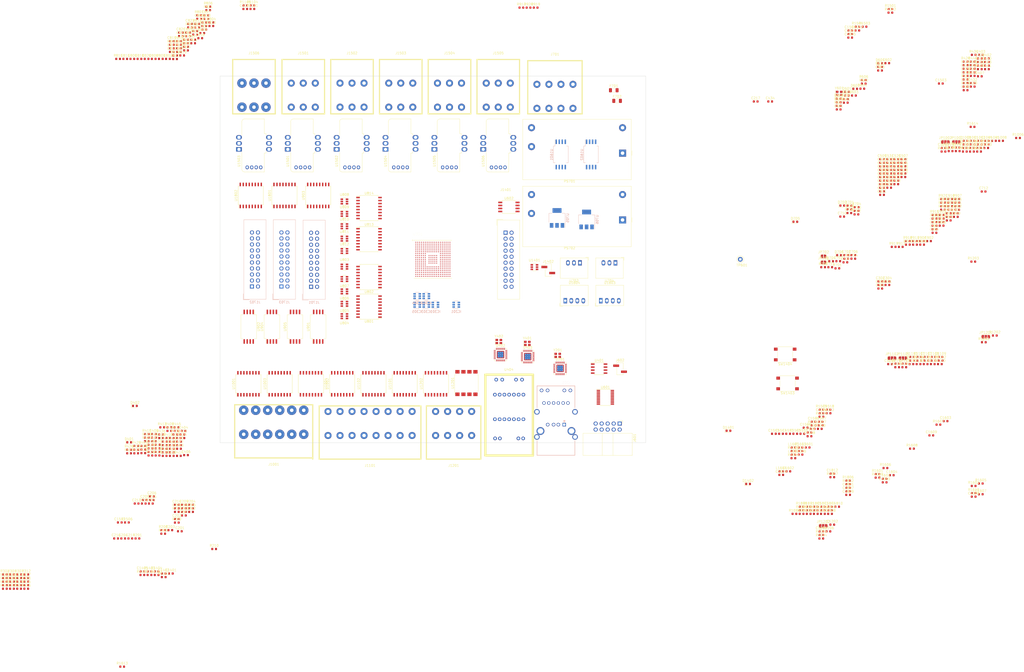
<source format=kicad_pcb>
(kicad_pcb (version 20171130) (host pcbnew 5.0.2+dfsg1-1)
  (title_block (title "Servo Drive") (date 2020-01-10) (rev 1.0) (company dci) (comment 1 "Pablo Slavkin"))
  (layers (0 F.Cu jumper) (1 In1.Cu signal hide) (2 In2.Cu signal hide) (3 In3.Cu signal hide) (4 In4.Cu signal hide) (31 B.Cu signal) (34 B.Paste user hide) (35 F.Paste user hide) (36 B.SilkS user) (37 F.SilkS user) (38 B.Mask user) (39 F.Mask user hide) (44 Edge.Cuts user))
  (net 0 "")
  (net 1 GNDH)
  (net 2 GND)
  (net 3 5VC)
  (net 4 LCD_SPI_CS)
  (net 5 LCD_SPI_MISO)
  (net 6 LCD_INT)
  (net 7 PWM_B_1H_C)
  (net 8 PWM_A_2H_C)
  (net 9 ECAT0_RX_CLK)
  (net 10 IN_3V3C)
  (net 11 BOOT2)
  (net 12 ECAT_MDIO)
  (net 13 ECAT1_RJ_LED1)
  (net 14 1Wire_IN)
  (net 15 QEP2_OUT1)
  (net 16 PWM_B_3H_C)
  (net 17 LCD_GPIO4)
  (net 18 LCD_SPI_CLK)
  (net 19 LCD_SPI_MOSI)
  (net 20 PWM_B_1L_C)
  (net 21 PWM_A_2L_C)
  (net 22 ECAT0_RX_ER)
  (net 23 ECAT0_TX_D2)
  (net 24 ECAT0_TX_CLK)
  (net 25 LCD_GPIO3)
  (net 26 ENET_CAT_XI)
  (net 27 ECAT_EEPROM_SDA)
  (net 28 1Wire_EN)
  (net 29 QEP2_OUT2)
  (net 30 BOOT1)
  (net 31 PWM_B_3L_C)
  (net 32 PWM_A_BRK_RES_C)
  (net 33 LCD_GPIO5)
  (net 34 ECAT0_RX_D2)
  (net 35 ECAT0_RX_D0)
  (net 36 LCD_GPIO0)
  (net 37 PWM_A_3H_C)
  (net 38 PWM_A_1H_C)
  (net 39 ECAT0_TX_D3)
  (net 40 ECAT0_TX_D0)
  (net 41 LCD_GPIO2)
  (net 42 ECAT_RST)
  (net 43 ECAT_EEPROM_SCL)
  (net 44 1Wire_OUT)
  (net 45 QEP1_OUT1)
  (net 46 FREE_IN_A4)
  (net 47 PWM_B_BRK_RES_C)
  (net 48 ENDAT1_N_SKEW_CLK)
  (net 49 ENDAT1_Y_SKEW_CLK)
  (net 50 ECAT0_RX_D3)
  (net 51 ECAT0_RX_D1)
  (net 52 LCD_SPI_PDW)
  (net 53 PWM_A_3L_C)
  (net 54 PWM_A_1L_C)
  (net 55 ECAT0_RX_DV)
  (net 56 ECAT0_TX_D1)
  (net 57 LCD_GPIO1)
  (net 58 ECAT0_TX_EN)
  (net 59 ECAT_MDC)
  (net 60 ECAT0_RJ_LED1)
  (net 61 QEP1_OUT2)
  (net 62 ECAT_LED1)
  (net 63 FREE_IN_A3)
  (net 64 PWM4SD_CLK)
  (net 65 ENDAT2_N_SKEW_CLK)
  (net 66 ENDAT2_Y_SKEW_CLK)
  (net 67 ECAT_LED0)
  (net 68 FREE_IN_B4)
  (net 69 FREE_IN_B3)
  (net 70 QEP1_A)
  (net 71 QEP1_B)
  (net 72 ECAT1_RJ_LED0)
  (net 73 ECAT0_RJ_LED0)
  (net 74 /uc_clk_dbg/MCU_XRSn)
  (net 75 PWM_B_2H_C)
  (net 76 PWM_B_2L_C)
  (net 77 /uc_clk_dbg/F2838x_CLK)
  (net 78 FLASH_SPI_MOSI)
  (net 79 FLASH_SPI_MISO)
  (net 80 FLASH_SPI_CLK)
  (net 81 FLASH_SPI_CS)
  (net 82 ENET_MDC)
  (net 83 QEP1_S)
  (net 84 ENDAT2_MOSI)
  (net 85 QEP2_I)
  (net 86 QEP2_B)
  (net 87 QEP2_A)
  (net 88 QEP1_I)
  (net 89 ENDAT2_CLK)
  (net 90 ENDAT2_CS)
  (net 91 FREE_OUT_B1)
  (net 92 FREE_OUT_B2)
  (net 93 QEP2_S)
  (net 94 ENET_MDIO)
  (net 95 ENET_PWDN)
  (net 96 ENDAT1_CS)
  (net 97 ENDAT2_MISO)
  (net 98 ECAT1_RX_D3)
  (net 99 ENET_COL)
  (net 100 ENET_RX_DV)
  (net 101 ENET_RX_CLK)
  (net 102 ENDAT1_MISO)
  (net 103 ENDAT1_CLK)
  (net 104 ECAT1_RX_D2)
  (net 105 ECAT1_RX_D1)
  (net 106 ENET_CRS)
  (net 107 ENET_RX_D0)
  (net 108 ENET_RX_ER)
  (net 109 ENDAT1_MOSI)
  (net 110 ECAT1_RX_D0)
  (net 111 3V3A)
  (net 112 RS485_EN)
  (net 113 RS485_TX)
  (net 114 RS485_RX)
  (net 115 ENET_TX_D1)
  (net 116 ECAT1_TX_EN)
  (net 117 CAN_RX)
  (net 118 ENET_TX_EN)
  (net 119 BRK_B_MEC_C)
  (net 120 RUN_LED1)
  (net 121 ENET_RST)
  (net 122 ECAT1_RX_DV)
  (net 123 ECAT1_RX_CLK)
  (net 124 ECAT1_RX_ER)
  (net 125 ENET_TX_D2)
  (net 126 ECAT1_TX_CLK)
  (net 127 CAN_TX)
  (net 128 ENET_RX_D3)
  (net 129 BRK_A_MEC_C)
  (net 130 RUN_LED0)
  (net 131 ENET_TX_CLK)
  (net 132 FREE_OUT_A2)
  (net 133 ECAT1_TX_D3)
  (net 134 ENET_TX_D3)
  (net 135 ECAT1_TX_D0)
  (net 136 SCIA_RX)
  (net 137 ENET_RX_D1)
  (net 138 /uc_clk_dbg/MCU_TRSTn)
  (net 139 /uc_clk_dbg/MCU_TCK)
  (net 140 FREE_OUT_A1)
  (net 141 ECAT1_TX_D2)
  (net 142 ENET_RX_D2)
  (net 143 SCIA_TX)
  (net 144 /uc_clk_dbg/MCU_TDI)
  (net 145 /uc_clk_dbg/MCU_TMS)
  (net 146 /uc_clk_dbg/MCU_TDO)
  (net 147 ENET_TX_D0)
  (net 148 ECAT1_TX_D1)
  (net 149 /ethercat/P1_TD_P)
  (net 150 3V3)
  (net 151 /ethercat/P1_TD_N)
  (net 152 /ethercat/P1_RD_P)
  (net 153 /ethercat/P1_RD_N)
  (net 154 /ethercat/P0_RD_N)
  (net 155 /ethercat/P0_RD_P)
  (net 156 /ethercat/P0_TD_N)
  (net 157 /ethercat/P0_TD_P)
  (net 158 "Net-(R201-Pad1)")
  (net 159 "Net-(R203-Pad1)")
  (net 160 LEM_B_U)
  (net 161 VBUS_B_P)
  (net 162 VBUS_A_N)
  (net 163 VBUS_A_P)
  (net 164 LEM_B_ALL)
  (net 165 LEM_A_ALL)
  (net 166 LEM_B_V)
  (net 167 VBUS_B_N)
  (net 168 LEM_A_V)
  (net 169 LEM_A_U)
  (net 170 "Net-(C1106-Pad2)")
  (net 171 LCD_AUDIO)
  (net 172 15VH)
  (net 173 5VH)
  (net 174 "Net-(C1105-Pad2)")
  (net 175 "Net-(C1107-Pad2)")
  (net 176 "Net-(C1108-Pad2)")
  (net 177 "Net-(C1104-Pad2)")
  (net 178 "Net-(C1103-Pad2)")
  (net 179 "Net-(C1102-Pad2)")
  (net 180 "Net-(C1101-Pad2)")
  (net 181 DACB_DBG_OUT)
  (net 182 "Net-(C601-Pad2)")
  (net 183 "Net-(R902-Pad1)")
  (net 184 "Net-(R901-Pad1)")
  (net 185 "Net-(R822-Pad2)")
  (net 186 "Net-(R821-Pad2)")
  (net 187 "Net-(R810-Pad1)")
  (net 188 "Net-(D704-Pad2)")
  (net 189 "Net-(D702-Pad2)")
  (net 190 "Net-(D701-Pad2)")
  (net 191 "Net-(J602-Pad1)")
  (net 192 "Net-(D601-Pad2)")
  (net 193 /uc_clk_dbg/PRG_SCI_RX)
  (net 194 "Net-(D602-Pad2)")
  (net 195 "Net-(R809-Pad1)")
  (net 196 "Net-(D402-Pad2)")
  (net 197 "Net-(D401-Pad2)")
  (net 198 "Net-(R412-Pad1)")
  (net 199 "Net-(U1004-Pad14)")
  (net 200 "Net-(U1004-Pad11)")
  (net 201 "Net-(U1004-Pad10)")
  (net 202 "Net-(U1004-Pad3)")
  (net 203 "Net-(U1003-Pad10)")
  (net 204 "Net-(U1003-Pad11)")
  (net 205 "Net-(U1003-Pad14)")
  (net 206 "Net-(U1002-Pad3)")
  (net 207 "Net-(U1002-Pad10)")
  (net 208 "Net-(U1002-Pad11)")
  (net 209 "Net-(U1002-Pad14)")
  (net 210 "Net-(U1001-Pad10)")
  (net 211 "Net-(U1001-Pad11)")
  (net 212 "Net-(U1001-Pad14)")
  (net 213 "Net-(F701-Pad1)")
  (net 214 1V2)
  (net 215 1)
  (net 216 "Net-(C301-Pad1)")
  (net 217 "Net-(C801-Pad2)")
  (net 218 "Net-(C802-Pad2)")
  (net 219 "Net-(C823-Pad2)")
  (net 220 "Net-(C824-Pad2)")
  (net 221 SD_A_CLK)
  (net 222 SD_B_CLK)
  (net 223 SD_B4)
  (net 224 SD_B1)
  (net 225 SD_B2)
  (net 226 SD_B3)
  (net 227 SD_A3)
  (net 228 SD_A2)
  (net 229 SD_A1)
  (net 230 SD_A4)
  (net 231 "Net-(R413-Pad1)")
  (net 232 "Net-(R410-Pad2)")
  (net 233 "Net-(R414-Pad1)")
  (net 234 "Net-(R423-Pad1)")
  (net 235 "Net-(R425-Pad1)")
  (net 236 "Net-(R421-Pad1)")
  (net 237 "Net-(R422-Pad1)")
  (net 238 "Net-(R424-Pad1)")
  (net 239 "Net-(R426-Pad1)")
  (net 240 "Net-(D603-Pad1)")
  (net 241 "Net-(D604-Pad1)")
  (net 242 "Net-(R807-Pad1)")
  (net 243 "Net-(R804-Pad1)")
  (net 244 "Net-(R801-Pad1)")
  (net 245 "Net-(R802-Pad1)")
  (net 246 "Net-(R803-Pad1)")
  (net 247 "Net-(R818-Pad2)")
  (net 248 "Net-(R805-Pad1)")
  (net 249 "Net-(R806-Pad1)")
  (net 250 "Net-(R808-Pad1)")
  (net 251 "Net-(R813-Pad2)")
  (net 252 "Net-(R814-Pad2)")
  (net 253 "Net-(R815-Pad2)")
  (net 254 "Net-(R816-Pad2)")
  (net 255 "Net-(R817-Pad2)")
  (net 256 "Net-(R820-Pad2)")
  (net 257 "Net-(R819-Pad2)")
  (net 258 "Net-(R433-Pad2)")
  (net 259 "Net-(JP702-Pad1)")
  (net 260 "Net-(F702-Pad1)")
  (net 261 "Net-(D705-Pad2)")
  (net 262 "Net-(D706-Pad2)")
  (net 263 "Net-(F701-Pad2)")
  (net 264 /uc_clk_dbg/PRG_SCI_TX)
  (net 265 /uc_clk_dbg/PRG_TDO)
  (net 266 /uc_clk_dbg/PRG_TRSTn)
  (net 267 /uc_clk_dbg/PRG_TMS)
  (net 268 /uc_clk_dbg/PRG_TDI)
  (net 269 /uc_clk_dbg/PRG_TCK)
  (net 270 "Net-(U802-Pad14)")
  (net 271 "Net-(U802-Pad15)")
  (net 272 "Net-(U801-Pad15)")
  (net 273 "Net-(U801-Pad14)")
  (net 274 "Net-(U801-Pad12)")
  (net 275 "Net-(U801-Pad13)")
  (net 276 "Net-(U809-Pad1)")
  (net 277 "Net-(U809-Pad3)")
  (net 278 "Net-(U801-Pad10)")
  (net 279 "Net-(U801-Pad11)")
  (net 280 "Net-(U808-Pad1)")
  (net 281 "Net-(U808-Pad3)")
  (net 282 "Net-(U810-Pad3)")
  (net 283 "Net-(U810-Pad1)")
  (net 284 "Net-(U811-Pad1)")
  (net 285 "Net-(U811-Pad3)")
  (net 286 "Net-(U812-Pad3)")
  (net 287 "Net-(U812-Pad1)")
  (net 288 "Net-(U802-Pad13)")
  (net 289 "Net-(U802-Pad12)")
  (net 290 PWM_A_3H_H)
  (net 291 PWM_B_2H_H)
  (net 292 PWM_A_2L_H)
  (net 293 PWM_B_2L_H)
  (net 294 PWM_A_2H_H)
  (net 295 PWM_B_3H_H)
  (net 296 PWM_A_1L_H)
  (net 297 PWM_A_BRK_RES_H)
  (net 298 PWM_B_1L_H)
  (net 299 PWM_A_3L_H)
  (net 300 PWM_B_1H_H)
  (net 301 PWM_B_3L_H)
  (net 302 BRK_A_MEC_H)
  (net 303 FREE_OUT_A1_H)
  (net 304 FREE_OUT_A2_H)
  (net 305 NTCB2_N)
  (net 306 NTCB2_P)
  (net 307 FREE_OUT_B2_H)
  (net 308 NTCA2_P)
  (net 309 NTCA2_N)
  (net 310 NTCB1_N)
  (net 311 NTCB1_P)
  (net 312 NTCA1_P)
  (net 313 NTCA1_N)
  (net 314 FREE_OUT_B1_H)
  (net 315 BRK_B_MEC_H)
  (net 316 PWM_B_BRK_RES_H)
  (net 317 PWM_A_1H_H)
  (net 318 "Net-(C1110-Pad2)")
  (net 319 "Net-(C1109-Pad2)")
  (net 320 PWM4SD_B_CLK_H)
  (net 321 PWM4SD_A_CLK_H)
  (net 322 "Net-(C1111-Pad2)")
  (net 323 "Net-(C1112-Pad2)")
  (net 324 "Net-(U301-PadU4)")
  (net 325 "Net-(U301-PadT4)")
  (net 326 SD_A3_H)
  (net 327 FREE_IN_A3_H)
  (net 328 FREE_IN_A4_H)
  (net 329 FREE_IN_B3_H)
  (net 330 FREE_IN_B4_H)
  (net 331 NTCB1_H)
  (net 332 NTCA2_H)
  (net 333 1-WIREP_H)
  (net 334 1-WIREN_H)
  (net 335 NTCA1_H)
  (net 336 NTCB2_H)
  (net 337 "Net-(R922-Pad1)")
  (net 338 "Net-(R923-Pad1)")
  (net 339 "Net-(R1105-Pad1)")
  (net 340 "Net-(R1106-Pad1)")
  (net 341 "Net-(R1111-Pad1)")
  (net 342 "Net-(R1112-Pad1)")
  (net 343 SD_A1_H)
  (net 344 SD_B_CLK_H)
  (net 345 SD_B4_H)
  (net 346 SD_B3_H)
  (net 347 SD_B2_H)
  (net 348 SD_B1_H)
  (net 349 SD_A_CLK_H)
  (net 350 SD_A4_H)
  (net 351 SD_A2_H)
  (net 352 "Net-(U601-Pad7)")
  (net 353 "Net-(U402-Pad13)")
  (net 354 "Net-(U402-Pad15)")
  (net 355 "Net-(U402-Pad22)")
  (net 356 "Net-(U402-Pad24)")
  (net 357 "Net-(U201-Pad24)")
  (net 358 "Net-(U201-Pad22)")
  (net 359 "Net-(U201-Pad15)")
  (net 360 "Net-(U201-Pad13)")
  (net 361 "Net-(U403-Pad13)")
  (net 362 "Net-(U403-Pad15)")
  (net 363 "Net-(U403-Pad22)")
  (net 364 "Net-(U403-Pad24)")
  (net 365 "Net-(U301-PadA2)")
  (net 366 "Net-(U301-PadA16)")
  (net 367 "Net-(U301-PadA17)")
  (net 368 "Net-(U301-PadB17)")
  (net 369 "Net-(U301-PadB18)")
  (net 370 "Net-(U301-PadB19)")
  (net 371 "Net-(U301-PadC16)")
  (net 372 "Net-(U301-PadC17)")
  (net 373 "Net-(U301-PadC18)")
  (net 374 "Net-(U301-PadD16)")
  (net 375 "Net-(U301-PadD17)")
  (net 376 "Net-(U301-PadF1)")
  (net 377 "Net-(U301-PadG1)")
  (net 378 "Net-(U301-PadG18)")
  (net 379 "Net-(U301-PadH4)")
  (net 380 "Net-(U301-PadJ2)")
  (net 381 "Net-(U301-PadJ17)")
  (net 382 "Net-(U301-PadJ18)")
  (net 383 "Net-(U301-PadJ19)")
  (net 384 "Net-(U301-PadL3)")
  (net 385 "Net-(U301-PadT9)")
  (net 386 "Net-(U301-PadU9)")
  (net 387 "Net-(U301-PadU19)")
  (net 388 "Net-(U301-PadV9)")
  (net 389 "Net-(U301-PadV13)")
  (net 390 "Net-(U301-PadW9)")
  (net 391 "Net-(U301-PadW12)")
  (net 392 "Net-(R434-Pad2)")
  (net 393 "Net-(U301-PadU6)")
  (net 394 "Net-(U301-PadW3)")
  (net 395 "Net-(J1101-Pad2a)")
  (net 396 "Net-(J1101-Pad3a)")
  (net 397 "Net-(J1101-Pad5a)")
  (net 398 "Net-(J1101-Pad4a)")
  (net 399 "Net-(J1101-Pad2b)")
  (net 400 "Net-(J1101-Pad3b)")
  (net 401 "Net-(J1101-Pad4b)")
  (net 402 "Net-(J1101-Pad5b)")
  (net 403 "Net-(J1101-Pad1a)")
  (net 404 "Net-(J1101-Pad1b)")
  (net 405 "Net-(J1001-Pad2b)")
  (net 406 "Net-(J1001-Pad5a)")
  (net 407 "Net-(J1001-Pad4a)")
  (net 408 "Net-(J1001-Pad3a)")
  (net 409 "Net-(J1001-Pad2a)")
  (net 410 "Net-(J1001-Pad3b)")
  (net 411 "Net-(J1001-Pad4b)")
  (net 412 "Net-(J1001-Pad5b)")
  (net 413 "Net-(J1001-Pad1a)")
  (net 414 "Net-(J1001-Pad1b)")
  (net 415 "Net-(L1602-Pad1)")
  (net 416 "Net-(C1610-Pad2)")
  (net 417 "Net-(C1609-Pad2)")
  (net 418 "Net-(L1601-Pad1)")
  (net 419 "Net-(JP701-Pad1)")
  (net 420 "Net-(R1503-Pad1)")
  (net 421 "Net-(R1501-Pad1)")
  (net 422 "Net-(R1507-Pad1)")
  (net 423 "Net-(R1509-Pad1)")
  (net 424 "Net-(R1511-Pad1)")
  (net 425 "Net-(R1505-Pad1)")
  (net 426 "Net-(D1402-Pad2)")
  (net 427 "Net-(D1401-Pad2)")
  (net 428 "Net-(C704-Pad2)")
  (net 429 "Net-(C910-Pad2)")
  (net 430 "Net-(C909-Pad2)")
  (net 431 "Net-(C908-Pad2)")
  (net 432 "Net-(C907-Pad2)")
  (net 433 "Net-(C1803-Pad1)")
  (net 434 "Net-(C1608-Pad2)")
  (net 435 "Net-(C1801-Pad1)")
  (net 436 "Net-(C1802-Pad1)")
  (net 437 "Net-(C1804-Pad1)")
  (net 438 "Net-(C1805-Pad1)")
  (net 439 "Net-(C1607-Pad2)")
  (net 440 "Net-(C1808-Pad1)")
  (net 441 "Net-(C1809-Pad1)")
  (net 442 "Net-(C1810-Pad1)")
  (net 443 "Net-(C1811-Pad1)")
  (net 444 "Net-(C1812-Pad1)")
  (net 445 "Net-(C1401-Pad2)")
  (net 446 "Net-(C1404-Pad1)")
  (net 447 "Net-(C1404-Pad2)")
  (net 448 "Net-(C1605-Pad2)")
  (net 449 "Net-(C1606-Pad2)")
  (net 450 "Net-(R903-Pad1)")
  (net 451 "Net-(R904-Pad1)")
  (net 452 "Net-(R920-Pad1)")
  (net 453 "Net-(R921-Pad1)")
  (net 454 "Net-(R1812-Pad1)")
  (net 455 "Net-(R1603-Pad2)")
  (net 456 "Net-(R1606-Pad2)")
  (net 457 "Net-(R1601-Pad2)")
  (net 458 "Net-(R1602-Pad2)")
  (net 459 "Net-(R1604-Pad2)")
  (net 460 "Net-(R1605-Pad2)")
  (net 461 "Net-(R1801-Pad1)")
  (net 462 "Net-(J1402-Pad2)")
  (net 463 "Net-(J1402-Pad1)")
  (net 464 "Net-(U903-Pad10)")
  (net 465 "Net-(U903-Pad11)")
  (net 466 "Net-(U903-Pad14)")
  (net 467 "Net-(U1202-Pad14)")
  (net 468 "Net-(U1202-Pad11)")
  (net 469 "Net-(U1202-Pad10)")
  (net 470 "Net-(J1401-Pad10)")
  (net 471 "Net-(J1201-Pad3b)")
  (net 472 "Net-(J1201-Pad2b)")
  (net 473 "Net-(J1201-Pad2a)")
  (net 474 "Net-(J1201-Pad3a)")
  (net 475 "Net-(J1201-Pad1a)")
  (net 476 "Net-(J1201-Pad1b)")
  (net 477 "Net-(R442-Pad2)")
  (net 478 "Net-(R441-Pad2)")
  (net 479 "Net-(R446-Pad2)")
  (net 480 "Net-(R445-Pad2)")
  (net 481 "Net-(F702-Pad2)")
  (net 482 VBUS_A_P_H)
  (net 483 VBUS_A_N_H)
  (net 484 VBUS_B_P_H)
  (net 485 VBUS_B_N_H)
  (net 486 "Net-(R1611-Pad2)")
  (net 487 "Net-(R1612-Pad2)")
  (net 488 "Net-(J1502-Pad2)")
  (net 489 "Net-(J1503-Pad2)")
  (net 490 "Net-(J1501-Pad2)")
  (net 491 "Net-(J1505-Pad1)")
  (net 492 "Net-(J1504-Pad1)")
  (net 493 "Net-(J1505-Pad2)")
  (net 494 "Net-(J1502-Pad1)")
  (net 495 "Net-(J1503-Pad1)")
  (net 496 "Net-(J1501-Pad1)")
  (net 497 "Net-(J1504-Pad2)")
  (net 498 "Net-(J1501-Pad5)")
  (net 499 "Net-(J1501-Pad6)")
  (net 500 "Net-(J1501-Pad4)")
  (net 501 "Net-(J1501-Pad3)")
  (net 502 "Net-(J1502-Pad3)")
  (net 503 "Net-(J1502-Pad4)")
  (net 504 "Net-(J1502-Pad6)")
  (net 505 "Net-(J1502-Pad5)")
  (net 506 "Net-(J1503-Pad3)")
  (net 507 "Net-(J1503-Pad4)")
  (net 508 "Net-(J1503-Pad6)")
  (net 509 "Net-(J1503-Pad5)")
  (net 510 "Net-(J1504-Pad5)")
  (net 511 "Net-(J1504-Pad6)")
  (net 512 "Net-(J1504-Pad4)")
  (net 513 "Net-(J1504-Pad3)")
  (net 514 "Net-(J1505-Pad3)")
  (net 515 "Net-(J1505-Pad4)")
  (net 516 "Net-(J1505-Pad6)")
  (net 517 "Net-(J1505-Pad5)")
  (net 518 /ethernet/P0_TD_N)
  (net 519 USB_D-)
  (net 520 USB_D+)
  (net 521 /ethernet/P0_TD_P)
  (net 522 /ethernet/P0_RD_P)
  (net 523 /ethernet/P0_RD_N)
  (net 524 "Net-(J201-Pad16)")
  (net 525 "Net-(J201-Pad15)")
  (net 526 "Net-(J201-Pad14)")
  (net 527 "Net-(J201-Pad13)")
  (net 528 Earth)
  (net 529 "Net-(J701-Pad3b)")
  (net 530 "Net-(IC304-Pad6)")
  (net 531 "Net-(IC304-Pad3)")
  (net 532 "Net-(IC303-Pad4)")
  (net 533 "Net-(IC304-Pad1)")
  (net 534 "Net-(IC301-Pad1)")
  (net 535 "Net-(IC301-Pad4)")
  (net 536 "Net-(IC302-Pad1)")
  (net 537 "Net-(IC304-Pad4)")
  (net 538 "Net-(IC305-Pad1)")
  (net 539 "Net-(IC305-Pad3)")
  (net 540 "Net-(IC301-Pad6)")
  (net 541 "Net-(IC301-Pad3)")
  (net 542 "Net-(IC302-Pad6)")
  (net 543 "Net-(IC305-Pad6)")
  (net 544 "Net-(IC305-Pad4)")
  (net 545 "Net-(IC302-Pad3)")
  (net 546 "Net-(IC303-Pad6)")
  (net 547 "Net-(IC303-Pad1)")
  (net 548 "Net-(IC302-Pad4)")
  (net 549 "Net-(IC303-Pad3)")
  (net 550 USB_VBUS)
  (net 551 "Net-(IC201-Pad6)")
  (net 552 "Net-(IC201-Pad4)")
  (net 553 "Net-(J1506-Pad1)")
  (net 554 "Net-(J1506-Pad2)")
  (net 555 "Net-(J1506-Pad3)")
  (net 556 "Net-(J1506-Pad6)")
  (net 557 "Net-(J1506-Pad5)")
  (net 558 "Net-(J1506-Pad4)")
  (module servo:tblock02x03 (layer F.Cu) (at 79.35 55.5 180)
    (fp_text reference J1506 (at 0 12.7 180) (layer F.SilkS))
    (fp_text value tblock2x3)
    (pad 4 thru_hole circle (at 5.08 -10.16 180) (size 4 4) (drill 1.5) (layers *.Cu *.Mask) (net 558 "Net-(J1506-Pad4)"))
    (pad 5 thru_hole circle (at 0 -10.16 180) (size 4 4) (drill 1.5) (layers *.Cu *.Mask) (net 557 "Net-(J1506-Pad5)"))
    (pad 6 thru_hole circle (at -5.08 -10.16 180) (size 4 4) (drill 1.5) (layers *.Cu *.Mask) (net 556 "Net-(J1506-Pad6)"))
    (pad 3 thru_hole circle (at 5.08 0 180) (size 4 4) (drill 1.5) (layers *.Cu *.Mask) (net 555 "Net-(J1506-Pad3)"))
    (pad 2 thru_hole circle (at 0 0 180) (size 4 4) (drill 1.5) (layers *.Cu *.Mask) (net 554 "Net-(J1506-Pad2)"))
    (pad 1 thru_hole circle (at -5.08 0 180) (size 4 4) (drill 1.5) (layers *.Cu *.Mask) (net 553 "Net-(J1506-Pad1)"))
  )
  (module servo:tblock02x06 (layer F.Cu) (at 87.7 204)
    (fp_text reference J1001 (at 0 12.7) (layer F.SilkS))
    (fp_text value tblock2x6)
    (pad 1a thru_hole oval (at -12.7 0 90) (size 4 4) (drill 1.5) (layers *.Cu *.Mask) (net 413 "Net-(J1001-Pad1a)"))
    (pad 2a thru_hole oval (at -7.62 0 90) (size 4 4) (drill 1.5) (layers *.Cu *.Mask) (net 409 "Net-(J1001-Pad2a)"))
    (pad 3a thru_hole oval (at -2.54 0 90) (size 4 4) (drill 1.5) (layers *.Cu *.Mask) (net 408 "Net-(J1001-Pad3a)"))
    (pad 4a thru_hole oval (at 2.54 0 90) (size 4 4) (drill 1.5) (layers *.Cu *.Mask) (net 407 "Net-(J1001-Pad4a)"))
    (pad 5a thru_hole oval (at 7.62 0 90) (size 4 4) (drill 1.5) (layers *.Cu *.Mask) (net 406 "Net-(J1001-Pad5a)"))
    (pad 6a thru_hole oval (at 12.7 0 90) (size 4 4) (drill 1.5) (layers *.Cu *.Mask) (net 1 GNDH))
    (pad 1b thru_hole oval (at -12.7 -10.16 90) (size 4 4) (drill 1.5) (layers *.Cu *.Mask) (net 414 "Net-(J1001-Pad1b)"))
    (pad 2b thru_hole oval (at -7.62 -10.16 90) (size 4 4) (drill 1.5) (layers *.Cu *.Mask) (net 405 "Net-(J1001-Pad2b)"))
    (pad 3b thru_hole oval (at -2.54 -10.16 90) (size 4 4) (drill 1.5) (layers *.Cu *.Mask) (net 410 "Net-(J1001-Pad3b)"))
    (pad 4b thru_hole oval (at 2.54 -10.16 90) (size 4 4) (drill 1.5) (layers *.Cu *.Mask) (net 411 "Net-(J1001-Pad4b)"))
    (pad 5b thru_hole oval (at 7.62 -10.16 90) (size 4 4) (drill 1.5) (layers *.Cu *.Mask) (net 412 "Net-(J1001-Pad5b)"))
    (pad 6b thru_hole oval (at 12.7 -10.16 90) (size 4 4) (drill 1.5) (layers *.Cu *.Mask) (net 1 GNDH))
  )
  (module Connector_IDC:IDC-Header_2x05_P2.54mm_Horizontal (layer F.Cu) (at 234 199.46 270)
    (fp_text reference J601 (at 6.105 -6.35 270) (layer F.SilkS))
    (fp_text value Conn_02x05_Counter_Clockwise)
    (pad 1 thru_hole rect (at 0 0 270) (size 1.7272 1.7272) (drill 1.016) (layers *.Cu *.Mask) (net 3 5VC))
    (pad 2 thru_hole oval (at 2.54 0 270) (size 1.7272 1.7272) (drill 1.016) (layers *.Cu *.Mask) (net 150 3V3))
    (pad 3 thru_hole oval (at 0 2.54 270) (size 1.7272 1.7272) (drill 1.016) (layers *.Cu *.Mask) (net 264 /uc_clk_dbg/PRG_SCI_TX))
    (pad 4 thru_hole oval (at 2.54 2.54 270) (size 1.7272 1.7272) (drill 1.016) (layers *.Cu *.Mask) (net 193 /uc_clk_dbg/PRG_SCI_RX))
    (pad 5 thru_hole oval (at 0 5.08 270) (size 1.7272 1.7272) (drill 1.016) (layers *.Cu *.Mask) (net 2 GND))
    (pad 6 thru_hole oval (at 2.54 5.08 270) (size 1.7272 1.7272) (drill 1.016) (layers *.Cu *.Mask) (net 265 /uc_clk_dbg/PRG_TDO))
    (pad 7 thru_hole oval (at 0 7.62 270) (size 1.7272 1.7272) (drill 1.016) (layers *.Cu *.Mask) (net 266 /uc_clk_dbg/PRG_TRSTn))
    (pad 8 thru_hole oval (at 2.54 7.62 270) (size 1.7272 1.7272) (drill 1.016) (layers *.Cu *.Mask) (net 267 /uc_clk_dbg/PRG_TMS))
    (pad 9 thru_hole oval (at 0 10.16 270) (size 1.7272 1.7272) (drill 1.016) (layers *.Cu *.Mask) (net 268 /uc_clk_dbg/PRG_TDI))
    (pad 10 thru_hole oval (at 2.54 10.16 270) (size 1.7272 1.7272) (drill 1.016) (layers *.Cu *.Mask) (net 269 /uc_clk_dbg/PRG_TCK))
  )
  (module servo:tblock02x04 (layer F.Cu) (at 206.62 56 180)
    (fp_text reference J701 (at 0 12.7 180) (layer F.SilkS))
    (fp_text value tblock)
    (pad 4b thru_hole circle (at 7.62 -10.16 180) (size 3 3) (drill 1.5) (layers *.Cu *.Mask) (net 528 Earth))
    (pad 3b thru_hole circle (at 2.54 -10.16 180) (size 3 3) (drill 1.5) (layers *.Cu *.Mask) (net 529 "Net-(J701-Pad3b)"))
    (pad 2b thru_hole circle (at -2.54 -10.16 180) (size 3 3) (drill 1.5) (layers *.Cu *.Mask) (net 481 "Net-(F702-Pad2)"))
    (pad 1b thru_hole circle (at -7.62 -10.16 180) (size 3 3) (drill 1.5) (layers *.Cu *.Mask) (net 263 "Net-(F701-Pad2)"))
    (pad 4a thru_hole circle (at 7.62 0 180) (size 3 3) (drill 1.5) (layers *.Cu *.Mask) (net 485 VBUS_B_N_H))
    (pad 3a thru_hole circle (at 2.54 0 180) (size 3 3) (drill 1.5) (layers *.Cu *.Mask) (net 484 VBUS_B_P_H))
    (pad 2a thru_hole circle (at -2.54 0 180) (size 3 3) (drill 1.5) (layers *.Cu *.Mask) (net 483 VBUS_A_N_H))
    (pad 1a thru_hole circle (at -7.62 0 180) (size 3 3) (drill 1.5) (layers *.Cu *.Mask) (net 482 VBUS_A_P_H))
  )
  (module servo:tblock02x04 (layer F.Cu) (at 163.78 204.5)
    (fp_text reference J1201 (at 0 12.7) (layer F.SilkS))
    (fp_text value tblock2x4)
    (pad 4b thru_hole circle (at 7.62 -10.16) (size 3 3) (drill 1.5) (layers *.Cu *.Mask) (net 1 GNDH))
    (pad 3b thru_hole circle (at 2.54 -10.16) (size 3 3) (drill 1.5) (layers *.Cu *.Mask) (net 471 "Net-(J1201-Pad3b)"))
    (pad 2b thru_hole circle (at -2.54 -10.16) (size 3 3) (drill 1.5) (layers *.Cu *.Mask) (net 472 "Net-(J1201-Pad2b)"))
    (pad 1b thru_hole circle (at -7.62 -10.16) (size 3 3) (drill 1.5) (layers *.Cu *.Mask) (net 476 "Net-(J1201-Pad1b)"))
    (pad 4a thru_hole circle (at 7.62 0) (size 3 3) (drill 1.5) (layers *.Cu *.Mask) (net 1 GNDH))
    (pad 3a thru_hole circle (at 2.54 0) (size 3 3) (drill 1.5) (layers *.Cu *.Mask) (net 474 "Net-(J1201-Pad3a)"))
    (pad 2a thru_hole circle (at -2.54 0) (size 3 3) (drill 1.5) (layers *.Cu *.Mask) (net 473 "Net-(J1201-Pad2a)"))
    (pad 1a thru_hole circle (at -7.62 0) (size 3 3) (drill 1.5) (layers *.Cu *.Mask) (net 475 "Net-(J1201-Pad1a)"))
  )
  (module servo:tblock02x08 (layer F.Cu) (at 128.44 204.5)
    (fp_text reference J1101 (at 0 12.7) (layer F.SilkS))
    (fp_text value tblock)
    (pad 1a thru_hole circle (at -17.78 0) (size 3 3) (drill 1.5) (layers *.Cu *.Mask) (net 403 "Net-(J1101-Pad1a)"))
    (pad 2a thru_hole circle (at -12.7 0) (size 3 3) (drill 1.5) (layers *.Cu *.Mask) (net 395 "Net-(J1101-Pad2a)"))
    (pad 3a thru_hole circle (at -7.62 0) (size 3 3) (drill 1.5) (layers *.Cu *.Mask) (net 396 "Net-(J1101-Pad3a)"))
    (pad 4a thru_hole circle (at -2.54 0) (size 3 3) (drill 1.5) (layers *.Cu *.Mask) (net 398 "Net-(J1101-Pad4a)"))
    (pad 5a thru_hole circle (at 2.54 0) (size 3 3) (drill 1.5) (layers *.Cu *.Mask) (net 397 "Net-(J1101-Pad5a)"))
    (pad 6a thru_hole circle (at 7.62 0) (size 3 3) (drill 1.5) (layers *.Cu *.Mask) (net 174 "Net-(C1105-Pad2)"))
    (pad 7a thru_hole circle (at 12.7 0) (size 3 3) (drill 1.5) (layers *.Cu *.Mask) (net 170 "Net-(C1106-Pad2)"))
    (pad 8a thru_hole circle (at 17.78 0) (size 3 3) (drill 1.5) (layers *.Cu *.Mask) (net 1 GNDH))
    (pad 1b thru_hole circle (at -17.78 -10.16) (size 3 3) (drill 1.5) (layers *.Cu *.Mask) (net 404 "Net-(J1101-Pad1b)"))
    (pad 2b thru_hole circle (at -12.7 -10.16) (size 3 3) (drill 1.5) (layers *.Cu *.Mask) (net 399 "Net-(J1101-Pad2b)"))
    (pad 3b thru_hole circle (at -7.62 -10.16) (size 3 3) (drill 1.5) (layers *.Cu *.Mask) (net 400 "Net-(J1101-Pad3b)"))
    (pad 4b thru_hole circle (at -2.54 -10.16) (size 3 3) (drill 1.5) (layers *.Cu *.Mask) (net 401 "Net-(J1101-Pad4b)"))
    (pad 5b thru_hole circle (at 2.54 -10.16) (size 3 3) (drill 1.5) (layers *.Cu *.Mask) (net 402 "Net-(J1101-Pad5b)"))
    (pad 6b thru_hole circle (at 7.62 -10.16 90) (size 3 3) (drill 1.5) (layers *.Cu *.Mask) (net 176 "Net-(C1108-Pad2)"))
    (pad 7b thru_hole circle (at 12.7 -10.16) (size 3 3) (drill 1.5) (layers *.Cu *.Mask) (net 175 "Net-(C1107-Pad2)"))
    (pad 8b thru_hole circle (at 17.78 -10.16 180) (size 3 3) (drill 1.5) (layers *.Cu *.Mask) (net 1 GNDH))
  )
  (module servo:tblock02x03 (layer F.Cu) (at 100.194 55.5 180)
    (fp_text reference J1501 (at 0 12.7 180) (layer F.SilkS))
    (fp_text value tblock2x3)
    (pad 4 thru_hole circle (at 5.08 -10.16 180) (size 3 3) (drill 1.5) (layers *.Cu *.Mask) (net 500 "Net-(J1501-Pad4)"))
    (pad 5 thru_hole circle (at 0 -10.16 180) (size 3 3) (drill 1.5) (layers *.Cu *.Mask) (net 498 "Net-(J1501-Pad5)"))
    (pad 6 thru_hole circle (at -5.08 -10.16 180) (size 3 3) (drill 1.5) (layers *.Cu *.Mask) (net 499 "Net-(J1501-Pad6)"))
    (pad 3 thru_hole circle (at 5.08 0 180) (size 3 3) (drill 1.5) (layers *.Cu *.Mask) (net 501 "Net-(J1501-Pad3)"))
    (pad 2 thru_hole circle (at 0 0 180) (size 3 3) (drill 1.5) (layers *.Cu *.Mask) (net 490 "Net-(J1501-Pad2)"))
    (pad 1 thru_hole circle (at -5.08 0 180) (size 3 3) (drill 1.5) (layers *.Cu *.Mask) (net 496 "Net-(J1501-Pad1)"))
  )
  (module servo:tblock02x03 (layer F.Cu) (at 120.808 55.5 180)
    (fp_text reference J1502 (at 0 12.7 180) (layer F.SilkS))
    (fp_text value tblock2x3)
    (pad 4 thru_hole circle (at 5.08 -10.16 180) (size 3 3) (drill 1.5) (layers *.Cu *.Mask) (net 503 "Net-(J1502-Pad4)"))
    (pad 5 thru_hole circle (at 0 -10.16 180) (size 3 3) (drill 1.5) (layers *.Cu *.Mask) (net 505 "Net-(J1502-Pad5)"))
    (pad 6 thru_hole circle (at -5.08 -10.16 180) (size 3 3) (drill 1.5) (layers *.Cu *.Mask) (net 504 "Net-(J1502-Pad6)"))
    (pad 3 thru_hole circle (at 5.08 0 180) (size 3 3) (drill 1.5) (layers *.Cu *.Mask) (net 502 "Net-(J1502-Pad3)"))
    (pad 2 thru_hole circle (at 0 0 180) (size 3 3) (drill 1.5) (layers *.Cu *.Mask) (net 488 "Net-(J1502-Pad2)"))
    (pad 1 thru_hole circle (at -5.08 0 180) (size 3 3) (drill 1.5) (layers *.Cu *.Mask) (net 494 "Net-(J1502-Pad1)"))
  )
  (module servo:tblock02x03 (layer F.Cu) (at 162.036 55.5 180)
    (fp_text reference J1504 (at 0 12.7 180) (layer F.SilkS))
    (fp_text value tblock2x3)
    (pad 4 thru_hole circle (at 5.08 -10.16 180) (size 3 3) (drill 1.5) (layers *.Cu *.Mask) (net 512 "Net-(J1504-Pad4)"))
    (pad 5 thru_hole circle (at 0 -10.16 180) (size 3 3) (drill 1.5) (layers *.Cu *.Mask) (net 510 "Net-(J1504-Pad5)"))
    (pad 6 thru_hole circle (at -5.08 -10.16 180) (size 3 3) (drill 1.5) (layers *.Cu *.Mask) (net 511 "Net-(J1504-Pad6)"))
    (pad 3 thru_hole circle (at 5.08 0 180) (size 3 3) (drill 1.5) (layers *.Cu *.Mask) (net 513 "Net-(J1504-Pad3)"))
    (pad 2 thru_hole circle (at 0 0 180) (size 3 3) (drill 1.5) (layers *.Cu *.Mask) (net 497 "Net-(J1504-Pad2)"))
    (pad 1 thru_hole circle (at -5.08 0 180) (size 3 3) (drill 1.5) (layers *.Cu *.Mask) (net 492 "Net-(J1504-Pad1)"))
  )
  (module servo:tblock02x03 (layer F.Cu) (at 182.65 55.5 180)
    (fp_text reference J1505 (at 0 12.7 180) (layer F.SilkS))
    (fp_text value tblock2x3)
    (pad 4 thru_hole circle (at 5.08 -10.16 180) (size 3 3) (drill 1.5) (layers *.Cu *.Mask) (net 515 "Net-(J1505-Pad4)"))
    (pad 5 thru_hole circle (at 0 -10.16 180) (size 3 3) (drill 1.5) (layers *.Cu *.Mask) (net 517 "Net-(J1505-Pad5)"))
    (pad 6 thru_hole circle (at -5.08 -10.16 180) (size 3 3) (drill 1.5) (layers *.Cu *.Mask) (net 516 "Net-(J1505-Pad6)"))
    (pad 3 thru_hole circle (at 5.08 0 180) (size 3 3) (drill 1.5) (layers *.Cu *.Mask) (net 514 "Net-(J1505-Pad3)"))
    (pad 2 thru_hole circle (at 0 0 180) (size 3 3) (drill 1.5) (layers *.Cu *.Mask) (net 493 "Net-(J1505-Pad2)"))
    (pad 1 thru_hole circle (at -5.08 0 180) (size 3 3) (drill 1.5) (layers *.Cu *.Mask) (net 491 "Net-(J1505-Pad1)"))
  )
  (module servo:tblock02x03 (layer F.Cu) (at 141.422 55.5 180)
    (fp_text reference J1503 (at 0 12.7 180) (layer F.SilkS))
    (fp_text value tblock2x3)
    (pad 4 thru_hole circle (at 5.08 -10.16 180) (size 3 3) (drill 1.5) (layers *.Cu *.Mask) (net 507 "Net-(J1503-Pad4)"))
    (pad 5 thru_hole circle (at 0 -10.16 180) (size 3 3) (drill 1.5) (layers *.Cu *.Mask) (net 509 "Net-(J1503-Pad5)"))
    (pad 6 thru_hole circle (at -5.08 -10.16 180) (size 3 3) (drill 1.5) (layers *.Cu *.Mask) (net 508 "Net-(J1503-Pad6)"))
    (pad 3 thru_hole circle (at 5.08 0 180) (size 3 3) (drill 1.5) (layers *.Cu *.Mask) (net 506 "Net-(J1503-Pad3)"))
    (pad 2 thru_hole circle (at 0 0 180) (size 3 3) (drill 1.5) (layers *.Cu *.Mask) (net 489 "Net-(J1503-Pad2)"))
    (pad 1 thru_hole circle (at -5.08 0 180) (size 3 3) (drill 1.5) (layers *.Cu *.Mask) (net 495 "Net-(J1503-Pad1)"))
  )
  (module Package_TO_SOT_SMD:SOT-23-6 (layer B.Cu) (at 156.075001 149.213391)
    (fp_text reference IC301 (at 0 2.9) (layer B.SilkS) (effects (justify mirror)))
    (fp_text value TPD4E001QDBV)
    (pad 5 smd rect (at 1.1 0) (size 1.06 0.65) (layers B.Cu B.Paste B.Mask) (net 3 5VC))
    (pad 6 smd rect (at 1.1 0.95) (size 1.06 0.65) (layers B.Cu B.Paste B.Mask) (net 540 "Net-(IC301-Pad6)"))
    (pad 4 smd rect (at 1.1 -0.95) (size 1.06 0.65) (layers B.Cu B.Paste B.Mask) (net 535 "Net-(IC301-Pad4)"))
    (pad 3 smd rect (at -1.1 -0.95) (size 1.06 0.65) (layers B.Cu B.Paste B.Mask) (net 541 "Net-(IC301-Pad3)"))
    (pad 2 smd rect (at -1.1 0) (size 1.06 0.65) (layers B.Cu B.Paste B.Mask) (net 2 GND))
    (pad 1 smd rect (at -1.1 0.95) (size 1.06 0.65) (layers B.Cu B.Paste B.Mask) (net 534 "Net-(IC301-Pad1)"))
  )
  (module Package_TO_SOT_SMD:SOT-23-6 (layer B.Cu) (at 152.225001 145.563391)
    (fp_text reference IC302 (at 0 2.9) (layer B.SilkS) (effects (justify mirror)))
    (fp_text value TPD4E001QDBV)
    (pad 1 smd rect (at -1.1 0.95) (size 1.06 0.65) (layers B.Cu B.Paste B.Mask) (net 536 "Net-(IC302-Pad1)"))
    (pad 2 smd rect (at -1.1 0) (size 1.06 0.65) (layers B.Cu B.Paste B.Mask) (net 2 GND))
    (pad 3 smd rect (at -1.1 -0.95) (size 1.06 0.65) (layers B.Cu B.Paste B.Mask) (net 545 "Net-(IC302-Pad3)"))
    (pad 4 smd rect (at 1.1 -0.95) (size 1.06 0.65) (layers B.Cu B.Paste B.Mask) (net 548 "Net-(IC302-Pad4)"))
    (pad 6 smd rect (at 1.1 0.95) (size 1.06 0.65) (layers B.Cu B.Paste B.Mask) (net 542 "Net-(IC302-Pad6)"))
    (pad 5 smd rect (at 1.1 0) (size 1.06 0.65) (layers B.Cu B.Paste B.Mask) (net 3 5VC))
  )
  (module Package_TO_SOT_SMD:SOT-23-6 (layer B.Cu) (at 152.225001 149.213391)
    (fp_text reference IC303 (at 0 2.9) (layer B.SilkS) (effects (justify mirror)))
    (fp_text value TPD4E001QDBV)
    (pad 5 smd rect (at 1.1 0) (size 1.06 0.65) (layers B.Cu B.Paste B.Mask) (net 3 5VC))
    (pad 6 smd rect (at 1.1 0.95) (size 1.06 0.65) (layers B.Cu B.Paste B.Mask) (net 546 "Net-(IC303-Pad6)"))
    (pad 4 smd rect (at 1.1 -0.95) (size 1.06 0.65) (layers B.Cu B.Paste B.Mask) (net 532 "Net-(IC303-Pad4)"))
    (pad 3 smd rect (at -1.1 -0.95) (size 1.06 0.65) (layers B.Cu B.Paste B.Mask) (net 549 "Net-(IC303-Pad3)"))
    (pad 2 smd rect (at -1.1 0) (size 1.06 0.65) (layers B.Cu B.Paste B.Mask) (net 2 GND))
    (pad 1 smd rect (at -1.1 0.95) (size 1.06 0.65) (layers B.Cu B.Paste B.Mask) (net 547 "Net-(IC303-Pad1)"))
  )
  (module Package_TO_SOT_SMD:SOT-23-6 (layer B.Cu) (at 148.375001 145.563391)
    (fp_text reference IC304 (at 0 2.9) (layer B.SilkS) (effects (justify mirror)))
    (fp_text value TPD4E001QDBV)
    (pad 1 smd rect (at -1.1 0.95) (size 1.06 0.65) (layers B.Cu B.Paste B.Mask) (net 533 "Net-(IC304-Pad1)"))
    (pad 2 smd rect (at -1.1 0) (size 1.06 0.65) (layers B.Cu B.Paste B.Mask) (net 2 GND))
    (pad 3 smd rect (at -1.1 -0.95) (size 1.06 0.65) (layers B.Cu B.Paste B.Mask) (net 531 "Net-(IC304-Pad3)"))
    (pad 4 smd rect (at 1.1 -0.95) (size 1.06 0.65) (layers B.Cu B.Paste B.Mask) (net 537 "Net-(IC304-Pad4)"))
    (pad 6 smd rect (at 1.1 0.95) (size 1.06 0.65) (layers B.Cu B.Paste B.Mask) (net 530 "Net-(IC304-Pad6)"))
    (pad 5 smd rect (at 1.1 0) (size 1.06 0.65) (layers B.Cu B.Paste B.Mask) (net 3 5VC))
  )
  (module Package_TO_SOT_SMD:SOT-23-6 (layer B.Cu) (at 164.895001 149.213391)
    (fp_text reference IC201 (at 0 2.9) (layer B.SilkS) (effects (justify mirror)))
    (fp_text value TPD4E001QDBV)
    (pad 5 smd rect (at 1.1 0) (size 1.06 0.65) (layers B.Cu B.Paste B.Mask) (net 3 5VC))
    (pad 6 smd rect (at 1.1 0.95) (size 1.06 0.65) (layers B.Cu B.Paste B.Mask) (net 551 "Net-(IC201-Pad6)"))
    (pad 4 smd rect (at 1.1 -0.95) (size 1.06 0.65) (layers B.Cu B.Paste B.Mask) (net 552 "Net-(IC201-Pad4)"))
    (pad 3 smd rect (at -1.1 -0.95) (size 1.06 0.65) (layers B.Cu B.Paste B.Mask) (net 519 USB_D-))
    (pad 2 smd rect (at -1.1 0) (size 1.06 0.65) (layers B.Cu B.Paste B.Mask) (net 2 GND))
    (pad 1 smd rect (at -1.1 0.95) (size 1.06 0.65) (layers B.Cu B.Paste B.Mask) (net 520 USB_D+))
  )
  (module Package_TO_SOT_SMD:SOT-23-6 (layer B.Cu) (at 148.375001 149.213391)
    (fp_text reference IC305 (at 0 2.9) (layer B.SilkS) (effects (justify mirror)))
    (fp_text value TPD4E001QDBV)
    (pad 1 smd rect (at -1.1 0.95) (size 1.06 0.65) (layers B.Cu B.Paste B.Mask) (net 538 "Net-(IC305-Pad1)"))
    (pad 2 smd rect (at -1.1 0) (size 1.06 0.65) (layers B.Cu B.Paste B.Mask) (net 2 GND))
    (pad 3 smd rect (at -1.1 -0.95) (size 1.06 0.65) (layers B.Cu B.Paste B.Mask) (net 539 "Net-(IC305-Pad3)"))
    (pad 4 smd rect (at 1.1 -0.95) (size 1.06 0.65) (layers B.Cu B.Paste B.Mask) (net 544 "Net-(IC305-Pad4)"))
    (pad 6 smd rect (at 1.1 0.95) (size 1.06 0.65) (layers B.Cu B.Paste B.Mask) (net 543 "Net-(IC305-Pad6)"))
    (pad 5 smd rect (at 1.1 0) (size 1.06 0.65) (layers B.Cu B.Paste B.Mask) (net 3 5VC))
  )
  (module Resistor_SMD:R_0603_1608Metric (layer F.Cu) (at -16.964999 269.295001)
    (fp_text reference R315 (at 0 -1.43) (layer F.SilkS))
    (fp_text value 10e)
    (pad 2 smd roundrect (at 0.7875 0) (size 0.875 0.95) (layers F.Cu F.Paste F.Mask) (net 533 "Net-(IC304-Pad1)"))
    (pad 1 smd roundrect (at -0.7875 0) (size 0.875 0.95) (layers F.Cu F.Paste F.Mask) (net 306 NTCB2_P))
  )
  (module Resistor_SMD:R_0603_1608Metric (layer F.Cu) (at -16.964999 267.785001)
    (fp_text reference R316 (at 0 -1.43) (layer F.SilkS))
    (fp_text value 10e)
    (pad 1 smd roundrect (at -0.7875 0) (size 0.875 0.95) (layers F.Cu F.Paste F.Mask) (net 305 NTCB2_N))
    (pad 2 smd roundrect (at 0.7875 0) (size 0.875 0.95) (layers F.Cu F.Paste F.Mask) (net 531 "Net-(IC304-Pad3)"))
  )
  (module Resistor_SMD:R_0603_1608Metric (layer F.Cu) (at -19.974999 269.295001)
    (fp_text reference R321 (at 0 -1.43) (layer F.SilkS))
    (fp_text value 10e)
    (pad 2 smd roundrect (at 0.7875 0) (size 0.875 0.95) (layers F.Cu F.Paste F.Mask) (net 544 "Net-(IC305-Pad4)"))
    (pad 1 smd roundrect (at -0.7875 0) (size 0.875 0.95) (layers F.Cu F.Paste F.Mask) (net 162 VBUS_A_N))
  )
  (module Resistor_SMD:R_0603_1608Metric (layer F.Cu) (at -16.964999 266.275001)
    (fp_text reference R320 (at 0 -1.43) (layer F.SilkS))
    (fp_text value 10e)
    (pad 1 smd roundrect (at -0.7875 0) (size 0.875 0.95) (layers F.Cu F.Paste F.Mask) (net 163 VBUS_A_P))
    (pad 2 smd roundrect (at 0.7875 0) (size 0.875 0.95) (layers F.Cu F.Paste F.Mask) (net 539 "Net-(IC305-Pad3)"))
  )
  (module Resistor_SMD:R_0603_1608Metric (layer F.Cu) (at -19.974999 267.785001)
    (fp_text reference R319 (at 0 -1.43) (layer F.SilkS))
    (fp_text value 10e)
    (pad 2 smd roundrect (at 0.7875 0) (size 0.875 0.95) (layers F.Cu F.Paste F.Mask) (net 538 "Net-(IC305-Pad1)"))
    (pad 1 smd roundrect (at -0.7875 0) (size 0.875 0.95) (layers F.Cu F.Paste F.Mask) (net 165 LEM_A_ALL))
  )
  (module Resistor_SMD:R_0603_1608Metric (layer F.Cu) (at -22.984999 269.295001)
    (fp_text reference R318 (at 0 -1.43) (layer F.SilkS))
    (fp_text value 10e)
    (pad 1 smd roundrect (at -0.7875 0) (size 0.875 0.95) (layers F.Cu F.Paste F.Mask) (net 168 LEM_A_V))
    (pad 2 smd roundrect (at 0.7875 0) (size 0.875 0.95) (layers F.Cu F.Paste F.Mask) (net 543 "Net-(IC305-Pad6)"))
  )
  (module Resistor_SMD:R_0603_1608Metric (layer F.Cu) (at -16.964999 264.765001)
    (fp_text reference R317 (at 0 -1.43) (layer F.SilkS))
    (fp_text value 10e)
    (pad 2 smd roundrect (at 0.7875 0) (size 0.875 0.95) (layers F.Cu F.Paste F.Mask) (net 537 "Net-(IC304-Pad4)"))
    (pad 1 smd roundrect (at -0.7875 0) (size 0.875 0.95) (layers F.Cu F.Paste F.Mask) (net 169 LEM_A_U))
  )
  (module Resistor_SMD:R_0603_1608Metric (layer F.Cu) (at -19.974999 266.275001)
    (fp_text reference R314 (at 0 -1.43) (layer F.SilkS))
    (fp_text value 10e)
    (pad 1 smd roundrect (at -0.7875 0) (size 0.875 0.95) (layers F.Cu F.Paste F.Mask) (net 309 NTCA2_N))
    (pad 2 smd roundrect (at 0.7875 0) (size 0.875 0.95) (layers F.Cu F.Paste F.Mask) (net 530 "Net-(IC304-Pad6)"))
  )
  (module Resistor_SMD:R_0603_1608Metric (layer F.Cu) (at -22.984999 267.785001)
    (fp_text reference R313 (at 0 -1.43) (layer F.SilkS))
    (fp_text value 10e)
    (pad 2 smd roundrect (at 0.7875 0) (size 0.875 0.95) (layers F.Cu F.Paste F.Mask) (net 532 "Net-(IC303-Pad4)"))
    (pad 1 smd roundrect (at -0.7875 0) (size 0.875 0.95) (layers F.Cu F.Paste F.Mask) (net 308 NTCA2_P))
  )
  (module Resistor_SMD:R_0603_1608Metric (layer F.Cu) (at -16.964999 263.255001)
    (fp_text reference R312 (at 0 -1.43) (layer F.SilkS))
    (fp_text value 10e)
    (pad 1 smd roundrect (at -0.7875 0) (size 0.875 0.95) (layers F.Cu F.Paste F.Mask) (net 167 VBUS_B_N))
    (pad 2 smd roundrect (at 0.7875 0) (size 0.875 0.95) (layers F.Cu F.Paste F.Mask) (net 549 "Net-(IC303-Pad3)"))
  )
  (module Resistor_SMD:R_0603_1608Metric (layer F.Cu) (at -25.994999 269.295001)
    (fp_text reference R311 (at 0 -1.43) (layer F.SilkS))
    (fp_text value 10e)
    (pad 2 smd roundrect (at 0.7875 0) (size 0.875 0.95) (layers F.Cu F.Paste F.Mask) (net 547 "Net-(IC303-Pad1)"))
    (pad 1 smd roundrect (at -0.7875 0) (size 0.875 0.95) (layers F.Cu F.Paste F.Mask) (net 161 VBUS_B_P))
  )
  (module Resistor_SMD:R_0603_1608Metric (layer F.Cu) (at -19.974999 264.765001)
    (fp_text reference R310 (at 0 -1.43) (layer F.SilkS))
    (fp_text value 10e)
    (pad 1 smd roundrect (at -0.7875 0) (size 0.875 0.95) (layers F.Cu F.Paste F.Mask) (net 164 LEM_B_ALL))
    (pad 2 smd roundrect (at 0.7875 0) (size 0.875 0.95) (layers F.Cu F.Paste F.Mask) (net 546 "Net-(IC303-Pad6)"))
  )
  (module Resistor_SMD:R_0603_1608Metric (layer F.Cu) (at -22.984999 266.275001)
    (fp_text reference R309 (at 0 -1.43) (layer F.SilkS))
    (fp_text value 10e)
    (pad 2 smd roundrect (at 0.7875 0) (size 0.875 0.95) (layers F.Cu F.Paste F.Mask) (net 548 "Net-(IC302-Pad4)"))
    (pad 1 smd roundrect (at -0.7875 0) (size 0.875 0.95) (layers F.Cu F.Paste F.Mask) (net 166 LEM_B_V))
  )
  (module Resistor_SMD:R_0603_1608Metric (layer F.Cu) (at -25.994999 267.785001)
    (fp_text reference R308 (at 0 -1.43) (layer F.SilkS))
    (fp_text value 10e)
    (pad 1 smd roundrect (at -0.7875 0) (size 0.875 0.95) (layers F.Cu F.Paste F.Mask) (net 160 LEM_B_U))
    (pad 2 smd roundrect (at 0.7875 0) (size 0.875 0.95) (layers F.Cu F.Paste F.Mask) (net 545 "Net-(IC302-Pad3)"))
  )
  (module Resistor_SMD:R_0603_1608Metric (layer F.Cu) (at -19.974999 263.255001)
    (fp_text reference R307 (at 0 -1.43) (layer F.SilkS))
    (fp_text value 10e)
    (pad 2 smd roundrect (at 0.7875 0) (size 0.875 0.95) (layers F.Cu F.Paste F.Mask) (net 536 "Net-(IC302-Pad1)"))
    (pad 1 smd roundrect (at -0.7875 0) (size 0.875 0.95) (layers F.Cu F.Paste F.Mask) (net 310 NTCB1_N))
  )
  (module Resistor_SMD:R_0603_1608Metric (layer F.Cu) (at -22.984999 264.765001)
    (fp_text reference R306 (at 0 -1.43) (layer F.SilkS))
    (fp_text value 10e)
    (pad 1 smd roundrect (at -0.7875 0) (size 0.875 0.95) (layers F.Cu F.Paste F.Mask) (net 311 NTCB1_P))
    (pad 2 smd roundrect (at 0.7875 0) (size 0.875 0.95) (layers F.Cu F.Paste F.Mask) (net 542 "Net-(IC302-Pad6)"))
  )
  (module Resistor_SMD:R_0603_1608Metric (layer F.Cu) (at -25.994999 266.275001)
    (fp_text reference R305 (at 0 -1.43) (layer F.SilkS))
    (fp_text value 10e)
    (pad 2 smd roundrect (at 0.7875 0) (size 0.875 0.95) (layers F.Cu F.Paste F.Mask) (net 535 "Net-(IC301-Pad4)"))
    (pad 1 smd roundrect (at -0.7875 0) (size 0.875 0.95) (layers F.Cu F.Paste F.Mask) (net 313 NTCA1_N))
  )
  (module Resistor_SMD:R_0603_1608Metric (layer F.Cu) (at -22.984999 263.255001)
    (fp_text reference R304 (at 0 -1.43) (layer F.SilkS))
    (fp_text value 10e)
    (pad 1 smd roundrect (at -0.7875 0) (size 0.875 0.95) (layers F.Cu F.Paste F.Mask) (net 312 NTCA1_P))
    (pad 2 smd roundrect (at 0.7875 0) (size 0.875 0.95) (layers F.Cu F.Paste F.Mask) (net 541 "Net-(IC301-Pad3)"))
  )
  (module Resistor_SMD:R_0603_1608Metric (layer F.Cu) (at -25.994999 264.765001)
    (fp_text reference R303 (at 0 -1.43) (layer F.SilkS))
    (fp_text value 10e)
    (pad 2 smd roundrect (at 0.7875 0) (size 0.875 0.95) (layers F.Cu F.Paste F.Mask) (net 534 "Net-(IC301-Pad1)"))
    (pad 1 smd roundrect (at -0.7875 0) (size 0.875 0.95) (layers F.Cu F.Paste F.Mask) (net 181 DACB_DBG_OUT))
  )
  (module Resistor_SMD:R_0603_1608Metric (layer F.Cu) (at -25.994999 263.255001)
    (fp_text reference R302 (at 0 -1.43) (layer F.SilkS))
    (fp_text value 10e)
    (pad 1 smd roundrect (at -0.7875 0) (size 0.875 0.95) (layers F.Cu F.Paste F.Mask) (net 171 LCD_AUDIO))
    (pad 2 smd roundrect (at 0.7875 0) (size 0.875 0.95) (layers F.Cu F.Paste F.Mask) (net 540 "Net-(IC301-Pad6)"))
  )
  (module Resistor_SMD:R_0603_1608Metric (layer F.Cu) (at 62.5 252.5)
    (fp_text reference R210 (at 0 -1.43) (layer F.SilkS))
    (fp_text value 1oe)
    (pad 1 smd roundrect (at -0.7875 0) (size 0.875 0.95) (layers F.Cu F.Paste F.Mask) (net 3 5VC))
    (pad 2 smd roundrect (at 0.7875 0) (size 0.875 0.95) (layers F.Cu F.Paste F.Mask) (net 550 USB_VBUS))
  )
  (module servo:C_0603_1608Metric (layer F.Cu) (at 297.635001 63.255001)
    (fp_text reference C434 (at 0 -1.43) (layer F.SilkS))
    (fp_text value 4n7)
    (pad 1 smd roundrect (at -0.7875 0) (size 0.875 0.95) (layers F.Cu F.Paste F.Mask) (net 2 GND))
    (pad 2 smd roundrect (at 0.7875 0) (size 0.875 0.95) (layers F.Cu F.Paste F.Mask) (net 528 Earth))
  )
  (module servo:C_0603_1608Metric (layer F.Cu) (at 291.505001 63.255001)
    (fp_text reference C217 (at 0 -1.43) (layer F.SilkS))
    (fp_text value 4n7)
    (pad 2 smd roundrect (at 0.7875 0) (size 0.875 0.95) (layers F.Cu F.Paste F.Mask) (net 528 Earth))
    (pad 1 smd roundrect (at -0.7875 0) (size 0.875 0.95) (layers F.Cu F.Paste F.Mask) (net 2 GND))
  )
  (module servo:BEL_0821-1X1T-36-F (layer B.Cu) (at 207.055 199.91 180)
    (fp_text reference J201 (at -4.45281 17.81111 180) (layer B.SilkS) (effects (font (size 1.001748 1.001748) (thickness 0.015)) (justify mirror)))
    (fp_text value 0821-1X1T-36-F)
    (pad 1 thru_hole rect (at -3.505 0 180) (size 1.478 1.478) (drill 0.97) (layers *.Cu *.Mask) (net 550 USB_VBUS))
    (pad 2 thru_hole circle (at -1.005 0 180) (size 1.478 1.478) (drill 0.97) (layers *.Cu *.Mask) (net 519 USB_D-))
    (pad 3 thru_hole circle (at 1.005 0 180) (size 1.478 1.478) (drill 0.97) (layers *.Cu *.Mask) (net 520 USB_D+))
    (pad 4 thru_hole circle (at 3.505 0 180) (size 1.478 1.478) (drill 0.97) (layers *.Cu *.Mask) (net 2 GND))
    (pad 19 thru_hole circle (at -8.065 -5.21 180) (size 2.355 2.355) (drill 1.57) (layers *.Cu *.Mask) (net 528 Earth))
    (pad 20 thru_hole circle (at 8.065 -5.21 180) (size 2.355 2.355) (drill 1.57) (layers *.Cu *.Mask) (net 528 Earth))
    (pad 5 thru_hole circle (at 8.055 5.41 180) (size 2.355 2.355) (drill 1.57) (layers *.Cu *.Mask) (net 528 Earth))
    (pad 6 thru_hole circle (at -8.055 5.41 180) (size 2.355 2.355) (drill 1.57) (layers *.Cu *.Mask) (net 528 Earth))
    (pad 17 thru_hole circle (at -6.565 -2.7 180) (size 3.326 3.326) (drill 2.31) (layers *.Cu *.Mask) (net 528 Earth))
    (pad 18 thru_hole circle (at 6.565 -2.7 180) (size 3.326 3.326) (drill 2.31) (layers *.Cu *.Mask) (net 528 Earth))
    (pad 7 thru_hole circle (at 5.075 9.14 180) (size 1.398 1.398) (drill 0.89) (layers *.Cu *.Mask) (net 521 /ethernet/P0_TD_P))
    (pad 8 thru_hole circle (at 3.045 9.14 180) (size 1.398 1.398) (drill 0.89) (layers *.Cu *.Mask) (net 150 3V3))
    (pad 9 thru_hole circle (at 1.015 9.14 180) (size 1.398 1.398) (drill 0.89) (layers *.Cu *.Mask) (net 518 /ethernet/P0_TD_N))
    (pad 10 thru_hole circle (at -1.015 9.14 180) (size 1.398 1.398) (drill 0.89) (layers *.Cu *.Mask) (net 522 /ethernet/P0_RD_P))
    (pad 11 thru_hole circle (at -3.045 9.14 180) (size 1.398 1.398) (drill 0.89) (layers *.Cu *.Mask) (net 150 3V3))
    (pad 12 thru_hole circle (at -5.075 9.14 180) (size 1.398 1.398) (drill 0.89) (layers *.Cu *.Mask) (net 523 /ethernet/P0_RD_N))
    (pad 16 thru_hole circle (at -6.095 14.47 180) (size 1.478 1.478) (drill 0.97) (layers *.Cu *.Mask) (net 524 "Net-(J201-Pad16)"))
    (pad 15 thru_hole circle (at -3.555 14.47 180) (size 1.478 1.478) (drill 0.97) (layers *.Cu *.Mask) (net 525 "Net-(J201-Pad15)"))
    (pad 14 thru_hole circle (at 3.555 14.47 180) (size 1.478 1.478) (drill 0.97) (layers *.Cu *.Mask) (net 526 "Net-(J201-Pad14)"))
    (pad 13 thru_hole circle (at 6.095 14.47 180) (size 1.478 1.478) (drill 0.97) (layers *.Cu *.Mask) (net 527 "Net-(J201-Pad13)"))
  )
  (module servo:HD-4.3-480272 (layer F.Cu) (at 185.8 118.7)
    (fp_text reference J1401 (at 0 -18.1015) (layer F.SilkS))
    (fp_text value NHD-4.3-480272FT-CTXL-T)
    (pad 20 thru_hole oval (at 2.48 22.9025) (size 1.7272 1.7272) (drill 1.016) (layers *.Cu *.Mask) (net 2 GND))
    (pad 19 thru_hole oval (at -0.06 22.9025) (size 1.7272 1.7272) (drill 1.016) (layers *.Cu *.Mask) (net 2 GND))
    (pad 18 thru_hole oval (at 2.48 20.3625) (size 1.7272 1.7272) (drill 1.016) (layers *.Cu *.Mask) (net 3 5VC))
    (pad 17 thru_hole oval (at -0.06 20.3625) (size 1.7272 1.7272) (drill 1.016) (layers *.Cu *.Mask) (net 3 5VC))
    (pad 16 thru_hole oval (at 2.48 17.8225) (size 1.7272 1.7272) (drill 1.016) (layers *.Cu *.Mask) (net 33 LCD_GPIO5))
    (pad 15 thru_hole oval (at -0.06 17.8225) (size 1.7272 1.7272) (drill 1.016) (layers *.Cu *.Mask) (net 17 LCD_GPIO4))
    (pad 14 thru_hole oval (at 2.48 15.2825) (size 1.7272 1.7272) (drill 1.016) (layers *.Cu *.Mask) (net 25 LCD_GPIO3))
    (pad 13 thru_hole oval (at -0.06 15.2825) (size 1.7272 1.7272) (drill 1.016) (layers *.Cu *.Mask) (net 41 LCD_GPIO2))
    (pad 12 thru_hole oval (at 2.48 12.7425) (size 1.7272 1.7272) (drill 1.016) (layers *.Cu *.Mask) (net 57 LCD_GPIO1))
    (pad 11 thru_hole oval (at -0.06 12.7425) (size 1.7272 1.7272) (drill 1.016) (layers *.Cu *.Mask) (net 36 LCD_GPIO0))
    (pad 10 thru_hole oval (at 2.48 10.2025) (size 1.7272 1.7272) (drill 1.016) (layers *.Cu *.Mask) (net 470 "Net-(J1401-Pad10)"))
    (pad 9 thru_hole oval (at -0.06 10.2025) (size 1.7272 1.7272) (drill 1.016) (layers *.Cu *.Mask) (net 171 LCD_AUDIO))
    (pad 8 thru_hole oval (at 2.48 7.6625) (size 1.7272 1.7272) (drill 1.016) (layers *.Cu *.Mask) (net 52 LCD_SPI_PDW))
    (pad 7 thru_hole oval (at -0.06 7.6625) (size 1.7272 1.7272) (drill 1.016) (layers *.Cu *.Mask) (net 6 LCD_INT))
    (pad 6 thru_hole oval (at 2.48 5.1225) (size 1.7272 1.7272) (drill 1.016) (layers *.Cu *.Mask) (net 4 LCD_SPI_CS))
    (pad 5 thru_hole oval (at -0.06 5.1225) (size 1.7272 1.7272) (drill 1.016) (layers *.Cu *.Mask) (net 19 LCD_SPI_MOSI))
    (pad 4 thru_hole oval (at 2.48 2.5825) (size 1.7272 1.7272) (drill 1.016) (layers *.Cu *.Mask) (net 5 LCD_SPI_MISO))
    (pad 3 thru_hole oval (at -0.06 2.5825) (size 1.7272 1.7272) (drill 1.016) (layers *.Cu *.Mask) (net 18 LCD_SPI_CLK))
    (pad 2 thru_hole oval (at 2.48 0.0425) (size 1.7272 1.7272) (drill 1.016) (layers *.Cu *.Mask) (net 2 GND))
    (pad 1 thru_hole rect (at -0.06 0.0425) (size 1.7272 1.7272) (drill 1.016) (layers *.Cu *.Mask) (net 150 3V3))
  )
  (module servo:Converter_ACDC_MeanWell_IRM-10-xx_THT (layer F.Cu) (at 235.212086 113.356101 180)
    (fp_text reference PS702 (at 22.42 -11.88 180) (layer F.SilkS))
    (fp_text value irm-10-12)
    (pad 1 thru_hole rect (at 0 0 180) (size 3 3) (drill 1.5) (layers *.Cu *.Mask) (net 260 "Net-(F702-Pad1)"))
    (pad 4 thru_hole circle (at 38.5 2.75 180) (size 3 3) (drill 1.5) (layers *.Cu *.Mask) (net 259 "Net-(JP702-Pad1)"))
    (pad 2 thru_hole circle (at 0 10.75 180) (size 3 3) (drill 1.5) (layers *.Cu *.Mask) (net 529 "Net-(J701-Pad3b)"))
    (pad 3 thru_hole circle (at 38.5 10.75 180) (size 3 3) (drill 1.5) (layers *.Cu *.Mask) (net 1 GNDH))
  )
  (module servo:Converter_ACDC_MeanWell_IRM-10-xx_THT (layer F.Cu) (at 235.212086 85.106101 180)
    (fp_text reference PS701 (at 22.42 -11.88 180) (layer F.SilkS))
    (fp_text value IRM-10-5)
    (pad 1 thru_hole rect (at 0 0 180) (size 3 3) (drill 1.5) (layers *.Cu *.Mask) (net 213 "Net-(F701-Pad1)"))
    (pad 4 thru_hole circle (at 38.5 2.75 180) (size 3 3) (drill 1.5) (layers *.Cu *.Mask) (net 419 "Net-(JP701-Pad1)"))
    (pad 2 thru_hole circle (at 0 10.75 180) (size 3 3) (drill 1.5) (layers *.Cu *.Mask) (net 529 "Net-(J701-Pad3b)"))
    (pad 3 thru_hole circle (at 38.5 10.75 180) (size 3 3) (drill 1.5) (layers *.Cu *.Mask) (net 2 GND))
  )
  (module servo:C_0603_1608Metric (layer F.Cu) (at 48 245)
    (fp_text reference C201 (at 0 -1.43) (layer F.SilkS))
    (fp_text value 0.01uF)
    (pad 1 smd roundrect (at -0.7875 0) (size 0.875 0.95) (layers F.Cu F.Paste F.Mask) (net 2 GND))
    (pad 2 smd roundrect (at 0.7875 0) (size 0.875 0.95) (layers F.Cu F.Paste F.Mask) (net 150 3V3))
  )
  (module Resistor_SMD:R_0603_1608Metric (layer F.Cu) (at 383.2125 74)
    (fp_text reference R1614 (at 0 -1.43) (layer F.SilkS))
    (fp_text value 1M)
    (pad 2 smd roundrect (at 0.7875 0) (size 0.875 0.95) (layers F.Cu F.Paste F.Mask) (net 484 VBUS_B_P_H))
    (pad 1 smd roundrect (at -0.7875 0) (size 0.875 0.95) (layers F.Cu F.Paste F.Mask) (net 487 "Net-(R1612-Pad2)"))
  )
  (module Resistor_SMD:R_0603_1608Metric (layer F.Cu) (at 23.61499 302.254851)
    (fp_text reference R1613 (at 0 -1.43) (layer F.SilkS))
    (fp_text value 1M)
    (pad 2 smd roundrect (at 0.7875 0) (size 0.875 0.95) (layers F.Cu F.Paste F.Mask) (net 482 VBUS_A_P_H))
    (pad 1 smd roundrect (at -0.7875 0) (size 0.875 0.95) (layers F.Cu F.Paste F.Mask) (net 486 "Net-(R1611-Pad2)"))
  )
  (module servo:rj45x2_0845-2G1T-H5 (layer F.Cu) (at 187.255 202.9)
    (fp_text reference U404 (at -0.13 -26.29) (layer F.SilkS))
    (fp_text value rj45x2)
    (pad "" np_thru_hole circle (at 6.555 0) (size 3.25 3.25) (drill 3.25) (layers *.Cu *.Mask))
    (pad "" np_thru_hole circle (at -6.555 0) (size 3.25 3.25) (drill 3.25) (layers *.Cu *.Mask))
    (pad 22 thru_hole circle (at 5.46 -22.02) (size 1.524 1.524) (drill 0.762) (layers *.Cu *.Mask) (net 60 ECAT0_RJ_LED1))
    (pad 21 thru_hole circle (at 2.92 -22.02) (size 1.524 1.524) (drill 0.762) (layers *.Cu *.Mask) (net 480 "Net-(R445-Pad2)"))
    (pad 20 thru_hole circle (at -2.92 -22.02) (size 1.524 1.524) (drill 0.762) (layers *.Cu *.Mask) (net 73 ECAT0_RJ_LED0))
    (pad 19 thru_hole circle (at -5.46 -22.02) (size 1.524 1.524) (drill 0.762) (layers *.Cu *.Mask) (net 479 "Net-(R446-Pad2)"))
    (pad 18 thru_hole circle (at 5.945 2.84) (size 1.524 1.524) (drill 0.762) (layers *.Cu *.Mask) (net 72 ECAT1_RJ_LED0))
    (pad 17 thru_hole circle (at 3.91 2.84) (size 1.524 1.524) (drill 0.762) (layers *.Cu *.Mask) (net 478 "Net-(R441-Pad2)"))
    (pad 16 thru_hole circle (at -3.91 2.84) (size 1.524 1.524) (drill 0.762) (layers *.Cu *.Mask) (net 13 ECAT1_RJ_LED1))
    (pad 15 thru_hole circle (at -5.945 2.84) (size 1.524 1.524) (drill 0.762) (layers *.Cu *.Mask) (net 477 "Net-(R442-Pad2)"))
    (pad 14 thru_hole circle (at 6.03 -15.67) (size 1.524 1.524) (drill 0.762) (layers *.Cu *.Mask) (net 528 Earth))
    (pad 13 thru_hole circle (at 4.02 -15.67) (size 1.524 1.524) (drill 0.762) (layers *.Cu *.Mask) (net 154 /ethercat/P0_RD_N))
    (pad 12 thru_hole circle (at 2.01 -15.67) (size 1.524 1.524) (drill 0.762) (layers *.Cu *.Mask) (net 150 3V3))
    (pad 11 thru_hole circle (at 0 -15.67) (size 1.524 1.524) (drill 0.762) (layers *.Cu *.Mask) (net 155 /ethercat/P0_RD_P))
    (pad 10 thru_hole circle (at -2.01 -15.67) (size 1.524 1.524) (drill 0.762) (layers *.Cu *.Mask) (net 156 /ethercat/P0_TD_N))
    (pad 9 thru_hole circle (at -4.02 -15.67) (size 1.524 1.524) (drill 0.762) (layers *.Cu *.Mask) (net 150 3V3))
    (pad 8 thru_hole circle (at -6.03 -15.67) (size 1.524 1.524) (drill 0.762) (layers *.Cu *.Mask) (net 157 /ethercat/P0_TD_P))
    (pad 7 thru_hole circle (at 6.03 -5.26) (size 1.524 1.524) (drill 0.762) (layers *.Cu *.Mask) (net 528 Earth))
    (pad 6 thru_hole circle (at 4.02 -5.26) (size 1.524 1.524) (drill 0.762) (layers *.Cu *.Mask) (net 153 /ethercat/P1_RD_N))
    (pad 5 thru_hole circle (at 2.01 -5.26) (size 1.524 1.524) (drill 0.762) (layers *.Cu *.Mask) (net 150 3V3))
    (pad 4 thru_hole circle (at 0 -5.26) (size 1.524 1.524) (drill 0.762) (layers *.Cu *.Mask) (net 152 /ethercat/P1_RD_P))
    (pad 3 thru_hole circle (at -2.01 -5.26) (size 1.524 1.524) (drill 0.762) (layers *.Cu *.Mask) (net 151 /ethercat/P1_TD_N))
    (pad 2 thru_hole circle (at -4.02 -5.26) (size 1.524 1.524) (drill 0.762) (layers *.Cu *.Mask) (net 150 3V3))
    (pad 1 thru_hole circle (at -6.03 -5.26) (size 1.524 1.524) (drill 0.762) (layers *.Cu *.Mask) (net 149 /ethercat/P1_TD_P))
  )
  (module Button_Switch_SMD:SW_SPST_PTS645 (layer F.Cu) (at 303.98 170.25 180)
    (fp_text reference SW1404 (at 0 -4.05 180) (layer F.SilkS))
    (fp_text value SW_Push)
    (pad 2 smd rect (at 3.98 2.25 180) (size 1.55 1.3) (layers F.Cu F.Paste F.Mask) (net 2 GND))
    (pad 1 smd rect (at 3.98 -2.25 180) (size 1.55 1.3) (layers F.Cu F.Paste F.Mask) (net 33 LCD_GPIO5))
    (pad 1 smd rect (at -3.98 -2.25 180) (size 1.55 1.3) (layers F.Cu F.Paste F.Mask) (net 33 LCD_GPIO5))
    (pad 2 smd rect (at -3.98 2.25 180) (size 1.55 1.3) (layers F.Cu F.Paste F.Mask) (net 2 GND))
  )
  (module Button_Switch_SMD:SW_SPST_PTS645 (layer F.Cu) (at 305 182.5 180)
    (fp_text reference SW1403 (at 0 -4.05 180) (layer F.SilkS))
    (fp_text value SW_Push)
    (pad 2 smd rect (at 3.98 2.25 180) (size 1.55 1.3) (layers F.Cu F.Paste F.Mask) (net 2 GND))
    (pad 1 smd rect (at 3.98 -2.25 180) (size 1.55 1.3) (layers F.Cu F.Paste F.Mask) (net 17 LCD_GPIO4))
    (pad 1 smd rect (at -3.98 -2.25 180) (size 1.55 1.3) (layers F.Cu F.Paste F.Mask) (net 17 LCD_GPIO4))
    (pad 2 smd rect (at -3.98 2.25 180) (size 1.55 1.3) (layers F.Cu F.Paste F.Mask) (net 2 GND))
  )
  (module Connector_IDC:IDC-Header_2x10_P2.54mm_Vertical (layer B.Cu) (at 103.5 141.62)
    (fp_text reference J1701 (at 1.27 6.604) (layer B.SilkS) (effects (justify mirror)))
    (fp_text value NHD-4.3-480272FT-CTXL-T)
    (pad 20 thru_hole oval (at 2.54 -22.86) (size 1.7272 1.7272) (drill 1.016) (layers *.Cu *.Mask) (net 1 GNDH))
    (pad 19 thru_hole oval (at 0 -22.86) (size 1.7272 1.7272) (drill 1.016) (layers *.Cu *.Mask) (net 1 GNDH))
    (pad 18 thru_hole oval (at 2.54 -20.32) (size 1.7272 1.7272) (drill 1.016) (layers *.Cu *.Mask) (net 302 BRK_A_MEC_H))
    (pad 17 thru_hole oval (at 0 -20.32) (size 1.7272 1.7272) (drill 1.016) (layers *.Cu *.Mask) (net 332 NTCA2_H))
    (pad 16 thru_hole oval (at 2.54 -17.78) (size 1.7272 1.7272) (drill 1.016) (layers *.Cu *.Mask) (net 297 PWM_A_BRK_RES_H))
    (pad 15 thru_hole oval (at 0 -17.78) (size 1.7272 1.7272) (drill 1.016) (layers *.Cu *.Mask) (net 335 NTCA1_H))
    (pad 14 thru_hole oval (at 2.54 -15.24) (size 1.7272 1.7272) (drill 1.016) (layers *.Cu *.Mask) (net 299 PWM_A_3L_H))
    (pad 13 thru_hole oval (at 0 -15.24) (size 1.7272 1.7272) (drill 1.016) (layers *.Cu *.Mask) (net 321 PWM4SD_A_CLK_H))
    (pad 12 thru_hole oval (at 2.54 -12.7) (size 1.7272 1.7272) (drill 1.016) (layers *.Cu *.Mask) (net 290 PWM_A_3H_H))
    (pad 11 thru_hole oval (at 0 -12.7) (size 1.7272 1.7272) (drill 1.016) (layers *.Cu *.Mask) (net 349 SD_A_CLK_H))
    (pad 10 thru_hole oval (at 2.54 -10.16) (size 1.7272 1.7272) (drill 1.016) (layers *.Cu *.Mask) (net 292 PWM_A_2L_H))
    (pad 9 thru_hole oval (at 0 -10.16) (size 1.7272 1.7272) (drill 1.016) (layers *.Cu *.Mask) (net 350 SD_A4_H))
    (pad 8 thru_hole oval (at 2.54 -7.62) (size 1.7272 1.7272) (drill 1.016) (layers *.Cu *.Mask) (net 294 PWM_A_2H_H))
    (pad 7 thru_hole oval (at 0 -7.62) (size 1.7272 1.7272) (drill 1.016) (layers *.Cu *.Mask) (net 326 SD_A3_H))
    (pad 6 thru_hole oval (at 2.54 -5.08) (size 1.7272 1.7272) (drill 1.016) (layers *.Cu *.Mask) (net 296 PWM_A_1L_H))
    (pad 5 thru_hole oval (at 0 -5.08) (size 1.7272 1.7272) (drill 1.016) (layers *.Cu *.Mask) (net 351 SD_A2_H))
    (pad 4 thru_hole oval (at 2.54 -2.54) (size 1.7272 1.7272) (drill 1.016) (layers *.Cu *.Mask) (net 317 PWM_A_1H_H))
    (pad 3 thru_hole oval (at 0 -2.54) (size 1.7272 1.7272) (drill 1.016) (layers *.Cu *.Mask) (net 343 SD_A1_H))
    (pad 2 thru_hole oval (at 2.54 0) (size 1.7272 1.7272) (drill 1.016) (layers *.Cu *.Mask) (net 172 15VH))
    (pad 1 thru_hole rect (at 0 0) (size 1.7272 1.7272) (drill 1.016) (layers *.Cu *.Mask) (net 173 5VH))
  )
  (module Connector_IDC:IDC-Header_2x10_P2.54mm_Vertical (layer B.Cu) (at 78.5 141.5)
    (fp_text reference J1702 (at 1.27 6.604) (layer B.SilkS) (effects (justify mirror)))
    (fp_text value NHD-4.3-480272FT-CTXL-T)
    (pad 20 thru_hole oval (at 2.54 -22.86) (size 1.7272 1.7272) (drill 1.016) (layers *.Cu *.Mask) (net 1 GNDH))
    (pad 19 thru_hole oval (at 0 -22.86) (size 1.7272 1.7272) (drill 1.016) (layers *.Cu *.Mask) (net 1 GNDH))
    (pad 18 thru_hole oval (at 2.54 -20.32) (size 1.7272 1.7272) (drill 1.016) (layers *.Cu *.Mask) (net 1 GNDH))
    (pad 17 thru_hole oval (at 0 -20.32) (size 1.7272 1.7272) (drill 1.016) (layers *.Cu *.Mask) (net 1 GNDH))
    (pad 16 thru_hole oval (at 2.54 -17.78) (size 1.7272 1.7272) (drill 1.016) (layers *.Cu *.Mask) (net 1 GNDH))
    (pad 15 thru_hole oval (at 0 -17.78) (size 1.7272 1.7272) (drill 1.016) (layers *.Cu *.Mask) (net 1 GNDH))
    (pad 14 thru_hole oval (at 2.54 -15.24) (size 1.7272 1.7272) (drill 1.016) (layers *.Cu *.Mask) (net 1 GNDH))
    (pad 13 thru_hole oval (at 0 -15.24) (size 1.7272 1.7272) (drill 1.016) (layers *.Cu *.Mask) (net 1 GNDH))
    (pad 12 thru_hole oval (at 2.54 -12.7) (size 1.7272 1.7272) (drill 1.016) (layers *.Cu *.Mask) (net 334 1-WIREN_H))
    (pad 11 thru_hole oval (at 0 -12.7) (size 1.7272 1.7272) (drill 1.016) (layers *.Cu *.Mask) (net 333 1-WIREP_H))
    (pad 10 thru_hole oval (at 2.54 -10.16) (size 1.7272 1.7272) (drill 1.016) (layers *.Cu *.Mask) (net 330 FREE_IN_B4_H))
    (pad 9 thru_hole oval (at 0 -10.16) (size 1.7272 1.7272) (drill 1.016) (layers *.Cu *.Mask) (net 328 FREE_IN_A4_H))
    (pad 8 thru_hole oval (at 2.54 -7.62) (size 1.7272 1.7272) (drill 1.016) (layers *.Cu *.Mask) (net 329 FREE_IN_B3_H))
    (pad 7 thru_hole oval (at 0 -7.62) (size 1.7272 1.7272) (drill 1.016) (layers *.Cu *.Mask) (net 327 FREE_IN_A3_H))
    (pad 6 thru_hole oval (at 2.54 -5.08) (size 1.7272 1.7272) (drill 1.016) (layers *.Cu *.Mask) (net 307 FREE_OUT_B2_H))
    (pad 5 thru_hole oval (at 0 -5.08) (size 1.7272 1.7272) (drill 1.016) (layers *.Cu *.Mask) (net 304 FREE_OUT_A2_H))
    (pad 4 thru_hole oval (at 2.54 -2.54) (size 1.7272 1.7272) (drill 1.016) (layers *.Cu *.Mask) (net 314 FREE_OUT_B1_H))
    (pad 3 thru_hole oval (at 0 -2.54) (size 1.7272 1.7272) (drill 1.016) (layers *.Cu *.Mask) (net 303 FREE_OUT_A1_H))
    (pad 2 thru_hole oval (at 2.54 0) (size 1.7272 1.7272) (drill 1.016) (layers *.Cu *.Mask) (net 172 15VH))
    (pad 1 thru_hole rect (at 0 0) (size 1.7272 1.7272) (drill 1.016) (layers *.Cu *.Mask) (net 173 5VH))
  )
  (module Connector_IDC:IDC-Header_2x10_P2.54mm_Vertical (layer B.Cu) (at 90.96 141.5)
    (fp_text reference J1703 (at 1.27 6.604) (layer B.SilkS) (effects (justify mirror)))
    (fp_text value NHD-4.3-480272FT-CTXL-T)
    (pad 20 thru_hole oval (at 2.54 -22.86) (size 1.7272 1.7272) (drill 1.016) (layers *.Cu *.Mask) (net 1 GNDH))
    (pad 19 thru_hole oval (at 0 -22.86) (size 1.7272 1.7272) (drill 1.016) (layers *.Cu *.Mask) (net 1 GNDH))
    (pad 18 thru_hole oval (at 2.54 -20.32) (size 1.7272 1.7272) (drill 1.016) (layers *.Cu *.Mask) (net 315 BRK_B_MEC_H))
    (pad 17 thru_hole oval (at 0 -20.32) (size 1.7272 1.7272) (drill 1.016) (layers *.Cu *.Mask) (net 336 NTCB2_H))
    (pad 16 thru_hole oval (at 2.54 -17.78) (size 1.7272 1.7272) (drill 1.016) (layers *.Cu *.Mask) (net 316 PWM_B_BRK_RES_H))
    (pad 15 thru_hole oval (at 0 -17.78) (size 1.7272 1.7272) (drill 1.016) (layers *.Cu *.Mask) (net 331 NTCB1_H))
    (pad 14 thru_hole oval (at 2.54 -15.24) (size 1.7272 1.7272) (drill 1.016) (layers *.Cu *.Mask) (net 301 PWM_B_3L_H))
    (pad 13 thru_hole oval (at 0 -15.24) (size 1.7272 1.7272) (drill 1.016) (layers *.Cu *.Mask) (net 320 PWM4SD_B_CLK_H))
    (pad 12 thru_hole oval (at 2.54 -12.7) (size 1.7272 1.7272) (drill 1.016) (layers *.Cu *.Mask) (net 295 PWM_B_3H_H))
    (pad 11 thru_hole oval (at 0 -12.7) (size 1.7272 1.7272) (drill 1.016) (layers *.Cu *.Mask) (net 344 SD_B_CLK_H))
    (pad 10 thru_hole oval (at 2.54 -10.16) (size 1.7272 1.7272) (drill 1.016) (layers *.Cu *.Mask) (net 293 PWM_B_2L_H))
    (pad 9 thru_hole oval (at 0 -10.16) (size 1.7272 1.7272) (drill 1.016) (layers *.Cu *.Mask) (net 345 SD_B4_H))
    (pad 8 thru_hole oval (at 2.54 -7.62) (size 1.7272 1.7272) (drill 1.016) (layers *.Cu *.Mask) (net 291 PWM_B_2H_H))
    (pad 7 thru_hole oval (at 0 -7.62) (size 1.7272 1.7272) (drill 1.016) (layers *.Cu *.Mask) (net 346 SD_B3_H))
    (pad 6 thru_hole oval (at 2.54 -5.08) (size 1.7272 1.7272) (drill 1.016) (layers *.Cu *.Mask) (net 298 PWM_B_1L_H))
    (pad 5 thru_hole oval (at 0 -5.08) (size 1.7272 1.7272) (drill 1.016) (layers *.Cu *.Mask) (net 347 SD_B2_H))
    (pad 4 thru_hole oval (at 2.54 -2.54) (size 1.7272 1.7272) (drill 1.016) (layers *.Cu *.Mask) (net 300 PWM_B_1H_H))
    (pad 3 thru_hole oval (at 0 -2.54) (size 1.7272 1.7272) (drill 1.016) (layers *.Cu *.Mask) (net 348 SD_B1_H))
    (pad 2 thru_hole oval (at 2.54 0) (size 1.7272 1.7272) (drill 1.016) (layers *.Cu *.Mask) (net 172 15VH))
    (pad 1 thru_hole rect (at 0 0) (size 1.7272 1.7272) (drill 1.016) (layers *.Cu *.Mask) (net 173 5VH))
  )
  (module Connector_PinHeader_2.54mm:PinHeader_1x02_P2.54mm_Vertical_SMD_Pin1Left (layer F.Cu) (at 203.795 134.53)
    (fp_text reference J1402 (at 0 -3.6) (layer F.SilkS))
    (fp_text value Conn_01x02)
    (pad 2 smd rect (at 1.655 1.27) (size 2.51 1) (layers F.Cu F.Paste F.Mask) (net 462 "Net-(J1402-Pad2)"))
    (pad 1 smd rect (at -1.655 -1.27) (size 2.51 1) (layers F.Cu F.Paste F.Mask) (net 463 "Net-(J1402-Pad1)"))
  )
  (module Converter_DCDC:Converter_DCDC_RECOM_R-78E-0.5_THT (layer F.Cu) (at 232.205 131.5 180)
    (fp_text reference U704 (at 2.54 -7.56 180) (layer F.SilkS))
    (fp_text value R-78E5.0-1.0)
    (pad 3 thru_hole oval (at 5.08 0 180) (size 1.5 2.3) (drill 1) (layers *.Cu *.Mask) (net 173 5VH))
    (pad 2 thru_hole oval (at 2.54 0 180) (size 1.5 2.3) (drill 1) (layers *.Cu *.Mask) (net 1 GNDH))
    (pad 1 thru_hole rect (at 0 0 180) (size 1.5 2.3) (drill 1) (layers *.Cu *.Mask) (net 172 15VH))
  )
  (module Inductor_SMD:L_0603_1608Metric (layer F.Cu) (at 302.304686 219.654919)
    (fp_text reference L1604 (at 0 -1.43) (layer F.SilkS))
    (fp_text value L_Small)
    (pad 2 smd roundrect (at 0.7875 0) (size 0.875 0.95) (layers F.Cu F.Paste F.Mask) (net 416 "Net-(C1610-Pad2)"))
    (pad 1 smd roundrect (at -0.7875 0) (size 0.875 0.95) (layers F.Cu F.Paste F.Mask) (net 173 5VH))
  )
  (module Inductor_SMD:L_0603_1608Metric (layer F.Cu) (at 307.444686 209.564919)
    (fp_text reference L1603 (at 0 -1.43) (layer F.SilkS))
    (fp_text value L_Small)
    (pad 2 smd roundrect (at 0.7875 0) (size 0.875 0.95) (layers F.Cu F.Paste F.Mask) (net 417 "Net-(C1609-Pad2)"))
    (pad 1 smd roundrect (at -0.7875 0) (size 0.875 0.95) (layers F.Cu F.Paste F.Mask) (net 173 5VH))
  )
  (module Inductor_SMD:L_0603_1608Metric (layer F.Cu) (at 307.444686 212.584919)
    (fp_text reference L1602 (at 0 -1.43) (layer F.SilkS))
    (fp_text value L_Small)
    (pad 2 smd roundrect (at 0.7875 0) (size 0.875 0.95) (layers F.Cu F.Paste F.Mask) (net 434 "Net-(C1608-Pad2)"))
    (pad 1 smd roundrect (at -0.7875 0) (size 0.875 0.95) (layers F.Cu F.Paste F.Mask) (net 415 "Net-(L1602-Pad1)"))
  )
  (module Inductor_SMD:L_0603_1608Metric (layer F.Cu) (at 313.464686 209.564919)
    (fp_text reference L1601 (at 0 -1.43) (layer F.SilkS))
    (fp_text value L_Small)
    (pad 2 smd roundrect (at 0.7875 0) (size 0.875 0.95) (layers F.Cu F.Paste F.Mask) (net 439 "Net-(C1607-Pad2)"))
    (pad 1 smd roundrect (at -0.7875 0) (size 0.875 0.95) (layers F.Cu F.Paste F.Mask) (net 418 "Net-(L1601-Pad1)"))
  )
  (module Jumper:SolderJumper-3_P1.3mm_Open_RoundedPad1.0x1.5mm (layer F.Cu) (at 320.064686 242.734919)
    (fp_text reference JP1202 (at 0 -1.8) (layer F.SilkS))
    (fp_text value Jumper_3_Bridged12)
    (pad 2 smd rect (at 0 0) (size 1 1.5) (layers F.Cu F.Mask) (net 476 "Net-(J1201-Pad1b)"))
    (pad 3 smd custom (at 1.3 0) (size 1 0.5) (layers F.Cu F.Mask) (net 172 15VH) (options (clearance outline) (anchor rect)) (primitives (gr_circle (center 0 0.25) (end 0.5 0.25) (width 0)) (gr_circle (center 0 -0.25) (end 0.5 -0.25) (width 0)) (gr_poly (pts (xy -0.55 -0.75) (xy 0 -0.75) (xy 0 0.75) (xy -0.55 0.75)) (width 0))))
    (pad 1 smd custom (at -1.3 0) (size 1 0.5) (layers F.Cu F.Mask) (net 173 5VH) (options (clearance outline) (anchor rect)) (primitives (gr_circle (center 0 0.25) (end 0.5 0.25) (width 0)) (gr_circle (center 0 -0.25) (end 0.5 -0.25) (width 0)) (gr_poly (pts (xy 0.55 -0.75) (xy 0 -0.75) (xy 0 0.75) (xy 0.55 0.75)) (width 0))))
  )
  (module Package_SO:SOIC-16W_7.5x10.3mm_P1.27mm (layer F.Cu) (at 78 103 90)
    (fp_text reference U1802 (at 0 -6.25 90) (layer F.SilkS))
    (fp_text value SI8661BD)
    (pad 16 smd rect (at 4.65 -4.445 90) (size 1.5 0.6) (layers F.Cu F.Paste F.Mask) (net 150 3V3))
    (pad 15 smd rect (at 4.65 -3.175 90) (size 1.5 0.6) (layers F.Cu F.Paste F.Mask) (net 224 SD_B1))
    (pad 14 smd rect (at 4.65 -1.905 90) (size 1.5 0.6) (layers F.Cu F.Paste F.Mask) (net 225 SD_B2))
    (pad 13 smd rect (at 4.65 -0.635 90) (size 1.5 0.6) (layers F.Cu F.Paste F.Mask) (net 226 SD_B3))
    (pad 12 smd rect (at 4.65 0.635 90) (size 1.5 0.6) (layers F.Cu F.Paste F.Mask) (net 223 SD_B4))
    (pad 11 smd rect (at 4.65 1.905 90) (size 1.5 0.6) (layers F.Cu F.Paste F.Mask) (net 222 SD_B_CLK))
    (pad 10 smd rect (at 4.65 3.175 90) (size 1.5 0.6) (layers F.Cu F.Paste F.Mask) (net 64 PWM4SD_CLK))
    (pad 9 smd rect (at 4.65 4.445 90) (size 1.5 0.6) (layers F.Cu F.Paste F.Mask) (net 2 GND))
    (pad 8 smd rect (at -4.65 4.445 90) (size 1.5 0.6) (layers F.Cu F.Paste F.Mask) (net 1 GNDH))
    (pad 7 smd rect (at -4.65 3.175 90) (size 1.5 0.6) (layers F.Cu F.Paste F.Mask) (net 454 "Net-(R1812-Pad1)"))
    (pad 6 smd rect (at -4.65 1.905 90) (size 1.5 0.6) (layers F.Cu F.Paste F.Mask) (net 440 "Net-(C1808-Pad1)"))
    (pad 5 smd rect (at -4.65 0.635 90) (size 1.5 0.6) (layers F.Cu F.Paste F.Mask) (net 441 "Net-(C1809-Pad1)"))
    (pad 4 smd rect (at -4.65 -0.635 90) (size 1.5 0.6) (layers F.Cu F.Paste F.Mask) (net 442 "Net-(C1810-Pad1)"))
    (pad 3 smd rect (at -4.65 -1.905 90) (size 1.5 0.6) (layers F.Cu F.Paste F.Mask) (net 443 "Net-(C1811-Pad1)"))
    (pad 2 smd rect (at -4.65 -3.175 90) (size 1.5 0.6) (layers F.Cu F.Paste F.Mask) (net 444 "Net-(C1812-Pad1)"))
    (pad 1 smd rect (at -4.65 -4.445 90) (size 1.5 0.6) (layers F.Cu F.Paste F.Mask) (net 173 5VH))
  )
  (module Package_SO:SOIC-16W_7.5x10.3mm_P1.27mm (layer F.Cu) (at 92.25 103 90)
    (fp_text reference U1801 (at 0 -6.25 90) (layer F.SilkS))
    (fp_text value SI8661BD)
    (pad 16 smd rect (at 4.65 -4.445 90) (size 1.5 0.6) (layers F.Cu F.Paste F.Mask) (net 150 3V3))
    (pad 15 smd rect (at 4.65 -3.175 90) (size 1.5 0.6) (layers F.Cu F.Paste F.Mask) (net 229 SD_A1))
    (pad 14 smd rect (at 4.65 -1.905 90) (size 1.5 0.6) (layers F.Cu F.Paste F.Mask) (net 228 SD_A2))
    (pad 13 smd rect (at 4.65 -0.635 90) (size 1.5 0.6) (layers F.Cu F.Paste F.Mask) (net 227 SD_A3))
    (pad 12 smd rect (at 4.65 0.635 90) (size 1.5 0.6) (layers F.Cu F.Paste F.Mask) (net 230 SD_A4))
    (pad 11 smd rect (at 4.65 1.905 90) (size 1.5 0.6) (layers F.Cu F.Paste F.Mask) (net 221 SD_A_CLK))
    (pad 10 smd rect (at 4.65 3.175 90) (size 1.5 0.6) (layers F.Cu F.Paste F.Mask) (net 64 PWM4SD_CLK))
    (pad 9 smd rect (at 4.65 4.445 90) (size 1.5 0.6) (layers F.Cu F.Paste F.Mask) (net 2 GND))
    (pad 8 smd rect (at -4.65 4.445 90) (size 1.5 0.6) (layers F.Cu F.Paste F.Mask) (net 1 GNDH))
    (pad 7 smd rect (at -4.65 3.175 90) (size 1.5 0.6) (layers F.Cu F.Paste F.Mask) (net 461 "Net-(R1801-Pad1)"))
    (pad 6 smd rect (at -4.65 1.905 90) (size 1.5 0.6) (layers F.Cu F.Paste F.Mask) (net 438 "Net-(C1805-Pad1)"))
    (pad 5 smd rect (at -4.65 0.635 90) (size 1.5 0.6) (layers F.Cu F.Paste F.Mask) (net 437 "Net-(C1804-Pad1)"))
    (pad 4 smd rect (at -4.65 -0.635 90) (size 1.5 0.6) (layers F.Cu F.Paste F.Mask) (net 433 "Net-(C1803-Pad1)"))
    (pad 3 smd rect (at -4.65 -1.905 90) (size 1.5 0.6) (layers F.Cu F.Paste F.Mask) (net 436 "Net-(C1802-Pad1)"))
    (pad 2 smd rect (at -4.65 -3.175 90) (size 1.5 0.6) (layers F.Cu F.Paste F.Mask) (net 435 "Net-(C1801-Pad1)"))
    (pad 1 smd rect (at -4.65 -4.445 90) (size 1.5 0.6) (layers F.Cu F.Paste F.Mask) (net 173 5VH))
  )
  (module Package_SO:SOIC-16W_7.5x10.3mm_P1.27mm (layer F.Cu) (at 156.32 182.64 90)
    (fp_text reference U1202 (at 0 -6.25 90) (layer F.SilkS))
    (fp_text value ADM2483)
    (pad 16 smd rect (at 4.65 -4.445 90) (size 1.5 0.6) (layers F.Cu F.Paste F.Mask) (net 173 5VH))
    (pad 15 smd rect (at 4.65 -3.175 90) (size 1.5 0.6) (layers F.Cu F.Paste F.Mask) (net 1 GNDH))
    (pad 14 smd rect (at 4.65 -1.905 90) (size 1.5 0.6) (layers F.Cu F.Paste F.Mask) (net 467 "Net-(U1202-Pad14)"))
    (pad 13 smd rect (at 4.65 -0.635 90) (size 1.5 0.6) (layers F.Cu F.Paste F.Mask) (net 471 "Net-(J1201-Pad3b)"))
    (pad 12 smd rect (at 4.65 0.635 90) (size 1.5 0.6) (layers F.Cu F.Paste F.Mask) (net 472 "Net-(J1201-Pad2b)"))
    (pad 11 smd rect (at 4.65 1.905 90) (size 1.5 0.6) (layers F.Cu F.Paste F.Mask) (net 468 "Net-(U1202-Pad11)"))
    (pad 10 smd rect (at 4.65 3.175 90) (size 1.5 0.6) (layers F.Cu F.Paste F.Mask) (net 469 "Net-(U1202-Pad10)"))
    (pad 9 smd rect (at 4.65 4.445 90) (size 1.5 0.6) (layers F.Cu F.Paste F.Mask) (net 1 GNDH))
    (pad 8 smd rect (at -4.65 4.445 90) (size 1.5 0.6) (layers F.Cu F.Paste F.Mask) (net 2 GND))
    (pad 7 smd rect (at -4.65 3.175 90) (size 1.5 0.6) (layers F.Cu F.Paste F.Mask) (net 150 3V3))
    (pad 6 smd rect (at -4.65 1.905 90) (size 1.5 0.6) (layers F.Cu F.Paste F.Mask) (net 113 RS485_TX))
    (pad 5 smd rect (at -4.65 0.635 90) (size 1.5 0.6) (layers F.Cu F.Paste F.Mask) (net 112 RS485_EN))
    (pad 4 smd rect (at -4.65 -0.635 90) (size 1.5 0.6) (layers F.Cu F.Paste F.Mask) (net 112 RS485_EN))
    (pad 3 smd rect (at -4.65 -1.905 90) (size 1.5 0.6) (layers F.Cu F.Paste F.Mask) (net 114 RS485_RX))
    (pad 2 smd rect (at -4.65 -3.175 90) (size 1.5 0.6) (layers F.Cu F.Paste F.Mask) (net 2 GND))
    (pad 1 smd rect (at -4.65 -4.445 90) (size 1.5 0.6) (layers F.Cu F.Paste F.Mask) (net 150 3V3))
  )
  (module Package_SO:SOIC-16W_7.5x10.3mm_P1.27mm (layer F.Cu) (at 106.5 103 90)
    (fp_text reference U903 (at 0 -6.25 90) (layer F.SilkS))
    (fp_text value ADM2483)
    (pad 16 smd rect (at 4.65 -4.445 90) (size 1.5 0.6) (layers F.Cu F.Paste F.Mask) (net 173 5VH))
    (pad 15 smd rect (at 4.65 -3.175 90) (size 1.5 0.6) (layers F.Cu F.Paste F.Mask) (net 1 GNDH))
    (pad 14 smd rect (at 4.65 -1.905 90) (size 1.5 0.6) (layers F.Cu F.Paste F.Mask) (net 466 "Net-(U903-Pad14)"))
    (pad 13 smd rect (at 4.65 -0.635 90) (size 1.5 0.6) (layers F.Cu F.Paste F.Mask) (net 334 1-WIREN_H))
    (pad 12 smd rect (at 4.65 0.635 90) (size 1.5 0.6) (layers F.Cu F.Paste F.Mask) (net 333 1-WIREP_H))
    (pad 11 smd rect (at 4.65 1.905 90) (size 1.5 0.6) (layers F.Cu F.Paste F.Mask) (net 465 "Net-(U903-Pad11)"))
    (pad 10 smd rect (at 4.65 3.175 90) (size 1.5 0.6) (layers F.Cu F.Paste F.Mask) (net 464 "Net-(U903-Pad10)"))
    (pad 9 smd rect (at 4.65 4.445 90) (size 1.5 0.6) (layers F.Cu F.Paste F.Mask) (net 1 GNDH))
    (pad 8 smd rect (at -4.65 4.445 90) (size 1.5 0.6) (layers F.Cu F.Paste F.Mask) (net 2 GND))
    (pad 7 smd rect (at -4.65 3.175 90) (size 1.5 0.6) (layers F.Cu F.Paste F.Mask) (net 150 3V3))
    (pad 6 smd rect (at -4.65 1.905 90) (size 1.5 0.6) (layers F.Cu F.Paste F.Mask) (net 44 1Wire_OUT))
    (pad 5 smd rect (at -4.65 0.635 90) (size 1.5 0.6) (layers F.Cu F.Paste F.Mask) (net 28 1Wire_EN))
    (pad 4 smd rect (at -4.65 -0.635 90) (size 1.5 0.6) (layers F.Cu F.Paste F.Mask) (net 28 1Wire_EN))
    (pad 3 smd rect (at -4.65 -1.905 90) (size 1.5 0.6) (layers F.Cu F.Paste F.Mask) (net 14 1Wire_IN))
    (pad 2 smd rect (at -4.65 -3.175 90) (size 1.5 0.6) (layers F.Cu F.Paste F.Mask) (net 2 GND))
    (pad 1 smd rect (at -4.65 -4.445 90) (size 1.5 0.6) (layers F.Cu F.Paste F.Mask) (net 150 3V3))
  )
  (module Package_SO:SSO-8_6.7x9.8mm_P2.54mm_Clearance8mm (layer F.Cu) (at 169.19 182.32 90)
    (fp_text reference U1201 (at 0 -5.805 90) (layer F.SilkS))
    (fp_text value ISO1050)
    (pad 8 smd rect (at 4.76 -3.81 90) (size 1.52 1.78) (layers F.Cu F.Paste F.Mask) (net 173 5VH))
    (pad 7 smd rect (at 4.76 -1.27 90) (size 1.52 1.78) (layers F.Cu F.Paste F.Mask) (net 473 "Net-(J1201-Pad2a)"))
    (pad 6 smd rect (at 4.76 1.27 90) (size 1.52 1.78) (layers F.Cu F.Paste F.Mask) (net 474 "Net-(J1201-Pad3a)"))
    (pad 5 smd rect (at 4.76 3.81 90) (size 1.52 1.78) (layers F.Cu F.Paste F.Mask) (net 1 GNDH))
    (pad 4 smd rect (at -4.76 3.81 90) (size 1.52 1.78) (layers F.Cu F.Paste F.Mask) (net 2 GND))
    (pad 3 smd rect (at -4.76 1.27 90) (size 1.52 1.78) (layers F.Cu F.Paste F.Mask) (net 127 CAN_TX))
    (pad 2 smd rect (at -4.76 -1.27 90) (size 1.52 1.75) (layers F.Cu F.Paste F.Mask) (net 117 CAN_RX))
    (pad 1 smd rect (at -4.76 -3.81 90) (size 1.52 1.78) (layers F.Cu F.Paste F.Mask) (net 150 3V3))
  )
  (module Package_SO:SSO-8_6.8x5.9mm_P1.27mm_Clearance8mm (layer B.Cu) (at 221.905 85.6525 270)
    (fp_text reference U1602 (at 0.1 3.9 270) (layer B.SilkS) (effects (justify mirror)))
    (fp_text value AMC1311B)
    (pad 8 smd rect (at 5.3475 1.905 270) (size 1.905 0.64) (layers B.Cu B.Paste B.Mask) (net 150 3V3))
    (pad 7 smd rect (at 5.3475 0.635 270) (size 1.905 0.64) (layers B.Cu B.Paste B.Mask) (net 455 "Net-(R1603-Pad2)"))
    (pad 6 smd rect (at 5.3475 -0.635 270) (size 1.905 0.64) (layers B.Cu B.Paste B.Mask) (net 459 "Net-(R1604-Pad2)"))
    (pad 5 smd rect (at 5.3475 -1.905 270) (size 1.905 0.64) (layers B.Cu B.Paste B.Mask) (net 2 GND))
    (pad 4 smd rect (at -5.3475 -1.905 270) (size 1.905 0.64) (layers B.Cu B.Paste B.Mask) (net 485 VBUS_B_N_H))
    (pad 3 smd rect (at -5.3475 -0.635 270) (size 1.905 0.64) (layers B.Cu B.Paste B.Mask) (net 485 VBUS_B_N_H))
    (pad 2 smd rect (at -5.3475 0.635 270) (size 1.905 0.64) (layers B.Cu B.Paste B.Mask) (net 449 "Net-(C1606-Pad2)"))
    (pad 1 smd rect (at -5.3475 1.905 270) (size 1.905 0.64) (layers B.Cu B.Paste B.Mask) (net 434 "Net-(C1608-Pad2)"))
  )
  (module Package_SO:SSO-8_6.8x5.9mm_P1.27mm_Clearance8mm (layer B.Cu) (at 209.095 85.6525 270)
    (fp_text reference U1601 (at 0.1 3.9 270) (layer B.SilkS) (effects (justify mirror)))
    (fp_text value AMC1311B)
    (pad 8 smd rect (at 5.3475 1.905 270) (size 1.905 0.64) (layers B.Cu B.Paste B.Mask) (net 150 3V3))
    (pad 7 smd rect (at 5.3475 0.635 270) (size 1.905 0.64) (layers B.Cu B.Paste B.Mask) (net 457 "Net-(R1601-Pad2)"))
    (pad 6 smd rect (at 5.3475 -0.635 270) (size 1.905 0.64) (layers B.Cu B.Paste B.Mask) (net 458 "Net-(R1602-Pad2)"))
    (pad 5 smd rect (at 5.3475 -1.905 270) (size 1.905 0.64) (layers B.Cu B.Paste B.Mask) (net 2 GND))
    (pad 4 smd rect (at -5.3475 -1.905 270) (size 1.905 0.64) (layers B.Cu B.Paste B.Mask) (net 483 VBUS_A_N_H))
    (pad 3 smd rect (at -5.3475 -0.635 270) (size 1.905 0.64) (layers B.Cu B.Paste B.Mask) (net 483 VBUS_A_N_H))
    (pad 2 smd rect (at -5.3475 0.635 270) (size 1.905 0.64) (layers B.Cu B.Paste B.Mask) (net 448 "Net-(C1605-Pad2)"))
    (pad 1 smd rect (at -5.3475 1.905 270) (size 1.905 0.64) (layers B.Cu B.Paste B.Mask) (net 439 "Net-(C1607-Pad2)"))
  )
  (module Package_SO:SSO-8_9.6x6.3mm_P1.27mm_Clearance10.5mm (layer F.Cu) (at 106.5 158.5 90)
    (fp_text reference U901 (at 0 -4.2 90) (layer F.SilkS))
    (fp_text value AMC1311B)
    (pad 8 smd rect (at 6.25 -1.905 90) (size 1.905 0.64) (layers F.Cu F.Paste F.Mask) (net 150 3V3))
    (pad 7 smd rect (at 6.25 -0.635 90) (size 1.905 0.64) (layers F.Cu F.Paste F.Mask) (net 184 "Net-(R901-Pad1)"))
    (pad 6 smd rect (at 6.25 0.635 90) (size 1.905 0.64) (layers F.Cu F.Paste F.Mask) (net 183 "Net-(R902-Pad1)"))
    (pad 5 smd rect (at 6.25 1.905 90) (size 1.905 0.64) (layers F.Cu F.Paste F.Mask) (net 2 GND))
    (pad 4 smd rect (at -6.25 1.905 90) (size 1.905 0.64) (layers F.Cu F.Paste F.Mask) (net 1 GNDH))
    (pad 3 smd rect (at -6.25 0.635 90) (size 1.905 0.64) (layers F.Cu F.Paste F.Mask) (net 1 GNDH))
    (pad 2 smd rect (at -6.25 -0.635 90) (size 1.905 0.64) (layers F.Cu F.Paste F.Mask) (net 432 "Net-(C907-Pad2)"))
    (pad 1 smd rect (at -6.25 -1.905 90) (size 1.905 0.64) (layers F.Cu F.Paste F.Mask) (net 173 5VH))
  )
  (module Package_TO_SOT_SMD:SOT-223 (layer B.Cu) (at 220 113.15 90)
    (fp_text reference U706 (at 0 4.5 90) (layer B.SilkS) (effects (justify mirror)))
    (fp_text value AP2114H-1.2TRG1)
    (pad 1 smd rect (at -3.15 2.3 90) (size 2 1.5) (layers B.Cu B.Paste B.Mask) (net 2 GND))
    (pad 3 smd rect (at -3.15 -2.3 90) (size 2 1.5) (layers B.Cu B.Paste B.Mask) (net 428 "Net-(C704-Pad2)"))
    (pad 2 smd rect (at -3.15 0 90) (size 2 1.5) (layers B.Cu B.Paste B.Mask) (net 215 1))
    (pad 4 smd rect (at 3.15 0 90) (size 2 3.8) (layers B.Cu B.Paste B.Mask) (net 215 1))
  )
  (module Package_TO_SOT_SMD:SOT-23-6 (layer F.Cu) (at 197.95 133.3)
    (fp_text reference U1401 (at 0 -2.9) (layer F.SilkS))
    (fp_text value PAM8301)
    (pad 5 smd rect (at 1.1 0) (size 1.06 0.65) (layers F.Cu F.Paste F.Mask) (net 3 5VC))
    (pad 6 smd rect (at 1.1 -0.95) (size 1.06 0.65) (layers F.Cu F.Paste F.Mask) (net 463 "Net-(J1402-Pad1)"))
    (pad 4 smd rect (at 1.1 0.95) (size 1.06 0.65) (layers F.Cu F.Paste F.Mask) (net 2 GND))
    (pad 3 smd rect (at -1.1 0.95) (size 1.06 0.65) (layers F.Cu F.Paste F.Mask) (net 447 "Net-(C1404-Pad2)"))
    (pad 2 smd rect (at -1.1 0) (size 1.06 0.65) (layers F.Cu F.Paste F.Mask) (net 2 GND))
    (pad 1 smd rect (at -1.1 -0.95) (size 1.06 0.65) (layers F.Cu F.Paste F.Mask) (net 462 "Net-(J1402-Pad2)"))
  )
  (module Resistor_SMD:R_0603_1608Metric (layer F.Cu) (at 316.924686 236.124919)
    (fp_text reference R1801 (at 0 -1.43) (layer F.SilkS))
    (fp_text value 10e)
    (pad 2 smd roundrect (at 0.7875 0) (size 0.875 0.95) (layers F.Cu F.Paste F.Mask) (net 321 PWM4SD_A_CLK_H))
    (pad 1 smd roundrect (at -0.7875 0) (size 0.875 0.95) (layers F.Cu F.Paste F.Mask) (net 461 "Net-(R1801-Pad1)"))
  )
  (module Resistor_SMD:R_0603_1608Metric (layer F.Cu) (at 315.954686 200.184919)
    (fp_text reference R1511 (at 0 -1.43) (layer F.SilkS))
    (fp_text value 5k)
    (pad 2 smd roundrect (at 0.7875 0) (size 0.875 0.95) (layers F.Cu F.Paste F.Mask) (net 164 LEM_B_ALL))
    (pad 1 smd roundrect (at -0.7875 0) (size 0.875 0.95) (layers F.Cu F.Paste F.Mask) (net 424 "Net-(R1511-Pad1)"))
  )
  (module Resistor_SMD:R_0603_1608Metric (layer F.Cu) (at 310.454686 211.074919)
    (fp_text reference R1611 (at 0 -1.43) (layer F.SilkS))
    (fp_text value 1M)
    (pad 2 smd roundrect (at 0.7875 0) (size 0.875 0.95) (layers F.Cu F.Paste F.Mask) (net 486 "Net-(R1611-Pad2)"))
    (pad 1 smd roundrect (at -0.7875 0) (size 0.875 0.95) (layers F.Cu F.Paste F.Mask) (net 460 "Net-(R1605-Pad2)"))
  )
  (module Resistor_SMD:R_0603_1608Metric (layer F.Cu) (at 313.914686 237.634919)
    (fp_text reference R1802 (at 0 -1.43) (layer F.SilkS))
    (fp_text value 10e)
    (pad 2 smd roundrect (at 0.7875 0) (size 0.875 0.95) (layers F.Cu F.Paste F.Mask) (net 343 SD_A1_H))
    (pad 1 smd roundrect (at -0.7875 0) (size 0.875 0.95) (layers F.Cu F.Paste F.Mask) (net 435 "Net-(C1801-Pad1)"))
  )
  (module Resistor_SMD:R_0603_1608Metric (layer F.Cu) (at 310.904686 237.634919)
    (fp_text reference R1803 (at 0 -1.43) (layer F.SilkS))
    (fp_text value 10e)
    (pad 2 smd roundrect (at 0.7875 0) (size 0.875 0.95) (layers F.Cu F.Paste F.Mask) (net 351 SD_A2_H))
    (pad 1 smd roundrect (at -0.7875 0) (size 0.875 0.95) (layers F.Cu F.Paste F.Mask) (net 436 "Net-(C1802-Pad1)"))
  )
  (module Resistor_SMD:R_0603_1608Metric (layer F.Cu) (at 313.914686 236.124919)
    (fp_text reference R1804 (at 0 -1.43) (layer F.SilkS))
    (fp_text value 10e)
    (pad 2 smd roundrect (at 0.7875 0) (size 0.875 0.95) (layers F.Cu F.Paste F.Mask) (net 326 SD_A3_H))
    (pad 1 smd roundrect (at -0.7875 0) (size 0.875 0.95) (layers F.Cu F.Paste F.Mask) (net 433 "Net-(C1803-Pad1)"))
  )
  (module Resistor_SMD:R_0603_1608Metric (layer F.Cu) (at 316.924686 234.614919)
    (fp_text reference R1805 (at 0 -1.43) (layer F.SilkS))
    (fp_text value 10e)
    (pad 2 smd roundrect (at 0.7875 0) (size 0.875 0.95) (layers F.Cu F.Paste F.Mask) (net 350 SD_A4_H))
    (pad 1 smd roundrect (at -0.7875 0) (size 0.875 0.95) (layers F.Cu F.Paste F.Mask) (net 437 "Net-(C1804-Pad1)"))
  )
  (module Resistor_SMD:R_0603_1608Metric (layer F.Cu) (at 330.594686 223.564919)
    (fp_text reference R1806 (at 0 -1.43) (layer F.SilkS))
    (fp_text value 10e)
    (pad 2 smd roundrect (at 0.7875 0) (size 0.875 0.95) (layers F.Cu F.Paste F.Mask) (net 349 SD_A_CLK_H))
    (pad 1 smd roundrect (at -0.7875 0) (size 0.875 0.95) (layers F.Cu F.Paste F.Mask) (net 438 "Net-(C1805-Pad1)"))
  )
  (module Resistor_SMD:R_0603_1608Metric (layer F.Cu) (at 323.894686 222.124919)
    (fp_text reference R1807 (at 0 -1.43) (layer F.SilkS))
    (fp_text value 10e)
    (pad 2 smd roundrect (at 0.7875 0) (size 0.875 0.95) (layers F.Cu F.Paste F.Mask) (net 348 SD_B1_H))
    (pad 1 smd roundrect (at -0.7875 0) (size 0.875 0.95) (layers F.Cu F.Paste F.Mask) (net 444 "Net-(C1812-Pad1)"))
  )
  (module Resistor_SMD:R_0603_1608Metric (layer F.Cu) (at 307.444686 214.094919)
    (fp_text reference R1604 (at 0 -1.43) (layer F.SilkS))
    (fp_text value 12e)
    (pad 2 smd roundrect (at 0.7875 0) (size 0.875 0.95) (layers F.Cu F.Paste F.Mask) (net 459 "Net-(R1604-Pad2)"))
    (pad 1 smd roundrect (at -0.7875 0) (size 0.875 0.95) (layers F.Cu F.Paste F.Mask) (net 167 VBUS_B_N))
  )
  (module Resistor_SMD:R_0603_1608Metric (layer F.Cu) (at 310.904686 234.614919)
    (fp_text reference R1808 (at 0 -1.43) (layer F.SilkS))
    (fp_text value 10e)
    (pad 2 smd roundrect (at 0.7875 0) (size 0.875 0.95) (layers F.Cu F.Paste F.Mask) (net 347 SD_B2_H))
    (pad 1 smd roundrect (at -0.7875 0) (size 0.875 0.95) (layers F.Cu F.Paste F.Mask) (net 443 "Net-(C1811-Pad1)"))
  )
  (module Resistor_SMD:R_0603_1608Metric (layer F.Cu) (at 322.314686 195.084919)
    (fp_text reference R1512 (at 0 -1.43) (layer F.SilkS))
    (fp_text value 3.3k)
    (pad 2 smd roundrect (at 0.7875 0) (size 0.875 0.95) (layers F.Cu F.Paste F.Mask) (net 2 GND))
    (pad 1 smd roundrect (at -0.7875 0) (size 0.875 0.95) (layers F.Cu F.Paste F.Mask) (net 164 LEM_B_ALL))
  )
  (module Resistor_SMD:R_0603_1608Metric (layer F.Cu) (at 307.444686 211.074919)
    (fp_text reference R1612 (at 0 -1.43) (layer F.SilkS))
    (fp_text value 1M)
    (pad 2 smd roundrect (at 0.7875 0) (size 0.875 0.95) (layers F.Cu F.Paste F.Mask) (net 487 "Net-(R1612-Pad2)"))
    (pad 1 smd roundrect (at -0.7875 0) (size 0.875 0.95) (layers F.Cu F.Paste F.Mask) (net 456 "Net-(R1606-Pad2)"))
  )
  (module Resistor_SMD:R_0603_1608Metric (layer F.Cu) (at 310.454686 209.564919)
    (fp_text reference R1603 (at 0 -1.43) (layer F.SilkS))
    (fp_text value 12e)
    (pad 2 smd roundrect (at 0.7875 0) (size 0.875 0.95) (layers F.Cu F.Paste F.Mask) (net 455 "Net-(R1603-Pad2)"))
    (pad 1 smd roundrect (at -0.7875 0) (size 0.875 0.95) (layers F.Cu F.Paste F.Mask) (net 161 VBUS_B_P))
  )
  (module Resistor_SMD:R_0603_1608Metric (layer F.Cu) (at 25.614866 241.274899)
    (fp_text reference R1506 (at 0 -1.43) (layer F.SilkS))
    (fp_text value 3.3k)
    (pad 2 smd roundrect (at 0.7875 0) (size 0.875 0.95) (layers F.Cu F.Paste F.Mask) (net 2 GND))
    (pad 1 smd roundrect (at -0.7875 0) (size 0.875 0.95) (layers F.Cu F.Paste F.Mask) (net 169 LEM_A_U))
  )
  (module Resistor_SMD:R_0603_1608Metric (layer F.Cu) (at 38.174866 261.974899)
    (fp_text reference R1404 (at 0 -1.43) (layer F.SilkS))
    (fp_text value 220e)
    (pad 2 smd roundrect (at 0.7875 0) (size 0.875 0.95) (layers F.Cu F.Paste F.Mask) (net 446 "Net-(C1404-Pad1)"))
    (pad 1 smd roundrect (at -0.7875 0) (size 0.875 0.95) (layers F.Cu F.Paste F.Mask) (net 445 "Net-(C1401-Pad2)"))
  )
  (module Resistor_SMD:R_0603_1608Metric (layer F.Cu) (at 35.164866 261.974899)
    (fp_text reference R1403 (at 0 -1.43) (layer F.SilkS))
    (fp_text value 680e)
    (pad 2 smd roundrect (at 0.7875 0) (size 0.875 0.95) (layers F.Cu F.Paste F.Mask) (net 445 "Net-(C1401-Pad2)"))
    (pad 1 smd roundrect (at -0.7875 0) (size 0.875 0.95) (layers F.Cu F.Paste F.Mask) (net 171 LCD_AUDIO))
  )
  (module Resistor_SMD:R_0603_1608Metric (layer F.Cu) (at 41.184866 264.374899)
    (fp_text reference R1401 (at 0 -1.43) (layer F.SilkS))
    (fp_text value 680)
    (pad 2 smd roundrect (at 0.7875 0) (size 0.875 0.95) (layers F.Cu F.Paste F.Mask) (net 427 "Net-(D1401-Pad2)"))
    (pad 1 smd roundrect (at -0.7875 0) (size 0.875 0.95) (layers F.Cu F.Paste F.Mask) (net 150 3V3))
  )
  (module Resistor_SMD:R_0603_1608Metric (layer F.Cu) (at 322.254686 245.044919)
    (fp_text reference R1206 (at 0 -1.43) (layer F.SilkS))
    (fp_text value 10k)
    (pad 2 smd roundrect (at 0.7875 0) (size 0.875 0.95) (layers F.Cu F.Paste F.Mask) (net 1 GNDH))
    (pad 1 smd roundrect (at -0.7875 0) (size 0.875 0.95) (layers F.Cu F.Paste F.Mask) (net 471 "Net-(J1201-Pad3b)"))
  )
  (module Resistor_SMD:R_0603_1608Metric (layer F.Cu) (at 319.244686 248.064919)
    (fp_text reference R1204 (at 0 -1.43) (layer F.SilkS))
    (fp_text value 10k)
    (pad 2 smd roundrect (at 0.7875 0) (size 0.875 0.95) (layers F.Cu F.Paste F.Mask) (net 472 "Net-(J1201-Pad2b)"))
    (pad 1 smd roundrect (at -0.7875 0) (size 0.875 0.95) (layers F.Cu F.Paste F.Mask) (net 173 5VH))
  )
  (module Resistor_SMD:R_0603_1608Metric (layer F.Cu) (at 32.154866 263.484899)
    (fp_text reference R1402 (at 0 -1.43) (layer F.SilkS))
    (fp_text value 680)
    (pad 2 smd roundrect (at 0.7875 0) (size 0.875 0.95) (layers F.Cu F.Paste F.Mask) (net 426 "Net-(D1402-Pad2)"))
    (pad 1 smd roundrect (at -0.7875 0) (size 0.875 0.95) (layers F.Cu F.Paste F.Mask) (net 150 3V3))
  )
  (module Resistor_SMD:R_0603_1608Metric (layer F.Cu) (at 330.594686 225.074919)
    (fp_text reference R1812 (at 0 -1.43) (layer F.SilkS))
    (fp_text value 10e)
    (pad 2 smd roundrect (at 0.7875 0) (size 0.875 0.95) (layers F.Cu F.Paste F.Mask) (net 320 PWM4SD_B_CLK_H))
    (pad 1 smd roundrect (at -0.7875 0) (size 0.875 0.95) (layers F.Cu F.Paste F.Mask) (net 454 "Net-(R1812-Pad1)"))
  )
  (module Resistor_SMD:R_0603_1608Metric (layer F.Cu) (at 313.914686 234.614919)
    (fp_text reference R1811 (at 0 -1.43) (layer F.SilkS))
    (fp_text value 10e)
    (pad 2 smd roundrect (at 0.7875 0) (size 0.875 0.95) (layers F.Cu F.Paste F.Mask) (net 344 SD_B_CLK_H))
    (pad 1 smd roundrect (at -0.7875 0) (size 0.875 0.95) (layers F.Cu F.Paste F.Mask) (net 440 "Net-(C1808-Pad1)"))
  )
  (module Resistor_SMD:R_0603_1608Metric (layer F.Cu) (at 307.894686 237.634919)
    (fp_text reference R1810 (at 0 -1.43) (layer F.SilkS))
    (fp_text value 10e)
    (pad 2 smd roundrect (at 0.7875 0) (size 0.875 0.95) (layers F.Cu F.Paste F.Mask) (net 345 SD_B4_H))
    (pad 1 smd roundrect (at -0.7875 0) (size 0.875 0.95) (layers F.Cu F.Paste F.Mask) (net 441 "Net-(C1809-Pad1)"))
  )
  (module Resistor_SMD:R_0603_1608Metric (layer F.Cu) (at 310.904686 236.124919)
    (fp_text reference R1809 (at 0 -1.43) (layer F.SilkS))
    (fp_text value 10e)
    (pad 2 smd roundrect (at 0.7875 0) (size 0.875 0.95) (layers F.Cu F.Paste F.Mask) (net 346 SD_B3_H))
    (pad 1 smd roundrect (at -0.7875 0) (size 0.875 0.95) (layers F.Cu F.Paste F.Mask) (net 442 "Net-(C1810-Pad1)"))
  )
  (module Resistor_SMD:R_0603_1608Metric (layer F.Cu) (at 319.244686 246.554919)
    (fp_text reference R1205 (at 0 -1.43) (layer F.SilkS))
    (fp_text value 120e)
    (pad 2 smd roundrect (at 0.7875 0) (size 0.875 0.95) (layers F.Cu F.Paste F.Mask) (net 471 "Net-(J1201-Pad3b)"))
    (pad 1 smd roundrect (at -0.7875 0) (size 0.875 0.95) (layers F.Cu F.Paste F.Mask) (net 472 "Net-(J1201-Pad2b)"))
  )
  (module Resistor_SMD:R_0603_1608Metric (layer F.Cu) (at 308.234686 203.774919)
    (fp_text reference R1505 (at 0 -1.43) (layer F.SilkS))
    (fp_text value 5k)
    (pad 2 smd roundrect (at 0.7875 0) (size 0.875 0.95) (layers F.Cu F.Paste F.Mask) (net 169 LEM_A_U))
    (pad 1 smd roundrect (at -0.7875 0) (size 0.875 0.95) (layers F.Cu F.Paste F.Mask) (net 425 "Net-(R1505-Pad1)"))
  )
  (module Resistor_SMD:R_0603_1608Metric (layer F.Cu) (at 319.304686 196.594919)
    (fp_text reference R1510 (at 0 -1.43) (layer F.SilkS))
    (fp_text value 3.3k)
    (pad 2 smd roundrect (at 0.7875 0) (size 0.875 0.95) (layers F.Cu F.Paste F.Mask) (net 2 GND))
    (pad 1 smd roundrect (at -0.7875 0) (size 0.875 0.95) (layers F.Cu F.Paste F.Mask) (net 166 LEM_B_V))
  )
  (module Resistor_SMD:R_0603_1608Metric (layer F.Cu) (at 319.304686 193.574919)
    (fp_text reference R1509 (at 0 -1.43) (layer F.SilkS))
    (fp_text value 5k)
    (pad 2 smd roundrect (at 0.7875 0) (size 0.875 0.95) (layers F.Cu F.Paste F.Mask) (net 166 LEM_B_V))
    (pad 1 smd roundrect (at -0.7875 0) (size 0.875 0.95) (layers F.Cu F.Paste F.Mask) (net 423 "Net-(R1509-Pad1)"))
  )
  (module Resistor_SMD:R_0603_1608Metric (layer F.Cu) (at 318.624686 201.694919)
    (fp_text reference R1508 (at 0 -1.43) (layer F.SilkS))
    (fp_text value 3.3k)
    (pad 2 smd roundrect (at 0.7875 0) (size 0.875 0.95) (layers F.Cu F.Paste F.Mask) (net 2 GND))
    (pad 1 smd roundrect (at -0.7875 0) (size 0.875 0.95) (layers F.Cu F.Paste F.Mask) (net 160 LEM_B_U))
  )
  (module Resistor_SMD:R_0603_1608Metric (layer F.Cu) (at 318.964686 198.674919)
    (fp_text reference R1507 (at 0 -1.43) (layer F.SilkS))
    (fp_text value 5k)
    (pad 2 smd roundrect (at 0.7875 0) (size 0.875 0.95) (layers F.Cu F.Paste F.Mask) (net 160 LEM_B_U))
    (pad 1 smd roundrect (at -0.7875 0) (size 0.875 0.95) (layers F.Cu F.Paste F.Mask) (net 422 "Net-(R1507-Pad1)"))
  )
  (module servo:C_0603_1608Metric (layer F.Cu) (at 310.454686 212.584919)
    (fp_text reference C1606 (at 0 -1.43) (layer F.SilkS))
    (fp_text value 330p)
    (pad 1 smd roundrect (at -0.7875 0) (size 0.875 0.95) (layers F.Cu F.Paste F.Mask) (net 485 VBUS_B_N_H))
    (pad 2 smd roundrect (at 0.7875 0) (size 0.875 0.95) (layers F.Cu F.Paste F.Mask) (net 449 "Net-(C1606-Pad2)"))
  )
  (module servo:C_0603_1608Metric (layer F.Cu) (at 305.314686 219.654919)
    (fp_text reference C1602 (at 0 -1.43) (layer F.SilkS))
    (fp_text value 100nF)
    (pad 1 smd roundrect (at -0.7875 0) (size 0.875 0.95) (layers F.Cu F.Paste F.Mask) (net 167 VBUS_B_N))
    (pad 2 smd roundrect (at 0.7875 0) (size 0.875 0.95) (layers F.Cu F.Paste F.Mask) (net 161 VBUS_B_P))
  )
  (module servo:C_0603_1608Metric (layer F.Cu) (at 322.314686 193.574919)
    (fp_text reference C1518 (at 0 -1.43) (layer F.SilkS))
    (fp_text value 100pF)
    (pad 1 smd roundrect (at -0.7875 0) (size 0.875 0.95) (layers F.Cu F.Paste F.Mask) (net 2 GND))
    (pad 2 smd roundrect (at 0.7875 0) (size 0.875 0.95) (layers F.Cu F.Paste F.Mask) (net 164 LEM_B_ALL))
  )
  (module servo:C_0603_1608Metric (layer F.Cu) (at 314.254686 204.804919)
    (fp_text reference C1508 (at 0 -1.43) (layer F.SilkS))
    (fp_text value 100nF)
    (pad 1 smd roundrect (at -0.7875 0) (size 0.875 0.95) (layers F.Cu F.Paste F.Mask) (net 2 GND))
    (pad 2 smd roundrect (at 0.7875 0) (size 0.875 0.95) (layers F.Cu F.Paste F.Mask) (net 3 5VC))
  )
  (module servo:C_0603_1608Metric (layer F.Cu) (at 319.304686 195.084919)
    (fp_text reference C1516 (at 0 -1.43) (layer F.SilkS))
    (fp_text value 100pF)
    (pad 1 smd roundrect (at -0.7875 0) (size 0.875 0.95) (layers F.Cu F.Paste F.Mask) (net 2 GND))
    (pad 2 smd roundrect (at 0.7875 0) (size 0.875 0.95) (layers F.Cu F.Paste F.Mask) (net 160 LEM_B_U))
  )
  (module servo:C_0603_1608Metric (layer F.Cu) (at 299.204686 203.774919)
    (fp_text reference C1515 (at 0 -1.43) (layer F.SilkS))
    (fp_text value 100pF)
    (pad 1 smd roundrect (at -0.7875 0) (size 0.875 0.95) (layers F.Cu F.Paste F.Mask) (net 2 GND))
    (pad 2 smd roundrect (at 0.7875 0) (size 0.875 0.95) (layers F.Cu F.Paste F.Mask) (net 164 LEM_B_ALL))
  )
  (module servo:C_0603_1608Metric (layer F.Cu) (at 302.214686 203.774919)
    (fp_text reference C1514 (at 0 -1.43) (layer F.SilkS))
    (fp_text value 100pF)
    (pad 1 smd roundrect (at -0.7875 0) (size 0.875 0.95) (layers F.Cu F.Paste F.Mask) (net 2 GND))
    (pad 2 smd roundrect (at 0.7875 0) (size 0.875 0.95) (layers F.Cu F.Paste F.Mask) (net 166 LEM_B_V))
  )
  (module servo:C_0603_1608Metric (layer F.Cu) (at 305.224686 203.774919)
    (fp_text reference C1513 (at 0 -1.43) (layer F.SilkS))
    (fp_text value 100pF)
    (pad 1 smd roundrect (at -0.7875 0) (size 0.875 0.95) (layers F.Cu F.Paste F.Mask) (net 2 GND))
    (pad 2 smd roundrect (at 0.7875 0) (size 0.875 0.95) (layers F.Cu F.Paste F.Mask) (net 160 LEM_B_U))
  )
  (module servo:C_0603_1608Metric (layer F.Cu) (at 22.604866 241.274899)
    (fp_text reference C1512 (at 0 -1.43) (layer F.SilkS))
    (fp_text value 100nF)
    (pad 1 smd roundrect (at -0.7875 0) (size 0.875 0.95) (layers F.Cu F.Paste F.Mask) (net 2 GND))
    (pad 2 smd roundrect (at 0.7875 0) (size 0.875 0.95) (layers F.Cu F.Paste F.Mask) (net 3 5VC))
  )
  (module servo:C_0603_1608Metric (layer F.Cu) (at 311.244686 203.774919)
    (fp_text reference C1511 (at 0 -1.43) (layer F.SilkS))
    (fp_text value 100nF)
    (pad 1 smd roundrect (at -0.7875 0) (size 0.875 0.95) (layers F.Cu F.Paste F.Mask) (net 2 GND))
    (pad 2 smd roundrect (at 0.7875 0) (size 0.875 0.95) (layers F.Cu F.Paste F.Mask) (net 3 5VC))
  )
  (module servo:C_0603_1608Metric (layer F.Cu) (at 312.604686 201.224919)
    (fp_text reference C1506 (at 0 -1.43) (layer F.SilkS))
    (fp_text value 100pF)
    (pad 1 smd roundrect (at -0.7875 0) (size 0.875 0.95) (layers F.Cu F.Paste F.Mask) (net 2 GND))
    (pad 2 smd roundrect (at 0.7875 0) (size 0.875 0.95) (layers F.Cu F.Paste F.Mask) (net 169 LEM_A_U))
  )
  (module servo:C_0603_1608Metric (layer F.Cu) (at 315.954686 198.674919)
    (fp_text reference C1510 (at 0 -1.43) (layer F.SilkS))
    (fp_text value 100nF)
    (pad 1 smd roundrect (at -0.7875 0) (size 0.875 0.95) (layers F.Cu F.Paste F.Mask) (net 2 GND))
    (pad 2 smd roundrect (at 0.7875 0) (size 0.875 0.95) (layers F.Cu F.Paste F.Mask) (net 3 5VC))
  )
  (module servo:C_0603_1608Metric (layer F.Cu) (at 32.154866 261.974899)
    (fp_text reference C1405 (at 0 -1.43) (layer F.SilkS))
    (fp_text value 10u)
    (pad 1 smd roundrect (at -0.7875 0) (size 0.875 0.95) (layers F.Cu F.Paste F.Mask) (net 3 5VC))
    (pad 2 smd roundrect (at 0.7875 0) (size 0.875 0.95) (layers F.Cu F.Paste F.Mask) (net 2 GND))
  )
  (module servo:C_0603_1608Metric (layer F.Cu) (at 35.164866 263.484899)
    (fp_text reference C1404 (at 0 -1.43) (layer F.SilkS))
    (fp_text value 1uF)
    (pad 1 smd roundrect (at -0.7875 0) (size 0.875 0.95) (layers F.Cu F.Paste F.Mask) (net 446 "Net-(C1404-Pad1)"))
    (pad 2 smd roundrect (at 0.7875 0) (size 0.875 0.95) (layers F.Cu F.Paste F.Mask) (net 447 "Net-(C1404-Pad2)"))
  )
  (module servo:C_0603_1608Metric (layer F.Cu) (at 38.174866 263.484899)
    (fp_text reference C1403 (at 0 -1.43) (layer F.SilkS))
    (fp_text value 10u)
    (pad 1 smd roundrect (at -0.7875 0) (size 0.875 0.95) (layers F.Cu F.Paste F.Mask) (net 3 5VC))
    (pad 2 smd roundrect (at 0.7875 0) (size 0.875 0.95) (layers F.Cu F.Paste F.Mask) (net 2 GND))
  )
  (module servo:C_0603_1608Metric (layer F.Cu) (at 41.184866 262.864899)
    (fp_text reference C1402 (at 0 -1.43) (layer F.SilkS))
    (fp_text value 10u)
    (pad 1 smd roundrect (at -0.7875 0) (size 0.875 0.95) (layers F.Cu F.Paste F.Mask) (net 3 5VC))
    (pad 2 smd roundrect (at 0.7875 0) (size 0.875 0.95) (layers F.Cu F.Paste F.Mask) (net 2 GND))
  )
  (module servo:C_0603_1608Metric (layer F.Cu) (at 44.194866 262.864899)
    (fp_text reference C1401 (at 0 -1.43) (layer F.SilkS))
    (fp_text value 1nF)
    (pad 1 smd roundrect (at -0.7875 0) (size 0.875 0.95) (layers F.Cu F.Paste F.Mask) (net 2 GND))
    (pad 2 smd roundrect (at 0.7875 0) (size 0.875 0.95) (layers F.Cu F.Paste F.Mask) (net 445 "Net-(C1401-Pad2)"))
  )
  (module servo:C_0603_1608Metric (layer F.Cu) (at 323.894686 242.214919)
    (fp_text reference C1202 (at 0 -1.43) (layer F.SilkS))
    (fp_text value 100nF)
    (pad 1 smd roundrect (at -0.7875 0) (size 0.875 0.95) (layers F.Cu F.Paste F.Mask) (net 1 GNDH))
    (pad 2 smd roundrect (at 0.7875 0) (size 0.875 0.95) (layers F.Cu F.Paste F.Mask) (net 173 5VH))
  )
  (module servo:C_0603_1608Metric (layer F.Cu) (at 319.244686 245.044919)
    (fp_text reference C1201 (at 0 -1.43) (layer F.SilkS))
    (fp_text value 100nF)
    (pad 1 smd roundrect (at -0.7875 0) (size 0.875 0.95) (layers F.Cu F.Paste F.Mask) (net 2 GND))
    (pad 2 smd roundrect (at 0.7875 0) (size 0.875 0.95) (layers F.Cu F.Paste F.Mask) (net 150 3V3))
  )
  (module servo:C_0603_1608Metric (layer F.Cu) (at 318.964686 200.184919)
    (fp_text reference C1507 (at 0 -1.43) (layer F.SilkS))
    (fp_text value 100pF)
    (pad 1 smd roundrect (at -0.7875 0) (size 0.875 0.95) (layers F.Cu F.Paste F.Mask) (net 2 GND))
    (pad 2 smd roundrect (at 0.7875 0) (size 0.875 0.95) (layers F.Cu F.Paste F.Mask) (net 165 LEM_A_ALL))
  )
  (module servo:C_0603_1608Metric (layer F.Cu) (at 314.254686 203.204919)
    (fp_text reference C1509 (at 0 -1.43) (layer F.SilkS))
    (fp_text value 100pF)
    (pad 1 smd roundrect (at -0.7875 0) (size 0.875 0.95) (layers F.Cu F.Paste F.Mask) (net 2 GND))
    (pad 2 smd roundrect (at 0.7875 0) (size 0.875 0.95) (layers F.Cu F.Paste F.Mask) (net 169 LEM_A_U))
  )
  (module servo:C_0603_1608Metric (layer F.Cu) (at 315.614686 201.694919)
    (fp_text reference C1517 (at 0 -1.43) (layer F.SilkS))
    (fp_text value 100pF)
    (pad 1 smd roundrect (at -0.7875 0) (size 0.875 0.95) (layers F.Cu F.Paste F.Mask) (net 2 GND))
    (pad 2 smd roundrect (at 0.7875 0) (size 0.875 0.95) (layers F.Cu F.Paste F.Mask) (net 166 LEM_B_V))
  )
  (module servo:C_0603_1608Metric (layer F.Cu) (at 323.894686 220.614919)
    (fp_text reference C1812 (at 0 -1.43) (layer F.SilkS))
    (fp_text value 100pF)
    (pad 1 smd roundrect (at -0.7875 0) (size 0.875 0.95) (layers F.Cu F.Paste F.Mask) (net 444 "Net-(C1812-Pad1)"))
    (pad 2 smd roundrect (at 0.7875 0) (size 0.875 0.95) (layers F.Cu F.Paste F.Mask) (net 1 GNDH))
  )
  (module servo:C_0603_1608Metric (layer F.Cu) (at 316.924686 237.634919)
    (fp_text reference C1811 (at 0 -1.43) (layer F.SilkS))
    (fp_text value 100pF)
    (pad 1 smd roundrect (at -0.7875 0) (size 0.875 0.95) (layers F.Cu F.Paste F.Mask) (net 443 "Net-(C1811-Pad1)"))
    (pad 2 smd roundrect (at 0.7875 0) (size 0.875 0.95) (layers F.Cu F.Paste F.Mask) (net 1 GNDH))
  )
  (module servo:C_0603_1608Metric (layer F.Cu) (at 325.954686 234.614919)
    (fp_text reference C1810 (at 0 -1.43) (layer F.SilkS))
    (fp_text value 100pF)
    (pad 1 smd roundrect (at -0.7875 0) (size 0.875 0.95) (layers F.Cu F.Paste F.Mask) (net 442 "Net-(C1810-Pad1)"))
    (pad 2 smd roundrect (at 0.7875 0) (size 0.875 0.95) (layers F.Cu F.Paste F.Mask) (net 1 GNDH))
  )
  (module servo:C_0603_1608Metric (layer F.Cu) (at 330.594686 229.604919)
    (fp_text reference C1809 (at 0 -1.43) (layer F.SilkS))
    (fp_text value 100pF)
    (pad 1 smd roundrect (at -0.7875 0) (size 0.875 0.95) (layers F.Cu F.Paste F.Mask) (net 441 "Net-(C1809-Pad1)"))
    (pad 2 smd roundrect (at 0.7875 0) (size 0.875 0.95) (layers F.Cu F.Paste F.Mask) (net 1 GNDH))
  )
  (module servo:C_0603_1608Metric (layer F.Cu) (at 322.944686 237.634919)
    (fp_text reference C1808 (at 0 -1.43) (layer F.SilkS))
    (fp_text value 100pF)
    (pad 1 smd roundrect (at -0.7875 0) (size 0.875 0.95) (layers F.Cu F.Paste F.Mask) (net 440 "Net-(C1808-Pad1)"))
    (pad 2 smd roundrect (at 0.7875 0) (size 0.875 0.95) (layers F.Cu F.Paste F.Mask) (net 1 GNDH))
  )
  (module servo:C_0603_1608Metric (layer F.Cu) (at 330.594686 228.094919)
    (fp_text reference C1807 (at 0 -1.43) (layer F.SilkS))
    (fp_text value 100pF)
    (pad 1 smd roundrect (at -0.7875 0) (size 0.875 0.95) (layers F.Cu F.Paste F.Mask) (net 320 PWM4SD_B_CLK_H))
    (pad 2 smd roundrect (at 0.7875 0) (size 0.875 0.95) (layers F.Cu F.Paste F.Mask) (net 1 GNDH))
  )
  (module servo:C_0603_1608Metric (layer F.Cu) (at 322.944686 236.124919)
    (fp_text reference C1805 (at 0 -1.43) (layer F.SilkS))
    (fp_text value 100pF)
    (pad 1 smd roundrect (at -0.7875 0) (size 0.875 0.95) (layers F.Cu F.Paste F.Mask) (net 438 "Net-(C1805-Pad1)"))
    (pad 2 smd roundrect (at 0.7875 0) (size 0.875 0.95) (layers F.Cu F.Paste F.Mask) (net 1 GNDH))
  )
  (module servo:C_0603_1608Metric (layer F.Cu) (at 322.944686 234.614919)
    (fp_text reference C1804 (at 0 -1.43) (layer F.SilkS))
    (fp_text value 100pF)
    (pad 1 smd roundrect (at -0.7875 0) (size 0.875 0.95) (layers F.Cu F.Paste F.Mask) (net 437 "Net-(C1804-Pad1)"))
    (pad 2 smd roundrect (at 0.7875 0) (size 0.875 0.95) (layers F.Cu F.Paste F.Mask) (net 1 GNDH))
  )
  (module servo:C_0603_1608Metric (layer F.Cu) (at 319.934686 237.634919)
    (fp_text reference C1802 (at 0 -1.43) (layer F.SilkS))
    (fp_text value 100pF)
    (pad 1 smd roundrect (at -0.7875 0) (size 0.875 0.95) (layers F.Cu F.Paste F.Mask) (net 436 "Net-(C1802-Pad1)"))
    (pad 2 smd roundrect (at 0.7875 0) (size 0.875 0.95) (layers F.Cu F.Paste F.Mask) (net 1 GNDH))
  )
  (module servo:C_0603_1608Metric (layer F.Cu) (at 330.594686 226.584919)
    (fp_text reference C1801 (at 0 -1.43) (layer F.SilkS))
    (fp_text value 100pF)
    (pad 1 smd roundrect (at -0.7875 0) (size 0.875 0.95) (layers F.Cu F.Paste F.Mask) (net 435 "Net-(C1801-Pad1)"))
    (pad 2 smd roundrect (at 0.7875 0) (size 0.875 0.95) (layers F.Cu F.Paste F.Mask) (net 1 GNDH))
  )
  (module servo:C_0603_1608Metric (layer F.Cu) (at 302.304686 221.164919)
    (fp_text reference C1610 (at 0 -1.43) (layer F.SilkS))
    (fp_text value 100nF)
    (pad 1 smd roundrect (at -0.7875 0) (size 0.875 0.95) (layers F.Cu F.Paste F.Mask) (net 1 GNDH))
    (pad 2 smd roundrect (at 0.7875 0) (size 0.875 0.95) (layers F.Cu F.Paste F.Mask) (net 416 "Net-(C1610-Pad2)"))
  )
  (module servo:C_0603_1608Metric (layer F.Cu) (at 319.934686 236.124919)
    (fp_text reference C1806 (at 0 -1.43) (layer F.SilkS))
    (fp_text value 100pF)
    (pad 1 smd roundrect (at -0.7875 0) (size 0.875 0.95) (layers F.Cu F.Paste F.Mask) (net 321 PWM4SD_A_CLK_H))
    (pad 2 smd roundrect (at 0.7875 0) (size 0.875 0.95) (layers F.Cu F.Paste F.Mask) (net 1 GNDH))
  )
  (module servo:C_0603_1608Metric (layer F.Cu) (at 319.934686 234.614919)
    (fp_text reference C1803 (at 0 -1.43) (layer F.SilkS))
    (fp_text value 100pF)
    (pad 1 smd roundrect (at -0.7875 0) (size 0.875 0.95) (layers F.Cu F.Paste F.Mask) (net 433 "Net-(C1803-Pad1)"))
    (pad 2 smd roundrect (at 0.7875 0) (size 0.875 0.95) (layers F.Cu F.Paste F.Mask) (net 1 GNDH))
  )
  (module servo:LED_0603_1608Metric (layer F.Cu) (at 280 202.5)
    (fp_text reference D1401 (at 0 -1.43) (layer F.SilkS))
    (fp_text value red@2mA)
    (pad 1 smd roundrect (at -0.7875 0) (size 0.875 0.95) (layers F.Cu F.Paste F.Mask) (net 130 RUN_LED0))
    (pad 2 smd roundrect (at 0.7875 0) (size 0.875 0.95) (layers F.Cu F.Paste F.Mask) (net 427 "Net-(D1401-Pad2)"))
  )
  (module servo:LED_0603_1608Metric (layer F.Cu) (at 288.2875 225)
    (fp_text reference D1402 (at 0 -1.43) (layer F.SilkS))
    (fp_text value red@2mA)
    (pad 1 smd roundrect (at -0.7875 0) (size 0.875 0.95) (layers F.Cu F.Paste F.Mask) (net 120 RUN_LED1))
    (pad 2 smd roundrect (at 0.7875 0) (size 0.875 0.95) (layers F.Cu F.Paste F.Mask) (net 426 "Net-(D1402-Pad2)"))
  )
  (module servo:LEM_LTSR-NP (layer F.Cu) (at 73 83.5 90)
    (fp_text reference U1503 (at -5 0 90) (layer F.SilkS))
    (fp_text value LXS6-NPS)
    (pad 5 thru_hole oval (at 2.54 12.7 90) (size 1.9 2.5) (drill 1.3) (layers *.Cu *.Mask) (net 509 "Net-(J1503-Pad5)"))
    (pad 6 thru_hole oval (at 0 12.7 90) (size 1.9 2.5) (drill 1.3) (layers *.Cu *.Mask) (net 508 "Net-(J1503-Pad6)"))
    (pad 4 thru_hole oval (at 5.08 12.7 90) (size 1.9 2.5) (drill 1.3) (layers *.Cu *.Mask) (net 507 "Net-(J1503-Pad4)"))
    (pad 3 thru_hole oval (at 5.08 0 90) (size 1.9 2.5) (drill 1.3) (layers *.Cu *.Mask) (net 506 "Net-(J1503-Pad3)"))
    (pad 1 thru_hole roundrect (at 0 0 90) (size 1.9 2.5) (drill 1.3) (layers *.Cu *.Mask) (roundrect_rratio 0.125) (net 495 "Net-(J1503-Pad1)"))
    (pad 2 thru_hole oval (at 2.54 0 90) (size 1.9 2.5) (drill 1.3) (layers *.Cu *.Mask) (net 489 "Net-(J1503-Pad2)"))
    (pad 8 thru_hole oval (at -7.62 7.3025 90) (size 1.6 1.4) (drill 0.8) (layers *.Cu *.Mask) (net 2 GND))
    (pad 9 thru_hole oval (at -7.62 5.3975 90) (size 1.6 1.4) (drill 0.8) (layers *.Cu *.Mask) (net 3 5VC))
    (pad 10 thru_hole oval (at -7.62 3.4925 90) (size 1.6 1.4) (drill 0.8) (layers *.Cu *.Mask))
    (pad 7 thru_hole oval (at -7.62 9.2075 90) (size 1.6 1.4) (drill 0.8) (layers *.Cu *.Mask) (net 425 "Net-(R1505-Pad1)"))
  )
  (module servo:LEM_LTSR-NP (layer F.Cu) (at 176.3 83.5 90)
    (fp_text reference U1506 (at -5 0 90) (layer F.SilkS))
    (fp_text value LXS6-NPS)
    (pad 5 thru_hole oval (at 2.54 12.7 90) (size 1.9 2.5) (drill 1.3) (layers *.Cu *.Mask) (net 557 "Net-(J1506-Pad5)"))
    (pad 6 thru_hole oval (at 0 12.7 90) (size 1.9 2.5) (drill 1.3) (layers *.Cu *.Mask) (net 558 "Net-(J1506-Pad4)"))
    (pad 4 thru_hole oval (at 5.08 12.7 90) (size 1.9 2.5) (drill 1.3) (layers *.Cu *.Mask) (net 556 "Net-(J1506-Pad6)"))
    (pad 3 thru_hole oval (at 5.08 0 90) (size 1.9 2.5) (drill 1.3) (layers *.Cu *.Mask) (net 553 "Net-(J1506-Pad1)"))
    (pad 1 thru_hole roundrect (at 0 0 90) (size 1.9 2.5) (drill 1.3) (layers *.Cu *.Mask) (roundrect_rratio 0.125) (net 555 "Net-(J1506-Pad3)"))
    (pad 2 thru_hole oval (at 2.54 0 90) (size 1.9 2.5) (drill 1.3) (layers *.Cu *.Mask) (net 554 "Net-(J1506-Pad2)"))
    (pad 8 thru_hole oval (at -7.62 7.3025 90) (size 1.6 1.4) (drill 0.8) (layers *.Cu *.Mask) (net 2 GND))
    (pad 9 thru_hole oval (at -7.62 5.3975 90) (size 1.6 1.4) (drill 0.8) (layers *.Cu *.Mask) (net 3 5VC))
    (pad 10 thru_hole oval (at -7.62 3.4925 90) (size 1.6 1.4) (drill 0.8) (layers *.Cu *.Mask))
    (pad 7 thru_hole oval (at -7.62 9.2075 90) (size 1.6 1.4) (drill 0.8) (layers *.Cu *.Mask) (net 424 "Net-(R1511-Pad1)"))
  )
  (module servo:LEM_LTSR-NP (layer F.Cu) (at 155.64 83.5 90)
    (fp_text reference U1505 (at -5 0 90) (layer F.SilkS))
    (fp_text value LXS6-NPS)
    (pad 5 thru_hole oval (at 2.54 12.7 90) (size 1.9 2.5) (drill 1.3) (layers *.Cu *.Mask) (net 517 "Net-(J1505-Pad5)"))
    (pad 6 thru_hole oval (at 0 12.7 90) (size 1.9 2.5) (drill 1.3) (layers *.Cu *.Mask) (net 515 "Net-(J1505-Pad4)"))
    (pad 4 thru_hole oval (at 5.08 12.7 90) (size 1.9 2.5) (drill 1.3) (layers *.Cu *.Mask) (net 516 "Net-(J1505-Pad6)"))
    (pad 3 thru_hole oval (at 5.08 0 90) (size 1.9 2.5) (drill 1.3) (layers *.Cu *.Mask) (net 491 "Net-(J1505-Pad1)"))
    (pad 1 thru_hole roundrect (at 0 0 90) (size 1.9 2.5) (drill 1.3) (layers *.Cu *.Mask) (roundrect_rratio 0.125) (net 514 "Net-(J1505-Pad3)"))
    (pad 2 thru_hole oval (at 2.54 0 90) (size 1.9 2.5) (drill 1.3) (layers *.Cu *.Mask) (net 493 "Net-(J1505-Pad2)"))
    (pad 8 thru_hole oval (at -7.62 7.3025 90) (size 1.6 1.4) (drill 0.8) (layers *.Cu *.Mask) (net 2 GND))
    (pad 9 thru_hole oval (at -7.62 5.3975 90) (size 1.6 1.4) (drill 0.8) (layers *.Cu *.Mask) (net 3 5VC))
    (pad 10 thru_hole oval (at -7.62 3.4925 90) (size 1.6 1.4) (drill 0.8) (layers *.Cu *.Mask))
    (pad 7 thru_hole oval (at -7.62 9.2075 90) (size 1.6 1.4) (drill 0.8) (layers *.Cu *.Mask) (net 423 "Net-(R1509-Pad1)"))
  )
  (module servo:LEM_LTSR-NP (layer F.Cu) (at 134.98 83.5 90)
    (fp_text reference U1504 (at -5 0 90) (layer F.SilkS))
    (fp_text value LXS6-NPS)
    (pad 5 thru_hole oval (at 2.54 12.7 90) (size 1.9 2.5) (drill 1.3) (layers *.Cu *.Mask) (net 510 "Net-(J1504-Pad5)"))
    (pad 6 thru_hole oval (at 0 12.7 90) (size 1.9 2.5) (drill 1.3) (layers *.Cu *.Mask) (net 512 "Net-(J1504-Pad4)"))
    (pad 4 thru_hole oval (at 5.08 12.7 90) (size 1.9 2.5) (drill 1.3) (layers *.Cu *.Mask) (net 511 "Net-(J1504-Pad6)"))
    (pad 3 thru_hole oval (at 5.08 0 90) (size 1.9 2.5) (drill 1.3) (layers *.Cu *.Mask) (net 492 "Net-(J1504-Pad1)"))
    (pad 1 thru_hole roundrect (at 0 0 90) (size 1.9 2.5) (drill 1.3) (layers *.Cu *.Mask) (roundrect_rratio 0.125) (net 513 "Net-(J1504-Pad3)"))
    (pad 2 thru_hole oval (at 2.54 0 90) (size 1.9 2.5) (drill 1.3) (layers *.Cu *.Mask) (net 497 "Net-(J1504-Pad2)"))
    (pad 8 thru_hole oval (at -7.62 7.3025 90) (size 1.6 1.4) (drill 0.8) (layers *.Cu *.Mask) (net 2 GND))
    (pad 9 thru_hole oval (at -7.62 5.3975 90) (size 1.6 1.4) (drill 0.8) (layers *.Cu *.Mask) (net 3 5VC))
    (pad 10 thru_hole oval (at -7.62 3.4925 90) (size 1.6 1.4) (drill 0.8) (layers *.Cu *.Mask))
    (pad 7 thru_hole oval (at -7.62 9.2075 90) (size 1.6 1.4) (drill 0.8) (layers *.Cu *.Mask) (net 422 "Net-(R1507-Pad1)"))
  )
  (module servo:LEM_LTSR-NP (layer F.Cu) (at 93.66 83.5 90)
    (fp_text reference U1501 (at -5 0 90) (layer F.SilkS))
    (fp_text value LXS6-NPS)
    (pad 5 thru_hole oval (at 2.54 12.7 90) (size 1.9 2.5) (drill 1.3) (layers *.Cu *.Mask) (net 498 "Net-(J1501-Pad5)"))
    (pad 6 thru_hole oval (at 0 12.7 90) (size 1.9 2.5) (drill 1.3) (layers *.Cu *.Mask) (net 499 "Net-(J1501-Pad6)"))
    (pad 4 thru_hole oval (at 5.08 12.7 90) (size 1.9 2.5) (drill 1.3) (layers *.Cu *.Mask) (net 500 "Net-(J1501-Pad4)"))
    (pad 3 thru_hole oval (at 5.08 0 90) (size 1.9 2.5) (drill 1.3) (layers *.Cu *.Mask) (net 501 "Net-(J1501-Pad3)"))
    (pad 1 thru_hole roundrect (at 0 0 90) (size 1.9 2.5) (drill 1.3) (layers *.Cu *.Mask) (roundrect_rratio 0.125) (net 496 "Net-(J1501-Pad1)"))
    (pad 2 thru_hole oval (at 2.54 0 90) (size 1.9 2.5) (drill 1.3) (layers *.Cu *.Mask) (net 490 "Net-(J1501-Pad2)"))
    (pad 8 thru_hole oval (at -7.62 7.3025 90) (size 1.6 1.4) (drill 0.8) (layers *.Cu *.Mask) (net 2 GND))
    (pad 9 thru_hole oval (at -7.62 5.3975 90) (size 1.6 1.4) (drill 0.8) (layers *.Cu *.Mask) (net 3 5VC))
    (pad 10 thru_hole oval (at -7.62 3.4925 90) (size 1.6 1.4) (drill 0.8) (layers *.Cu *.Mask))
    (pad 7 thru_hole oval (at -7.62 9.2075 90) (size 1.6 1.4) (drill 0.8) (layers *.Cu *.Mask) (net 421 "Net-(R1501-Pad1)"))
  )
  (module servo:LEM_LTSR-NP (layer F.Cu) (at 114.32 83.5 90)
    (fp_text reference U1502 (at -5 0 90) (layer F.SilkS))
    (fp_text value LXS6-NPS)
    (pad 5 thru_hole oval (at 2.54 12.7 90) (size 1.9 2.5) (drill 1.3) (layers *.Cu *.Mask) (net 505 "Net-(J1502-Pad5)"))
    (pad 6 thru_hole oval (at 0 12.7 90) (size 1.9 2.5) (drill 1.3) (layers *.Cu *.Mask) (net 504 "Net-(J1502-Pad6)"))
    (pad 4 thru_hole oval (at 5.08 12.7 90) (size 1.9 2.5) (drill 1.3) (layers *.Cu *.Mask) (net 503 "Net-(J1502-Pad4)"))
    (pad 3 thru_hole oval (at 5.08 0 90) (size 1.9 2.5) (drill 1.3) (layers *.Cu *.Mask) (net 502 "Net-(J1502-Pad3)"))
    (pad 1 thru_hole roundrect (at 0 0 90) (size 1.9 2.5) (drill 1.3) (layers *.Cu *.Mask) (roundrect_rratio 0.125) (net 494 "Net-(J1502-Pad1)"))
    (pad 2 thru_hole oval (at 2.54 0 90) (size 1.9 2.5) (drill 1.3) (layers *.Cu *.Mask) (net 488 "Net-(J1502-Pad2)"))
    (pad 8 thru_hole oval (at -7.62 7.3025 90) (size 1.6 1.4) (drill 0.8) (layers *.Cu *.Mask) (net 2 GND))
    (pad 9 thru_hole oval (at -7.62 5.3975 90) (size 1.6 1.4) (drill 0.8) (layers *.Cu *.Mask) (net 3 5VC))
    (pad 10 thru_hole oval (at -7.62 3.4925 90) (size 1.6 1.4) (drill 0.8) (layers *.Cu *.Mask))
    (pad 7 thru_hole oval (at -7.62 9.2075 90) (size 1.6 1.4) (drill 0.8) (layers *.Cu *.Mask) (net 420 "Net-(R1503-Pad1)"))
  )
  (module servo:SolderJumper-2_P1.3mm_Open_RoundedPad1.0x1.5mm (layer F.Cu) (at 320.19485 131.304931)
    (fp_text reference JP701 (at 0 -1.8) (layer F.SilkS))
    (fp_text value jumper)
    (pad 1 smd custom (at -0.65 0) (size 1 0.5) (layers F.Cu F.Mask) (net 419 "Net-(JP701-Pad1)") (options (clearance outline) (anchor rect)) (primitives (gr_circle (center 0 0.25) (end 0.5 0.25) (width 0)) (gr_circle (center 0 -0.25) (end 0.5 -0.25) (width 0)) (gr_poly (pts (xy 0 -0.75) (xy 0.5 -0.75) (xy 0.5 0.75) (xy 0 0.75)) (width 0))))
    (pad 2 smd custom (at 0.65 0) (size 1 0.5) (layers F.Cu F.Mask) (net 3 5VC) (options (clearance outline) (anchor rect)) (primitives (gr_circle (center 0 0.25) (end 0.5 0.25) (width 0)) (gr_circle (center 0 -0.25) (end 0.5 -0.25) (width 0)) (gr_poly (pts (xy 0 -0.75) (xy -0.5 -0.75) (xy -0.5 0.75) (xy 0 0.75)) (width 0))))
  )
  (module servo:rfm0505 (layer F.Cu) (at 226 147.5)
    (fp_text reference U1603 (at 3.81 -7.56) (layer F.SilkS))
    (fp_text value RFM-0505S)
    (pad 1 thru_hole rect (at 0 0) (size 1.5 2.3) (drill 1) (layers *.Cu *.Mask) (net 1 GNDH))
    (pad 2 thru_hole oval (at 2.54 0) (size 1.5 2.3) (drill 1) (layers *.Cu *.Mask) (net 417 "Net-(C1609-Pad2)"))
    (pad 3 thru_hole oval (at 5.08 0) (size 1.5 2.3) (drill 1) (layers *.Cu *.Mask) (net 483 VBUS_A_N_H))
    (pad 4 thru_hole oval (at 7.62 0) (size 1.5 2.3) (drill 1) (layers *.Cu *.Mask) (net 418 "Net-(L1601-Pad1)"))
  )
  (module servo:rfm0505 (layer F.Cu) (at 211 147.5)
    (fp_text reference U1604 (at 3.81 -7.56) (layer F.SilkS))
    (fp_text value RFM-0505S)
    (pad 1 thru_hole rect (at 0 0) (size 1.5 2.3) (drill 1) (layers *.Cu *.Mask) (net 1 GNDH))
    (pad 2 thru_hole oval (at 2.54 0) (size 1.5 2.3) (drill 1) (layers *.Cu *.Mask) (net 416 "Net-(C1610-Pad2)"))
    (pad 3 thru_hole oval (at 5.08 0) (size 1.5 2.3) (drill 1) (layers *.Cu *.Mask) (net 485 VBUS_B_N_H))
    (pad 4 thru_hole oval (at 7.62 0) (size 1.5 2.3) (drill 1) (layers *.Cu *.Mask) (net 415 "Net-(L1602-Pad1)"))
  )
  (module Connector_PinHeader_2.54mm:PinHeader_1x02_P2.54mm_Vertical_SMD_Pin1Left (layer F.Cu) (at 234.155 176.27)
    (fp_text reference J602 (at 0 -3.6) (layer F.SilkS))
    (fp_text value Conn_01x02)
    (pad 2 smd rect (at 1.655 1.27) (size 2.51 1) (layers F.Cu F.Paste F.Mask) (net 2 GND))
    (pad 1 smd rect (at -1.655 -1.27) (size 2.51 1) (layers F.Cu F.Paste F.Mask) (net 191 "Net-(J602-Pad1)"))
  )
  (module Converter_DCDC:Converter_DCDC_RECOM_R-78E-0.5_THT (layer F.Cu) (at 217.2045 131.5 180)
    (fp_text reference U702 (at 2.54 -7.56 180) (layer F.SilkS))
    (fp_text value R-78E3.3-1.0)
    (pad 3 thru_hole oval (at 5.08 0 180) (size 1.5 2.3) (drill 1) (layers *.Cu *.Mask) (net 428 "Net-(C704-Pad2)"))
    (pad 2 thru_hole oval (at 2.54 0 180) (size 1.5 2.3) (drill 1) (layers *.Cu *.Mask) (net 2 GND))
    (pad 1 thru_hole rect (at 0 0 180) (size 1.5 2.3) (drill 1) (layers *.Cu *.Mask) (net 3 5VC))
  )
  (module Inductor_SMD:L_0603_1608Metric (layer F.Cu) (at 347.945063 98.214968)
    (fp_text reference L502 (at 0 -1.43) (layer F.SilkS))
    (fp_text value "60 ohm")
    (pad 2 smd roundrect (at 0.7875 0) (size 0.875 0.95) (layers F.Cu F.Paste F.Mask) (net 111 3V3A))
    (pad 1 smd roundrect (at -0.7875 0) (size 0.875 0.95) (layers F.Cu F.Paste F.Mask) (net 150 3V3))
  )
  (module Inductor_SMD:L_0603_1608Metric (layer F.Cu) (at 344.935063 99.724968)
    (fp_text reference L503 (at 0 -1.43) (layer F.SilkS))
    (fp_text value "220 ohm")
    (pad 2 smd roundrect (at 0.7875 0) (size 0.875 0.95) (layers F.Cu F.Paste F.Mask) (net 214 1V2))
    (pad 1 smd roundrect (at -0.7875 0) (size 0.875 0.95) (layers F.Cu F.Paste F.Mask) (net 215 1))
  )
  (module Inductor_SMD:L_0603_1608Metric (layer F.Cu) (at 347.945063 96.704968)
    (fp_text reference L501 (at 0 -1.43) (layer F.SilkS))
    (fp_text value "60 ohm")
    (pad 2 smd roundrect (at 0.7875 0) (size 0.875 0.95) (layers F.Cu F.Paste F.Mask) (net 10 IN_3V3C))
    (pad 1 smd roundrect (at -0.7875 0) (size 0.875 0.95) (layers F.Cu F.Paste F.Mask) (net 150 3V3))
  )
  (module Jumper:SolderJumper-3_P1.3mm_Open_RoundedPad1.0x1.5mm (layer F.Cu) (at 353.79476 171.804915)
    (fp_text reference JP1101 (at 0 -1.8) (layer F.SilkS))
    (fp_text value jumper)
    (pad 2 smd rect (at 0 0) (size 1 1.5) (layers F.Cu F.Mask) (net 403 "Net-(J1101-Pad1a)"))
    (pad 3 smd custom (at 1.3 0) (size 1 0.5) (layers F.Cu F.Mask) (net 172 15VH) (options (clearance outline) (anchor rect)) (primitives (gr_circle (center 0 0.25) (end 0.5 0.25) (width 0)) (gr_circle (center 0 -0.25) (end 0.5 -0.25) (width 0)) (gr_poly (pts (xy -0.55 -0.75) (xy 0 -0.75) (xy 0 0.75) (xy -0.55 0.75)) (width 0))))
    (pad 1 smd custom (at -1.3 0) (size 1 0.5) (layers F.Cu F.Mask) (net 173 5VH) (options (clearance outline) (anchor rect)) (primitives (gr_circle (center 0 0.25) (end 0.5 0.25) (width 0)) (gr_circle (center 0 -0.25) (end 0.5 -0.25) (width 0)) (gr_poly (pts (xy 0.55 -0.75) (xy 0 -0.75) (xy 0 0.75) (xy 0.55 0.75)) (width 0))))
  )
  (module Jumper:SolderJumper-3_P1.3mm_Open_RoundedPad1.0x1.5mm (layer F.Cu) (at 376.38484 80.415064)
    (fp_text reference JP1001 (at 0 -1.8) (layer F.SilkS))
    (fp_text value jumper)
    (pad 2 smd rect (at 0 0) (size 1 1.5) (layers F.Cu F.Mask) (net 413 "Net-(J1001-Pad1a)"))
    (pad 3 smd custom (at 1.3 0) (size 1 0.5) (layers F.Cu F.Mask) (net 172 15VH) (options (clearance outline) (anchor rect)) (primitives (gr_circle (center 0 0.25) (end 0.5 0.25) (width 0)) (gr_circle (center 0 -0.25) (end 0.5 -0.25) (width 0)) (gr_poly (pts (xy -0.55 -0.75) (xy 0 -0.75) (xy 0 0.75) (xy -0.55 0.75)) (width 0))))
    (pad 1 smd custom (at -1.3 0) (size 1 0.5) (layers F.Cu F.Mask) (net 173 5VH) (options (clearance outline) (anchor rect)) (primitives (gr_circle (center 0 0.25) (end 0.5 0.25) (width 0)) (gr_circle (center 0 -0.25) (end 0.5 -0.25) (width 0)) (gr_poly (pts (xy 0.55 -0.75) (xy 0 -0.75) (xy 0 0.75) (xy 0.55 0.75)) (width 0))))
  )
  (module Jumper:SolderJumper-3_P1.3mm_Open_RoundedPad1.0x1.5mm (layer F.Cu) (at 349.14476 171.804915)
    (fp_text reference JP1102 (at 0 -1.8) (layer F.SilkS))
    (fp_text value jumper)
    (pad 2 smd rect (at 0 0) (size 1 1.5) (layers F.Cu F.Mask) (net 404 "Net-(J1101-Pad1b)"))
    (pad 3 smd custom (at 1.3 0) (size 1 0.5) (layers F.Cu F.Mask) (net 172 15VH) (options (clearance outline) (anchor rect)) (primitives (gr_circle (center 0 0.25) (end 0.5 0.25) (width 0)) (gr_circle (center 0 -0.25) (end 0.5 -0.25) (width 0)) (gr_poly (pts (xy -0.55 -0.75) (xy 0 -0.75) (xy 0 0.75) (xy -0.55 0.75)) (width 0))))
    (pad 1 smd custom (at -1.3 0) (size 1 0.5) (layers F.Cu F.Mask) (net 173 5VH) (options (clearance outline) (anchor rect)) (primitives (gr_circle (center 0 0.25) (end 0.5 0.25) (width 0)) (gr_circle (center 0 -0.25) (end 0.5 -0.25) (width 0)) (gr_poly (pts (xy 0.55 -0.75) (xy 0 -0.75) (xy 0 0.75) (xy 0.55 0.75)) (width 0))))
  )
  (module Jumper:SolderJumper-3_P1.3mm_Open_RoundedPad1.0x1.5mm (layer F.Cu) (at 371.73484 80.415064)
    (fp_text reference JP1002 (at 0 -1.8) (layer F.SilkS))
    (fp_text value jumper)
    (pad 2 smd rect (at 0 0) (size 1 1.5) (layers F.Cu F.Mask) (net 414 "Net-(J1001-Pad1b)"))
    (pad 3 smd custom (at 1.3 0) (size 1 0.5) (layers F.Cu F.Mask) (net 172 15VH) (options (clearance outline) (anchor rect)) (primitives (gr_circle (center 0 0.25) (end 0.5 0.25) (width 0)) (gr_circle (center 0 -0.25) (end 0.5 -0.25) (width 0)) (gr_poly (pts (xy -0.55 -0.75) (xy 0 -0.75) (xy 0 0.75) (xy -0.55 0.75)) (width 0))))
    (pad 1 smd custom (at -1.3 0) (size 1 0.5) (layers F.Cu F.Mask) (net 173 5VH) (options (clearance outline) (anchor rect)) (primitives (gr_circle (center 0 0.25) (end 0.5 0.25) (width 0)) (gr_circle (center 0 -0.25) (end 0.5 -0.25) (width 0)) (gr_poly (pts (xy 0.55 -0.75) (xy 0 -0.75) (xy 0 0.75) (xy 0.55 0.75)) (width 0))))
  )
  (module Jumper:SolderJumper-3_P1.3mm_Open_RoundedPad1.0x1.5mm (layer F.Cu) (at 388.805049 162.755003)
    (fp_text reference JP1201 (at 0 -1.8) (layer F.SilkS))
    (fp_text value jumper)
    (pad 2 smd rect (at 0 0) (size 1 1.5) (layers F.Cu F.Mask) (net 475 "Net-(J1201-Pad1a)"))
    (pad 3 smd custom (at 1.3 0) (size 1 0.5) (layers F.Cu F.Mask) (net 172 15VH) (options (clearance outline) (anchor rect)) (primitives (gr_circle (center 0 0.25) (end 0.5 0.25) (width 0)) (gr_circle (center 0 -0.25) (end 0.5 -0.25) (width 0)) (gr_poly (pts (xy -0.55 -0.75) (xy 0 -0.75) (xy 0 0.75) (xy -0.55 0.75)) (width 0))))
    (pad 1 smd custom (at -1.3 0) (size 1 0.5) (layers F.Cu F.Mask) (net 173 5VH) (options (clearance outline) (anchor rect)) (primitives (gr_circle (center 0 0.25) (end 0.5 0.25) (width 0)) (gr_circle (center 0 -0.25) (end 0.5 -0.25) (width 0)) (gr_poly (pts (xy 0.55 -0.75) (xy 0 -0.75) (xy 0 0.75) (xy 0.55 0.75)) (width 0))))
  )
  (module Oscillator:Oscillator_SMD_SeikoEpson_SG210-4Pin_2.5x2.0mm (layer F.Cu) (at 207.8 170.62)
    (fp_text reference Y201 (at 0 -2.2) (layer F.SilkS))
    (fp_text value ~)
    (pad 4 smd rect (at -0.85 -0.65) (size 1.1 0.9) (layers F.Cu F.Paste F.Mask) (net 150 3V3))
    (pad 3 smd rect (at 0.85 -0.65) (size 1.1 0.9) (layers F.Cu F.Paste F.Mask) (net 159 "Net-(R203-Pad1)"))
    (pad 2 smd rect (at 0.85 0.65) (size 1.1 0.9) (layers F.Cu F.Paste F.Mask) (net 2 GND))
    (pad 1 smd rect (at -0.85 0.65) (size 1.1 0.9) (layers F.Cu F.Paste F.Mask) (net 150 3V3))
  )
  (module Oscillator:Oscillator_SMD_SeikoEpson_SG210-4Pin_2.5x2.0mm (layer F.Cu) (at 194.95 165.55)
    (fp_text reference Y401 (at 0 -2.2) (layer F.SilkS))
    (fp_text value ~)
    (pad 4 smd rect (at -0.85 -0.65) (size 1.1 0.9) (layers F.Cu F.Paste F.Mask) (net 150 3V3))
    (pad 3 smd rect (at 0.85 -0.65) (size 1.1 0.9) (layers F.Cu F.Paste F.Mask) (net 234 "Net-(R423-Pad1)"))
    (pad 2 smd rect (at 0.85 0.65) (size 1.1 0.9) (layers F.Cu F.Paste F.Mask) (net 2 GND))
    (pad 1 smd rect (at -0.85 0.65) (size 1.1 0.9) (layers F.Cu F.Paste F.Mask) (net 150 3V3))
  )
  (module Oscillator:Oscillator_SMD_SeikoEpson_SG210-4Pin_2.5x2.0mm (layer F.Cu) (at 182.9 164.75)
    (fp_text reference Y402 (at 0 -2.2) (layer F.SilkS))
    (fp_text value ~)
    (pad 4 smd rect (at -0.85 -0.65) (size 1.1 0.9) (layers F.Cu F.Paste F.Mask) (net 150 3V3))
    (pad 3 smd rect (at 0.85 -0.65) (size 1.1 0.9) (layers F.Cu F.Paste F.Mask) (net 239 "Net-(R426-Pad1)"))
    (pad 2 smd rect (at 0.85 0.65) (size 1.1 0.9) (layers F.Cu F.Paste F.Mask) (net 2 GND))
    (pad 1 smd rect (at -0.85 0.65) (size 1.1 0.9) (layers F.Cu F.Paste F.Mask) (net 150 3V3))
  )
  (module Oscillator:Oscillator_SMD_SeikoEpson_SG210-4Pin_2.5x2.0mm (layer F.Cu) (at 326.814809 59.824925)
    (fp_text reference Y601 (at 0 -2.2) (layer F.SilkS))
    (fp_text value ~)
    (pad 4 smd rect (at -0.85 -0.65) (size 1.1 0.9) (layers F.Cu F.Paste F.Mask) (net 150 3V3))
    (pad 3 smd rect (at 0.85 -0.65) (size 1.1 0.9) (layers F.Cu F.Paste F.Mask) (net 77 /uc_clk_dbg/F2838x_CLK))
    (pad 2 smd rect (at 0.85 0.65) (size 1.1 0.9) (layers F.Cu F.Paste F.Mask) (net 2 GND))
    (pad 1 smd rect (at -0.85 0.65) (size 1.1 0.9) (layers F.Cu F.Paste F.Mask) (net 150 3V3))
  )
  (module Package_DFN_QFN:QFN-32-1EP_5x5mm_P0.5mm_EP3.1x3.1mm_ThermalVias (layer F.Cu) (at 195.1 171.15)
    (fp_text reference U403 (at 0 -3.82) (layer F.SilkS))
    (fp_text value DP83822)
    (pad 32 smd roundrect (at -1.75 -2.4375) (size 0.25 0.875) (layers F.Cu F.Paste F.Mask) (net 104 ECAT1_RX_D2))
    (pad 31 smd roundrect (at -1.25 -2.4375) (size 0.25 0.875) (layers F.Cu F.Paste F.Mask) (net 105 ECAT1_RX_D1))
    (pad 30 smd roundrect (at -0.75 -2.4375) (size 0.25 0.875) (layers F.Cu F.Paste F.Mask) (net 110 ECAT1_RX_D0))
    (pad 29 smd roundrect (at -0.25 -2.4375) (size 0.25 0.875) (layers F.Cu F.Paste F.Mask) (net 198 "Net-(R412-Pad1)"))
    (pad 28 smd roundrect (at 0.25 -2.4375) (size 0.25 0.875) (layers F.Cu F.Paste F.Mask) (net 124 ECAT1_RX_ER))
    (pad 27 smd roundrect (at 0.75 -2.4375) (size 0.25 0.875) (layers F.Cu F.Paste F.Mask) (net 233 "Net-(R414-Pad1)"))
    (pad 26 smd roundrect (at 1.25 -2.4375) (size 0.25 0.875) (layers F.Cu F.Paste F.Mask) (net 122 ECAT1_RX_DV))
    (pad 25 smd roundrect (at 1.75 -2.4375) (size 0.25 0.875) (layers F.Cu F.Paste F.Mask) (net 123 ECAT1_RX_CLK))
    (pad 24 smd roundrect (at 2.4375 -1.75) (size 0.875 0.25) (layers F.Cu F.Paste F.Mask) (net 364 "Net-(U403-Pad24)"))
    (pad 23 smd roundrect (at 2.4375 -1.25) (size 0.875 0.25) (layers F.Cu F.Paste F.Mask) (net 239 "Net-(R426-Pad1)"))
    (pad 22 smd roundrect (at 2.4375 -0.75) (size 0.875 0.25) (layers F.Cu F.Paste F.Mask) (net 363 "Net-(U403-Pad22)"))
    (pad 21 smd roundrect (at 2.4375 -0.25) (size 0.875 0.25) (layers F.Cu F.Paste F.Mask) (net 150 3V3))
    (pad 20 smd roundrect (at 2.4375 0.25) (size 0.875 0.25) (layers F.Cu F.Paste F.Mask) (net 59 ECAT_MDC))
    (pad 19 smd roundrect (at 2.4375 0.75) (size 0.875 0.25) (layers F.Cu F.Paste F.Mask) (net 12 ECAT_MDIO))
    (pad 18 smd roundrect (at 2.4375 1.25) (size 0.875 0.25) (layers F.Cu F.Paste F.Mask) (net 42 ECAT_RST))
    (pad 17 smd roundrect (at 2.4375 1.75) (size 0.875 0.25) (layers F.Cu F.Paste F.Mask) (net 392 "Net-(R434-Pad2)"))
    (pad 16 smd roundrect (at 1.75 2.4375) (size 0.25 0.875) (layers F.Cu F.Paste F.Mask) (net 238 "Net-(R424-Pad1)"))
    (pad 15 smd roundrect (at 1.25 2.4375) (size 0.25 0.875) (layers F.Cu F.Paste F.Mask) (net 362 "Net-(U403-Pad15)"))
    (pad 14 smd roundrect (at 0.75 2.4375) (size 0.25 0.875) (layers F.Cu F.Paste F.Mask) (net 150 3V3))
    (pad 13 smd roundrect (at 0.25 2.4375) (size 0.25 0.875) (layers F.Cu F.Paste F.Mask) (net 361 "Net-(U403-Pad13)"))
    (pad 12 smd roundrect (at -0.25 2.4375) (size 0.25 0.875) (layers F.Cu F.Paste F.Mask) (net 149 /ethercat/P1_TD_P))
    (pad 11 smd roundrect (at -0.75 2.4375) (size 0.25 0.875) (layers F.Cu F.Paste F.Mask) (net 151 /ethercat/P1_TD_N))
    (pad 10 smd roundrect (at -1.25 2.4375) (size 0.25 0.875) (layers F.Cu F.Paste F.Mask) (net 152 /ethercat/P1_RD_P))
    (pad 9 smd roundrect (at -1.75 2.4375) (size 0.25 0.875) (layers F.Cu F.Paste F.Mask) (net 153 /ethercat/P1_RD_N))
    (pad 8 smd roundrect (at -2.4375 1.75) (size 0.875 0.25) (layers F.Cu F.Paste F.Mask) (net 235 "Net-(R425-Pad1)"))
    (pad 7 smd roundrect (at -2.4375 1.25) (size 0.875 0.25) (layers F.Cu F.Paste F.Mask) (net 133 ECAT1_TX_D3))
    (pad 6 smd roundrect (at -2.4375 0.75) (size 0.875 0.25) (layers F.Cu F.Paste F.Mask) (net 141 ECAT1_TX_D2))
    (pad 5 smd roundrect (at -2.4375 0.25) (size 0.875 0.25) (layers F.Cu F.Paste F.Mask) (net 148 ECAT1_TX_D1))
    (pad 4 smd roundrect (at -2.4375 -0.25) (size 0.875 0.25) (layers F.Cu F.Paste F.Mask) (net 135 ECAT1_TX_D0))
    (pad 3 smd roundrect (at -2.4375 -0.75) (size 0.875 0.25) (layers F.Cu F.Paste F.Mask) (net 116 ECAT1_TX_EN))
    (pad 2 smd roundrect (at -2.4375 -1.25) (size 0.875 0.25) (layers F.Cu F.Paste F.Mask) (net 126 ECAT1_TX_CLK))
    (pad 1 smd roundrect (at -2.4375 -1.75) (size 0.875 0.25) (layers F.Cu F.Paste F.Mask) (net 98 ECAT1_RX_D3))
    (pad 33 smd roundrect (at 0 0) (size 2.5 2.5) (layers B.Cu) (roundrect_rratio 0.1) (net 2 GND))
    (pad 33 thru_hole circle (at 1 1) (size 0.5 0.5) (drill 0.2) (layers *.Cu) (net 2 GND))
    (pad 33 thru_hole circle (at 0 1) (size 0.5 0.5) (drill 0.2) (layers *.Cu) (net 2 GND))
    (pad 33 thru_hole circle (at -1 1) (size 0.5 0.5) (drill 0.2) (layers *.Cu) (net 2 GND))
    (pad 33 thru_hole circle (at 1 0) (size 0.5 0.5) (drill 0.2) (layers *.Cu) (net 2 GND))
    (pad 33 thru_hole circle (at 0 0) (size 0.5 0.5) (drill 0.2) (layers *.Cu) (net 2 GND))
    (pad 33 thru_hole circle (at -1 0) (size 0.5 0.5) (drill 0.2) (layers *.Cu) (net 2 GND))
    (pad 33 thru_hole circle (at 1 -1) (size 0.5 0.5) (drill 0.2) (layers *.Cu) (net 2 GND))
    (pad 33 thru_hole circle (at 0 -1) (size 0.5 0.5) (drill 0.2) (layers *.Cu) (net 2 GND))
    (pad 33 thru_hole circle (at -1 -1) (size 0.5 0.5) (drill 0.2) (layers *.Cu) (net 2 GND))
    (pad 33 smd roundrect (at 0 0) (size 3.1 3.1) (layers F.Cu F.Mask) (roundrect_rratio 0.08064499999999999) (net 2 GND))
  )
  (module Package_DFN_QFN:QFN-32-1EP_5x5mm_P0.5mm_EP3.1x3.1mm_ThermalVias (layer F.Cu) (at 208.8 176.12)
    (fp_text reference U201 (at 0 -3.82) (layer F.SilkS))
    (fp_text value DP83822)
    (pad 32 smd roundrect (at -1.75 -2.4375) (size 0.25 0.875) (layers F.Cu F.Paste F.Mask) (net 142 ENET_RX_D2))
    (pad 31 smd roundrect (at -1.25 -2.4375) (size 0.25 0.875) (layers F.Cu F.Paste F.Mask) (net 137 ENET_RX_D1))
    (pad 30 smd roundrect (at -0.75 -2.4375) (size 0.25 0.875) (layers F.Cu F.Paste F.Mask) (net 107 ENET_RX_D0))
    (pad 29 smd roundrect (at -0.25 -2.4375) (size 0.25 0.875) (layers F.Cu F.Paste F.Mask) (net 99 ENET_COL))
    (pad 28 smd roundrect (at 0.25 -2.4375) (size 0.25 0.875) (layers F.Cu F.Paste F.Mask) (net 108 ENET_RX_ER))
    (pad 27 smd roundrect (at 0.75 -2.4375) (size 0.25 0.875) (layers F.Cu F.Paste F.Mask) (net 106 ENET_CRS))
    (pad 26 smd roundrect (at 1.25 -2.4375) (size 0.25 0.875) (layers F.Cu F.Paste F.Mask) (net 100 ENET_RX_DV))
    (pad 25 smd roundrect (at 1.75 -2.4375) (size 0.25 0.875) (layers F.Cu F.Paste F.Mask) (net 101 ENET_RX_CLK))
    (pad 24 smd roundrect (at 2.4375 -1.75) (size 0.875 0.25) (layers F.Cu F.Paste F.Mask) (net 357 "Net-(U201-Pad24)"))
    (pad 23 smd roundrect (at 2.4375 -1.25) (size 0.875 0.25) (layers F.Cu F.Paste F.Mask) (net 159 "Net-(R203-Pad1)"))
    (pad 22 smd roundrect (at 2.4375 -0.75) (size 0.875 0.25) (layers F.Cu F.Paste F.Mask) (net 358 "Net-(U201-Pad22)"))
    (pad 21 smd roundrect (at 2.4375 -0.25) (size 0.875 0.25) (layers F.Cu F.Paste F.Mask) (net 150 3V3))
    (pad 20 smd roundrect (at 2.4375 0.25) (size 0.875 0.25) (layers F.Cu F.Paste F.Mask) (net 82 ENET_MDC))
    (pad 19 smd roundrect (at 2.4375 0.75) (size 0.875 0.25) (layers F.Cu F.Paste F.Mask) (net 94 ENET_MDIO))
    (pad 18 smd roundrect (at 2.4375 1.25) (size 0.875 0.25) (layers F.Cu F.Paste F.Mask) (net 121 ENET_RST))
    (pad 17 smd roundrect (at 2.4375 1.75) (size 0.875 0.25) (layers F.Cu F.Paste F.Mask) (net 527 "Net-(J201-Pad13)"))
    (pad 16 smd roundrect (at 1.75 2.4375) (size 0.25 0.875) (layers F.Cu F.Paste F.Mask) (net 158 "Net-(R201-Pad1)"))
    (pad 15 smd roundrect (at 1.25 2.4375) (size 0.25 0.875) (layers F.Cu F.Paste F.Mask) (net 359 "Net-(U201-Pad15)"))
    (pad 14 smd roundrect (at 0.75 2.4375) (size 0.25 0.875) (layers F.Cu F.Paste F.Mask) (net 150 3V3))
    (pad 13 smd roundrect (at 0.25 2.4375) (size 0.25 0.875) (layers F.Cu F.Paste F.Mask) (net 360 "Net-(U201-Pad13)"))
    (pad 12 smd roundrect (at -0.25 2.4375) (size 0.25 0.875) (layers F.Cu F.Paste F.Mask) (net 521 /ethernet/P0_TD_P))
    (pad 11 smd roundrect (at -0.75 2.4375) (size 0.25 0.875) (layers F.Cu F.Paste F.Mask) (net 518 /ethernet/P0_TD_N))
    (pad 10 smd roundrect (at -1.25 2.4375) (size 0.25 0.875) (layers F.Cu F.Paste F.Mask) (net 522 /ethernet/P0_RD_P))
    (pad 9 smd roundrect (at -1.75 2.4375) (size 0.25 0.875) (layers F.Cu F.Paste F.Mask) (net 523 /ethernet/P0_RD_N))
    (pad 8 smd roundrect (at -2.4375 1.75) (size 0.875 0.25) (layers F.Cu F.Paste F.Mask) (net 95 ENET_PWDN))
    (pad 7 smd roundrect (at -2.4375 1.25) (size 0.875 0.25) (layers F.Cu F.Paste F.Mask) (net 134 ENET_TX_D3))
    (pad 6 smd roundrect (at -2.4375 0.75) (size 0.875 0.25) (layers F.Cu F.Paste F.Mask) (net 125 ENET_TX_D2))
    (pad 5 smd roundrect (at -2.4375 0.25) (size 0.875 0.25) (layers F.Cu F.Paste F.Mask) (net 115 ENET_TX_D1))
    (pad 4 smd roundrect (at -2.4375 -0.25) (size 0.875 0.25) (layers F.Cu F.Paste F.Mask) (net 147 ENET_TX_D0))
    (pad 3 smd roundrect (at -2.4375 -0.75) (size 0.875 0.25) (layers F.Cu F.Paste F.Mask) (net 118 ENET_TX_EN))
    (pad 2 smd roundrect (at -2.4375 -1.25) (size 0.875 0.25) (layers F.Cu F.Paste F.Mask) (net 131 ENET_TX_CLK))
    (pad 1 smd roundrect (at -2.4375 -1.75) (size 0.875 0.25) (layers F.Cu F.Paste F.Mask) (net 128 ENET_RX_D3))
    (pad 33 smd roundrect (at 0 0) (size 2.5 2.5) (layers B.Cu) (roundrect_rratio 0.1) (net 2 GND))
    (pad 33 thru_hole circle (at 1 1) (size 0.5 0.5) (drill 0.2) (layers *.Cu) (net 2 GND))
    (pad 33 thru_hole circle (at 0 1) (size 0.5 0.5) (drill 0.2) (layers *.Cu) (net 2 GND))
    (pad 33 thru_hole circle (at -1 1) (size 0.5 0.5) (drill 0.2) (layers *.Cu) (net 2 GND))
    (pad 33 thru_hole circle (at 1 0) (size 0.5 0.5) (drill 0.2) (layers *.Cu) (net 2 GND))
    (pad 33 thru_hole circle (at 0 0) (size 0.5 0.5) (drill 0.2) (layers *.Cu) (net 2 GND))
    (pad 33 thru_hole circle (at -1 0) (size 0.5 0.5) (drill 0.2) (layers *.Cu) (net 2 GND))
    (pad 33 thru_hole circle (at 1 -1) (size 0.5 0.5) (drill 0.2) (layers *.Cu) (net 2 GND))
    (pad 33 thru_hole circle (at 0 -1) (size 0.5 0.5) (drill 0.2) (layers *.Cu) (net 2 GND))
    (pad 33 thru_hole circle (at -1 -1) (size 0.5 0.5) (drill 0.2) (layers *.Cu) (net 2 GND))
    (pad 33 smd roundrect (at 0 0) (size 3.1 3.1) (layers F.Cu F.Mask) (roundrect_rratio 0.08064499999999999) (net 2 GND))
  )
  (module Package_DFN_QFN:QFN-32-1EP_5x5mm_P0.5mm_EP3.1x3.1mm_ThermalVias (layer F.Cu) (at 183.6125 170.3)
    (fp_text reference U402 (at 0 -3.82) (layer F.SilkS))
    (fp_text value DP83822)
    (pad 32 smd roundrect (at -1.75 -2.4375) (size 0.25 0.875) (layers F.Cu F.Paste F.Mask) (net 34 ECAT0_RX_D2))
    (pad 31 smd roundrect (at -1.25 -2.4375) (size 0.25 0.875) (layers F.Cu F.Paste F.Mask) (net 51 ECAT0_RX_D1))
    (pad 30 smd roundrect (at -0.75 -2.4375) (size 0.25 0.875) (layers F.Cu F.Paste F.Mask) (net 35 ECAT0_RX_D0))
    (pad 29 smd roundrect (at -0.25 -2.4375) (size 0.25 0.875) (layers F.Cu F.Paste F.Mask) (net 232 "Net-(R410-Pad2)"))
    (pad 28 smd roundrect (at 0.25 -2.4375) (size 0.25 0.875) (layers F.Cu F.Paste F.Mask) (net 22 ECAT0_RX_ER))
    (pad 27 smd roundrect (at 0.75 -2.4375) (size 0.25 0.875) (layers F.Cu F.Paste F.Mask) (net 231 "Net-(R413-Pad1)"))
    (pad 26 smd roundrect (at 1.25 -2.4375) (size 0.25 0.875) (layers F.Cu F.Paste F.Mask) (net 55 ECAT0_RX_DV))
    (pad 25 smd roundrect (at 1.75 -2.4375) (size 0.25 0.875) (layers F.Cu F.Paste F.Mask) (net 9 ECAT0_RX_CLK))
    (pad 24 smd roundrect (at 2.4375 -1.75) (size 0.875 0.25) (layers F.Cu F.Paste F.Mask) (net 356 "Net-(U402-Pad24)"))
    (pad 23 smd roundrect (at 2.4375 -1.25) (size 0.875 0.25) (layers F.Cu F.Paste F.Mask) (net 234 "Net-(R423-Pad1)"))
    (pad 22 smd roundrect (at 2.4375 -0.75) (size 0.875 0.25) (layers F.Cu F.Paste F.Mask) (net 355 "Net-(U402-Pad22)"))
    (pad 21 smd roundrect (at 2.4375 -0.25) (size 0.875 0.25) (layers F.Cu F.Paste F.Mask) (net 150 3V3))
    (pad 20 smd roundrect (at 2.4375 0.25) (size 0.875 0.25) (layers F.Cu F.Paste F.Mask) (net 59 ECAT_MDC))
    (pad 19 smd roundrect (at 2.4375 0.75) (size 0.875 0.25) (layers F.Cu F.Paste F.Mask) (net 12 ECAT_MDIO))
    (pad 18 smd roundrect (at 2.4375 1.25) (size 0.875 0.25) (layers F.Cu F.Paste F.Mask) (net 42 ECAT_RST))
    (pad 17 smd roundrect (at 2.4375 1.75) (size 0.875 0.25) (layers F.Cu F.Paste F.Mask) (net 258 "Net-(R433-Pad2)"))
    (pad 16 smd roundrect (at 1.75 2.4375) (size 0.25 0.875) (layers F.Cu F.Paste F.Mask) (net 236 "Net-(R421-Pad1)"))
    (pad 15 smd roundrect (at 1.25 2.4375) (size 0.25 0.875) (layers F.Cu F.Paste F.Mask) (net 354 "Net-(U402-Pad15)"))
    (pad 14 smd roundrect (at 0.75 2.4375) (size 0.25 0.875) (layers F.Cu F.Paste F.Mask) (net 150 3V3))
    (pad 13 smd roundrect (at 0.25 2.4375) (size 0.25 0.875) (layers F.Cu F.Paste F.Mask) (net 353 "Net-(U402-Pad13)"))
    (pad 12 smd roundrect (at -0.25 2.4375) (size 0.25 0.875) (layers F.Cu F.Paste F.Mask) (net 157 /ethercat/P0_TD_P))
    (pad 11 smd roundrect (at -0.75 2.4375) (size 0.25 0.875) (layers F.Cu F.Paste F.Mask) (net 156 /ethercat/P0_TD_N))
    (pad 10 smd roundrect (at -1.25 2.4375) (size 0.25 0.875) (layers F.Cu F.Paste F.Mask) (net 155 /ethercat/P0_RD_P))
    (pad 9 smd roundrect (at -1.75 2.4375) (size 0.25 0.875) (layers F.Cu F.Paste F.Mask) (net 154 /ethercat/P0_RD_N))
    (pad 8 smd roundrect (at -2.4375 1.75) (size 0.875 0.25) (layers F.Cu F.Paste F.Mask) (net 237 "Net-(R422-Pad1)"))
    (pad 7 smd roundrect (at -2.4375 1.25) (size 0.875 0.25) (layers F.Cu F.Paste F.Mask) (net 39 ECAT0_TX_D3))
    (pad 6 smd roundrect (at -2.4375 0.75) (size 0.875 0.25) (layers F.Cu F.Paste F.Mask) (net 23 ECAT0_TX_D2))
    (pad 5 smd roundrect (at -2.4375 0.25) (size 0.875 0.25) (layers F.Cu F.Paste F.Mask) (net 56 ECAT0_TX_D1))
    (pad 4 smd roundrect (at -2.4375 -0.25) (size 0.875 0.25) (layers F.Cu F.Paste F.Mask) (net 40 ECAT0_TX_D0))
    (pad 3 smd roundrect (at -2.4375 -0.75) (size 0.875 0.25) (layers F.Cu F.Paste F.Mask) (net 58 ECAT0_TX_EN))
    (pad 2 smd roundrect (at -2.4375 -1.25) (size 0.875 0.25) (layers F.Cu F.Paste F.Mask) (net 24 ECAT0_TX_CLK))
    (pad 1 smd roundrect (at -2.4375 -1.75) (size 0.875 0.25) (layers F.Cu F.Paste F.Mask) (net 50 ECAT0_RX_D3))
    (pad 33 smd roundrect (at 0 0) (size 2.5 2.5) (layers B.Cu) (roundrect_rratio 0.1) (net 2 GND))
    (pad 33 thru_hole circle (at 1 1) (size 0.5 0.5) (drill 0.2) (layers *.Cu) (net 2 GND))
    (pad 33 thru_hole circle (at 0 1) (size 0.5 0.5) (drill 0.2) (layers *.Cu) (net 2 GND))
    (pad 33 thru_hole circle (at -1 1) (size 0.5 0.5) (drill 0.2) (layers *.Cu) (net 2 GND))
    (pad 33 thru_hole circle (at 1 0) (size 0.5 0.5) (drill 0.2) (layers *.Cu) (net 2 GND))
    (pad 33 thru_hole circle (at 0 0) (size 0.5 0.5) (drill 0.2) (layers *.Cu) (net 2 GND))
    (pad 33 thru_hole circle (at -1 0) (size 0.5 0.5) (drill 0.2) (layers *.Cu) (net 2 GND))
    (pad 33 thru_hole circle (at 1 -1) (size 0.5 0.5) (drill 0.2) (layers *.Cu) (net 2 GND))
    (pad 33 thru_hole circle (at 0 -1) (size 0.5 0.5) (drill 0.2) (layers *.Cu) (net 2 GND))
    (pad 33 thru_hole circle (at -1 -1) (size 0.5 0.5) (drill 0.2) (layers *.Cu) (net 2 GND))
    (pad 33 smd roundrect (at 0 0) (size 3.1 3.1) (layers F.Cu F.Mask) (roundrect_rratio 0.08064499999999999) (net 2 GND))
  )
  (module Package_SO:SOIC-16W_7.5x10.3mm_P1.27mm (layer F.Cu) (at 128 121.5)
    (fp_text reference U813 (at 0 -6.25) (layer F.SilkS))
    (fp_text value SI8660BD)
    (pad 16 smd rect (at 4.65 -4.445) (size 1.5 0.6) (layers F.Cu F.Paste F.Mask) (net 173 5VH))
    (pad 15 smd rect (at 4.65 -3.175) (size 1.5 0.6) (layers F.Cu F.Paste F.Mask) (net 280 "Net-(U808-Pad1)"))
    (pad 14 smd rect (at 4.65 -1.905) (size 1.5 0.6) (layers F.Cu F.Paste F.Mask) (net 281 "Net-(U808-Pad3)"))
    (pad 13 smd rect (at 4.65 -0.635) (size 1.5 0.6) (layers F.Cu F.Paste F.Mask) (net 276 "Net-(U809-Pad1)"))
    (pad 12 smd rect (at 4.65 0.635) (size 1.5 0.6) (layers F.Cu F.Paste F.Mask) (net 277 "Net-(U809-Pad3)"))
    (pad 11 smd rect (at 4.65 1.905) (size 1.5 0.6) (layers F.Cu F.Paste F.Mask) (net 283 "Net-(U810-Pad1)"))
    (pad 10 smd rect (at 4.65 3.175) (size 1.5 0.6) (layers F.Cu F.Paste F.Mask) (net 282 "Net-(U810-Pad3)"))
    (pad 9 smd rect (at 4.65 4.445) (size 1.5 0.6) (layers F.Cu F.Paste F.Mask) (net 1 GNDH))
    (pad 8 smd rect (at -4.65 4.445) (size 1.5 0.6) (layers F.Cu F.Paste F.Mask) (net 2 GND))
    (pad 7 smd rect (at -4.65 3.175) (size 1.5 0.6) (layers F.Cu F.Paste F.Mask) (net 31 PWM_B_3L_C))
    (pad 6 smd rect (at -4.65 1.905) (size 1.5 0.6) (layers F.Cu F.Paste F.Mask) (net 16 PWM_B_3H_C))
    (pad 5 smd rect (at -4.65 0.635) (size 1.5 0.6) (layers F.Cu F.Paste F.Mask) (net 76 PWM_B_2L_C))
    (pad 4 smd rect (at -4.65 -0.635) (size 1.5 0.6) (layers F.Cu F.Paste F.Mask) (net 75 PWM_B_2H_C))
    (pad 3 smd rect (at -4.65 -1.905) (size 1.5 0.6) (layers F.Cu F.Paste F.Mask) (net 20 PWM_B_1L_C))
    (pad 2 smd rect (at -4.65 -3.175) (size 1.5 0.6) (layers F.Cu F.Paste F.Mask) (net 7 PWM_B_1H_C))
    (pad 1 smd rect (at -4.65 -4.445) (size 1.5 0.6) (layers F.Cu F.Paste F.Mask) (net 150 3V3))
  )
  (module Package_SO:SOIC-16W_7.5x10.3mm_P1.27mm (layer F.Cu) (at 128 108.325)
    (fp_text reference U814 (at 0 -6.25) (layer F.SilkS))
    (fp_text value SI8662BD)
    (pad 16 smd rect (at 4.65 -4.445) (size 1.5 0.6) (layers F.Cu F.Paste F.Mask) (net 173 5VH))
    (pad 15 smd rect (at 4.65 -3.175) (size 1.5 0.6) (layers F.Cu F.Paste F.Mask) (net 284 "Net-(U811-Pad1)"))
    (pad 14 smd rect (at 4.65 -1.905) (size 1.5 0.6) (layers F.Cu F.Paste F.Mask) (net 285 "Net-(U811-Pad3)"))
    (pad 13 smd rect (at 4.65 -0.635) (size 1.5 0.6) (layers F.Cu F.Paste F.Mask) (net 287 "Net-(U812-Pad1)"))
    (pad 12 smd rect (at 4.65 0.635) (size 1.5 0.6) (layers F.Cu F.Paste F.Mask) (net 286 "Net-(U812-Pad3)"))
    (pad 11 smd rect (at 4.65 1.905) (size 1.5 0.6) (layers F.Cu F.Paste F.Mask) (net 219 "Net-(C823-Pad2)"))
    (pad 10 smd rect (at 4.65 3.175) (size 1.5 0.6) (layers F.Cu F.Paste F.Mask) (net 220 "Net-(C824-Pad2)"))
    (pad 9 smd rect (at 4.65 4.445) (size 1.5 0.6) (layers F.Cu F.Paste F.Mask) (net 1 GNDH))
    (pad 8 smd rect (at -4.65 4.445) (size 1.5 0.6) (layers F.Cu F.Paste F.Mask) (net 2 GND))
    (pad 7 smd rect (at -4.65 3.175) (size 1.5 0.6) (layers F.Cu F.Paste F.Mask) (net 68 FREE_IN_B4))
    (pad 6 smd rect (at -4.65 1.905) (size 1.5 0.6) (layers F.Cu F.Paste F.Mask) (net 69 FREE_IN_B3))
    (pad 5 smd rect (at -4.65 0.635) (size 1.5 0.6) (layers F.Cu F.Paste F.Mask) (net 92 FREE_OUT_B2))
    (pad 4 smd rect (at -4.65 -0.635) (size 1.5 0.6) (layers F.Cu F.Paste F.Mask) (net 91 FREE_OUT_B1))
    (pad 3 smd rect (at -4.65 -1.905) (size 1.5 0.6) (layers F.Cu F.Paste F.Mask) (net 119 BRK_B_MEC_C))
    (pad 2 smd rect (at -4.65 -3.175) (size 1.5 0.6) (layers F.Cu F.Paste F.Mask) (net 47 PWM_B_BRK_RES_C))
    (pad 1 smd rect (at -4.65 -4.445) (size 1.5 0.6) (layers F.Cu F.Paste F.Mask) (net 150 3V3))
  )
  (module Package_SO:SOIC-16W_7.5x10.3mm_P1.27mm (layer F.Cu) (at 77 182.64 90)
    (fp_text reference U1001 (at 0 -6.25 90) (layer F.SilkS))
    (fp_text value ADM2483)
    (pad 16 smd rect (at 4.65 -4.445 90) (size 1.5 0.6) (layers F.Cu F.Paste F.Mask) (net 173 5VH))
    (pad 15 smd rect (at 4.65 -3.175 90) (size 1.5 0.6) (layers F.Cu F.Paste F.Mask) (net 1 GNDH))
    (pad 14 smd rect (at 4.65 -1.905 90) (size 1.5 0.6) (layers F.Cu F.Paste F.Mask) (net 212 "Net-(U1001-Pad14)"))
    (pad 13 smd rect (at 4.65 -0.635 90) (size 1.5 0.6) (layers F.Cu F.Paste F.Mask) (net 408 "Net-(J1001-Pad3a)"))
    (pad 12 smd rect (at 4.65 0.635 90) (size 1.5 0.6) (layers F.Cu F.Paste F.Mask) (net 409 "Net-(J1001-Pad2a)"))
    (pad 11 smd rect (at 4.65 1.905 90) (size 1.5 0.6) (layers F.Cu F.Paste F.Mask) (net 211 "Net-(U1001-Pad11)"))
    (pad 10 smd rect (at 4.65 3.175 90) (size 1.5 0.6) (layers F.Cu F.Paste F.Mask) (net 210 "Net-(U1001-Pad10)"))
    (pad 9 smd rect (at 4.65 4.445 90) (size 1.5 0.6) (layers F.Cu F.Paste F.Mask) (net 1 GNDH))
    (pad 8 smd rect (at -4.65 4.445 90) (size 1.5 0.6) (layers F.Cu F.Paste F.Mask) (net 2 GND))
    (pad 7 smd rect (at -4.65 3.175 90) (size 1.5 0.6) (layers F.Cu F.Paste F.Mask) (net 150 3V3))
    (pad 6 smd rect (at -4.65 1.905 90) (size 1.5 0.6) (layers F.Cu F.Paste F.Mask) (net 109 ENDAT1_MOSI))
    (pad 5 smd rect (at -4.65 0.635 90) (size 1.5 0.6) (layers F.Cu F.Paste F.Mask) (net 96 ENDAT1_CS))
    (pad 4 smd rect (at -4.65 -0.635 90) (size 1.5 0.6) (layers F.Cu F.Paste F.Mask) (net 96 ENDAT1_CS))
    (pad 3 smd rect (at -4.65 -1.905 90) (size 1.5 0.6) (layers F.Cu F.Paste F.Mask) (net 102 ENDAT1_MISO))
    (pad 2 smd rect (at -4.65 -3.175 90) (size 1.5 0.6) (layers F.Cu F.Paste F.Mask) (net 2 GND))
    (pad 1 smd rect (at -4.65 -4.445 90) (size 1.5 0.6) (layers F.Cu F.Paste F.Mask) (net 150 3V3))
  )
  (module Package_SO:SOIC-16W_7.5x10.3mm_P1.27mm (layer F.Cu) (at 116.66 182.64 90)
    (fp_text reference U1002 (at 0 -6.25 90) (layer F.SilkS))
    (fp_text value ADM2483)
    (pad 16 smd rect (at 4.65 -4.445 90) (size 1.5 0.6) (layers F.Cu F.Paste F.Mask) (net 173 5VH))
    (pad 15 smd rect (at 4.65 -3.175 90) (size 1.5 0.6) (layers F.Cu F.Paste F.Mask) (net 1 GNDH))
    (pad 14 smd rect (at 4.65 -1.905 90) (size 1.5 0.6) (layers F.Cu F.Paste F.Mask) (net 209 "Net-(U1002-Pad14)"))
    (pad 13 smd rect (at 4.65 -0.635 90) (size 1.5 0.6) (layers F.Cu F.Paste F.Mask) (net 406 "Net-(J1001-Pad5a)"))
    (pad 12 smd rect (at 4.65 0.635 90) (size 1.5 0.6) (layers F.Cu F.Paste F.Mask) (net 407 "Net-(J1001-Pad4a)"))
    (pad 11 smd rect (at 4.65 1.905 90) (size 1.5 0.6) (layers F.Cu F.Paste F.Mask) (net 208 "Net-(U1002-Pad11)"))
    (pad 10 smd rect (at 4.65 3.175 90) (size 1.5 0.6) (layers F.Cu F.Paste F.Mask) (net 207 "Net-(U1002-Pad10)"))
    (pad 9 smd rect (at 4.65 4.445 90) (size 1.5 0.6) (layers F.Cu F.Paste F.Mask) (net 1 GNDH))
    (pad 8 smd rect (at -4.65 4.445 90) (size 1.5 0.6) (layers F.Cu F.Paste F.Mask) (net 2 GND))
    (pad 7 smd rect (at -4.65 3.175 90) (size 1.5 0.6) (layers F.Cu F.Paste F.Mask) (net 150 3V3))
    (pad 6 smd rect (at -4.65 1.905 90) (size 1.5 0.6) (layers F.Cu F.Paste F.Mask) (net 48 ENDAT1_N_SKEW_CLK))
    (pad 5 smd rect (at -4.65 0.635 90) (size 1.5 0.6) (layers F.Cu F.Paste F.Mask) (net 150 3V3))
    (pad 4 smd rect (at -4.65 -0.635 90) (size 1.5 0.6) (layers F.Cu F.Paste F.Mask) (net 150 3V3))
    (pad 3 smd rect (at -4.65 -1.905 90) (size 1.5 0.6) (layers F.Cu F.Paste F.Mask) (net 206 "Net-(U1002-Pad3)"))
    (pad 2 smd rect (at -4.65 -3.175 90) (size 1.5 0.6) (layers F.Cu F.Paste F.Mask) (net 2 GND))
    (pad 1 smd rect (at -4.65 -4.445 90) (size 1.5 0.6) (layers F.Cu F.Paste F.Mask) (net 150 3V3))
  )
  (module Package_SO:SOIC-16W_7.5x10.3mm_P1.27mm (layer F.Cu) (at 90.22 182.64 90)
    (fp_text reference U1003 (at 0 -6.25 90) (layer F.SilkS))
    (fp_text value ADM2483)
    (pad 16 smd rect (at 4.65 -4.445 90) (size 1.5 0.6) (layers F.Cu F.Paste F.Mask) (net 173 5VH))
    (pad 15 smd rect (at 4.65 -3.175 90) (size 1.5 0.6) (layers F.Cu F.Paste F.Mask) (net 1 GNDH))
    (pad 14 smd rect (at 4.65 -1.905 90) (size 1.5 0.6) (layers F.Cu F.Paste F.Mask) (net 205 "Net-(U1003-Pad14)"))
    (pad 13 smd rect (at 4.65 -0.635 90) (size 1.5 0.6) (layers F.Cu F.Paste F.Mask) (net 410 "Net-(J1001-Pad3b)"))
    (pad 12 smd rect (at 4.65 0.635 90) (size 1.5 0.6) (layers F.Cu F.Paste F.Mask) (net 405 "Net-(J1001-Pad2b)"))
    (pad 11 smd rect (at 4.65 1.905 90) (size 1.5 0.6) (layers F.Cu F.Paste F.Mask) (net 204 "Net-(U1003-Pad11)"))
    (pad 10 smd rect (at 4.65 3.175 90) (size 1.5 0.6) (layers F.Cu F.Paste F.Mask) (net 203 "Net-(U1003-Pad10)"))
    (pad 9 smd rect (at 4.65 4.445 90) (size 1.5 0.6) (layers F.Cu F.Paste F.Mask) (net 1 GNDH))
    (pad 8 smd rect (at -4.65 4.445 90) (size 1.5 0.6) (layers F.Cu F.Paste F.Mask) (net 2 GND))
    (pad 7 smd rect (at -4.65 3.175 90) (size 1.5 0.6) (layers F.Cu F.Paste F.Mask) (net 150 3V3))
    (pad 6 smd rect (at -4.65 1.905 90) (size 1.5 0.6) (layers F.Cu F.Paste F.Mask) (net 84 ENDAT2_MOSI))
    (pad 5 smd rect (at -4.65 0.635 90) (size 1.5 0.6) (layers F.Cu F.Paste F.Mask) (net 90 ENDAT2_CS))
    (pad 4 smd rect (at -4.65 -0.635 90) (size 1.5 0.6) (layers F.Cu F.Paste F.Mask) (net 90 ENDAT2_CS))
    (pad 3 smd rect (at -4.65 -1.905 90) (size 1.5 0.6) (layers F.Cu F.Paste F.Mask) (net 97 ENDAT2_MISO))
    (pad 2 smd rect (at -4.65 -3.175 90) (size 1.5 0.6) (layers F.Cu F.Paste F.Mask) (net 2 GND))
    (pad 1 smd rect (at -4.65 -4.445 90) (size 1.5 0.6) (layers F.Cu F.Paste F.Mask) (net 150 3V3))
  )
  (module Package_SO:SOIC-16W_7.5x10.3mm_P1.27mm (layer F.Cu) (at 128 137.5 180)
    (fp_text reference U802 (at 0 -6.25 180) (layer F.SilkS))
    (fp_text value SI8662BD)
    (pad 16 smd rect (at 4.65 -4.445 180) (size 1.5 0.6) (layers F.Cu F.Paste F.Mask) (net 173 5VH))
    (pad 15 smd rect (at 4.65 -3.175 180) (size 1.5 0.6) (layers F.Cu F.Paste F.Mask) (net 271 "Net-(U802-Pad15)"))
    (pad 14 smd rect (at 4.65 -1.905 180) (size 1.5 0.6) (layers F.Cu F.Paste F.Mask) (net 270 "Net-(U802-Pad14)"))
    (pad 13 smd rect (at 4.65 -0.635 180) (size 1.5 0.6) (layers F.Cu F.Paste F.Mask) (net 288 "Net-(U802-Pad13)"))
    (pad 12 smd rect (at 4.65 0.635 180) (size 1.5 0.6) (layers F.Cu F.Paste F.Mask) (net 289 "Net-(U802-Pad12)"))
    (pad 11 smd rect (at 4.65 1.905 180) (size 1.5 0.6) (layers F.Cu F.Paste F.Mask) (net 218 "Net-(C802-Pad2)"))
    (pad 10 smd rect (at 4.65 3.175 180) (size 1.5 0.6) (layers F.Cu F.Paste F.Mask) (net 217 "Net-(C801-Pad2)"))
    (pad 9 smd rect (at 4.65 4.445 180) (size 1.5 0.6) (layers F.Cu F.Paste F.Mask) (net 1 GNDH))
    (pad 8 smd rect (at -4.65 4.445 180) (size 1.5 0.6) (layers F.Cu F.Paste F.Mask) (net 2 GND))
    (pad 7 smd rect (at -4.65 3.175 180) (size 1.5 0.6) (layers F.Cu F.Paste F.Mask) (net 46 FREE_IN_A4))
    (pad 6 smd rect (at -4.65 1.905 180) (size 1.5 0.6) (layers F.Cu F.Paste F.Mask) (net 63 FREE_IN_A3))
    (pad 5 smd rect (at -4.65 0.635 180) (size 1.5 0.6) (layers F.Cu F.Paste F.Mask) (net 132 FREE_OUT_A2))
    (pad 4 smd rect (at -4.65 -0.635 180) (size 1.5 0.6) (layers F.Cu F.Paste F.Mask) (net 140 FREE_OUT_A1))
    (pad 3 smd rect (at -4.65 -1.905 180) (size 1.5 0.6) (layers F.Cu F.Paste F.Mask) (net 129 BRK_A_MEC_C))
    (pad 2 smd rect (at -4.65 -3.175 180) (size 1.5 0.6) (layers F.Cu F.Paste F.Mask) (net 32 PWM_A_BRK_RES_C))
    (pad 1 smd rect (at -4.65 -4.445 180) (size 1.5 0.6) (layers F.Cu F.Paste F.Mask) (net 150 3V3))
  )
  (module Package_SO:SOIC-16W_7.5x10.3mm_P1.27mm (layer F.Cu) (at 128 150 180)
    (fp_text reference U801 (at 0 -6.25 180) (layer F.SilkS))
    (fp_text value SI8660BD)
    (pad 16 smd rect (at 4.65 -4.445 180) (size 1.5 0.6) (layers F.Cu F.Paste F.Mask) (net 173 5VH))
    (pad 15 smd rect (at 4.65 -3.175 180) (size 1.5 0.6) (layers F.Cu F.Paste F.Mask) (net 272 "Net-(U801-Pad15)"))
    (pad 14 smd rect (at 4.65 -1.905 180) (size 1.5 0.6) (layers F.Cu F.Paste F.Mask) (net 273 "Net-(U801-Pad14)"))
    (pad 13 smd rect (at 4.65 -0.635 180) (size 1.5 0.6) (layers F.Cu F.Paste F.Mask) (net 275 "Net-(U801-Pad13)"))
    (pad 12 smd rect (at 4.65 0.635 180) (size 1.5 0.6) (layers F.Cu F.Paste F.Mask) (net 274 "Net-(U801-Pad12)"))
    (pad 11 smd rect (at 4.65 1.905 180) (size 1.5 0.6) (layers F.Cu F.Paste F.Mask) (net 279 "Net-(U801-Pad11)"))
    (pad 10 smd rect (at 4.65 3.175 180) (size 1.5 0.6) (layers F.Cu F.Paste F.Mask) (net 278 "Net-(U801-Pad10)"))
    (pad 9 smd rect (at 4.65 4.445 180) (size 1.5 0.6) (layers F.Cu F.Paste F.Mask) (net 1 GNDH))
    (pad 8 smd rect (at -4.65 4.445 180) (size 1.5 0.6) (layers F.Cu F.Paste F.Mask) (net 2 GND))
    (pad 7 smd rect (at -4.65 3.175 180) (size 1.5 0.6) (layers F.Cu F.Paste F.Mask) (net 53 PWM_A_3L_C))
    (pad 6 smd rect (at -4.65 1.905 180) (size 1.5 0.6) (layers F.Cu F.Paste F.Mask) (net 37 PWM_A_3H_C))
    (pad 5 smd rect (at -4.65 0.635 180) (size 1.5 0.6) (layers F.Cu F.Paste F.Mask) (net 21 PWM_A_2L_C))
    (pad 4 smd rect (at -4.65 -0.635 180) (size 1.5 0.6) (layers F.Cu F.Paste F.Mask) (net 8 PWM_A_2H_C))
    (pad 3 smd rect (at -4.65 -1.905 180) (size 1.5 0.6) (layers F.Cu F.Paste F.Mask) (net 54 PWM_A_1L_C))
    (pad 2 smd rect (at -4.65 -3.175 180) (size 1.5 0.6) (layers F.Cu F.Paste F.Mask) (net 38 PWM_A_1H_C))
    (pad 1 smd rect (at -4.65 -4.445 180) (size 1.5 0.6) (layers F.Cu F.Paste F.Mask) (net 150 3V3))
  )
  (module Package_SO:SOIC-16W_7.5x10.3mm_P1.27mm (layer F.Cu) (at 143.1 182.64 90)
    (fp_text reference U1101 (at 0 -6.25 90) (layer F.SilkS))
    (fp_text value SI8662BD)
    (pad 16 smd rect (at 4.65 -4.445 90) (size 1.5 0.6) (layers F.Cu F.Paste F.Mask) (net 150 3V3))
    (pad 15 smd rect (at 4.65 -3.175 90) (size 1.5 0.6) (layers F.Cu F.Paste F.Mask) (net 70 QEP1_A))
    (pad 14 smd rect (at 4.65 -1.905 90) (size 1.5 0.6) (layers F.Cu F.Paste F.Mask) (net 71 QEP1_B))
    (pad 13 smd rect (at 4.65 -0.635 90) (size 1.5 0.6) (layers F.Cu F.Paste F.Mask) (net 88 QEP1_I))
    (pad 12 smd rect (at 4.65 0.635 90) (size 1.5 0.6) (layers F.Cu F.Paste F.Mask) (net 83 QEP1_S))
    (pad 11 smd rect (at 4.65 1.905 90) (size 1.5 0.6) (layers F.Cu F.Paste F.Mask) (net 45 QEP1_OUT1))
    (pad 10 smd rect (at 4.65 3.175 90) (size 1.5 0.6) (layers F.Cu F.Paste F.Mask) (net 61 QEP1_OUT2))
    (pad 9 smd rect (at 4.65 4.445 90) (size 1.5 0.6) (layers F.Cu F.Paste F.Mask) (net 2 GND))
    (pad 8 smd rect (at -4.65 4.445 90) (size 1.5 0.6) (layers F.Cu F.Paste F.Mask) (net 1 GNDH))
    (pad 7 smd rect (at -4.65 3.175 90) (size 1.5 0.6) (layers F.Cu F.Paste F.Mask) (net 340 "Net-(R1106-Pad1)"))
    (pad 6 smd rect (at -4.65 1.905 90) (size 1.5 0.6) (layers F.Cu F.Paste F.Mask) (net 339 "Net-(R1105-Pad1)"))
    (pad 5 smd rect (at -4.65 0.635 90) (size 1.5 0.6) (layers F.Cu F.Paste F.Mask) (net 177 "Net-(C1104-Pad2)"))
    (pad 4 smd rect (at -4.65 -0.635 90) (size 1.5 0.6) (layers F.Cu F.Paste F.Mask) (net 178 "Net-(C1103-Pad2)"))
    (pad 3 smd rect (at -4.65 -1.905 90) (size 1.5 0.6) (layers F.Cu F.Paste F.Mask) (net 179 "Net-(C1102-Pad2)"))
    (pad 2 smd rect (at -4.65 -3.175 90) (size 1.5 0.6) (layers F.Cu F.Paste F.Mask) (net 180 "Net-(C1101-Pad2)"))
    (pad 1 smd rect (at -4.65 -4.445 90) (size 1.5 0.6) (layers F.Cu F.Paste F.Mask) (net 173 5VH))
  )
  (module Package_SO:SOIC-16W_7.5x10.3mm_P1.27mm (layer F.Cu) (at 129.88 182.64 90)
    (fp_text reference U1102 (at 0 -6.25 90) (layer F.SilkS))
    (fp_text value SI8662BD)
    (pad 16 smd rect (at 4.65 -4.445 90) (size 1.5 0.6) (layers F.Cu F.Paste F.Mask) (net 150 3V3))
    (pad 15 smd rect (at 4.65 -3.175 90) (size 1.5 0.6) (layers F.Cu F.Paste F.Mask) (net 87 QEP2_A))
    (pad 14 smd rect (at 4.65 -1.905 90) (size 1.5 0.6) (layers F.Cu F.Paste F.Mask) (net 86 QEP2_B))
    (pad 13 smd rect (at 4.65 -0.635 90) (size 1.5 0.6) (layers F.Cu F.Paste F.Mask) (net 85 QEP2_I))
    (pad 12 smd rect (at 4.65 0.635 90) (size 1.5 0.6) (layers F.Cu F.Paste F.Mask) (net 93 QEP2_S))
    (pad 11 smd rect (at 4.65 1.905 90) (size 1.5 0.6) (layers F.Cu F.Paste F.Mask) (net 15 QEP2_OUT1))
    (pad 10 smd rect (at 4.65 3.175 90) (size 1.5 0.6) (layers F.Cu F.Paste F.Mask) (net 29 QEP2_OUT2))
    (pad 9 smd rect (at 4.65 4.445 90) (size 1.5 0.6) (layers F.Cu F.Paste F.Mask) (net 2 GND))
    (pad 8 smd rect (at -4.65 4.445 90) (size 1.5 0.6) (layers F.Cu F.Paste F.Mask) (net 1 GNDH))
    (pad 7 smd rect (at -4.65 3.175 90) (size 1.5 0.6) (layers F.Cu F.Paste F.Mask) (net 342 "Net-(R1112-Pad1)"))
    (pad 6 smd rect (at -4.65 1.905 90) (size 1.5 0.6) (layers F.Cu F.Paste F.Mask) (net 341 "Net-(R1111-Pad1)"))
    (pad 5 smd rect (at -4.65 0.635 90) (size 1.5 0.6) (layers F.Cu F.Paste F.Mask) (net 319 "Net-(C1109-Pad2)"))
    (pad 4 smd rect (at -4.65 -0.635 90) (size 1.5 0.6) (layers F.Cu F.Paste F.Mask) (net 318 "Net-(C1110-Pad2)"))
    (pad 3 smd rect (at -4.65 -1.905 90) (size 1.5 0.6) (layers F.Cu F.Paste F.Mask) (net 322 "Net-(C1111-Pad2)"))
    (pad 2 smd rect (at -4.65 -3.175 90) (size 1.5 0.6) (layers F.Cu F.Paste F.Mask) (net 323 "Net-(C1112-Pad2)"))
    (pad 1 smd rect (at -4.65 -4.445 90) (size 1.5 0.6) (layers F.Cu F.Paste F.Mask) (net 173 5VH))
  )
  (module Package_SO:SOIC-16W_7.5x10.3mm_P1.27mm (layer F.Cu) (at 103.44 182.64 270)
    (fp_text reference U1004 (at 0 -6.25 270) (layer F.SilkS))
    (fp_text value ADM2483)
    (pad 16 smd rect (at 4.65 -4.445 270) (size 1.5 0.6) (layers F.Cu F.Paste F.Mask) (net 173 5VH))
    (pad 15 smd rect (at 4.65 -3.175 270) (size 1.5 0.6) (layers F.Cu F.Paste F.Mask) (net 1 GNDH))
    (pad 14 smd rect (at 4.65 -1.905 270) (size 1.5 0.6) (layers F.Cu F.Paste F.Mask) (net 199 "Net-(U1004-Pad14)"))
    (pad 13 smd rect (at 4.65 -0.635 270) (size 1.5 0.6) (layers F.Cu F.Paste F.Mask) (net 412 "Net-(J1001-Pad5b)"))
    (pad 12 smd rect (at 4.65 0.635 270) (size 1.5 0.6) (layers F.Cu F.Paste F.Mask) (net 411 "Net-(J1001-Pad4b)"))
    (pad 11 smd rect (at 4.65 1.905 270) (size 1.5 0.6) (layers F.Cu F.Paste F.Mask) (net 200 "Net-(U1004-Pad11)"))
    (pad 10 smd rect (at 4.65 3.175 270) (size 1.5 0.6) (layers F.Cu F.Paste F.Mask) (net 201 "Net-(U1004-Pad10)"))
    (pad 9 smd rect (at 4.65 4.445 270) (size 1.5 0.6) (layers F.Cu F.Paste F.Mask) (net 1 GNDH))
    (pad 8 smd rect (at -4.65 4.445 270) (size 1.5 0.6) (layers F.Cu F.Paste F.Mask) (net 2 GND))
    (pad 7 smd rect (at -4.65 3.175 270) (size 1.5 0.6) (layers F.Cu F.Paste F.Mask) (net 150 3V3))
    (pad 6 smd rect (at -4.65 1.905 270) (size 1.5 0.6) (layers F.Cu F.Paste F.Mask) (net 65 ENDAT2_N_SKEW_CLK))
    (pad 5 smd rect (at -4.65 0.635 270) (size 1.5 0.6) (layers F.Cu F.Paste F.Mask) (net 150 3V3))
    (pad 4 smd rect (at -4.65 -0.635 270) (size 1.5 0.6) (layers F.Cu F.Paste F.Mask) (net 150 3V3))
    (pad 3 smd rect (at -4.65 -1.905 270) (size 1.5 0.6) (layers F.Cu F.Paste F.Mask) (net 202 "Net-(U1004-Pad3)"))
    (pad 2 smd rect (at -4.65 -3.175 270) (size 1.5 0.6) (layers F.Cu F.Paste F.Mask) (net 2 GND))
    (pad 1 smd rect (at -4.65 -4.445 270) (size 1.5 0.6) (layers F.Cu F.Paste F.Mask) (net 150 3V3))
  )
  (module Package_SO:SOIC-8_3.9x4.9mm_P1.27mm (layer F.Cu) (at 225.3 176.215)
    (fp_text reference U401 (at 0 -3.5) (layer F.SilkS))
    (fp_text value CAT24C16WI)
    (pad 8 smd rect (at 2.7 -1.905) (size 1.55 0.6) (layers F.Cu F.Paste F.Mask) (net 150 3V3))
    (pad 7 smd rect (at 2.7 -0.635) (size 1.55 0.6) (layers F.Cu F.Paste F.Mask) (net 2 GND))
    (pad 6 smd rect (at 2.7 0.635) (size 1.55 0.6) (layers F.Cu F.Paste F.Mask) (net 43 ECAT_EEPROM_SCL))
    (pad 5 smd rect (at 2.7 1.905) (size 1.55 0.6) (layers F.Cu F.Paste F.Mask) (net 27 ECAT_EEPROM_SDA))
    (pad 4 smd rect (at -2.7 1.905) (size 1.55 0.6) (layers F.Cu F.Paste F.Mask) (net 2 GND))
    (pad 3 smd rect (at -2.7 0.635) (size 1.55 0.6) (layers F.Cu F.Paste F.Mask) (net 2 GND))
    (pad 2 smd rect (at -2.7 -0.635) (size 1.55 0.6) (layers F.Cu F.Paste F.Mask) (net 2 GND))
    (pad 1 smd rect (at -2.7 -1.905) (size 1.55 0.6) (layers F.Cu F.Paste F.Mask) (net 2 GND))
  )
  (module Package_SO:SOIJ-8_5.3x5.3mm_P1.27mm (layer F.Cu) (at 187.15 107.865)
    (fp_text reference U602 (at 0 -3.68) (layer F.SilkS))
    (fp_text value M25PX32-VMW)
    (pad 8 smd rect (at 3.65 -1.905) (size 1.7 0.65) (layers F.Cu F.Paste F.Mask) (net 150 3V3))
    (pad 7 smd rect (at 3.65 -0.635) (size 1.7 0.65) (layers F.Cu F.Paste F.Mask) (net 150 3V3))
    (pad 6 smd rect (at 3.65 0.635) (size 1.7 0.65) (layers F.Cu F.Paste F.Mask) (net 80 FLASH_SPI_CLK))
    (pad 5 smd rect (at 3.65 1.905) (size 1.7 0.65) (layers F.Cu F.Paste F.Mask) (net 78 FLASH_SPI_MOSI))
    (pad 4 smd rect (at -3.65 1.905) (size 1.7 0.65) (layers F.Cu F.Paste F.Mask) (net 2 GND))
    (pad 3 smd rect (at -3.65 0.635) (size 1.7 0.65) (layers F.Cu F.Paste F.Mask) (net 150 3V3))
    (pad 2 smd rect (at -3.65 -0.635) (size 1.7 0.65) (layers F.Cu F.Paste F.Mask) (net 79 FLASH_SPI_MISO))
    (pad 1 smd rect (at -3.65 -1.905) (size 1.7 0.65) (layers F.Cu F.Paste F.Mask) (net 81 FLASH_SPI_CS))
  )
  (module Package_SO:SSO-8_9.6x6.3mm_P1.27mm_Clearance10.5mm (layer F.Cu) (at 77.135 158.5 270)
    (fp_text reference U902 (at 0 -4.2 270) (layer F.SilkS))
    (fp_text value AMC1311B)
    (pad 8 smd rect (at 6.25 -1.905 270) (size 1.905 0.64) (layers F.Cu F.Paste F.Mask) (net 150 3V3))
    (pad 7 smd rect (at 6.25 -0.635 270) (size 1.905 0.64) (layers F.Cu F.Paste F.Mask) (net 450 "Net-(R903-Pad1)"))
    (pad 6 smd rect (at 6.25 0.635 270) (size 1.905 0.64) (layers F.Cu F.Paste F.Mask) (net 451 "Net-(R904-Pad1)"))
    (pad 5 smd rect (at 6.25 1.905 270) (size 1.905 0.64) (layers F.Cu F.Paste F.Mask) (net 2 GND))
    (pad 4 smd rect (at -6.25 1.905 270) (size 1.905 0.64) (layers F.Cu F.Paste F.Mask) (net 1 GNDH))
    (pad 3 smd rect (at -6.25 0.635 270) (size 1.905 0.64) (layers F.Cu F.Paste F.Mask) (net 1 GNDH))
    (pad 2 smd rect (at -6.25 -0.635 270) (size 1.905 0.64) (layers F.Cu F.Paste F.Mask) (net 431 "Net-(C908-Pad2)"))
    (pad 1 smd rect (at -6.25 -1.905 270) (size 1.905 0.64) (layers F.Cu F.Paste F.Mask) (net 173 5VH))
  )
  (module Package_SO:SSO-8_9.6x6.3mm_P1.27mm_Clearance10.5mm (layer F.Cu) (at 96.711666 158.5 90)
    (fp_text reference U905 (at 0 -4.2 90) (layer F.SilkS))
    (fp_text value AMC1311B)
    (pad 8 smd rect (at 6.25 -1.905 90) (size 1.905 0.64) (layers F.Cu F.Paste F.Mask) (net 150 3V3))
    (pad 7 smd rect (at 6.25 -0.635 90) (size 1.905 0.64) (layers F.Cu F.Paste F.Mask) (net 337 "Net-(R922-Pad1)"))
    (pad 6 smd rect (at 6.25 0.635 90) (size 1.905 0.64) (layers F.Cu F.Paste F.Mask) (net 338 "Net-(R923-Pad1)"))
    (pad 5 smd rect (at 6.25 1.905 90) (size 1.905 0.64) (layers F.Cu F.Paste F.Mask) (net 2 GND))
    (pad 4 smd rect (at -6.25 1.905 90) (size 1.905 0.64) (layers F.Cu F.Paste F.Mask) (net 1 GNDH))
    (pad 3 smd rect (at -6.25 0.635 90) (size 1.905 0.64) (layers F.Cu F.Paste F.Mask) (net 1 GNDH))
    (pad 2 smd rect (at -6.25 -0.635 90) (size 1.905 0.64) (layers F.Cu F.Paste F.Mask) (net 429 "Net-(C910-Pad2)"))
    (pad 1 smd rect (at -6.25 -1.905 90) (size 1.905 0.64) (layers F.Cu F.Paste F.Mask) (net 173 5VH))
  )
  (module Package_SO:SSO-8_9.6x6.3mm_P1.27mm_Clearance10.5mm (layer F.Cu) (at 86.923333 158.5 90)
    (fp_text reference U904 (at 0 -4.2 90) (layer F.SilkS))
    (fp_text value AMC1311B)
    (pad 8 smd rect (at 6.25 -1.905 90) (size 1.905 0.64) (layers F.Cu F.Paste F.Mask) (net 150 3V3))
    (pad 7 smd rect (at 6.25 -0.635 90) (size 1.905 0.64) (layers F.Cu F.Paste F.Mask) (net 452 "Net-(R920-Pad1)"))
    (pad 6 smd rect (at 6.25 0.635 90) (size 1.905 0.64) (layers F.Cu F.Paste F.Mask) (net 453 "Net-(R921-Pad1)"))
    (pad 5 smd rect (at 6.25 1.905 90) (size 1.905 0.64) (layers F.Cu F.Paste F.Mask) (net 2 GND))
    (pad 4 smd rect (at -6.25 1.905 90) (size 1.905 0.64) (layers F.Cu F.Paste F.Mask) (net 1 GNDH))
    (pad 3 smd rect (at -6.25 0.635 90) (size 1.905 0.64) (layers F.Cu F.Paste F.Mask) (net 1 GNDH))
    (pad 2 smd rect (at -6.25 -0.635 90) (size 1.905 0.64) (layers F.Cu F.Paste F.Mask) (net 430 "Net-(C909-Pad2)"))
    (pad 1 smd rect (at -6.25 -1.905 90) (size 1.905 0.64) (layers F.Cu F.Paste F.Mask) (net 173 5VH))
  )
  (module Package_SO:TSSOP-20_4.4x6.5mm_P0.65mm (layer F.Cu) (at 227.95 188.375)
    (fp_text reference U601 (at 0 -4.3) (layer F.SilkS))
    (fp_text value SN74ALVC244PW)
    (pad 20 smd rect (at 2.95 -2.925) (size 1.45 0.45) (layers F.Cu F.Paste F.Mask) (net 150 3V3))
    (pad 19 smd rect (at 2.95 -2.275) (size 1.45 0.45) (layers F.Cu F.Paste F.Mask) (net 150 3V3))
    (pad 18 smd rect (at 2.95 -1.625) (size 1.45 0.45) (layers F.Cu F.Paste F.Mask) (net 139 /uc_clk_dbg/MCU_TCK))
    (pad 17 smd rect (at 2.95 -0.975) (size 1.45 0.45) (layers F.Cu F.Paste F.Mask) (net 264 /uc_clk_dbg/PRG_SCI_TX))
    (pad 16 smd rect (at 2.95 -0.325) (size 1.45 0.45) (layers F.Cu F.Paste F.Mask) (net 144 /uc_clk_dbg/MCU_TDI))
    (pad 15 smd rect (at 2.95 0.325) (size 1.45 0.45) (layers F.Cu F.Paste F.Mask) (net 143 SCIA_TX))
    (pad 14 smd rect (at 2.95 0.975) (size 1.45 0.45) (layers F.Cu F.Paste F.Mask) (net 145 /uc_clk_dbg/MCU_TMS))
    (pad 13 smd rect (at 2.95 1.625) (size 1.45 0.45) (layers F.Cu F.Paste F.Mask) (net 2 GND))
    (pad 12 smd rect (at 2.95 2.275) (size 1.45 0.45) (layers F.Cu F.Paste F.Mask) (net 138 /uc_clk_dbg/MCU_TRSTn))
    (pad 11 smd rect (at 2.95 2.925) (size 1.45 0.45) (layers F.Cu F.Paste F.Mask) (net 146 /uc_clk_dbg/MCU_TDO))
    (pad 10 smd rect (at -2.95 2.925) (size 1.45 0.45) (layers F.Cu F.Paste F.Mask) (net 2 GND))
    (pad 9 smd rect (at -2.95 2.275) (size 1.45 0.45) (layers F.Cu F.Paste F.Mask) (net 265 /uc_clk_dbg/PRG_TDO))
    (pad 8 smd rect (at -2.95 1.625) (size 1.45 0.45) (layers F.Cu F.Paste F.Mask) (net 266 /uc_clk_dbg/PRG_TRSTn))
    (pad 7 smd rect (at -2.95 0.975) (size 1.45 0.45) (layers F.Cu F.Paste F.Mask) (net 352 "Net-(U601-Pad7)"))
    (pad 6 smd rect (at -2.95 0.325) (size 1.45 0.45) (layers F.Cu F.Paste F.Mask) (net 267 /uc_clk_dbg/PRG_TMS))
    (pad 5 smd rect (at -2.95 -0.325) (size 1.45 0.45) (layers F.Cu F.Paste F.Mask) (net 193 /uc_clk_dbg/PRG_SCI_RX))
    (pad 4 smd rect (at -2.95 -0.975) (size 1.45 0.45) (layers F.Cu F.Paste F.Mask) (net 268 /uc_clk_dbg/PRG_TDI))
    (pad 3 smd rect (at -2.95 -1.625) (size 1.45 0.45) (layers F.Cu F.Paste F.Mask) (net 136 SCIA_RX))
    (pad 2 smd rect (at -2.95 -2.275) (size 1.45 0.45) (layers F.Cu F.Paste F.Mask) (net 269 /uc_clk_dbg/PRG_TCK))
    (pad 1 smd rect (at -2.95 -2.925) (size 1.45 0.45) (layers F.Cu F.Paste F.Mask) (net 150 3V3))
  )
  (module Package_TO_SOT_SMD:SOT-223 (layer B.Cu) (at 207.5 112.5 90)
    (fp_text reference U705 (at 0 4.5 90) (layer B.SilkS) (effects (justify mirror)))
    (fp_text value AP2114H-1.2TRG1)
    (pad 1 smd rect (at -3.15 2.3 90) (size 2 1.5) (layers B.Cu B.Paste B.Mask) (net 2 GND))
    (pad 3 smd rect (at -3.15 -2.3 90) (size 2 1.5) (layers B.Cu B.Paste B.Mask) (net 3 5VC))
    (pad 2 smd rect (at -3.15 0 90) (size 2 1.5) (layers B.Cu B.Paste B.Mask) (net 150 3V3))
    (pad 4 smd rect (at 3.15 0 90) (size 2 3.8) (layers B.Cu B.Paste B.Mask) (net 150 3V3))
  )
  (module Resistor_SMD:R_0603_1608Metric (layer F.Cu) (at 383.520048 130.980002)
    (fp_text reference R1203 (at 0 -1.43) (layer F.SilkS))
    (fp_text value 1k)
    (pad 2 smd roundrect (at 0.7875 0) (size 0.875 0.95) (layers F.Cu F.Paste F.Mask) (net 1 GNDH))
    (pad 1 smd roundrect (at -0.7875 0) (size 0.875 0.95) (layers F.Cu F.Paste F.Mask) (net 474 "Net-(J1201-Pad3a)"))
  )
  (module Resistor_SMD:R_0603_1608Metric (layer F.Cu) (at 34.035001 203.895001)
    (fp_text reference R415 (at 0 -1.43) (layer F.SilkS))
    (fp_text value 2.2k)
    (pad 2 smd roundrect (at 0.7875 0) (size 0.875 0.95) (layers F.Cu F.Paste F.Mask) (net 150 3V3))
    (pad 1 smd roundrect (at -0.7875 0) (size 0.875 0.95) (layers F.Cu F.Paste F.Mask) (net 22 ECAT0_RX_ER))
  )
  (module Resistor_SMD:R_0603_1608Metric (layer F.Cu) (at 26.525001 210.515001)
    (fp_text reference R426 (at 0 -1.43) (layer F.SilkS))
    (fp_text value "0e(dnp)")
    (pad 2 smd roundrect (at 0.7875 0) (size 0.875 0.95) (layers F.Cu F.Paste F.Mask) (net 26 ENET_CAT_XI))
    (pad 1 smd roundrect (at -0.7875 0) (size 0.875 0.95) (layers F.Cu F.Paste F.Mask) (net 239 "Net-(R426-Pad1)"))
  )
  (module Resistor_SMD:R_0603_1608Metric (layer F.Cu) (at 383.674983 228.864863)
    (fp_text reference R1610 (at 0 -1.43) (layer F.SilkS))
    (fp_text value 1k)
    (pad 2 smd roundrect (at 0.7875 0) (size 0.875 0.95) (layers F.Cu F.Paste F.Mask) (net 485 VBUS_B_N_H))
    (pad 1 smd roundrect (at -0.7875 0) (size 0.875 0.95) (layers F.Cu F.Paste F.Mask) (net 456 "Net-(R1606-Pad2)"))
  )
  (module Resistor_SMD:R_0603_1608Metric (layer F.Cu) (at 343.025051 222.324865)
    (fp_text reference R1609 (at 0 -1.43) (layer F.SilkS))
    (fp_text value 1k)
    (pad 2 smd roundrect (at 0.7875 0) (size 0.875 0.95) (layers F.Cu F.Paste F.Mask) (net 456 "Net-(R1606-Pad2)"))
    (pad 1 smd roundrect (at -0.7875 0) (size 0.875 0.95) (layers F.Cu F.Paste F.Mask) (net 434 "Net-(C1608-Pad2)"))
  )
  (module Resistor_SMD:R_0603_1608Metric (layer F.Cu) (at 357.595051 210.064865)
    (fp_text reference R1608 (at 0 -1.43) (layer F.SilkS))
    (fp_text value 1k)
    (pad 2 smd roundrect (at 0.7875 0) (size 0.875 0.95) (layers F.Cu F.Paste F.Mask) (net 483 VBUS_A_N_H))
    (pad 1 smd roundrect (at -0.7875 0) (size 0.875 0.95) (layers F.Cu F.Paste F.Mask) (net 460 "Net-(R1605-Pad2)"))
  )
  (module Resistor_SMD:R_0603_1608Metric (layer F.Cu) (at 348.464807 24.18504)
    (fp_text reference R1501 (at 0 -1.43) (layer F.SilkS))
    (fp_text value 5k)
    (pad 2 smd roundrect (at 0.7875 0) (size 0.875 0.95) (layers F.Cu F.Paste F.Mask) (net 168 LEM_A_V))
    (pad 1 smd roundrect (at -0.7875 0) (size 0.875 0.95) (layers F.Cu F.Paste F.Mask) (net 421 "Net-(R1501-Pad1)"))
  )
  (module Resistor_SMD:R_0603_1608Metric (layer F.Cu) (at 346.375051 218.264865)
    (fp_text reference R1606 (at 0 -1.43) (layer F.SilkS))
    (fp_text value 12e)
    (pad 2 smd roundrect (at 0.7875 0) (size 0.875 0.95) (layers F.Cu F.Paste F.Mask) (net 456 "Net-(R1606-Pad2)"))
    (pad 1 smd roundrect (at -0.7875 0) (size 0.875 0.95) (layers F.Cu F.Paste F.Mask) (net 449 "Net-(C1606-Pad2)"))
  )
  (module Resistor_SMD:R_0603_1608Metric (layer F.Cu) (at 386.684983 224.804863)
    (fp_text reference R1605 (at 0 -1.43) (layer F.SilkS))
    (fp_text value 12e)
    (pad 2 smd roundrect (at 0.7875 0) (size 0.875 0.95) (layers F.Cu F.Paste F.Mask) (net 460 "Net-(R1605-Pad2)"))
    (pad 1 smd roundrect (at -0.7875 0) (size 0.875 0.95) (layers F.Cu F.Paste F.Mask) (net 448 "Net-(C1605-Pad2)"))
  )
  (module Resistor_SMD:R_0603_1608Metric (layer F.Cu) (at 392.635049 162.235003)
    (fp_text reference R1202 (at 0 -1.43) (layer F.SilkS))
    (fp_text value 1k)
    (pad 2 smd roundrect (at 0.7875 0) (size 0.875 0.95) (layers F.Cu F.Paste F.Mask) (net 474 "Net-(J1201-Pad3a)"))
    (pad 1 smd roundrect (at -0.7875 0) (size 0.875 0.95) (layers F.Cu F.Paste F.Mask) (net 473 "Net-(J1201-Pad2a)"))
  )
  (module Resistor_SMD:R_0603_1608Metric (layer F.Cu) (at 383.674983 225.844863)
    (fp_text reference R1602 (at 0 -1.43) (layer F.SilkS))
    (fp_text value 12e)
    (pad 2 smd roundrect (at 0.7875 0) (size 0.875 0.95) (layers F.Cu F.Paste F.Mask) (net 458 "Net-(R1602-Pad2)"))
    (pad 1 smd roundrect (at -0.7875 0) (size 0.875 0.95) (layers F.Cu F.Paste F.Mask) (net 162 VBUS_A_N))
  )
  (module Resistor_SMD:R_0603_1608Metric (layer F.Cu) (at 343.025051 220.814865)
    (fp_text reference R1601 (at 0 -1.43) (layer F.SilkS))
    (fp_text value 12e)
    (pad 2 smd roundrect (at 0.7875 0) (size 0.875 0.95) (layers F.Cu F.Paste F.Mask) (net 457 "Net-(R1601-Pad2)"))
    (pad 1 smd roundrect (at -0.7875 0) (size 0.875 0.95) (layers F.Cu F.Paste F.Mask) (net 163 VBUS_A_P))
  )
  (module Resistor_SMD:R_0603_1608Metric (layer F.Cu) (at 334.514807 31.63504)
    (fp_text reference R1504 (at 0 -1.43) (layer F.SilkS))
    (fp_text value 3.3k)
    (pad 2 smd roundrect (at 0.7875 0) (size 0.875 0.95) (layers F.Cu F.Paste F.Mask) (net 2 GND))
    (pad 1 smd roundrect (at -0.7875 0) (size 0.875 0.95) (layers F.Cu F.Paste F.Mask) (net 165 LEM_A_ALL))
  )
  (module Resistor_SMD:R_0603_1608Metric (layer F.Cu) (at 337.524807 31.63504)
    (fp_text reference R1503 (at 0 -1.43) (layer F.SilkS))
    (fp_text value 5k)
    (pad 2 smd roundrect (at 0.7875 0) (size 0.875 0.95) (layers F.Cu F.Paste F.Mask) (net 165 LEM_A_ALL))
    (pad 1 smd roundrect (at -0.7875 0) (size 0.875 0.95) (layers F.Cu F.Paste F.Mask) (net 420 "Net-(R1503-Pad1)"))
  )
  (module Resistor_SMD:R_0603_1608Metric (layer F.Cu) (at 46.075001 204.065001)
    (fp_text reference R435 (at 0 -1.43) (layer F.SilkS))
    (fp_text value 49.9)
    (pad 2 smd roundrect (at 0.7875 0) (size 0.875 0.95) (layers F.Cu F.Paste F.Mask) (net 150 3V3))
    (pad 1 smd roundrect (at -0.7875 0) (size 0.875 0.95) (layers F.Cu F.Paste F.Mask) (net 155 /ethercat/P0_RD_P))
  )
  (module Resistor_SMD:R_0603_1608Metric (layer F.Cu) (at 348.464807 25.69504)
    (fp_text reference R1502 (at 0 -1.43) (layer F.SilkS))
    (fp_text value 3.3k)
    (pad 2 smd roundrect (at 0.7875 0) (size 0.875 0.95) (layers F.Cu F.Paste F.Mask) (net 2 GND))
    (pad 1 smd roundrect (at -0.7875 0) (size 0.875 0.95) (layers F.Cu F.Paste F.Mask) (net 168 LEM_A_V))
  )
  (module Resistor_SMD:R_0603_1608Metric (layer F.Cu) (at 368.785051 199.924865)
    (fp_text reference R1607 (at 0 -1.43) (layer F.SilkS))
    (fp_text value 1k)
    (pad 2 smd roundrect (at 0.7875 0) (size 0.875 0.95) (layers F.Cu F.Paste F.Mask) (net 460 "Net-(R1605-Pad2)"))
    (pad 1 smd roundrect (at -0.7875 0) (size 0.875 0.95) (layers F.Cu F.Paste F.Mask) (net 439 "Net-(C1607-Pad2)"))
  )
  (module Resistor_SMD:R_0603_1608Metric (layer F.Cu) (at 363.37476 174.304915)
    (fp_text reference R1112 (at 0 -1.43) (layer F.SilkS))
    (fp_text value 100e)
    (pad 2 smd roundrect (at 0.7875 0) (size 0.875 0.95) (layers F.Cu F.Paste F.Mask) (net 175 "Net-(C1107-Pad2)"))
    (pad 1 smd roundrect (at -0.7875 0) (size 0.875 0.95) (layers F.Cu F.Paste F.Mask) (net 342 "Net-(R1112-Pad1)"))
  )
  (module Resistor_SMD:R_0603_1608Metric (layer F.Cu) (at 366.38476 174.304915)
    (fp_text reference R1111 (at 0 -1.43) (layer F.SilkS))
    (fp_text value 100e)
    (pad 2 smd roundrect (at 0.7875 0) (size 0.875 0.95) (layers F.Cu F.Paste F.Mask) (net 176 "Net-(C1108-Pad2)"))
    (pad 1 smd roundrect (at -0.7875 0) (size 0.875 0.95) (layers F.Cu F.Paste F.Mask) (net 341 "Net-(R1111-Pad1)"))
  )
  (module Resistor_SMD:R_0603_1608Metric (layer F.Cu) (at 369.39476 174.304915)
    (fp_text reference R1110 (at 0 -1.43) (layer F.SilkS))
    (fp_text value 100e)
    (pad 2 smd roundrect (at 0.7875 0) (size 0.875 0.95) (layers F.Cu F.Paste F.Mask) (net 402 "Net-(J1101-Pad5b)"))
    (pad 1 smd roundrect (at -0.7875 0) (size 0.875 0.95) (layers F.Cu F.Paste F.Mask) (net 319 "Net-(C1109-Pad2)"))
  )
  (module Resistor_SMD:R_0603_1608Metric (layer F.Cu) (at 366.65476 172.794915)
    (fp_text reference R1109 (at 0 -1.43) (layer F.SilkS))
    (fp_text value 100e)
    (pad 2 smd roundrect (at 0.7875 0) (size 0.875 0.95) (layers F.Cu F.Paste F.Mask) (net 401 "Net-(J1101-Pad4b)"))
    (pad 1 smd roundrect (at -0.7875 0) (size 0.875 0.95) (layers F.Cu F.Paste F.Mask) (net 318 "Net-(C1110-Pad2)"))
  )
  (module Resistor_SMD:R_0603_1608Metric (layer F.Cu) (at 75.665001 22.625001)
    (fp_text reference R1108 (at 0 -1.43) (layer F.SilkS))
    (fp_text value 100e)
    (pad 2 smd roundrect (at 0.7875 0) (size 0.875 0.95) (layers F.Cu F.Paste F.Mask) (net 400 "Net-(J1101-Pad3b)"))
    (pad 1 smd roundrect (at -0.7875 0) (size 0.875 0.95) (layers F.Cu F.Paste F.Mask) (net 322 "Net-(C1111-Pad2)"))
  )
  (module Resistor_SMD:R_0603_1608Metric (layer F.Cu) (at 360.63476 171.284915)
    (fp_text reference R1107 (at 0 -1.43) (layer F.SilkS))
    (fp_text value 100e)
    (pad 2 smd roundrect (at 0.7875 0) (size 0.875 0.95) (layers F.Cu F.Paste F.Mask) (net 399 "Net-(J1101-Pad2b)"))
    (pad 1 smd roundrect (at -0.7875 0) (size 0.875 0.95) (layers F.Cu F.Paste F.Mask) (net 323 "Net-(C1112-Pad2)"))
  )
  (module Resistor_SMD:R_0603_1608Metric (layer F.Cu) (at 360.63476 172.794915)
    (fp_text reference R1106 (at 0 -1.43) (layer F.SilkS))
    (fp_text value 100e)
    (pad 2 smd roundrect (at 0.7875 0) (size 0.875 0.95) (layers F.Cu F.Paste F.Mask) (net 170 "Net-(C1106-Pad2)"))
    (pad 1 smd roundrect (at -0.7875 0) (size 0.875 0.95) (layers F.Cu F.Paste F.Mask) (net 340 "Net-(R1106-Pad1)"))
  )
  (module Resistor_SMD:R_0603_1608Metric (layer F.Cu) (at 357.62476 172.794915)
    (fp_text reference R1105 (at 0 -1.43) (layer F.SilkS))
    (fp_text value 100e)
    (pad 2 smd roundrect (at 0.7875 0) (size 0.875 0.95) (layers F.Cu F.Paste F.Mask) (net 174 "Net-(C1105-Pad2)"))
    (pad 1 smd roundrect (at -0.7875 0) (size 0.875 0.95) (layers F.Cu F.Paste F.Mask) (net 339 "Net-(R1105-Pad1)"))
  )
  (module Resistor_SMD:R_0603_1608Metric (layer F.Cu) (at 78.675001 22.625001)
    (fp_text reference R1104 (at 0 -1.43) (layer F.SilkS))
    (fp_text value 100e)
    (pad 2 smd roundrect (at 0.7875 0) (size 0.875 0.95) (layers F.Cu F.Paste F.Mask) (net 397 "Net-(J1101-Pad5a)"))
    (pad 1 smd roundrect (at -0.7875 0) (size 0.875 0.95) (layers F.Cu F.Paste F.Mask) (net 177 "Net-(C1104-Pad2)"))
  )
  (module Resistor_SMD:R_0603_1608Metric (layer F.Cu) (at 357.62476 171.284915)
    (fp_text reference R1103 (at 0 -1.43) (layer F.SilkS))
    (fp_text value 100e)
    (pad 2 smd roundrect (at 0.7875 0) (size 0.875 0.95) (layers F.Cu F.Paste F.Mask) (net 398 "Net-(J1101-Pad4a)"))
    (pad 1 smd roundrect (at -0.7875 0) (size 0.875 0.95) (layers F.Cu F.Paste F.Mask) (net 178 "Net-(C1103-Pad2)"))
  )
  (module Resistor_SMD:R_0603_1608Metric (layer F.Cu) (at 369.66476 172.794915)
    (fp_text reference R1102 (at 0 -1.43) (layer F.SilkS))
    (fp_text value 100e)
    (pad 2 smd roundrect (at 0.7875 0) (size 0.875 0.95) (layers F.Cu F.Paste F.Mask) (net 396 "Net-(J1101-Pad3a)"))
    (pad 1 smd roundrect (at -0.7875 0) (size 0.875 0.95) (layers F.Cu F.Paste F.Mask) (net 179 "Net-(C1102-Pad2)"))
  )
  (module Resistor_SMD:R_0603_1608Metric (layer F.Cu) (at 47.595001 213.125001)
    (fp_text reference R414 (at 0 -1.43) (layer F.SilkS))
    (fp_text value 2.2k)
    (pad 2 smd roundrect (at 0.7875 0) (size 0.875 0.95) (layers F.Cu F.Paste F.Mask) (net 150 3V3))
    (pad 1 smd roundrect (at -0.7875 0) (size 0.875 0.95) (layers F.Cu F.Paste F.Mask) (net 233 "Net-(R414-Pad1)"))
  )
  (module Resistor_SMD:R_0603_1608Metric (layer F.Cu) (at 387.985049 165.065003)
    (fp_text reference R1201 (at 0 -1.43) (layer F.SilkS))
    (fp_text value 1k)
    (pad 2 smd roundrect (at 0.7875 0) (size 0.875 0.95) (layers F.Cu F.Paste F.Mask) (net 473 "Net-(J1201-Pad2a)"))
    (pad 1 smd roundrect (at -0.7875 0) (size 0.875 0.95) (layers F.Cu F.Paste F.Mask) (net 173 5VH))
  )
  (module Resistor_SMD:R_0603_1608Metric (layer F.Cu) (at 376.93484 82.725064)
    (fp_text reference R1007 (at 0 -1.43) (layer F.SilkS))
    (fp_text value 120e)
    (pad 2 smd roundrect (at 0.7875 0) (size 0.875 0.95) (layers F.Cu F.Paste F.Mask) (net 406 "Net-(J1001-Pad5a)"))
    (pad 1 smd roundrect (at -0.7875 0) (size 0.875 0.95) (layers F.Cu F.Paste F.Mask) (net 407 "Net-(J1001-Pad4a)"))
  )
  (module Resistor_SMD:R_0603_1608Metric (layer F.Cu) (at 395.26484 79.895064)
    (fp_text reference R1008 (at 0 -1.43) (layer F.SilkS))
    (fp_text value 100k)
    (pad 2 smd roundrect (at 0.7875 0) (size 0.875 0.95) (layers F.Cu F.Paste F.Mask) (net 1 GNDH))
    (pad 1 smd roundrect (at -0.7875 0) (size 0.875 0.95) (layers F.Cu F.Paste F.Mask) (net 406 "Net-(J1001-Pad5a)"))
  )
  (module Resistor_SMD:R_0603_1608Metric (layer F.Cu) (at 373.92484 84.235064)
    (fp_text reference R1009 (at 0 -1.43) (layer F.SilkS))
    (fp_text value 100k)
    (pad 2 smd roundrect (at 0.7875 0) (size 0.875 0.95) (layers F.Cu F.Paste F.Mask) (net 405 "Net-(J1001-Pad2b)"))
    (pad 1 smd roundrect (at -0.7875 0) (size 0.875 0.95) (layers F.Cu F.Paste F.Mask) (net 173 5VH))
  )
  (module Resistor_SMD:R_0603_1608Metric (layer F.Cu) (at 376.93484 84.235064)
    (fp_text reference R1010 (at 0 -1.43) (layer F.SilkS))
    (fp_text value 120e)
    (pad 2 smd roundrect (at 0.7875 0) (size 0.875 0.95) (layers F.Cu F.Paste F.Mask) (net 410 "Net-(J1001-Pad3b)"))
    (pad 1 smd roundrect (at -0.7875 0) (size 0.875 0.95) (layers F.Cu F.Paste F.Mask) (net 405 "Net-(J1001-Pad2b)"))
  )
  (module Resistor_SMD:R_0603_1608Metric (layer F.Cu) (at 379.94484 82.915064)
    (fp_text reference R1011 (at 0 -1.43) (layer F.SilkS))
    (fp_text value 100k)
    (pad 2 smd roundrect (at 0.7875 0) (size 0.875 0.95) (layers F.Cu F.Paste F.Mask) (net 1 GNDH))
    (pad 1 smd roundrect (at -0.7875 0) (size 0.875 0.95) (layers F.Cu F.Paste F.Mask) (net 410 "Net-(J1001-Pad3b)"))
  )
  (module Resistor_SMD:R_0603_1608Metric (layer F.Cu) (at 382.95484 82.915064)
    (fp_text reference R1012 (at 0 -1.43) (layer F.SilkS))
    (fp_text value 100k)
    (pad 2 smd roundrect (at 0.7875 0) (size 0.875 0.95) (layers F.Cu F.Paste F.Mask) (net 411 "Net-(J1001-Pad4b)"))
    (pad 1 smd roundrect (at -0.7875 0) (size 0.875 0.95) (layers F.Cu F.Paste F.Mask) (net 173 5VH))
  )
  (module Resistor_SMD:R_0603_1608Metric (layer F.Cu) (at 385.96484 82.915064)
    (fp_text reference R1013 (at 0 -1.43) (layer F.SilkS))
    (fp_text value 120e)
    (pad 2 smd roundrect (at 0.7875 0) (size 0.875 0.95) (layers F.Cu F.Paste F.Mask) (net 412 "Net-(J1001-Pad5b)"))
    (pad 1 smd roundrect (at -0.7875 0) (size 0.875 0.95) (layers F.Cu F.Paste F.Mask) (net 411 "Net-(J1001-Pad4b)"))
  )
  (module Resistor_SMD:R_0603_1608Metric (layer F.Cu) (at 379.94484 84.425064)
    (fp_text reference R1014 (at 0 -1.43) (layer F.SilkS))
    (fp_text value 100k)
    (pad 2 smd roundrect (at 0.7875 0) (size 0.875 0.95) (layers F.Cu F.Paste F.Mask) (net 1 GNDH))
    (pad 1 smd roundrect (at -0.7875 0) (size 0.875 0.95) (layers F.Cu F.Paste F.Mask) (net 412 "Net-(J1001-Pad5b)"))
  )
  (module Resistor_SMD:R_0603_1608Metric (layer F.Cu) (at 382.95484 84.425064)
    (fp_text reference R1015 (at 0 -1.43) (layer F.SilkS))
    (fp_text value "0e(dnp)")
    (pad 2 smd roundrect (at 0.7875 0) (size 0.875 0.95) (layers F.Cu F.Paste F.Mask) (net 65 ENDAT2_N_SKEW_CLK))
    (pad 1 smd roundrect (at -0.7875 0) (size 0.875 0.95) (layers F.Cu F.Paste F.Mask) (net 66 ENDAT2_Y_SKEW_CLK))
  )
  (module Resistor_SMD:R_0603_1608Metric (layer F.Cu) (at 370.91484 84.425064)
    (fp_text reference R1016 (at 0 -1.43) (layer F.SilkS))
    (fp_text value 0e)
    (pad 2 smd roundrect (at 0.7875 0) (size 0.875 0.95) (layers F.Cu F.Paste F.Mask) (net 66 ENDAT2_Y_SKEW_CLK))
    (pad 1 smd roundrect (at -0.7875 0) (size 0.875 0.95) (layers F.Cu F.Paste F.Mask) (net 89 ENDAT2_CLK))
  )
  (module Resistor_SMD:R_0603_1608Metric (layer F.Cu) (at 78.675001 24.135001)
    (fp_text reference R1101 (at 0 -1.43) (layer F.SilkS))
    (fp_text value 100e)
    (pad 2 smd roundrect (at 0.7875 0) (size 0.875 0.95) (layers F.Cu F.Paste F.Mask) (net 395 "Net-(J1101-Pad2a)"))
    (pad 1 smd roundrect (at -0.7875 0) (size 0.875 0.95) (layers F.Cu F.Paste F.Mask) (net 180 "Net-(C1101-Pad2)"))
  )
  (module Resistor_SMD:R_0603_1608Metric (layer F.Cu) (at 402.44484 78.695064)
    (fp_text reference R1006 (at 0 -1.43) (layer F.SilkS))
    (fp_text value 100k)
    (pad 2 smd roundrect (at 0.7875 0) (size 0.875 0.95) (layers F.Cu F.Paste F.Mask) (net 407 "Net-(J1001-Pad4a)"))
    (pad 1 smd roundrect (at -0.7875 0) (size 0.875 0.95) (layers F.Cu F.Paste F.Mask) (net 173 5VH))
  )
  (module Resistor_SMD:R_0603_1608Metric (layer F.Cu) (at 385.96484 84.425064)
    (fp_text reference R1004 (at 0 -1.43) (layer F.SilkS))
    (fp_text value 120e)
    (pad 2 smd roundrect (at 0.7875 0) (size 0.875 0.95) (layers F.Cu F.Paste F.Mask) (net 408 "Net-(J1001-Pad3a)"))
    (pad 1 smd roundrect (at -0.7875 0) (size 0.875 0.95) (layers F.Cu F.Paste F.Mask) (net 409 "Net-(J1001-Pad2a)"))
  )
  (module Resistor_SMD:R_0603_1608Metric (layer F.Cu) (at 388.97484 82.915064)
    (fp_text reference R1003 (at 0 -1.43) (layer F.SilkS))
    (fp_text value 100k)
    (pad 2 smd roundrect (at 0.7875 0) (size 0.875 0.95) (layers F.Cu F.Paste F.Mask) (net 409 "Net-(J1001-Pad2a)"))
    (pad 1 smd roundrect (at -0.7875 0) (size 0.875 0.95) (layers F.Cu F.Paste F.Mask) (net 173 5VH))
  )
  (module Resistor_SMD:R_0603_1608Metric (layer F.Cu) (at 389.24484 81.405064)
    (fp_text reference R1002 (at 0 -1.43) (layer F.SilkS))
    (fp_text value "0e(dnp)")
    (pad 2 smd roundrect (at 0.7875 0) (size 0.875 0.95) (layers F.Cu F.Paste F.Mask) (net 48 ENDAT1_N_SKEW_CLK))
    (pad 1 smd roundrect (at -0.7875 0) (size 0.875 0.95) (layers F.Cu F.Paste F.Mask) (net 49 ENDAT1_Y_SKEW_CLK))
  )
  (module Resistor_SMD:R_0603_1608Metric (layer F.Cu) (at 392.25484 79.895064)
    (fp_text reference R1001 (at 0 -1.43) (layer F.SilkS))
    (fp_text value 0e)
    (pad 2 smd roundrect (at 0.7875 0) (size 0.875 0.95) (layers F.Cu F.Paste F.Mask) (net 49 ENDAT1_Y_SKEW_CLK))
    (pad 1 smd roundrect (at -0.7875 0) (size 0.875 0.95) (layers F.Cu F.Paste F.Mask) (net 103 ENDAT1_CLK))
  )
  (module Resistor_SMD:R_0603_1608Metric (layer F.Cu) (at 373.724832 106.005087)
    (fp_text reference R923 (at 0 -1.43) (layer F.SilkS))
    (fp_text value 2k2)
    (pad 2 smd roundrect (at 0.7875 0) (size 0.875 0.95) (layers F.Cu F.Paste F.Mask) (net 305 NTCB2_N))
    (pad 1 smd roundrect (at -0.7875 0) (size 0.875 0.95) (layers F.Cu F.Paste F.Mask) (net 338 "Net-(R923-Pad1)"))
  )
  (module Resistor_SMD:R_0603_1608Metric (layer F.Cu) (at 373.724832 107.515087)
    (fp_text reference R922 (at 0 -1.43) (layer F.SilkS))
    (fp_text value 2k2)
    (pad 2 smd roundrect (at 0.7875 0) (size 0.875 0.95) (layers F.Cu F.Paste F.Mask) (net 306 NTCB2_P))
    (pad 1 smd roundrect (at -0.7875 0) (size 0.875 0.95) (layers F.Cu F.Paste F.Mask) (net 337 "Net-(R922-Pad1)"))
  )
  (module Resistor_SMD:R_0603_1608Metric (layer F.Cu) (at 370.714832 104.495087)
    (fp_text reference R921 (at 0 -1.43) (layer F.SilkS))
    (fp_text value 2k2)
    (pad 2 smd roundrect (at 0.7875 0) (size 0.875 0.95) (layers F.Cu F.Paste F.Mask) (net 310 NTCB1_N))
    (pad 1 smd roundrect (at -0.7875 0) (size 0.875 0.95) (layers F.Cu F.Paste F.Mask) (net 453 "Net-(R921-Pad1)"))
  )
  (module Resistor_SMD:R_0603_1608Metric (layer F.Cu) (at 195.44484 23.575064)
    (fp_text reference R920 (at 0 -1.43) (layer F.SilkS))
    (fp_text value 2k2)
    (pad 2 smd roundrect (at 0.7875 0) (size 0.875 0.95) (layers F.Cu F.Paste F.Mask) (net 311 NTCB1_P))
    (pad 1 smd roundrect (at -0.7875 0) (size 0.875 0.95) (layers F.Cu F.Paste F.Mask) (net 452 "Net-(R920-Pad1)"))
  )
  (module Resistor_SMD:R_0603_1608Metric (layer F.Cu) (at 198.45484 23.575064)
    (fp_text reference R919 (at 0 -1.43) (layer F.SilkS))
    (fp_text value 12e)
    (pad 2 smd roundrect (at 0.7875 0) (size 0.875 0.95) (layers F.Cu F.Paste F.Mask) (net 336 NTCB2_H))
    (pad 1 smd roundrect (at -0.7875 0) (size 0.875 0.95) (layers F.Cu F.Paste F.Mask) (net 429 "Net-(C910-Pad2)"))
  )
  (module Resistor_SMD:R_0603_1608Metric (layer F.Cu) (at 355.764832 122.295087)
    (fp_text reference R918 (at 0 -1.43) (layer F.SilkS))
    (fp_text value 12e)
    (pad 2 smd roundrect (at 0.7875 0) (size 0.875 0.95) (layers F.Cu F.Paste F.Mask) (net 331 NTCB1_H))
    (pad 1 smd roundrect (at -0.7875 0) (size 0.875 0.95) (layers F.Cu F.Paste F.Mask) (net 430 "Net-(C909-Pad2)"))
  )
  (module Resistor_SMD:R_0603_1608Metric (layer F.Cu) (at 349.844832 124.745087)
    (fp_text reference R917 (at 0 -1.43) (layer F.SilkS))
    (fp_text value 10k)
    (pad 2 smd roundrect (at 0.7875 0) (size 0.875 0.95) (layers F.Cu F.Paste F.Mask) (net 1 GNDH))
    (pad 1 smd roundrect (at -0.7875 0) (size 0.875 0.95) (layers F.Cu F.Paste F.Mask) (net 336 NTCB2_H))
  )
  (module Resistor_SMD:R_0603_1608Metric (layer F.Cu) (at 370.714832 106.005087)
    (fp_text reference R904 (at 0 -1.43) (layer F.SilkS))
    (fp_text value 2k2)
    (pad 2 smd roundrect (at 0.7875 0) (size 0.875 0.95) (layers F.Cu F.Paste F.Mask) (net 309 NTCA2_N))
    (pad 1 smd roundrect (at -0.7875 0) (size 0.875 0.95) (layers F.Cu F.Paste F.Mask) (net 451 "Net-(R904-Pad1)"))
  )
  (module Resistor_SMD:R_0603_1608Metric (layer F.Cu) (at 367.114832 111.245087)
    (fp_text reference R915 (at 0 -1.43) (layer F.SilkS))
    (fp_text value 10k)
    (pad 2 smd roundrect (at 0.7875 0) (size 0.875 0.95) (layers F.Cu F.Paste F.Mask) (net 1 GNDH))
    (pad 1 smd roundrect (at -0.7875 0) (size 0.875 0.95) (layers F.Cu F.Paste F.Mask) (net 331 NTCB1_H))
  )
  (module Resistor_SMD:R_0603_1608Metric (layer F.Cu) (at 370.714832 107.515087)
    (fp_text reference R914 (at 0 -1.43) (layer F.SilkS))
    (fp_text value "1k(dnp)")
    (pad 2 smd roundrect (at 0.7875 0) (size 0.875 0.95) (layers F.Cu F.Paste F.Mask) (net 331 NTCB1_H))
    (pad 1 smd roundrect (at -0.7875 0) (size 0.875 0.95) (layers F.Cu F.Paste F.Mask) (net 173 5VH))
  )
  (module Resistor_SMD:R_0603_1608Metric (layer F.Cu) (at 352.854832 124.745087)
    (fp_text reference R913 (at 0 -1.43) (layer F.SilkS))
    (fp_text value 10k)
    (pad 2 smd roundrect (at 0.7875 0) (size 0.875 0.95) (layers F.Cu F.Paste F.Mask) (net 1 GNDH))
    (pad 1 smd roundrect (at -0.7875 0) (size 0.875 0.95) (layers F.Cu F.Paste F.Mask) (net 332 NTCA2_H))
  )
  (module Resistor_SMD:R_0603_1608Metric (layer F.Cu) (at 192.43484 23.575064)
    (fp_text reference R912 (at 0 -1.43) (layer F.SilkS))
    (fp_text value "1k(dnp)")
    (pad 2 smd roundrect (at 0.7875 0) (size 0.875 0.95) (layers F.Cu F.Paste F.Mask) (net 332 NTCA2_H))
    (pad 1 smd roundrect (at -0.7875 0) (size 0.875 0.95) (layers F.Cu F.Paste F.Mask) (net 173 5VH))
  )
  (module Resistor_SMD:R_0603_1608Metric (layer F.Cu) (at 358.774832 122.295087)
    (fp_text reference R911 (at 0 -1.43) (layer F.SilkS))
    (fp_text value 10k)
    (pad 2 smd roundrect (at 0.7875 0) (size 0.875 0.95) (layers F.Cu F.Paste F.Mask) (net 1 GNDH))
    (pad 1 smd roundrect (at -0.7875 0) (size 0.875 0.95) (layers F.Cu F.Paste F.Mask) (net 335 NTCA1_H))
  )
  (module Resistor_SMD:R_0603_1608Metric (layer F.Cu) (at 355.864832 123.805087)
    (fp_text reference R910 (at 0 -1.43) (layer F.SilkS))
    (fp_text value "1k(dnp)")
    (pad 2 smd roundrect (at 0.7875 0) (size 0.875 0.95) (layers F.Cu F.Paste F.Mask) (net 335 NTCA1_H))
    (pad 1 smd roundrect (at -0.7875 0) (size 0.875 0.95) (layers F.Cu F.Paste F.Mask) (net 173 5VH))
  )
  (module Resistor_SMD:R_0603_1608Metric (layer F.Cu) (at 370.714832 109.025087)
    (fp_text reference R909 (at 0 -1.43) (layer F.SilkS))
    (fp_text value 10k)
    (pad 2 smd roundrect (at 0.7875 0) (size 0.875 0.95) (layers F.Cu F.Paste F.Mask) (net 1 GNDH))
    (pad 1 smd roundrect (at -0.7875 0) (size 0.875 0.95) (layers F.Cu F.Paste F.Mask) (net 334 1-WIREN_H))
  )
  (module Resistor_SMD:R_0603_1608Metric (layer F.Cu) (at 367.114832 112.755087)
    (fp_text reference R908 (at 0 -1.43) (layer F.SilkS))
    (fp_text value "120e NP")
    (pad 2 smd roundrect (at 0.7875 0) (size 0.875 0.95) (layers F.Cu F.Paste F.Mask) (net 334 1-WIREN_H))
    (pad 1 smd roundrect (at -0.7875 0) (size 0.875 0.95) (layers F.Cu F.Paste F.Mask) (net 333 1-WIREP_H))
  )
  (module Resistor_SMD:R_0603_1608Metric (layer F.Cu) (at 376.734832 104.495087)
    (fp_text reference R907 (at 0 -1.43) (layer F.SilkS))
    (fp_text value 2k2)
    (pad 2 smd roundrect (at 0.7875 0) (size 0.875 0.95) (layers F.Cu F.Paste F.Mask) (net 333 1-WIREP_H))
    (pad 1 smd roundrect (at -0.7875 0) (size 0.875 0.95) (layers F.Cu F.Paste F.Mask) (net 173 5VH))
  )
  (module Resistor_SMD:R_0603_1608Metric (layer F.Cu) (at 361.784832 122.295087)
    (fp_text reference R906 (at 0 -1.43) (layer F.SilkS))
    (fp_text value 12e)
    (pad 2 smd roundrect (at 0.7875 0) (size 0.875 0.95) (layers F.Cu F.Paste F.Mask) (net 332 NTCA2_H))
    (pad 1 smd roundrect (at -0.7875 0) (size 0.875 0.95) (layers F.Cu F.Paste F.Mask) (net 431 "Net-(C908-Pad2)"))
  )
  (module Resistor_SMD:R_0603_1608Metric (layer F.Cu) (at 376.734832 106.005087)
    (fp_text reference R905 (at 0 -1.43) (layer F.SilkS))
    (fp_text value 12e)
    (pad 2 smd roundrect (at 0.7875 0) (size 0.875 0.95) (layers F.Cu F.Paste F.Mask) (net 335 NTCA1_H))
    (pad 1 smd roundrect (at -0.7875 0) (size 0.875 0.95) (layers F.Cu F.Paste F.Mask) (net 432 "Net-(C907-Pad2)"))
  )
  (module Resistor_SMD:R_0603_1608Metric (layer F.Cu) (at 373.724832 109.025087)
    (fp_text reference R916 (at 0 -1.43) (layer F.SilkS))
    (fp_text value "1k(dnp)")
    (pad 2 smd roundrect (at 0.7875 0) (size 0.875 0.95) (layers F.Cu F.Paste F.Mask) (net 336 NTCB2_H))
    (pad 1 smd roundrect (at -0.7875 0) (size 0.875 0.95) (layers F.Cu F.Paste F.Mask) (net 173 5VH))
  )
  (module Resistor_SMD:R_0603_1608Metric (layer F.Cu) (at 380.21484 81.405064)
    (fp_text reference R1005 (at 0 -1.43) (layer F.SilkS))
    (fp_text value 100k)
    (pad 2 smd roundrect (at 0.7875 0) (size 0.875 0.95) (layers F.Cu F.Paste F.Mask) (net 1 GNDH))
    (pad 1 smd roundrect (at -0.7875 0) (size 0.875 0.95) (layers F.Cu F.Paste F.Mask) (net 408 "Net-(J1001-Pad3a)"))
  )
  (module Resistor_SMD:R_0603_1608Metric (layer F.Cu) (at 373.134832 110.535087)
    (fp_text reference R903 (at 0 -1.43) (layer F.SilkS))
    (fp_text value 2k2)
    (pad 2 smd roundrect (at 0.7875 0) (size 0.875 0.95) (layers F.Cu F.Paste F.Mask) (net 308 NTCA2_P))
    (pad 1 smd roundrect (at -0.7875 0) (size 0.875 0.95) (layers F.Cu F.Paste F.Mask) (net 450 "Net-(R903-Pad1)"))
  )
  (module Resistor_SMD:R_0603_1608Metric (layer F.Cu) (at 376.734832 107.515087)
    (fp_text reference R901 (at 0 -1.43) (layer F.SilkS))
    (fp_text value 2k2)
    (pad 2 smd roundrect (at 0.7875 0) (size 0.875 0.95) (layers F.Cu F.Paste F.Mask) (net 312 NTCA1_P))
    (pad 1 smd roundrect (at -0.7875 0) (size 0.875 0.95) (layers F.Cu F.Paste F.Mask) (net 184 "Net-(R901-Pad1)"))
  )
  (module Resistor_SMD:R_0603_1608Metric (layer F.Cu) (at 50.614857 38.634896)
    (fp_text reference R824 (at 0 -1.43) (layer F.SilkS))
    (fp_text value 22e)
    (pad 2 smd roundrect (at 0.7875 0) (size 0.875 0.95) (layers F.Cu F.Paste F.Mask) (net 220 "Net-(C824-Pad2)"))
    (pad 1 smd roundrect (at -0.7875 0) (size 0.875 0.95) (layers F.Cu F.Paste F.Mask) (net 330 FREE_IN_B4_H))
  )
  (module Resistor_SMD:R_0603_1608Metric (layer F.Cu) (at 58.314857 31.334896)
    (fp_text reference R823 (at 0 -1.43) (layer F.SilkS))
    (fp_text value 22e)
    (pad 2 smd roundrect (at 0.7875 0) (size 0.875 0.95) (layers F.Cu F.Paste F.Mask) (net 219 "Net-(C823-Pad2)"))
    (pad 1 smd roundrect (at -0.7875 0) (size 0.875 0.95) (layers F.Cu F.Paste F.Mask) (net 329 FREE_IN_B3_H))
  )
  (module Resistor_SMD:R_0603_1608Metric (layer F.Cu) (at 54.464857 34.984896)
    (fp_text reference R822 (at 0 -1.43) (layer F.SilkS))
    (fp_text value 22e)
    (pad 2 smd roundrect (at 0.7875 0) (size 0.875 0.95) (layers F.Cu F.Paste F.Mask) (net 185 "Net-(R822-Pad2)"))
    (pad 1 smd roundrect (at -0.7875 0) (size 0.875 0.95) (layers F.Cu F.Paste F.Mask) (net 307 FREE_OUT_B2_H))
  )
  (module Resistor_SMD:R_0603_1608Metric (layer F.Cu) (at 53.624857 37.124896)
    (fp_text reference R821 (at 0 -1.43) (layer F.SilkS))
    (fp_text value 22e)
    (pad 2 smd roundrect (at 0.7875 0) (size 0.875 0.95) (layers F.Cu F.Paste F.Mask) (net 186 "Net-(R821-Pad2)"))
    (pad 1 smd roundrect (at -0.7875 0) (size 0.875 0.95) (layers F.Cu F.Paste F.Mask) (net 314 FREE_OUT_B1_H))
  )
  (module Resistor_SMD:R_0603_1608Metric (layer F.Cu) (at 59.154857 28.314896)
    (fp_text reference R820 (at 0 -1.43) (layer F.SilkS))
    (fp_text value 22e)
    (pad 2 smd roundrect (at 0.7875 0) (size 0.875 0.95) (layers F.Cu F.Paste F.Mask) (net 256 "Net-(R820-Pad2)"))
    (pad 1 smd roundrect (at -0.7875 0) (size 0.875 0.95) (layers F.Cu F.Paste F.Mask) (net 315 BRK_B_MEC_H))
  )
  (module Resistor_SMD:R_0603_1608Metric (layer F.Cu) (at 45.974857 43.794896)
    (fp_text reference R819 (at 0 -1.43) (layer F.SilkS))
    (fp_text value 22e)
    (pad 2 smd roundrect (at 0.7875 0) (size 0.875 0.95) (layers F.Cu F.Paste F.Mask) (net 257 "Net-(R819-Pad2)"))
    (pad 1 smd roundrect (at -0.7875 0) (size 0.875 0.95) (layers F.Cu F.Paste F.Mask) (net 316 PWM_B_BRK_RES_H))
  )
  (module Resistor_SMD:R_0603_1608Metric (layer F.Cu) (at 47.604857 40.774896)
    (fp_text reference R818 (at 0 -1.43) (layer F.SilkS))
    (fp_text value 22e)
    (pad 2 smd roundrect (at 0.7875 0) (size 0.875 0.95) (layers F.Cu F.Paste F.Mask) (net 247 "Net-(R818-Pad2)"))
    (pad 1 smd roundrect (at -0.7875 0) (size 0.875 0.95) (layers F.Cu F.Paste F.Mask) (net 301 PWM_B_3L_H))
  )
  (module Resistor_SMD:R_0603_1608Metric (layer F.Cu) (at 54.464857 33.474896)
    (fp_text reference R817 (at 0 -1.43) (layer F.SilkS))
    (fp_text value 22e)
    (pad 2 smd roundrect (at 0.7875 0) (size 0.875 0.95) (layers F.Cu F.Paste F.Mask) (net 255 "Net-(R817-Pad2)"))
    (pad 1 smd roundrect (at -0.7875 0) (size 0.875 0.95) (layers F.Cu F.Paste F.Mask) (net 295 PWM_B_3H_H))
  )
  (module Resistor_SMD:R_0603_1608Metric (layer F.Cu) (at 47.604857 37.754896)
    (fp_text reference R816 (at 0 -1.43) (layer F.SilkS))
    (fp_text value 22e)
    (pad 2 smd roundrect (at 0.7875 0) (size 0.875 0.95) (layers F.Cu F.Paste F.Mask) (net 254 "Net-(R816-Pad2)"))
    (pad 1 smd roundrect (at -0.7875 0) (size 0.875 0.95) (layers F.Cu F.Paste F.Mask) (net 293 PWM_B_2L_H))
  )
  (module Resistor_SMD:R_0603_1608Metric (layer F.Cu) (at 21.894857 45.254896)
    (fp_text reference R815 (at 0 -1.43) (layer F.SilkS))
    (fp_text value 22e)
    (pad 2 smd roundrect (at 0.7875 0) (size 0.875 0.95) (layers F.Cu F.Paste F.Mask) (net 253 "Net-(R815-Pad2)"))
    (pad 1 smd roundrect (at -0.7875 0) (size 0.875 0.95) (layers F.Cu F.Paste F.Mask) (net 291 PWM_B_2H_H))
  )
  (module Resistor_SMD:R_0603_1608Metric (layer F.Cu) (at 50.614857 37.124896)
    (fp_text reference R814 (at 0 -1.43) (layer F.SilkS))
    (fp_text value 22e)
    (pad 2 smd roundrect (at 0.7875 0) (size 0.875 0.95) (layers F.Cu F.Paste F.Mask) (net 252 "Net-(R814-Pad2)"))
    (pad 1 smd roundrect (at -0.7875 0) (size 0.875 0.95) (layers F.Cu F.Paste F.Mask) (net 298 PWM_B_1L_H))
  )
  (module Resistor_SMD:R_0603_1608Metric (layer F.Cu) (at 45.974857 45.304896)
    (fp_text reference R813 (at 0 -1.43) (layer F.SilkS))
    (fp_text value 22e)
    (pad 2 smd roundrect (at 0.7875 0) (size 0.875 0.95) (layers F.Cu F.Paste F.Mask) (net 251 "Net-(R813-Pad2)"))
    (pad 1 smd roundrect (at -0.7875 0) (size 0.875 0.95) (layers F.Cu F.Paste F.Mask) (net 300 PWM_B_1H_H))
  )
  (module Resistor_SMD:R_0603_1608Metric (layer F.Cu) (at 55.304857 30.454896)
    (fp_text reference R812 (at 0 -1.43) (layer F.SilkS))
    (fp_text value 22e)
    (pad 2 smd roundrect (at 0.7875 0) (size 0.875 0.95) (layers F.Cu F.Paste F.Mask) (net 328 FREE_IN_A4_H))
    (pad 1 smd roundrect (at -0.7875 0) (size 0.875 0.95) (layers F.Cu F.Paste F.Mask) (net 217 "Net-(C801-Pad2)"))
  )
  (module Resistor_SMD:R_0603_1608Metric (layer F.Cu) (at 59.994857 24.664896)
    (fp_text reference R811 (at 0 -1.43) (layer F.SilkS))
    (fp_text value 22e)
    (pad 2 smd roundrect (at 0.7875 0) (size 0.875 0.95) (layers F.Cu F.Paste F.Mask) (net 327 FREE_IN_A3_H))
    (pad 1 smd roundrect (at -0.7875 0) (size 0.875 0.95) (layers F.Cu F.Paste F.Mask) (net 218 "Net-(C802-Pad2)"))
  )
  (module Resistor_SMD:R_0603_1608Metric (layer F.Cu) (at 48.984857 43.794896)
    (fp_text reference R810 (at 0 -1.43) (layer F.SilkS))
    (fp_text value 22e)
    (pad 2 smd roundrect (at 0.7875 0) (size 0.875 0.95) (layers F.Cu F.Paste F.Mask) (net 304 FREE_OUT_A2_H))
    (pad 1 smd roundrect (at -0.7875 0) (size 0.875 0.95) (layers F.Cu F.Paste F.Mask) (net 187 "Net-(R810-Pad1)"))
  )
  (module Resistor_SMD:R_0603_1608Metric (layer F.Cu) (at 57.474857 34.354896)
    (fp_text reference R809 (at 0 -1.43) (layer F.SilkS))
    (fp_text value 22e)
    (pad 2 smd roundrect (at 0.7875 0) (size 0.875 0.95) (layers F.Cu F.Paste F.Mask) (net 303 FREE_OUT_A1_H))
    (pad 1 smd roundrect (at -0.7875 0) (size 0.875 0.95) (layers F.Cu F.Paste F.Mask) (net 195 "Net-(R809-Pad1)"))
  )
  (module Resistor_SMD:R_0603_1608Metric (layer F.Cu) (at 50.614857 40.144896)
    (fp_text reference R808 (at 0 -1.43) (layer F.SilkS))
    (fp_text value 22e)
    (pad 2 smd roundrect (at 0.7875 0) (size 0.875 0.95) (layers F.Cu F.Paste F.Mask) (net 302 BRK_A_MEC_H))
    (pad 1 smd roundrect (at -0.7875 0) (size 0.875 0.95) (layers F.Cu F.Paste F.Mask) (net 250 "Net-(R808-Pad1)"))
  )
  (module Resistor_SMD:R_0603_1608Metric (layer F.Cu) (at 56.144857 26.804896)
    (fp_text reference R807 (at 0 -1.43) (layer F.SilkS))
    (fp_text value 22e)
    (pad 2 smd roundrect (at 0.7875 0) (size 0.875 0.95) (layers F.Cu F.Paste F.Mask) (net 297 PWM_A_BRK_RES_H))
    (pad 1 smd roundrect (at -0.7875 0) (size 0.875 0.95) (layers F.Cu F.Paste F.Mask) (net 242 "Net-(R807-Pad1)"))
  )
  (module Resistor_SMD:R_0603_1608Metric (layer F.Cu) (at 59.994857 23.154896)
    (fp_text reference R806 (at 0 -1.43) (layer F.SilkS))
    (fp_text value 22e)
    (pad 2 smd roundrect (at 0.7875 0) (size 0.875 0.95) (layers F.Cu F.Paste F.Mask) (net 299 PWM_A_3L_H))
    (pad 1 smd roundrect (at -0.7875 0) (size 0.875 0.95) (layers F.Cu F.Paste F.Mask) (net 249 "Net-(R806-Pad1)"))
  )
  (module Resistor_SMD:R_0603_1608Metric (layer F.Cu) (at 44.594857 39.264896)
    (fp_text reference R805 (at 0 -1.43) (layer F.SilkS))
    (fp_text value 22e)
    (pad 2 smd roundrect (at 0.7875 0) (size 0.875 0.95) (layers F.Cu F.Paste F.Mask) (net 290 PWM_A_3H_H))
    (pad 1 smd roundrect (at -0.7875 0) (size 0.875 0.95) (layers F.Cu F.Paste F.Mask) (net 248 "Net-(R805-Pad1)"))
  )
  (module Resistor_SMD:R_0603_1608Metric (layer F.Cu) (at 52.294857 31.964896)
    (fp_text reference R804 (at 0 -1.43) (layer F.SilkS))
    (fp_text value 22e)
    (pad 2 smd roundrect (at 0.7875 0) (size 0.875 0.95) (layers F.Cu F.Paste F.Mask) (net 292 PWM_A_2L_H))
    (pad 1 smd roundrect (at -0.7875 0) (size 0.875 0.95) (layers F.Cu F.Paste F.Mask) (net 243 "Net-(R804-Pad1)"))
  )
  (module Resistor_SMD:R_0603_1608Metric (layer F.Cu) (at 39.954857 45.254896)
    (fp_text reference R803 (at 0 -1.43) (layer F.SilkS))
    (fp_text value 22e)
    (pad 2 smd roundrect (at 0.7875 0) (size 0.875 0.95) (layers F.Cu F.Paste F.Mask) (net 294 PWM_A_2H_H))
    (pad 1 smd roundrect (at -0.7875 0) (size 0.875 0.95) (layers F.Cu F.Paste F.Mask) (net 246 "Net-(R803-Pad1)"))
  )
  (module Resistor_SMD:R_0603_1608Metric (layer F.Cu) (at 380.264739 56.965122)
    (fp_text reference R441 (at 0 -1.43) (layer F.SilkS))
    (fp_text value 470)
    (pad 2 smd roundrect (at 0.7875 0) (size 0.875 0.95) (layers F.Cu F.Paste F.Mask) (net 478 "Net-(R441-Pad2)"))
    (pad 1 smd roundrect (at -0.7875 0) (size 0.875 0.95) (layers F.Cu F.Paste F.Mask) (net 150 3V3))
  )
  (module Resistor_SMD:R_0603_1608Metric (layer F.Cu) (at 331.09485 110.424931)
    (fp_text reference R706 (at 0 -1.43) (layer F.SilkS))
    (fp_text value 680)
    (pad 2 smd roundrect (at 0.7875 0) (size 0.875 0.95) (layers F.Cu F.Paste F.Mask) (net 262 "Net-(D706-Pad2)"))
    (pad 1 smd roundrect (at -0.7875 0) (size 0.875 0.95) (layers F.Cu F.Paste F.Mask) (net 215 1))
  )
  (module Resistor_SMD:R_0603_1608Metric (layer F.Cu) (at 320.02485 133.334931)
    (fp_text reference R705 (at 0 -1.43) (layer F.SilkS))
    (fp_text value 680)
    (pad 2 smd roundrect (at 0.7875 0) (size 0.875 0.95) (layers F.Cu F.Paste F.Mask) (net 261 "Net-(D705-Pad2)"))
    (pad 1 smd roundrect (at -0.7875 0) (size 0.875 0.95) (layers F.Cu F.Paste F.Mask) (net 150 3V3))
  )
  (module Resistor_SMD:R_0603_1608Metric (layer F.Cu) (at 334.18485 107.974931)
    (fp_text reference R704 (at 0 -1.43) (layer F.SilkS))
    (fp_text value 680)
    (pad 2 smd roundrect (at 0.7875 0) (size 0.875 0.95) (layers F.Cu F.Paste F.Mask) (net 188 "Net-(D704-Pad2)"))
    (pad 1 smd roundrect (at -0.7875 0) (size 0.875 0.95) (layers F.Cu F.Paste F.Mask) (net 173 5VH))
  )
  (module Resistor_SMD:R_0603_1608Metric (layer F.Cu) (at 47.604857 39.264896)
    (fp_text reference R802 (at 0 -1.43) (layer F.SilkS))
    (fp_text value 22e)
    (pad 2 smd roundrect (at 0.7875 0) (size 0.875 0.95) (layers F.Cu F.Paste F.Mask) (net 296 PWM_A_1L_H))
    (pad 1 smd roundrect (at -0.7875 0) (size 0.875 0.95) (layers F.Cu F.Paste F.Mask) (net 245 "Net-(R802-Pad1)"))
  )
  (module Resistor_SMD:R_0603_1608Metric (layer F.Cu) (at 337.194809 54.204925)
    (fp_text reference R606 (at 0 -1.43) (layer F.SilkS))
    (fp_text value 1.0k)
    (pad 2 smd roundrect (at 0.7875 0) (size 0.875 0.95) (layers F.Cu F.Paste F.Mask) (net 136 SCIA_RX))
    (pad 1 smd roundrect (at -0.7875 0) (size 0.875 0.95) (layers F.Cu F.Paste F.Mask) (net 241 "Net-(D604-Pad1)"))
  )
  (module Resistor_SMD:R_0603_1608Metric (layer F.Cu) (at 334.10485 110.994931)
    (fp_text reference R702 (at 0 -1.43) (layer F.SilkS))
    (fp_text value 680)
    (pad 2 smd roundrect (at 0.7875 0) (size 0.875 0.95) (layers F.Cu F.Paste F.Mask) (net 189 "Net-(D702-Pad2)"))
    (pad 1 smd roundrect (at -0.7875 0) (size 0.875 0.95) (layers F.Cu F.Paste F.Mask) (net 259 "Net-(JP702-Pad1)"))
  )
  (module Resistor_SMD:R_0603_1608Metric (layer F.Cu) (at 326.04485 133.804931)
    (fp_text reference R701 (at 0 -1.43) (layer F.SilkS))
    (fp_text value 680)
    (pad 2 smd roundrect (at 0.7875 0) (size 0.875 0.95) (layers F.Cu F.Paste F.Mask) (net 190 "Net-(D701-Pad2)"))
    (pad 1 smd roundrect (at -0.7875 0) (size 0.875 0.95) (layers F.Cu F.Paste F.Mask) (net 419 "Net-(JP701-Pad1)"))
  )
  (module Resistor_SMD:R_0603_1608Metric (layer F.Cu) (at 344.094809 48.644925)
    (fp_text reference R610 (at 0 -1.43) (layer F.SilkS))
    (fp_text value 2.2k)
    (pad 2 smd roundrect (at 0.7875 0) (size 0.875 0.95) (layers F.Cu F.Paste F.Mask) (net 150 3V3))
    (pad 1 smd roundrect (at -0.7875 0) (size 0.875 0.95) (layers F.Cu F.Paste F.Mask) (net 74 /uc_clk_dbg/MCU_XRSn))
  )
  (module Resistor_SMD:R_0603_1608Metric (layer F.Cu) (at 329.644809 62.254925)
    (fp_text reference R609 (at 0 -1.43) (layer F.SilkS))
    (fp_text value 680)
    (pad 2 smd roundrect (at 0.7875 0) (size 0.875 0.95) (layers F.Cu F.Paste F.Mask) (net 191 "Net-(J602-Pad1)"))
    (pad 1 smd roundrect (at -0.7875 0) (size 0.875 0.95) (layers F.Cu F.Paste F.Mask) (net 182 "Net-(C601-Pad2)"))
  )
  (module Resistor_SMD:R_0603_1608Metric (layer F.Cu) (at 326.594809 63.594925)
    (fp_text reference R608 (at 0 -1.43) (layer F.SilkS))
    (fp_text value 680)
    (pad 2 smd roundrect (at 0.7875 0) (size 0.875 0.95) (layers F.Cu F.Paste F.Mask) (net 182 "Net-(C601-Pad2)"))
    (pad 1 smd roundrect (at -0.7875 0) (size 0.875 0.95) (layers F.Cu F.Paste F.Mask) (net 181 DACB_DBG_OUT))
  )
  (module Resistor_SMD:R_0603_1608Metric (layer F.Cu) (at 326.594809 65.104925)
    (fp_text reference R607 (at 0 -1.43) (layer F.SilkS))
    (fp_text value 2.2k)
    (pad 2 smd roundrect (at 0.7875 0) (size 0.875 0.95) (layers F.Cu F.Paste F.Mask) (net 138 /uc_clk_dbg/MCU_TRSTn))
    (pad 1 smd roundrect (at -0.7875 0) (size 0.875 0.95) (layers F.Cu F.Paste F.Mask) (net 2 GND))
  )
  (module Resistor_SMD:R_0603_1608Metric (layer F.Cu) (at 389.294739 46.565122)
    (fp_text reference R440 (at 0 -1.43) (layer F.SilkS))
    (fp_text value 49.9)
    (pad 2 smd roundrect (at 0.7875 0) (size 0.875 0.95) (layers F.Cu F.Paste F.Mask) (net 150 3V3))
    (pad 1 smd roundrect (at -0.7875 0) (size 0.875 0.95) (layers F.Cu F.Paste F.Mask) (net 153 /ethercat/P1_RD_N))
  )
  (module Resistor_SMD:R_0603_1608Metric (layer F.Cu) (at 336.594809 57.854925)
    (fp_text reference R604 (at 0 -1.43) (layer F.SilkS))
    (fp_text value 56k)
    (pad 2 smd roundrect (at 0.7875 0) (size 0.875 0.95) (layers F.Cu F.Paste F.Mask) (net 30 BOOT1))
    (pad 1 smd roundrect (at -0.7875 0) (size 0.875 0.95) (layers F.Cu F.Paste F.Mask) (net 150 3V3))
  )
  (module Resistor_SMD:R_0603_1608Metric (layer F.Cu) (at 333.054809 60.744925)
    (fp_text reference R603 (at 0 -1.43) (layer F.SilkS))
    (fp_text value 1.0k)
    (pad 2 smd roundrect (at 0.7875 0) (size 0.875 0.95) (layers F.Cu F.Paste F.Mask) (net 193 /uc_clk_dbg/PRG_SCI_RX))
    (pad 1 smd roundrect (at -0.7875 0) (size 0.875 0.95) (layers F.Cu F.Paste F.Mask) (net 240 "Net-(D603-Pad1)"))
  )
  (module Resistor_SMD:R_0603_1608Metric (layer F.Cu) (at 337.194809 55.714925)
    (fp_text reference R602 (at 0 -1.43) (layer F.SilkS))
    (fp_text value 680)
    (pad 2 smd roundrect (at 0.7875 0) (size 0.875 0.95) (layers F.Cu F.Paste F.Mask) (net 194 "Net-(D602-Pad2)"))
    (pad 1 smd roundrect (at -0.7875 0) (size 0.875 0.95) (layers F.Cu F.Paste F.Mask) (net 150 3V3))
  )
  (module Resistor_SMD:R_0603_1608Metric (layer F.Cu) (at 329.604809 63.764925)
    (fp_text reference R601 (at 0 -1.43) (layer F.SilkS))
    (fp_text value 680)
    (pad 2 smd roundrect (at 0.7875 0) (size 0.875 0.95) (layers F.Cu F.Paste F.Mask) (net 192 "Net-(D601-Pad2)"))
    (pad 1 smd roundrect (at -0.7875 0) (size 0.875 0.95) (layers F.Cu F.Paste F.Mask) (net 150 3V3))
  )
  (module Resistor_SMD:R_0603_1608Metric (layer F.Cu) (at 383.274739 46.395122)
    (fp_text reference R446 (at 0 -1.43) (layer F.SilkS))
    (fp_text value 470)
    (pad 2 smd roundrect (at 0.7875 0) (size 0.875 0.95) (layers F.Cu F.Paste F.Mask) (net 479 "Net-(R446-Pad2)"))
    (pad 1 smd roundrect (at -0.7875 0) (size 0.875 0.95) (layers F.Cu F.Paste F.Mask) (net 150 3V3))
  )
  (module Resistor_SMD:R_0603_1608Metric (layer F.Cu) (at 46.555001 201.045001)
    (fp_text reference R445 (at 0 -1.43) (layer F.SilkS))
    (fp_text value 470)
    (pad 2 smd roundrect (at 0.7875 0) (size 0.875 0.95) (layers F.Cu F.Paste F.Mask) (net 480 "Net-(R445-Pad2)"))
    (pad 1 smd roundrect (at -0.7875 0) (size 0.875 0.95) (layers F.Cu F.Paste F.Mask) (net 150 3V3))
  )
  (module Resistor_SMD:R_0603_1608Metric (layer F.Cu) (at 43.545001 202.555001)
    (fp_text reference R442 (at 0 -1.43) (layer F.SilkS))
    (fp_text value 470)
    (pad 2 smd roundrect (at 0.7875 0) (size 0.875 0.95) (layers F.Cu F.Paste F.Mask) (net 477 "Net-(R442-Pad2)"))
    (pad 1 smd roundrect (at -0.7875 0) (size 0.875 0.95) (layers F.Cu F.Paste F.Mask) (net 150 3V3))
  )
  (module Resistor_SMD:R_0603_1608Metric (layer F.Cu) (at 55.304857 31.964896)
    (fp_text reference R801 (at 0 -1.43) (layer F.SilkS))
    (fp_text value 22e)
    (pad 2 smd roundrect (at 0.7875 0) (size 0.875 0.95) (layers F.Cu F.Paste F.Mask) (net 317 PWM_A_1H_H))
    (pad 1 smd roundrect (at -0.7875 0) (size 0.875 0.95) (layers F.Cu F.Paste F.Mask) (net 244 "Net-(R801-Pad1)"))
  )
  (module Resistor_SMD:R_0603_1608Metric (layer F.Cu) (at 330.044809 60.744925)
    (fp_text reference R605 (at 0 -1.43) (layer F.SilkS))
    (fp_text value 56k)
    (pad 2 smd roundrect (at 0.7875 0) (size 0.875 0.95) (layers F.Cu F.Paste F.Mask) (net 11 BOOT2))
    (pad 1 smd roundrect (at -0.7875 0) (size 0.875 0.95) (layers F.Cu F.Paste F.Mask) (net 150 3V3))
  )
  (module Resistor_SMD:R_0603_1608Metric (layer F.Cu) (at 30.065001 248.045001)
    (fp_text reference R201 (at 0 -1.43) (layer F.SilkS))
    (fp_text value 4.87k)
    (pad 2 smd roundrect (at 0.7875 0) (size 0.875 0.95) (layers F.Cu F.Paste F.Mask) (net 2 GND))
    (pad 1 smd roundrect (at -0.7875 0) (size 0.875 0.95) (layers F.Cu F.Paste F.Mask) (net 158 "Net-(R201-Pad1)"))
  )
  (module Resistor_SMD:R_0603_1608Metric (layer F.Cu) (at 347.205049 140.845003)
    (fp_text reference R301 (at 0 -1.43) (layer F.SilkS))
    (fp_text value 1k)
    (pad 2 smd roundrect (at 0.7875 0) (size 0.875 0.95) (layers F.Cu F.Paste F.Mask) (net 216 "Net-(C301-Pad1)"))
    (pad 1 smd roundrect (at -0.7875 0) (size 0.875 0.95) (layers F.Cu F.Paste F.Mask) (net 111 3V3A))
  )
  (module Resistor_SMD:R_0603_1608Metric (layer F.Cu) (at 35.595001 209.935001)
    (fp_text reference R439 (at 0 -1.43) (layer F.SilkS))
    (fp_text value "0e(dnp)")
    (pad 2 smd roundrect (at 0.7875 0) (size 0.875 0.95) (layers F.Cu F.Paste F.Mask) (net 13 ECAT1_RJ_LED1))
    (pad 1 smd roundrect (at -0.7875 0) (size 0.875 0.95) (layers F.Cu F.Paste F.Mask) (net 392 "Net-(R434-Pad2)"))
  )
  (module Resistor_SMD:R_0603_1608Metric (layer F.Cu) (at 40.055001 205.575001)
    (fp_text reference R438 (at 0 -1.43) (layer F.SilkS))
    (fp_text value 49.9)
    (pad 2 smd roundrect (at 0.7875 0) (size 0.875 0.95) (layers F.Cu F.Paste F.Mask) (net 150 3V3))
    (pad 1 smd roundrect (at -0.7875 0) (size 0.875 0.95) (layers F.Cu F.Paste F.Mask) (net 152 /ethercat/P1_RD_P))
  )
  (module Resistor_SMD:R_0603_1608Metric (layer F.Cu) (at 38.605001 208.425001)
    (fp_text reference R437 (at 0 -1.43) (layer F.SilkS))
    (fp_text value 49.9)
    (pad 2 smd roundrect (at 0.7875 0) (size 0.875 0.95) (layers F.Cu F.Paste F.Mask) (net 150 3V3))
    (pad 1 smd roundrect (at -0.7875 0) (size 0.875 0.95) (layers F.Cu F.Paste F.Mask) (net 154 /ethercat/P0_RD_N))
  )
  (module Resistor_SMD:R_0603_1608Metric (layer F.Cu) (at 40.055001 204.065001)
    (fp_text reference R436 (at 0 -1.43) (layer F.SilkS))
    (fp_text value "0e(dnp)")
    (pad 2 smd roundrect (at 0.7875 0) (size 0.875 0.95) (layers F.Cu F.Paste F.Mask) (net 73 ECAT0_RJ_LED0))
    (pad 1 smd roundrect (at -0.7875 0) (size 0.875 0.95) (layers F.Cu F.Paste F.Mask) (net 258 "Net-(R433-Pad2)"))
  )
  (module Resistor_SMD:R_0603_1608Metric (layer F.Cu) (at 380.264739 47.905122)
    (fp_text reference R434 (at 0 -1.43) (layer F.SilkS))
    (fp_text value 2.2k)
    (pad 2 smd roundrect (at 0.7875 0) (size 0.875 0.95) (layers F.Cu F.Paste F.Mask) (net 392 "Net-(R434-Pad2)"))
    (pad 1 smd roundrect (at -0.7875 0) (size 0.875 0.95) (layers F.Cu F.Paste F.Mask) (net 150 3V3))
  )
  (module Resistor_SMD:R_0603_1608Metric (layer F.Cu) (at 37.045001 206.915001)
    (fp_text reference R433 (at 0 -1.43) (layer F.SilkS))
    (fp_text value 2.2k)
    (pad 2 smd roundrect (at 0.7875 0) (size 0.875 0.95) (layers F.Cu F.Paste F.Mask) (net 258 "Net-(R433-Pad2)"))
    (pad 1 smd roundrect (at -0.7875 0) (size 0.875 0.95) (layers F.Cu F.Paste F.Mask) (net 150 3V3))
  )
  (module Resistor_SMD:R_0603_1608Metric (layer F.Cu) (at 35.595001 208.425001)
    (fp_text reference R432 (at 0 -1.43) (layer F.SilkS))
    (fp_text value 49.9)
    (pad 2 smd roundrect (at 0.7875 0) (size 0.875 0.95) (layers F.Cu F.Paste F.Mask) (net 150 3V3))
    (pad 1 smd roundrect (at -0.7875 0) (size 0.875 0.95) (layers F.Cu F.Paste F.Mask) (net 151 /ethercat/P1_TD_N))
  )
  (module Resistor_SMD:R_0603_1608Metric (layer F.Cu) (at 37.045001 205.405001)
    (fp_text reference R431 (at 0 -1.43) (layer F.SilkS))
    (fp_text value 49.9)
    (pad 2 smd roundrect (at 0.7875 0) (size 0.875 0.95) (layers F.Cu F.Paste F.Mask) (net 150 3V3))
    (pad 1 smd roundrect (at -0.7875 0) (size 0.875 0.95) (layers F.Cu F.Paste F.Mask) (net 156 /ethercat/P0_TD_N))
  )
  (module Resistor_SMD:R_0603_1608Metric (layer F.Cu) (at 383.714739 43.545122)
    (fp_text reference R430 (at 0 -1.43) (layer F.SilkS))
    (fp_text value 49.9)
    (pad 2 smd roundrect (at 0.7875 0) (size 0.875 0.95) (layers F.Cu F.Paste F.Mask) (net 150 3V3))
    (pad 1 smd roundrect (at -0.7875 0) (size 0.875 0.95) (layers F.Cu F.Paste F.Mask) (net 149 /ethercat/P1_TD_P))
  )
  (module Resistor_SMD:R_0603_1608Metric (layer F.Cu) (at 52.735001 236.805001)
    (fp_text reference R202 (at 0 -1.43) (layer F.SilkS))
    (fp_text value 10.0k)
    (pad 2 smd roundrect (at 0.7875 0) (size 0.875 0.95) (layers F.Cu F.Paste F.Mask) (net 150 3V3))
    (pad 1 smd roundrect (at -0.7875 0) (size 0.875 0.95) (layers F.Cu F.Paste F.Mask) (net 95 ENET_PWDN))
  )
  (module Resistor_SMD:R_0603_1608Metric (layer F.Cu) (at 380.264739 46.395122)
    (fp_text reference R428 (at 0 -1.43) (layer F.SilkS))
    (fp_text value 2.2k)
    (pad 2 smd roundrect (at 0.7875 0) (size 0.875 0.95) (layers F.Cu F.Paste F.Mask) (net 12 ECAT_MDIO))
    (pad 1 smd roundrect (at -0.7875 0) (size 0.875 0.95) (layers F.Cu F.Paste F.Mask) (net 150 3V3))
  )
  (module Resistor_SMD:R_0603_1608Metric (layer F.Cu) (at 29.535001 212.025001)
    (fp_text reference R427 (at 0 -1.43) (layer F.SilkS))
    (fp_text value 2.2k)
    (pad 2 smd roundrect (at 0.7875 0) (size 0.875 0.95) (layers F.Cu F.Paste F.Mask) (net 12 ECAT_MDIO))
    (pad 1 smd roundrect (at -0.7875 0) (size 0.875 0.95) (layers F.Cu F.Paste F.Mask) (net 150 3V3))
  )
  (module Resistor_SMD:R_0603_1608Metric (layer F.Cu) (at 40.535001 201.045001)
    (fp_text reference R413 (at 0 -1.43) (layer F.SilkS))
    (fp_text value 2.2k)
    (pad 2 smd roundrect (at 0.7875 0) (size 0.875 0.95) (layers F.Cu F.Paste F.Mask) (net 150 3V3))
    (pad 1 smd roundrect (at -0.7875 0) (size 0.875 0.95) (layers F.Cu F.Paste F.Mask) (net 231 "Net-(R413-Pad1)"))
  )
  (module Resistor_SMD:R_0603_1608Metric (layer F.Cu) (at 29.575001 208.925001)
    (fp_text reference R425 (at 0 -1.43) (layer F.SilkS))
    (fp_text value 10.0k)
    (pad 2 smd roundrect (at 0.7875 0) (size 0.875 0.95) (layers F.Cu F.Paste F.Mask) (net 150 3V3))
    (pad 1 smd roundrect (at -0.7875 0) (size 0.875 0.95) (layers F.Cu F.Paste F.Mask) (net 235 "Net-(R425-Pad1)"))
  )
  (module Resistor_SMD:R_0603_1608Metric (layer F.Cu) (at 29.535001 210.515001)
    (fp_text reference R424 (at 0 -1.43) (layer F.SilkS))
    (fp_text value 4.87k)
    (pad 2 smd roundrect (at 0.7875 0) (size 0.875 0.95) (layers F.Cu F.Paste F.Mask) (net 2 GND))
    (pad 1 smd roundrect (at -0.7875 0) (size 0.875 0.95) (layers F.Cu F.Paste F.Mask) (net 238 "Net-(R424-Pad1)"))
  )
  (module Resistor_SMD:R_0603_1608Metric (layer F.Cu) (at 34.035001 205.405001)
    (fp_text reference R423 (at 0 -1.43) (layer F.SilkS))
    (fp_text value "0e(dnp)")
    (pad 2 smd roundrect (at 0.7875 0) (size 0.875 0.95) (layers F.Cu F.Paste F.Mask) (net 26 ENET_CAT_XI))
    (pad 1 smd roundrect (at -0.7875 0) (size 0.875 0.95) (layers F.Cu F.Paste F.Mask) (net 234 "Net-(R423-Pad1)"))
  )
  (module Resistor_SMD:R_0603_1608Metric (layer F.Cu) (at 26.525001 212.025001)
    (fp_text reference R422 (at 0 -1.43) (layer F.SilkS))
    (fp_text value 10.0k)
    (pad 2 smd roundrect (at 0.7875 0) (size 0.875 0.95) (layers F.Cu F.Paste F.Mask) (net 150 3V3))
    (pad 1 smd roundrect (at -0.7875 0) (size 0.875 0.95) (layers F.Cu F.Paste F.Mask) (net 237 "Net-(R422-Pad1)"))
  )
  (module Resistor_SMD:R_0603_1608Metric (layer F.Cu) (at 35.555001 211.445001)
    (fp_text reference R421 (at 0 -1.43) (layer F.SilkS))
    (fp_text value 4.87k)
    (pad 2 smd roundrect (at 0.7875 0) (size 0.875 0.95) (layers F.Cu F.Paste F.Mask) (net 2 GND))
    (pad 1 smd roundrect (at -0.7875 0) (size 0.875 0.95) (layers F.Cu F.Paste F.Mask) (net 236 "Net-(R421-Pad1)"))
  )
  (module Resistor_SMD:R_0603_1608Metric (layer F.Cu) (at 35.555001 212.955001)
    (fp_text reference R420 (at 0 -1.43) (layer F.SilkS))
    (fp_text value 330)
    (pad 2 smd roundrect (at 0.7875 0) (size 0.875 0.95) (layers F.Cu F.Paste F.Mask) (net 150 3V3))
    (pad 1 smd roundrect (at -0.7875 0) (size 0.875 0.95) (layers F.Cu F.Paste F.Mask) (net 196 "Net-(D402-Pad2)"))
  )
  (module Resistor_SMD:R_0603_1608Metric (layer F.Cu) (at 38.565001 211.445001)
    (fp_text reference R419 (at 0 -1.43) (layer F.SilkS))
    (fp_text value 330)
    (pad 2 smd roundrect (at 0.7875 0) (size 0.875 0.95) (layers F.Cu F.Paste F.Mask) (net 150 3V3))
    (pad 1 smd roundrect (at -0.7875 0) (size 0.875 0.95) (layers F.Cu F.Paste F.Mask) (net 197 "Net-(D401-Pad2)"))
  )
  (module Resistor_SMD:R_0603_1608Metric (layer F.Cu) (at 43.065001 205.575001)
    (fp_text reference R418 (at 0 -1.43) (layer F.SilkS))
    (fp_text value 4.7k)
    (pad 2 smd roundrect (at 0.7875 0) (size 0.875 0.95) (layers F.Cu F.Paste F.Mask) (net 43 ECAT_EEPROM_SCL))
    (pad 1 smd roundrect (at -0.7875 0) (size 0.875 0.95) (layers F.Cu F.Paste F.Mask) (net 150 3V3))
  )
  (module Resistor_SMD:R_0603_1608Metric (layer F.Cu) (at 46.555001 202.555001)
    (fp_text reference R417 (at 0 -1.43) (layer F.SilkS))
    (fp_text value 4.7k)
    (pad 2 smd roundrect (at 0.7875 0) (size 0.875 0.95) (layers F.Cu F.Paste F.Mask) (net 27 ECAT_EEPROM_SDA))
    (pad 1 smd roundrect (at -0.7875 0) (size 0.875 0.95) (layers F.Cu F.Paste F.Mask) (net 150 3V3))
  )
  (module Resistor_SMD:R_0603_1608Metric (layer F.Cu) (at 383.274739 56.965122)
    (fp_text reference R429 (at 0 -1.43) (layer F.SilkS))
    (fp_text value 49.9)
    (pad 2 smd roundrect (at 0.7875 0) (size 0.875 0.95) (layers F.Cu F.Paste F.Mask) (net 150 3V3))
    (pad 1 smd roundrect (at -0.7875 0) (size 0.875 0.95) (layers F.Cu F.Paste F.Mask) (net 157 /ethercat/P0_TD_P))
  )
  (module Resistor_SMD:R_0603_1608Metric (layer F.Cu) (at 38.565001 212.955001)
    (fp_text reference R416 (at 0 -1.43) (layer F.SilkS))
    (fp_text value 2.2k)
    (pad 2 smd roundrect (at 0.7875 0) (size 0.875 0.95) (layers F.Cu F.Paste F.Mask) (net 150 3V3))
    (pad 1 smd roundrect (at -0.7875 0) (size 0.875 0.95) (layers F.Cu F.Paste F.Mask) (net 124 ECAT1_RX_ER))
  )
  (module Resistor_SMD:R_0603_1608Metric (layer F.Cu) (at 38.605001 209.935001)
    (fp_text reference R411 (at 0 -1.43) (layer F.SilkS))
    (fp_text value 2.2k)
    (pad 2 smd roundrect (at 0.7875 0) (size 0.875 0.95) (layers F.Cu F.Paste F.Mask) (net 98 ECAT1_RX_D3))
    (pad 1 smd roundrect (at -0.7875 0) (size 0.875 0.95) (layers F.Cu F.Paste F.Mask) (net 2 GND))
  )
  (module Resistor_SMD:R_0603_1608Metric (layer F.Cu) (at 386.284739 46.565122)
    (fp_text reference R410 (at 0 -1.43) (layer F.SilkS))
    (fp_text value 2.2k)
    (pad 2 smd roundrect (at 0.7875 0) (size 0.875 0.95) (layers F.Cu F.Paste F.Mask) (net 232 "Net-(R410-Pad2)"))
    (pad 1 smd roundrect (at -0.7875 0) (size 0.875 0.95) (layers F.Cu F.Paste F.Mask) (net 2 GND))
  )
  (module Resistor_SMD:R_0603_1608Metric (layer F.Cu) (at 43.545001 201.045001)
    (fp_text reference R409 (at 0 -1.43) (layer F.SilkS))
    (fp_text value 2.2k)
    (pad 2 smd roundrect (at 0.7875 0) (size 0.875 0.95) (layers F.Cu F.Paste F.Mask) (net 104 ECAT1_RX_D2))
    (pad 1 smd roundrect (at -0.7875 0) (size 0.875 0.95) (layers F.Cu F.Paste F.Mask) (net 2 GND))
  )
  (module Resistor_SMD:R_0603_1608Metric (layer F.Cu) (at 32.545001 210.435001)
    (fp_text reference R408 (at 0 -1.43) (layer F.SilkS))
    (fp_text value 2.2k)
    (pad 2 smd roundrect (at 0.7875 0) (size 0.875 0.95) (layers F.Cu F.Paste F.Mask) (net 50 ECAT0_RX_D3))
    (pad 1 smd roundrect (at -0.7875 0) (size 0.875 0.95) (layers F.Cu F.Paste F.Mask) (net 2 GND))
  )
  (module Resistor_SMD:R_0603_1608Metric (layer F.Cu) (at 34.035001 206.915001)
    (fp_text reference R407 (at 0 -1.43) (layer F.SilkS))
    (fp_text value 2.2k)
    (pad 2 smd roundrect (at 0.7875 0) (size 0.875 0.95) (layers F.Cu F.Paste F.Mask) (net 105 ECAT1_RX_D1))
    (pad 1 smd roundrect (at -0.7875 0) (size 0.875 0.95) (layers F.Cu F.Paste F.Mask) (net 2 GND))
  )
  (module Resistor_SMD:R_0603_1608Metric (layer F.Cu) (at 383.274739 47.905122)
    (fp_text reference R406 (at 0 -1.43) (layer F.SilkS))
    (fp_text value 2.2k)
    (pad 2 smd roundrect (at 0.7875 0) (size 0.875 0.95) (layers F.Cu F.Paste F.Mask) (net 34 ECAT0_RX_D2))
    (pad 1 smd roundrect (at -0.7875 0) (size 0.875 0.95) (layers F.Cu F.Paste F.Mask) (net 2 GND))
  )
  (module Resistor_SMD:R_0603_1608Metric (layer F.Cu) (at 386.284739 49.585122)
    (fp_text reference R405 (at 0 -1.43) (layer F.SilkS))
    (fp_text value 2.2k)
    (pad 2 smd roundrect (at 0.7875 0) (size 0.875 0.95) (layers F.Cu F.Paste F.Mask) (net 110 ECAT1_RX_D0))
    (pad 1 smd roundrect (at -0.7875 0) (size 0.875 0.95) (layers F.Cu F.Paste F.Mask) (net 2 GND))
  )
  (module Resistor_SMD:R_0603_1608Metric (layer F.Cu) (at 32.585001 208.925001)
    (fp_text reference R404 (at 0 -1.43) (layer F.SilkS))
    (fp_text value 2.2k)
    (pad 2 smd roundrect (at 0.7875 0) (size 0.875 0.95) (layers F.Cu F.Paste F.Mask) (net 51 ECAT0_RX_D1))
    (pad 1 smd roundrect (at -0.7875 0) (size 0.875 0.95) (layers F.Cu F.Paste F.Mask) (net 2 GND))
  )
  (module Resistor_SMD:R_0603_1608Metric (layer F.Cu) (at 47.635001 210.105001)
    (fp_text reference R403 (at 0 -1.43) (layer F.SilkS))
    (fp_text value 2.2k)
    (pad 2 smd roundrect (at 0.7875 0) (size 0.875 0.95) (layers F.Cu F.Paste F.Mask) (net 122 ECAT1_RX_DV))
    (pad 1 smd roundrect (at -0.7875 0) (size 0.875 0.95) (layers F.Cu F.Paste F.Mask) (net 2 GND))
  )
  (module Resistor_SMD:R_0603_1608Metric (layer F.Cu) (at 389.294739 45.055122)
    (fp_text reference R402 (at 0 -1.43) (layer F.SilkS))
    (fp_text value 2.2k)
    (pad 2 smd roundrect (at 0.7875 0) (size 0.875 0.95) (layers F.Cu F.Paste F.Mask) (net 35 ECAT0_RX_D0))
    (pad 1 smd roundrect (at -0.7875 0) (size 0.875 0.95) (layers F.Cu F.Paste F.Mask) (net 2 GND))
  )
  (module Resistor_SMD:R_0603_1608Metric (layer F.Cu) (at 383.274739 50.925122)
    (fp_text reference R401 (at 0 -1.43) (layer F.SilkS))
    (fp_text value 2.2k)
    (pad 2 smd roundrect (at 0.7875 0) (size 0.875 0.95) (layers F.Cu F.Paste F.Mask) (net 55 ECAT0_RX_DV))
    (pad 1 smd roundrect (at -0.7875 0) (size 0.875 0.95) (layers F.Cu F.Paste F.Mask) (net 2 GND))
  )
  (module Resistor_SMD:R_0603_1608Metric (layer F.Cu) (at 49.725001 236.805001)
    (fp_text reference R203 (at 0 -1.43) (layer F.SilkS))
    (fp_text value "0e(dnp)")
    (pad 2 smd roundrect (at 0.7875 0) (size 0.875 0.95) (layers F.Cu F.Paste F.Mask) (net 26 ENET_CAT_XI))
    (pad 1 smd roundrect (at -0.7875 0) (size 0.875 0.95) (layers F.Cu F.Paste F.Mask) (net 159 "Net-(R203-Pad1)"))
  )
  (module Resistor_SMD:R_0603_1608Metric (layer F.Cu) (at 380.264739 53.945122)
    (fp_text reference R412 (at 0 -1.43) (layer F.SilkS))
    (fp_text value 2.2k)
    (pad 2 smd roundrect (at 0.7875 0) (size 0.875 0.95) (layers F.Cu F.Paste F.Mask) (net 150 3V3))
    (pad 1 smd roundrect (at -0.7875 0) (size 0.875 0.95) (layers F.Cu F.Paste F.Mask) (net 198 "Net-(R412-Pad1)"))
  )
  (module Resistor_SMD:R_0603_1608Metric (layer F.Cu) (at 52.735001 233.785001)
    (fp_text reference R204 (at 0 -1.43) (layer F.SilkS))
    (fp_text value 2.2k)
    (pad 2 smd roundrect (at 0.7875 0) (size 0.875 0.95) (layers F.Cu F.Paste F.Mask) (net 94 ENET_MDIO))
    (pad 1 smd roundrect (at -0.7875 0) (size 0.875 0.95) (layers F.Cu F.Paste F.Mask) (net 150 3V3))
  )
  (module Resistor_SMD:R_0603_1608Metric (layer F.Cu) (at 40.955001 246.035001)
    (fp_text reference R205 (at 0 -1.43) (layer F.SilkS))
    (fp_text value 49.9)
    (pad 2 smd roundrect (at 0.7875 0) (size 0.875 0.95) (layers F.Cu F.Paste F.Mask) (net 521 /ethernet/P0_TD_P))
    (pad 1 smd roundrect (at -0.7875 0) (size 0.875 0.95) (layers F.Cu F.Paste F.Mask) (net 150 3V3))
  )
  (module Resistor_SMD:R_0603_1608Metric (layer F.Cu) (at 52.735001 235.295001)
    (fp_text reference R206 (at 0 -1.43) (layer F.SilkS))
    (fp_text value 49.9)
    (pad 2 smd roundrect (at 0.7875 0) (size 0.875 0.95) (layers F.Cu F.Paste F.Mask) (net 518 /ethernet/P0_TD_N))
    (pad 1 smd roundrect (at -0.7875 0) (size 0.875 0.95) (layers F.Cu F.Paste F.Mask) (net 150 3V3))
  )
  (module Resistor_SMD:R_0603_1608Metric (layer F.Cu) (at 49.725001 238.315001)
    (fp_text reference R207 (at 0 -1.43) (layer F.SilkS))
    (fp_text value 49.9)
    (pad 2 smd roundrect (at 0.7875 0) (size 0.875 0.95) (layers F.Cu F.Paste F.Mask) (net 522 /ethernet/P0_RD_P))
    (pad 1 smd roundrect (at -0.7875 0) (size 0.875 0.95) (layers F.Cu F.Paste F.Mask) (net 150 3V3))
  )
  (module Resistor_SMD:R_0603_1608Metric (layer F.Cu) (at 40.955001 244.525001)
    (fp_text reference R208 (at 0 -1.43) (layer F.SilkS))
    (fp_text value 2.2k)
    (pad 2 smd roundrect (at 0.7875 0) (size 0.875 0.95) (layers F.Cu F.Paste F.Mask) (net 527 "Net-(J201-Pad13)"))
    (pad 1 smd roundrect (at -0.7875 0) (size 0.875 0.95) (layers F.Cu F.Paste F.Mask) (net 150 3V3))
  )
  (module Resistor_SMD:R_0603_1608Metric (layer F.Cu) (at 46.715001 241.335001)
    (fp_text reference R209 (at 0 -1.43) (layer F.SilkS))
    (fp_text value 49.9)
    (pad 2 smd roundrect (at 0.7875 0) (size 0.875 0.95) (layers F.Cu F.Paste F.Mask) (net 523 /ethernet/P0_RD_N))
    (pad 1 smd roundrect (at -0.7875 0) (size 0.875 0.95) (layers F.Cu F.Paste F.Mask) (net 150 3V3))
  )
  (module Resistor_SMD:R_0603_1608Metric (layer F.Cu) (at 46.715001 236.805001)
    (fp_text reference R212 (at 0 -1.43) (layer F.SilkS))
    (fp_text value 470)
    (pad 2 smd roundrect (at 0.7875 0) (size 0.875 0.95) (layers F.Cu F.Paste F.Mask) (net 526 "Net-(J201-Pad14)"))
    (pad 1 smd roundrect (at -0.7875 0) (size 0.875 0.95) (layers F.Cu F.Paste F.Mask) (net 150 3V3))
  )
  (module Resistor_SMD:R_0603_1608Metric (layer F.Cu) (at 376.734832 109.025087)
    (fp_text reference R902 (at 0 -1.43) (layer F.SilkS))
    (fp_text value 2k2)
    (pad 2 smd roundrect (at 0.7875 0) (size 0.875 0.95) (layers F.Cu F.Paste F.Mask) (net 313 NTCA1_N))
    (pad 1 smd roundrect (at -0.7875 0) (size 0.875 0.95) (layers F.Cu F.Paste F.Mask) (net 183 "Net-(R902-Pad1)"))
  )
  (module TestPoint:TestPoint_Loop_D2.50mm_Drill1.0mm (layer F.Cu) (at 285 130)
    (fp_text reference TP601 (at 0.7 2.5) (layer F.SilkS))
    (fp_text value TestPoint)
    (pad 1 thru_hole circle (at 0 0) (size 2 2) (drill 1) (layers *.Cu *.Mask) (net 74 /uc_clk_dbg/MCU_XRSn))
  )
  (module servo:BGA337CP80_19X19_1600X1600X140B50N (layer F.Cu) (at 155 130)
    (fp_text reference U301 (at -6.425595 -10.592685) (layer F.SilkS) (effects (font (size 1.093724 1.093724) (thickness 0.015))))
    (fp_text value TMS320F28388DZWTS)
    (pad A1 smd circle (at -7.2 -7.2) (size 0.4 0.4) (layers F.Cu F.Paste F.Mask) (net 2 GND))
    (pad A2 smd circle (at -6.4 -7.2) (size 0.4 0.4) (layers F.Cu F.Paste F.Mask) (net 365 "Net-(U301-PadA2)"))
    (pad A3 smd circle (at -5.6 -7.2) (size 0.4 0.4) (layers F.Cu F.Paste F.Mask) (net 4 LCD_SPI_CS))
    (pad A4 smd circle (at -4.8 -7.2) (size 0.4 0.4) (layers F.Cu F.Paste F.Mask) (net 5 LCD_SPI_MISO))
    (pad A5 smd circle (at -4 -7.2) (size 0.4 0.4) (layers F.Cu F.Paste F.Mask) (net 6 LCD_INT))
    (pad A6 smd circle (at -3.2 -7.2) (size 0.4 0.4) (layers F.Cu F.Paste F.Mask) (net 7 PWM_B_1H_C))
    (pad A7 smd circle (at -2.4 -7.2) (size 0.4 0.4) (layers F.Cu F.Paste F.Mask) (net 8 PWM_A_2H_C))
    (pad A8 smd circle (at -1.6 -7.2) (size 0.4 0.4) (layers F.Cu F.Paste F.Mask) (net 9 ECAT0_RX_CLK))
    (pad A9 smd circle (at -0.8 -7.2) (size 0.4 0.4) (layers F.Cu F.Paste F.Mask) (net 10 IN_3V3C))
    (pad A10 smd circle (at 0 -7.2) (size 0.4 0.4) (layers F.Cu F.Paste F.Mask) (net 2 GND))
    (pad A11 smd circle (at 0.8 -7.2) (size 0.4 0.4) (layers F.Cu F.Paste F.Mask) (net 11 BOOT2))
    (pad A12 smd circle (at 1.6 -7.2) (size 0.4 0.4) (layers F.Cu F.Paste F.Mask) (net 12 ECAT_MDIO))
    (pad A13 smd circle (at 2.4 -7.2) (size 0.4 0.4) (layers F.Cu F.Paste F.Mask) (net 13 ECAT1_RJ_LED1))
    (pad A14 smd circle (at 3.2 -7.2) (size 0.4 0.4) (layers F.Cu F.Paste F.Mask) (net 14 1Wire_IN))
    (pad A15 smd circle (at 4 -7.2) (size 0.4 0.4) (layers F.Cu F.Paste F.Mask) (net 15 QEP2_OUT1))
    (pad A16 smd circle (at 4.8 -7.2) (size 0.4 0.4) (layers F.Cu F.Paste F.Mask) (net 366 "Net-(U301-PadA16)"))
    (pad A17 smd circle (at 5.6 -7.2) (size 0.4 0.4) (layers F.Cu F.Paste F.Mask) (net 367 "Net-(U301-PadA17)"))
    (pad A18 smd circle (at 6.4 -7.2) (size 0.4 0.4) (layers F.Cu F.Paste F.Mask) (net 10 IN_3V3C))
    (pad A19 smd circle (at 7.2 -7.2) (size 0.4 0.4) (layers F.Cu F.Paste F.Mask) (net 2 GND))
    (pad B1 smd circle (at -7.2 -6.4) (size 0.4 0.4) (layers F.Cu F.Paste F.Mask) (net 10 IN_3V3C))
    (pad B2 smd circle (at -6.4 -6.4) (size 0.4 0.4) (layers F.Cu F.Paste F.Mask) (net 16 PWM_B_3H_C))
    (pad B3 smd circle (at -5.6 -6.4) (size 0.4 0.4) (layers F.Cu F.Paste F.Mask) (net 17 LCD_GPIO4))
    (pad B4 smd circle (at -4.8 -6.4) (size 0.4 0.4) (layers F.Cu F.Paste F.Mask) (net 18 LCD_SPI_CLK))
    (pad B5 smd circle (at -4 -6.4) (size 0.4 0.4) (layers F.Cu F.Paste F.Mask) (net 19 LCD_SPI_MOSI))
    (pad B6 smd circle (at -3.2 -6.4) (size 0.4 0.4) (layers F.Cu F.Paste F.Mask) (net 20 PWM_B_1L_C))
    (pad B7 smd circle (at -2.4 -6.4) (size 0.4 0.4) (layers F.Cu F.Paste F.Mask) (net 21 PWM_A_2L_C))
    (pad B8 smd circle (at -1.6 -6.4) (size 0.4 0.4) (layers F.Cu F.Paste F.Mask) (net 22 ECAT0_RX_ER))
    (pad B9 smd circle (at -0.8 -6.4) (size 0.4 0.4) (layers F.Cu F.Paste F.Mask) (net 23 ECAT0_TX_D2))
    (pad B10 smd circle (at 0 -6.4) (size 0.4 0.4) (layers F.Cu F.Paste F.Mask) (net 24 ECAT0_TX_CLK))
    (pad B11 smd circle (at 0.8 -6.4) (size 0.4 0.4) (layers F.Cu F.Paste F.Mask) (net 25 LCD_GPIO3))
    (pad B12 smd circle (at 1.6 -6.4) (size 0.4 0.4) (layers F.Cu F.Paste F.Mask) (net 26 ENET_CAT_XI))
    (pad B13 smd circle (at 2.4 -6.4) (size 0.4 0.4) (layers F.Cu F.Paste F.Mask) (net 27 ECAT_EEPROM_SDA))
    (pad B14 smd circle (at 3.2 -6.4) (size 0.4 0.4) (layers F.Cu F.Paste F.Mask) (net 28 1Wire_EN))
    (pad B15 smd circle (at 4 -6.4) (size 0.4 0.4) (layers F.Cu F.Paste F.Mask) (net 29 QEP2_OUT2))
    (pad B16 smd circle (at 4.8 -6.4) (size 0.4 0.4) (layers F.Cu F.Paste F.Mask) (net 30 BOOT1))
    (pad B17 smd circle (at 5.6 -6.4) (size 0.4 0.4) (layers F.Cu F.Paste F.Mask) (net 368 "Net-(U301-PadB17)"))
    (pad B18 smd circle (at 6.4 -6.4) (size 0.4 0.4) (layers F.Cu F.Paste F.Mask) (net 369 "Net-(U301-PadB18)"))
    (pad B19 smd circle (at 7.2 -6.4) (size 0.4 0.4) (layers F.Cu F.Paste F.Mask) (net 370 "Net-(U301-PadB19)"))
    (pad C1 smd circle (at -7.2 -5.6) (size 0.4 0.4) (layers F.Cu F.Paste F.Mask) (net 31 PWM_B_3L_C))
    (pad C2 smd circle (at -6.4 -5.6) (size 0.4 0.4) (layers F.Cu F.Paste F.Mask) (net 32 PWM_A_BRK_RES_C))
    (pad C3 smd circle (at -5.6 -5.6) (size 0.4 0.4) (layers F.Cu F.Paste F.Mask) (net 33 LCD_GPIO5))
    (pad C4 smd circle (at -4.8 -5.6) (size 0.4 0.4) (layers F.Cu F.Paste F.Mask) (net 34 ECAT0_RX_D2))
    (pad C5 smd circle (at -4 -5.6) (size 0.4 0.4) (layers F.Cu F.Paste F.Mask) (net 35 ECAT0_RX_D0))
    (pad C6 smd circle (at -3.2 -5.6) (size 0.4 0.4) (layers F.Cu F.Paste F.Mask) (net 36 LCD_GPIO0))
    (pad C7 smd circle (at -2.4 -5.6) (size 0.4 0.4) (layers F.Cu F.Paste F.Mask) (net 37 PWM_A_3H_C))
    (pad C8 smd circle (at -1.6 -5.6) (size 0.4 0.4) (layers F.Cu F.Paste F.Mask) (net 38 PWM_A_1H_C))
    (pad C9 smd circle (at -0.8 -5.6) (size 0.4 0.4) (layers F.Cu F.Paste F.Mask) (net 39 ECAT0_TX_D3))
    (pad C10 smd circle (at 0 -5.6) (size 0.4 0.4) (layers F.Cu F.Paste F.Mask) (net 40 ECAT0_TX_D0))
    (pad C11 smd circle (at 0.8 -5.6) (size 0.4 0.4) (layers F.Cu F.Paste F.Mask) (net 41 LCD_GPIO2))
    (pad C12 smd circle (at 1.6 -5.6) (size 0.4 0.4) (layers F.Cu F.Paste F.Mask) (net 42 ECAT_RST))
    (pad C13 smd circle (at 2.4 -5.6) (size 0.4 0.4) (layers F.Cu F.Paste F.Mask) (net 43 ECAT_EEPROM_SCL))
    (pad C14 smd circle (at 3.2 -5.6) (size 0.4 0.4) (layers F.Cu F.Paste F.Mask) (net 44 1Wire_OUT))
    (pad C15 smd circle (at 4 -5.6) (size 0.4 0.4) (layers F.Cu F.Paste F.Mask) (net 45 QEP1_OUT1))
    (pad C16 smd circle (at 4.8 -5.6) (size 0.4 0.4) (layers F.Cu F.Paste F.Mask) (net 371 "Net-(U301-PadC16)"))
    (pad C17 smd circle (at 5.6 -5.6) (size 0.4 0.4) (layers F.Cu F.Paste F.Mask) (net 372 "Net-(U301-PadC17)"))
    (pad C18 smd circle (at 6.4 -5.6) (size 0.4 0.4) (layers F.Cu F.Paste F.Mask) (net 373 "Net-(U301-PadC18)"))
    (pad C19 smd circle (at 7.2 -5.6) (size 0.4 0.4) (layers F.Cu F.Paste F.Mask) (net 520 USB_D+))
    (pad D1 smd circle (at -7.2 -4.8) (size 0.4 0.4) (layers F.Cu F.Paste F.Mask) (net 47 PWM_B_BRK_RES_C))
    (pad D2 smd circle (at -6.4 -4.8) (size 0.4 0.4) (layers F.Cu F.Paste F.Mask) (net 48 ENDAT1_N_SKEW_CLK))
    (pad D3 smd circle (at -5.6 -4.8) (size 0.4 0.4) (layers F.Cu F.Paste F.Mask) (net 49 ENDAT1_Y_SKEW_CLK))
    (pad D4 smd circle (at -4.8 -4.8) (size 0.4 0.4) (layers F.Cu F.Paste F.Mask) (net 50 ECAT0_RX_D3))
    (pad D5 smd circle (at -4 -4.8) (size 0.4 0.4) (layers F.Cu F.Paste F.Mask) (net 51 ECAT0_RX_D1))
    (pad D6 smd circle (at -3.2 -4.8) (size 0.4 0.4) (layers F.Cu F.Paste F.Mask) (net 52 LCD_SPI_PDW))
    (pad D7 smd circle (at -2.4 -4.8) (size 0.4 0.4) (layers F.Cu F.Paste F.Mask) (net 53 PWM_A_3L_C))
    (pad D8 smd circle (at -1.6 -4.8) (size 0.4 0.4) (layers F.Cu F.Paste F.Mask) (net 54 PWM_A_1L_C))
    (pad D9 smd circle (at -0.8 -4.8) (size 0.4 0.4) (layers F.Cu F.Paste F.Mask) (net 55 ECAT0_RX_DV))
    (pad D10 smd circle (at 0 -4.8) (size 0.4 0.4) (layers F.Cu F.Paste F.Mask) (net 56 ECAT0_TX_D1))
    (pad D11 smd circle (at 0.8 -4.8) (size 0.4 0.4) (layers F.Cu F.Paste F.Mask) (net 57 LCD_GPIO1))
    (pad D12 smd circle (at 1.6 -4.8) (size 0.4 0.4) (layers F.Cu F.Paste F.Mask) (net 58 ECAT0_TX_EN))
    (pad D13 smd circle (at 2.4 -4.8) (size 0.4 0.4) (layers F.Cu F.Paste F.Mask) (net 59 ECAT_MDC))
    (pad D14 smd circle (at 3.2 -4.8) (size 0.4 0.4) (layers F.Cu F.Paste F.Mask) (net 60 ECAT0_RJ_LED1))
    (pad D15 smd circle (at 4 -4.8) (size 0.4 0.4) (layers F.Cu F.Paste F.Mask) (net 61 QEP1_OUT2))
    (pad D16 smd circle (at 4.8 -4.8) (size 0.4 0.4) (layers F.Cu F.Paste F.Mask) (net 374 "Net-(U301-PadD16)"))
    (pad D17 smd circle (at 5.6 -4.8) (size 0.4 0.4) (layers F.Cu F.Paste F.Mask) (net 375 "Net-(U301-PadD17)"))
    (pad D18 smd circle (at 6.4 -4.8) (size 0.4 0.4) (layers F.Cu F.Paste F.Mask) (net 62 ECAT_LED1))
    (pad D19 smd circle (at 7.2 -4.8) (size 0.4 0.4) (layers F.Cu F.Paste F.Mask) (net 519 USB_D-))
    (pad E1 smd circle (at -7.2 -4) (size 0.4 0.4) (layers F.Cu F.Paste F.Mask) (net 64 PWM4SD_CLK))
    (pad E2 smd circle (at -6.4 -4) (size 0.4 0.4) (layers F.Cu F.Paste F.Mask) (net 221 SD_A_CLK))
    (pad E3 smd circle (at -5.6 -4) (size 0.4 0.4) (layers F.Cu F.Paste F.Mask) (net 65 ENDAT2_N_SKEW_CLK))
    (pad E4 smd circle (at -4.8 -4) (size 0.4 0.4) (layers F.Cu F.Paste F.Mask) (net 66 ENDAT2_Y_SKEW_CLK))
    (pad E5 smd circle (at -4 -4) (size 0.4 0.4) (layers F.Cu F.Paste F.Mask) (net 2 GND))
    (pad E6 smd circle (at -3.2 -4) (size 0.4 0.4) (layers F.Cu F.Paste F.Mask) (net 2 GND))
    (pad E7 smd circle (at -2.4 -4) (size 0.4 0.4) (layers F.Cu F.Paste F.Mask) (net 10 IN_3V3C))
    (pad E8 smd circle (at -1.6 -4) (size 0.4 0.4) (layers F.Cu F.Paste F.Mask) (net 2 GND))
    (pad E9 smd circle (at -0.8 -4) (size 0.4 0.4) (layers F.Cu F.Paste F.Mask) (net 10 IN_3V3C))
    (pad E10 smd circle (at 0 -4) (size 0.4 0.4) (layers F.Cu F.Paste F.Mask) (net 10 IN_3V3C))
    (pad E11 smd circle (at 0.8 -4) (size 0.4 0.4) (layers F.Cu F.Paste F.Mask) (net 10 IN_3V3C))
    (pad E12 smd circle (at 1.6 -4) (size 0.4 0.4) (layers F.Cu F.Paste F.Mask) (net 2 GND))
    (pad E13 smd circle (at 2.4 -4) (size 0.4 0.4) (layers F.Cu F.Paste F.Mask) (net 10 IN_3V3C))
    (pad E14 smd circle (at 3.2 -4) (size 0.4 0.4) (layers F.Cu F.Paste F.Mask) (net 2 GND))
    (pad E15 smd circle (at 4 -4) (size 0.4 0.4) (layers F.Cu F.Paste F.Mask) (net 2 GND))
    (pad E16 smd circle (at 4.8 -4) (size 0.4 0.4) (layers F.Cu F.Paste F.Mask) (net 10 IN_3V3C))
    (pad E17 smd circle (at 5.6 -4) (size 0.4 0.4) (layers F.Cu F.Paste F.Mask) (net 67 ECAT_LED0))
    (pad E18 smd circle (at 6.4 -4) (size 0.4 0.4) (layers F.Cu F.Paste F.Mask) (net 92 FREE_OUT_B2))
    (pad E19 smd circle (at 7.2 -4) (size 0.4 0.4) (layers F.Cu F.Paste F.Mask) (net 91 FREE_OUT_B1))
    (pad F1 smd circle (at -7.2 -3.2) (size 0.4 0.4) (layers F.Cu F.Paste F.Mask) (net 376 "Net-(U301-PadF1)"))
    (pad F2 smd circle (at -6.4 -3.2) (size 0.4 0.4) (layers F.Cu F.Paste F.Mask) (net 70 QEP1_A))
    (pad F3 smd circle (at -5.6 -3.2) (size 0.4 0.4) (layers F.Cu F.Paste F.Mask) (net 71 QEP1_B))
    (pad F4 smd circle (at -4.8 -3.2) (size 0.4 0.4) (layers F.Cu F.Paste F.Mask) (net 10 IN_3V3C))
    (pad F5 smd circle (at -4 -3.2) (size 0.4 0.4) (layers F.Cu F.Paste F.Mask) (net 2 GND))
    (pad F6 smd circle (at -3.2 -3.2) (size 0.4 0.4) (layers F.Cu F.Paste F.Mask) (net 2 GND))
    (pad F7 smd circle (at -2.4 -3.2) (size 0.4 0.4) (layers F.Cu F.Paste F.Mask) (net 10 IN_3V3C))
    (pad F8 smd circle (at -1.6 -3.2) (size 0.4 0.4) (layers F.Cu F.Paste F.Mask) (net 2 GND))
    (pad F9 smd circle (at -0.8 -3.2) (size 0.4 0.4) (layers F.Cu F.Paste F.Mask) (net 10 IN_3V3C))
    (pad F10 smd circle (at 0 -3.2) (size 0.4 0.4) (layers F.Cu F.Paste F.Mask) (net 10 IN_3V3C))
    (pad F11 smd circle (at 0.8 -3.2) (size 0.4 0.4) (layers F.Cu F.Paste F.Mask) (net 10 IN_3V3C))
    (pad F12 smd circle (at 1.6 -3.2) (size 0.4 0.4) (layers F.Cu F.Paste F.Mask) (net 2 GND))
    (pad F13 smd circle (at 2.4 -3.2) (size 0.4 0.4) (layers F.Cu F.Paste F.Mask) (net 10 IN_3V3C))
    (pad F14 smd circle (at 3.2 -3.2) (size 0.4 0.4) (layers F.Cu F.Paste F.Mask) (net 2 GND))
    (pad F15 smd circle (at 4 -3.2) (size 0.4 0.4) (layers F.Cu F.Paste F.Mask) (net 2 GND))
    (pad F16 smd circle (at 4.8 -3.2) (size 0.4 0.4) (layers F.Cu F.Paste F.Mask) (net 10 IN_3V3C))
    (pad F17 smd circle (at 5.6 -3.2) (size 0.4 0.4) (layers F.Cu F.Paste F.Mask) (net 72 ECAT1_RJ_LED0))
    (pad F18 smd circle (at 6.4 -3.2) (size 0.4 0.4) (layers F.Cu F.Paste F.Mask) (net 73 ECAT0_RJ_LED0))
    (pad F19 smd circle (at 7.2 -3.2) (size 0.4 0.4) (layers F.Cu F.Paste F.Mask) (net 74 /uc_clk_dbg/MCU_XRSn))
    (pad G1 smd circle (at -7.2 -2.4) (size 0.4 0.4) (layers F.Cu F.Paste F.Mask) (net 377 "Net-(U301-PadG1)"))
    (pad G2 smd circle (at -6.4 -2.4) (size 0.4 0.4) (layers F.Cu F.Paste F.Mask) (net 75 PWM_B_2H_C))
    (pad G3 smd circle (at -5.6 -2.4) (size 0.4 0.4) (layers F.Cu F.Paste F.Mask) (net 76 PWM_B_2L_C))
    (pad G4 smd circle (at -4.8 -2.4) (size 0.4 0.4) (layers F.Cu F.Paste F.Mask) (net 10 IN_3V3C))
    (pad G5 smd circle (at -4 -2.4) (size 0.4 0.4) (layers F.Cu F.Paste F.Mask) (net 10 IN_3V3C))
    (pad G6 smd circle (at -3.2 -2.4) (size 0.4 0.4) (layers F.Cu F.Paste F.Mask) (net 10 IN_3V3C))
    (pad G14 smd circle (at 3.2 -2.4) (size 0.4 0.4) (layers F.Cu F.Paste F.Mask) (net 10 IN_3V3C))
    (pad G15 smd circle (at 4 -2.4) (size 0.4 0.4) (layers F.Cu F.Paste F.Mask) (net 10 IN_3V3C))
    (pad G16 smd circle (at 4.8 -2.4) (size 0.4 0.4) (layers F.Cu F.Paste F.Mask) (net 2 GND))
    (pad G17 smd circle (at 5.6 -2.4) (size 0.4 0.4) (layers F.Cu F.Paste F.Mask) (net 2 GND))
    (pad G18 smd circle (at 6.4 -2.4) (size 0.4 0.4) (layers F.Cu F.Paste F.Mask) (net 378 "Net-(U301-PadG18)"))
    (pad G19 smd circle (at 7.2 -2.4) (size 0.4 0.4) (layers F.Cu F.Paste F.Mask) (net 77 /uc_clk_dbg/F2838x_CLK))
    (pad H1 smd circle (at -7.2 -1.6) (size 0.4 0.4) (layers F.Cu F.Paste F.Mask) (net 78 FLASH_SPI_MOSI))
    (pad H2 smd circle (at -6.4 -1.6) (size 0.4 0.4) (layers F.Cu F.Paste F.Mask) (net 79 FLASH_SPI_MISO))
    (pad H3 smd circle (at -5.6 -1.6) (size 0.4 0.4) (layers F.Cu F.Paste F.Mask) (net 80 FLASH_SPI_CLK))
    (pad H4 smd circle (at -4.8 -1.6) (size 0.4 0.4) (layers F.Cu F.Paste F.Mask) (net 379 "Net-(U301-PadH4)"))
    (pad H5 smd circle (at -4 -1.6) (size 0.4 0.4) (layers F.Cu F.Paste F.Mask) (net 10 IN_3V3C))
    (pad H6 smd circle (at -3.2 -1.6) (size 0.4 0.4) (layers F.Cu F.Paste F.Mask) (net 10 IN_3V3C))
    (pad H8 smd circle (at -1.6 -1.6) (size 0.4 0.4) (layers F.Cu F.Paste F.Mask) (net 2 GND))
    (pad H9 smd circle (at -0.8 -1.6) (size 0.4 0.4) (layers F.Cu F.Paste F.Mask) (net 2 GND))
    (pad H10 smd circle (at 0 -1.6) (size 0.4 0.4) (layers F.Cu F.Paste F.Mask) (net 2 GND))
    (pad H11 smd circle (at 0.8 -1.6) (size 0.4 0.4) (layers F.Cu F.Paste F.Mask) (net 2 GND))
    (pad H12 smd circle (at 1.6 -1.6) (size 0.4 0.4) (layers F.Cu F.Paste F.Mask) (net 2 GND))
    (pad H14 smd circle (at 3.2 -1.6) (size 0.4 0.4) (layers F.Cu F.Paste F.Mask) (net 2 GND))
    (pad H15 smd circle (at 4 -1.6) (size 0.4 0.4) (layers F.Cu F.Paste F.Mask) (net 2 GND))
    (pad H16 smd circle (at 4.8 -1.6) (size 0.4 0.4) (layers F.Cu F.Paste F.Mask) (net 10 IN_3V3C))
    (pad H17 smd circle (at 5.6 -1.6) (size 0.4 0.4) (layers F.Cu F.Paste F.Mask) (net 10 IN_3V3C))
    (pad H18 smd circle (at 6.4 -1.6) (size 0.4 0.4) (layers F.Cu F.Paste F.Mask) (net 2 GND))
    (pad H19 smd circle (at 7.2 -1.6) (size 0.4 0.4) (layers F.Cu F.Paste F.Mask) (net 2 GND))
    (pad J1 smd circle (at -7.2 -0.8) (size 0.4 0.4) (layers F.Cu F.Paste F.Mask) (net 81 FLASH_SPI_CS))
    (pad J2 smd circle (at -6.4 -0.8) (size 0.4 0.4) (layers F.Cu F.Paste F.Mask) (net 380 "Net-(U301-PadJ2)"))
    (pad J3 smd circle (at -5.6 -0.8) (size 0.4 0.4) (layers F.Cu F.Paste F.Mask) (net 82 ENET_MDC))
    (pad J4 smd circle (at -4.8 -0.8) (size 0.4 0.4) (layers F.Cu F.Paste F.Mask) (net 83 QEP1_S))
    (pad J5 smd circle (at -4 -0.8) (size 0.4 0.4) (layers F.Cu F.Paste F.Mask) (net 2 GND))
    (pad J6 smd circle (at -3.2 -0.8) (size 0.4 0.4) (layers F.Cu F.Paste F.Mask) (net 2 GND))
    (pad J8 smd circle (at -1.6 -0.8) (size 0.4 0.4) (layers F.Cu F.Paste F.Mask) (net 2 GND))
    (pad J9 smd circle (at -0.8 -0.8) (size 0.4 0.4) (layers F.Cu F.Paste F.Mask) (net 2 GND))
    (pad J10 smd circle (at 0 -0.8) (size 0.4 0.4) (layers F.Cu F.Paste F.Mask) (net 2 GND))
    (pad J11 smd circle (at 0.8 -0.8) (size 0.4 0.4) (layers F.Cu F.Paste F.Mask) (net 2 GND))
    (pad J12 smd circle (at 1.6 -0.8) (size 0.4 0.4) (layers F.Cu F.Paste F.Mask) (net 2 GND))
    (pad J14 smd circle (at 3.2 -0.8) (size 0.4 0.4) (layers F.Cu F.Paste F.Mask) (net 10 IN_3V3C))
    (pad J15 smd circle (at 4 -0.8) (size 0.4 0.4) (layers F.Cu F.Paste F.Mask) (net 10 IN_3V3C))
    (pad J16 smd circle (at 4.8 -0.8) (size 0.4 0.4) (layers F.Cu F.Paste F.Mask) (net 84 ENDAT2_MOSI))
    (pad J17 smd circle (at 5.6 -0.8) (size 0.4 0.4) (layers F.Cu F.Paste F.Mask) (net 381 "Net-(U301-PadJ17)"))
    (pad J18 smd circle (at 6.4 -0.8) (size 0.4 0.4) (layers F.Cu F.Paste F.Mask) (net 382 "Net-(U301-PadJ18)"))
    (pad J19 smd circle (at 7.2 -0.8) (size 0.4 0.4) (layers F.Cu F.Paste F.Mask) (net 383 "Net-(U301-PadJ19)"))
    (pad K1 smd circle (at -7.2 0) (size 0.4 0.4) (layers F.Cu F.Paste F.Mask) (net 85 QEP2_I))
    (pad K2 smd circle (at -6.4 0) (size 0.4 0.4) (layers F.Cu F.Paste F.Mask) (net 86 QEP2_B))
    (pad K3 smd circle (at -5.6 0) (size 0.4 0.4) (layers F.Cu F.Paste F.Mask) (net 87 QEP2_A))
    (pad K4 smd circle (at -4.8 0) (size 0.4 0.4) (layers F.Cu F.Paste F.Mask) (net 88 QEP1_I))
    (pad K5 smd circle (at -4 0) (size 0.4 0.4) (layers F.Cu F.Paste F.Mask) (net 10 IN_3V3C))
    (pad K6 smd circle (at -3.2 0) (size 0.4 0.4) (layers F.Cu F.Paste F.Mask) (net 10 IN_3V3C))
    (pad K8 smd circle (at -1.6 0) (size 0.4 0.4) (layers F.Cu F.Paste F.Mask) (net 2 GND))
    (pad K9 smd circle (at -0.8 0) (size 0.4 0.4) (layers F.Cu F.Paste F.Mask) (net 2 GND))
    (pad K10 smd circle (at 0 0) (size 0.4 0.4) (layers F.Cu F.Paste F.Mask) (net 2 GND))
    (pad K11 smd circle (at 0.8 0) (size 0.4 0.4) (layers F.Cu F.Paste F.Mask) (net 2 GND))
    (pad K12 smd circle (at 1.6 0) (size 0.4 0.4) (layers F.Cu F.Paste F.Mask) (net 2 GND))
    (pad K14 smd circle (at 3.2 0) (size 0.4 0.4) (layers F.Cu F.Paste F.Mask) (net 2 GND))
    (pad K15 smd circle (at 4 0) (size 0.4 0.4) (layers F.Cu F.Paste F.Mask) (net 2 GND))
    (pad K16 smd circle (at 4.8 0) (size 0.4 0.4) (layers F.Cu F.Paste F.Mask) (net 89 ENDAT2_CLK))
    (pad K17 smd circle (at 5.6 0) (size 0.4 0.4) (layers F.Cu F.Paste F.Mask) (net 90 ENDAT2_CS))
    (pad K18 smd circle (at 6.4 0) (size 0.4 0.4) (layers F.Cu F.Paste F.Mask) (net 63 FREE_IN_A3))
    (pad K19 smd circle (at 7.2 0) (size 0.4 0.4) (layers F.Cu F.Paste F.Mask) (net 46 FREE_IN_A4))
    (pad L1 smd circle (at -7.2 0.8) (size 0.4 0.4) (layers F.Cu F.Paste F.Mask) (net 93 QEP2_S))
    (pad L2 smd circle (at -6.4 0.8) (size 0.4 0.4) (layers F.Cu F.Paste F.Mask) (net 94 ENET_MDIO))
    (pad L3 smd circle (at -5.6 0.8) (size 0.4 0.4) (layers F.Cu F.Paste F.Mask) (net 384 "Net-(U301-PadL3)"))
    (pad L4 smd circle (at -4.8 0.8) (size 0.4 0.4) (layers F.Cu F.Paste F.Mask) (net 95 ENET_PWDN))
    (pad L5 smd circle (at -4 0.8) (size 0.4 0.4) (layers F.Cu F.Paste F.Mask) (net 2 GND))
    (pad L6 smd circle (at -3.2 0.8) (size 0.4 0.4) (layers F.Cu F.Paste F.Mask) (net 2 GND))
    (pad L8 smd circle (at -1.6 0.8) (size 0.4 0.4) (layers F.Cu F.Paste F.Mask) (net 2 GND))
    (pad L9 smd circle (at -0.8 0.8) (size 0.4 0.4) (layers F.Cu F.Paste F.Mask) (net 2 GND))
    (pad L10 smd circle (at 0 0.8) (size 0.4 0.4) (layers F.Cu F.Paste F.Mask) (net 2 GND))
    (pad L11 smd circle (at 0.8 0.8) (size 0.4 0.4) (layers F.Cu F.Paste F.Mask) (net 2 GND))
    (pad L12 smd circle (at 1.6 0.8) (size 0.4 0.4) (layers F.Cu F.Paste F.Mask) (net 2 GND))
    (pad L14 smd circle (at 3.2 0.8) (size 0.4 0.4) (layers F.Cu F.Paste F.Mask) (net 10 IN_3V3C))
    (pad L15 smd circle (at 4 0.8) (size 0.4 0.4) (layers F.Cu F.Paste F.Mask) (net 10 IN_3V3C))
    (pad L16 smd circle (at 4.8 0.8) (size 0.4 0.4) (layers F.Cu F.Paste F.Mask) (net 96 ENDAT1_CS))
    (pad L17 smd circle (at 5.6 0.8) (size 0.4 0.4) (layers F.Cu F.Paste F.Mask) (net 97 ENDAT2_MISO))
    (pad L18 smd circle (at 6.4 0.8) (size 0.4 0.4) (layers F.Cu F.Paste F.Mask) (net 2 GND))
    (pad L19 smd circle (at 7.2 0.8) (size 0.4 0.4) (layers F.Cu F.Paste F.Mask) (net 98 ECAT1_RX_D3))
    (pad M1 smd circle (at -7.2 1.6) (size 0.4 0.4) (layers F.Cu F.Paste F.Mask) (net 10 IN_3V3C))
    (pad M2 smd circle (at -6.4 1.6) (size 0.4 0.4) (layers F.Cu F.Paste F.Mask) (net 99 ENET_COL))
    (pad M3 smd circle (at -5.6 1.6) (size 0.4 0.4) (layers F.Cu F.Paste F.Mask) (net 100 ENET_RX_DV))
    (pad M4 smd circle (at -4.8 1.6) (size 0.4 0.4) (layers F.Cu F.Paste F.Mask) (net 101 ENET_RX_CLK))
    (pad M5 smd circle (at -4 1.6) (size 0.4 0.4) (layers F.Cu F.Paste F.Mask) (net 10 IN_3V3C))
    (pad M6 smd circle (at -3.2 1.6) (size 0.4 0.4) (layers F.Cu F.Paste F.Mask) (net 10 IN_3V3C))
    (pad M8 smd circle (at -1.6 1.6) (size 0.4 0.4) (layers F.Cu F.Paste F.Mask) (net 2 GND))
    (pad M9 smd circle (at -0.8 1.6) (size 0.4 0.4) (layers F.Cu F.Paste F.Mask) (net 2 GND))
    (pad M10 smd circle (at 0 1.6) (size 0.4 0.4) (layers F.Cu F.Paste F.Mask) (net 2 GND))
    (pad M11 smd circle (at 0.8 1.6) (size 0.4 0.4) (layers F.Cu F.Paste F.Mask) (net 2 GND))
    (pad M12 smd circle (at 1.6 1.6) (size 0.4 0.4) (layers F.Cu F.Paste F.Mask) (net 2 GND))
    (pad M14 smd circle (at 3.2 1.6) (size 0.4 0.4) (layers F.Cu F.Paste F.Mask) (net 2 GND))
    (pad M15 smd circle (at 4 1.6) (size 0.4 0.4) (layers F.Cu F.Paste F.Mask) (net 2 GND))
    (pad M16 smd circle (at 4.8 1.6) (size 0.4 0.4) (layers F.Cu F.Paste F.Mask) (net 102 ENDAT1_MISO))
    (pad M17 smd circle (at 5.6 1.6) (size 0.4 0.4) (layers F.Cu F.Paste F.Mask) (net 103 ENDAT1_CLK))
    (pad M18 smd circle (at 6.4 1.6) (size 0.4 0.4) (layers F.Cu F.Paste F.Mask) (net 104 ECAT1_RX_D2))
    (pad M19 smd circle (at 7.2 1.6) (size 0.4 0.4) (layers F.Cu F.Paste F.Mask) (net 105 ECAT1_RX_D1))
    (pad N1 smd circle (at -7.2 2.4) (size 0.4 0.4) (layers F.Cu F.Paste F.Mask) (net 2 GND))
    (pad N2 smd circle (at -6.4 2.4) (size 0.4 0.4) (layers F.Cu F.Paste F.Mask) (net 106 ENET_CRS))
    (pad N3 smd circle (at -5.6 2.4) (size 0.4 0.4) (layers F.Cu F.Paste F.Mask) (net 107 ENET_RX_D0))
    (pad N4 smd circle (at -4.8 2.4) (size 0.4 0.4) (layers F.Cu F.Paste F.Mask) (net 108 ENET_RX_ER))
    (pad N5 smd circle (at -4 2.4) (size 0.4 0.4) (layers F.Cu F.Paste F.Mask) (net 2 GND))
    (pad N6 smd circle (at -3.2 2.4) (size 0.4 0.4) (layers F.Cu F.Paste F.Mask) (net 2 GND))
    (pad N14 smd circle (at 3.2 2.4) (size 0.4 0.4) (layers F.Cu F.Paste F.Mask) (net 10 IN_3V3C))
    (pad N15 smd circle (at 4 2.4) (size 0.4 0.4) (layers F.Cu F.Paste F.Mask) (net 10 IN_3V3C))
    (pad N16 smd circle (at 4.8 2.4) (size 0.4 0.4) (layers F.Cu F.Paste F.Mask) (net 112 RS485_EN))
    (pad N17 smd circle (at 5.6 2.4) (size 0.4 0.4) (layers F.Cu F.Paste F.Mask) (net 109 ENDAT1_MOSI))
    (pad N18 smd circle (at 6.4 2.4) (size 0.4 0.4) (layers F.Cu F.Paste F.Mask) (net 222 SD_B_CLK))
    (pad N19 smd circle (at 7.2 2.4) (size 0.4 0.4) (layers F.Cu F.Paste F.Mask) (net 110 ECAT1_RX_D0))
    (pad P1 smd circle (at -7.2 3.2) (size 0.4 0.4) (layers F.Cu F.Paste F.Mask) (net 2 GND))
    (pad P2 smd circle (at -6.4 3.2) (size 0.4 0.4) (layers F.Cu F.Paste F.Mask) (net 2 GND))
    (pad P3 smd circle (at -5.6 3.2) (size 0.4 0.4) (layers F.Cu F.Paste F.Mask) (net 530 "Net-(IC304-Pad6)"))
    (pad P4 smd circle (at -4.8 3.2) (size 0.4 0.4) (layers F.Cu F.Paste F.Mask) (net 531 "Net-(IC304-Pad3)"))
    (pad P5 smd circle (at -4 3.2) (size 0.4 0.4) (layers F.Cu F.Paste F.Mask) (net 2 GND))
    (pad P6 smd circle (at -3.2 3.2) (size 0.4 0.4) (layers F.Cu F.Paste F.Mask) (net 111 3V3A))
    (pad P7 smd circle (at -2.4 3.2) (size 0.4 0.4) (layers F.Cu F.Paste F.Mask) (net 2 GND))
    (pad P8 smd circle (at -1.6 3.2) (size 0.4 0.4) (layers F.Cu F.Paste F.Mask) (net 2 GND))
    (pad P9 smd circle (at -0.8 3.2) (size 0.4 0.4) (layers F.Cu F.Paste F.Mask) (net 10 IN_3V3C))
    (pad P10 smd circle (at 0 3.2) (size 0.4 0.4) (layers F.Cu F.Paste F.Mask) (net 10 IN_3V3C))
    (pad P11 smd circle (at 0.8 3.2) (size 0.4 0.4) (layers F.Cu F.Paste F.Mask) (net 2 GND))
    (pad P12 smd circle (at 1.6 3.2) (size 0.4 0.4) (layers F.Cu F.Paste F.Mask) (net 2 GND))
    (pad P13 smd circle (at 2.4 3.2) (size 0.4 0.4) (layers F.Cu F.Paste F.Mask) (net 10 IN_3V3C))
    (pad P14 smd circle (at 3.2 3.2) (size 0.4 0.4) (layers F.Cu F.Paste F.Mask) (net 2 GND))
    (pad P15 smd circle (at 4 3.2) (size 0.4 0.4) (layers F.Cu F.Paste F.Mask) (net 2 GND))
    (pad P16 smd circle (at 4.8 3.2) (size 0.4 0.4) (layers F.Cu F.Paste F.Mask) (net 223 SD_B4))
    (pad P17 smd circle (at 5.6 3.2) (size 0.4 0.4) (layers F.Cu F.Paste F.Mask) (net 68 FREE_IN_B4))
    (pad P18 smd circle (at 6.4 3.2) (size 0.4 0.4) (layers F.Cu F.Paste F.Mask) (net 113 RS485_TX))
    (pad P19 smd circle (at 7.2 3.2) (size 0.4 0.4) (layers F.Cu F.Paste F.Mask) (net 114 RS485_RX))
    (pad R1 smd circle (at -7.2 4) (size 0.4 0.4) (layers F.Cu F.Paste F.Mask) (net 216 "Net-(C301-Pad1)"))
    (pad R2 smd circle (at -6.4 4) (size 0.4 0.4) (layers F.Cu F.Paste F.Mask) (net 2 GND))
    (pad R3 smd circle (at -5.6 4) (size 0.4 0.4) (layers F.Cu F.Paste F.Mask) (net 532 "Net-(IC303-Pad4)"))
    (pad R4 smd circle (at -4.8 4) (size 0.4 0.4) (layers F.Cu F.Paste F.Mask) (net 533 "Net-(IC304-Pad1)"))
    (pad R5 smd circle (at -4 4) (size 0.4 0.4) (layers F.Cu F.Paste F.Mask) (net 2 GND))
    (pad R6 smd circle (at -3.2 4) (size 0.4 0.4) (layers F.Cu F.Paste F.Mask) (net 111 3V3A))
    (pad R7 smd circle (at -2.4 4) (size 0.4 0.4) (layers F.Cu F.Paste F.Mask) (net 2 GND))
    (pad R8 smd circle (at -1.6 4) (size 0.4 0.4) (layers F.Cu F.Paste F.Mask) (net 2 GND))
    (pad R9 smd circle (at -0.8 4) (size 0.4 0.4) (layers F.Cu F.Paste F.Mask) (net 10 IN_3V3C))
    (pad R10 smd circle (at 0 4) (size 0.4 0.4) (layers F.Cu F.Paste F.Mask) (net 10 IN_3V3C))
    (pad R11 smd circle (at 0.8 4) (size 0.4 0.4) (layers F.Cu F.Paste F.Mask) (net 10 IN_3V3C))
    (pad R12 smd circle (at 1.6 4) (size 0.4 0.4) (layers F.Cu F.Paste F.Mask) (net 10 IN_3V3C))
    (pad R13 smd circle (at 2.4 4) (size 0.4 0.4) (layers F.Cu F.Paste F.Mask) (net 10 IN_3V3C))
    (pad R14 smd circle (at 3.2 4) (size 0.4 0.4) (layers F.Cu F.Paste F.Mask) (net 2 GND))
    (pad R15 smd circle (at 4 4) (size 0.4 0.4) (layers F.Cu F.Paste F.Mask) (net 2 GND))
    (pad R16 smd circle (at 4.8 4) (size 0.4 0.4) (layers F.Cu F.Paste F.Mask) (net 69 FREE_IN_B3))
    (pad R17 smd circle (at 5.6 4) (size 0.4 0.4) (layers F.Cu F.Paste F.Mask) (net 224 SD_B1))
    (pad R18 smd circle (at 6.4 4) (size 0.4 0.4) (layers F.Cu F.Paste F.Mask) (net 225 SD_B2))
    (pad R19 smd circle (at 7.2 4) (size 0.4 0.4) (layers F.Cu F.Paste F.Mask) (net 226 SD_B3))
    (pad T1 smd circle (at -7.2 4.8) (size 0.4 0.4) (layers F.Cu F.Paste F.Mask) (net 534 "Net-(IC301-Pad1)"))
    (pad T2 smd circle (at -6.4 4.8) (size 0.4 0.4) (layers F.Cu F.Paste F.Mask) (net 535 "Net-(IC301-Pad4)"))
    (pad T3 smd circle (at -5.6 4.8) (size 0.4 0.4) (layers F.Cu F.Paste F.Mask) (net 536 "Net-(IC302-Pad1)"))
    (pad T4 smd circle (at -4.8 4.8) (size 0.4 0.4) (layers F.Cu F.Paste F.Mask) (net 325 "Net-(U301-PadT4)"))
    (pad T5 smd circle (at -4 4.8) (size 0.4 0.4) (layers F.Cu F.Paste F.Mask) (net 537 "Net-(IC304-Pad4)"))
    (pad T6 smd circle (at -3.2 4.8) (size 0.4 0.4) (layers F.Cu F.Paste F.Mask) (net 538 "Net-(IC305-Pad1)"))
    (pad T7 smd circle (at -2.4 4.8) (size 0.4 0.4) (layers F.Cu F.Paste F.Mask) (net 539 "Net-(IC305-Pad3)"))
    (pad T8 smd circle (at -1.6 4.8) (size 0.4 0.4) (layers F.Cu F.Paste F.Mask) (net 115 ENET_TX_D1))
    (pad T9 smd circle (at -0.8 4.8) (size 0.4 0.4) (layers F.Cu F.Paste F.Mask) (net 385 "Net-(U301-PadT9)"))
    (pad T10 smd circle (at 0 4.8) (size 0.4 0.4) (layers F.Cu F.Paste F.Mask) (net 116 ECAT1_TX_EN))
    (pad T11 smd circle (at 0.8 4.8) (size 0.4 0.4) (layers F.Cu F.Paste F.Mask) (net 117 CAN_RX))
    (pad T12 smd circle (at 1.6 4.8) (size 0.4 0.4) (layers F.Cu F.Paste F.Mask) (net 118 ENET_TX_EN))
    (pad T13 smd circle (at 2.4 4.8) (size 0.4 0.4) (layers F.Cu F.Paste F.Mask) (net 119 BRK_B_MEC_C))
    (pad T14 smd circle (at 3.2 4.8) (size 0.4 0.4) (layers F.Cu F.Paste F.Mask) (net 120 RUN_LED1))
    (pad T15 smd circle (at 4 4.8) (size 0.4 0.4) (layers F.Cu F.Paste F.Mask) (net 121 ENET_RST))
    (pad T16 smd circle (at 4.8 4.8) (size 0.4 0.4) (layers F.Cu F.Paste F.Mask) (net 227 SD_A3))
    (pad T17 smd circle (at 5.6 4.8) (size 0.4 0.4) (layers F.Cu F.Paste F.Mask) (net 122 ECAT1_RX_DV))
    (pad T18 smd circle (at 6.4 4.8) (size 0.4 0.4) (layers F.Cu F.Paste F.Mask) (net 123 ECAT1_RX_CLK))
    (pad T19 smd circle (at 7.2 4.8) (size 0.4 0.4) (layers F.Cu F.Paste F.Mask) (net 124 ECAT1_RX_ER))
    (pad U1 smd circle (at -7.2 5.6) (size 0.4 0.4) (layers F.Cu F.Paste F.Mask) (net 540 "Net-(IC301-Pad6)"))
    (pad U2 smd circle (at -6.4 5.6) (size 0.4 0.4) (layers F.Cu F.Paste F.Mask) (net 541 "Net-(IC301-Pad3)"))
    (pad U3 smd circle (at -5.6 5.6) (size 0.4 0.4) (layers F.Cu F.Paste F.Mask) (net 542 "Net-(IC302-Pad6)"))
    (pad U4 smd circle (at -4.8 5.6) (size 0.4 0.4) (layers F.Cu F.Paste F.Mask) (net 324 "Net-(U301-PadU4)"))
    (pad U5 smd circle (at -4 5.6) (size 0.4 0.4) (layers F.Cu F.Paste F.Mask) (net 543 "Net-(IC305-Pad6)"))
    (pad U6 smd circle (at -3.2 5.6) (size 0.4 0.4) (layers F.Cu F.Paste F.Mask) (net 393 "Net-(U301-PadU6)"))
    (pad U7 smd circle (at -2.4 5.6) (size 0.4 0.4) (layers F.Cu F.Paste F.Mask) (net 544 "Net-(IC305-Pad4)"))
    (pad U8 smd circle (at -1.6 5.6) (size 0.4 0.4) (layers F.Cu F.Paste F.Mask) (net 125 ENET_TX_D2))
    (pad U9 smd circle (at -0.8 5.6) (size 0.4 0.4) (layers F.Cu F.Paste F.Mask) (net 386 "Net-(U301-PadU9)"))
    (pad U10 smd circle (at 0 5.6) (size 0.4 0.4) (layers F.Cu F.Paste F.Mask) (net 126 ECAT1_TX_CLK))
    (pad U11 smd circle (at 0.8 5.6) (size 0.4 0.4) (layers F.Cu F.Paste F.Mask) (net 127 CAN_TX))
    (pad U12 smd circle (at 1.6 5.6) (size 0.4 0.4) (layers F.Cu F.Paste F.Mask) (net 128 ENET_RX_D3))
    (pad U13 smd circle (at 2.4 5.6) (size 0.4 0.4) (layers F.Cu F.Paste F.Mask) (net 129 BRK_A_MEC_C))
    (pad U14 smd circle (at 3.2 5.6) (size 0.4 0.4) (layers F.Cu F.Paste F.Mask) (net 130 RUN_LED0))
    (pad U15 smd circle (at 4 5.6) (size 0.4 0.4) (layers F.Cu F.Paste F.Mask) (net 131 ENET_TX_CLK))
    (pad U16 smd circle (at 4.8 5.6) (size 0.4 0.4) (layers F.Cu F.Paste F.Mask) (net 228 SD_A2))
    (pad U17 smd circle (at 5.6 5.6) (size 0.4 0.4) (layers F.Cu F.Paste F.Mask) (net 132 FREE_OUT_A2))
    (pad U18 smd circle (at 6.4 5.6) (size 0.4 0.4) (layers F.Cu F.Paste F.Mask) (net 133 ECAT1_TX_D3))
    (pad U19 smd circle (at 7.2 5.6) (size 0.4 0.4) (layers F.Cu F.Paste F.Mask) (net 387 "Net-(U301-PadU19)"))
    (pad V1 smd circle (at -7.2 6.4) (size 0.4 0.4) (layers F.Cu F.Paste F.Mask) (net 216 "Net-(C301-Pad1)"))
    (pad V2 smd circle (at -6.4 6.4) (size 0.4 0.4) (layers F.Cu F.Paste F.Mask) (net 545 "Net-(IC302-Pad3)"))
    (pad V3 smd circle (at -5.6 6.4) (size 0.4 0.4) (layers F.Cu F.Paste F.Mask) (net 546 "Net-(IC303-Pad6)"))
    (pad V4 smd circle (at -4.8 6.4) (size 0.4 0.4) (layers F.Cu F.Paste F.Mask) (net 547 "Net-(IC303-Pad1)"))
    (pad V5 smd circle (at -4 6.4) (size 0.4 0.4) (layers F.Cu F.Paste F.Mask) (net 216 "Net-(C301-Pad1)"))
    (pad V6 smd circle (at -3.2 6.4) (size 0.4 0.4) (layers F.Cu F.Paste F.Mask) (net 2 GND))
    (pad V7 smd circle (at -2.4 6.4) (size 0.4 0.4) (layers F.Cu F.Paste F.Mask) (net 2 GND))
    (pad V8 smd circle (at -1.6 6.4) (size 0.4 0.4) (layers F.Cu F.Paste F.Mask) (net 134 ENET_TX_D3))
    (pad V9 smd circle (at -0.8 6.4) (size 0.4 0.4) (layers F.Cu F.Paste F.Mask) (net 388 "Net-(U301-PadV9)"))
    (pad V10 smd circle (at 0 6.4) (size 0.4 0.4) (layers F.Cu F.Paste F.Mask) (net 135 ECAT1_TX_D0))
    (pad V11 smd circle (at 0.8 6.4) (size 0.4 0.4) (layers F.Cu F.Paste F.Mask) (net 136 SCIA_RX))
    (pad V12 smd circle (at 1.6 6.4) (size 0.4 0.4) (layers F.Cu F.Paste F.Mask) (net 137 ENET_RX_D1))
    (pad V13 smd circle (at 2.4 6.4) (size 0.4 0.4) (layers F.Cu F.Paste F.Mask) (net 389 "Net-(U301-PadV13)"))
    (pad V14 smd circle (at 3.2 6.4) (size 0.4 0.4) (layers F.Cu F.Paste F.Mask) (net 138 /uc_clk_dbg/MCU_TRSTn))
    (pad V15 smd circle (at 4 6.4) (size 0.4 0.4) (layers F.Cu F.Paste F.Mask) (net 139 /uc_clk_dbg/MCU_TCK))
    (pad V16 smd circle (at 4.8 6.4) (size 0.4 0.4) (layers F.Cu F.Paste F.Mask) (net 229 SD_A1))
    (pad V17 smd circle (at 5.6 6.4) (size 0.4 0.4) (layers F.Cu F.Paste F.Mask) (net 140 FREE_OUT_A1))
    (pad V18 smd circle (at 6.4 6.4) (size 0.4 0.4) (layers F.Cu F.Paste F.Mask) (net 141 ECAT1_TX_D2))
    (pad V19 smd circle (at 7.2 6.4) (size 0.4 0.4) (layers F.Cu F.Paste F.Mask) (net 10 IN_3V3C))
    (pad W1 smd circle (at -7.2 7.2) (size 0.4 0.4) (layers F.Cu F.Paste F.Mask) (net 2 GND))
    (pad W2 smd circle (at -6.4 7.2) (size 0.4 0.4) (layers F.Cu F.Paste F.Mask) (net 548 "Net-(IC302-Pad4)"))
    (pad W3 smd circle (at -5.6 7.2) (size 0.4 0.4) (layers F.Cu F.Paste F.Mask) (net 394 "Net-(U301-PadW3)"))
    (pad W4 smd circle (at -4.8 7.2) (size 0.4 0.4) (layers F.Cu F.Paste F.Mask) (net 549 "Net-(IC303-Pad3)"))
    (pad W5 smd circle (at -4 7.2) (size 0.4 0.4) (layers F.Cu F.Paste F.Mask) (net 216 "Net-(C301-Pad1)"))
    (pad W6 smd circle (at -3.2 7.2) (size 0.4 0.4) (layers F.Cu F.Paste F.Mask) (net 2 GND))
    (pad W7 smd circle (at -2.4 7.2) (size 0.4 0.4) (layers F.Cu F.Paste F.Mask) (net 2 GND))
    (pad W8 smd circle (at -1.6 7.2) (size 0.4 0.4) (layers F.Cu F.Paste F.Mask) (net 10 IN_3V3C))
    (pad W9 smd circle (at -0.8 7.2) (size 0.4 0.4) (layers F.Cu F.Paste F.Mask) (net 390 "Net-(U301-PadW9)"))
    (pad W10 smd circle (at 0 7.2) (size 0.4 0.4) (layers F.Cu F.Paste F.Mask) (net 142 ENET_RX_D2))
    (pad W11 smd circle (at 0.8 7.2) (size 0.4 0.4) (layers F.Cu F.Paste F.Mask) (net 143 SCIA_TX))
    (pad W12 smd circle (at 1.6 7.2) (size 0.4 0.4) (layers F.Cu F.Paste F.Mask) (net 391 "Net-(U301-PadW12)"))
    (pad W13 smd circle (at 2.4 7.2) (size 0.4 0.4) (layers F.Cu F.Paste F.Mask) (net 144 /uc_clk_dbg/MCU_TDI))
    (pad W14 smd circle (at 3.2 7.2) (size 0.4 0.4) (layers F.Cu F.Paste F.Mask) (net 145 /uc_clk_dbg/MCU_TMS))
    (pad W15 smd circle (at 4 7.2) (size 0.4 0.4) (layers F.Cu F.Paste F.Mask) (net 146 /uc_clk_dbg/MCU_TDO))
    (pad W16 smd circle (at 4.8 7.2) (size 0.4 0.4) (layers F.Cu F.Paste F.Mask) (net 147 ENET_TX_D0))
    (pad W17 smd circle (at 5.6 7.2) (size 0.4 0.4) (layers F.Cu F.Paste F.Mask) (net 230 SD_A4))
    (pad W18 smd circle (at 6.4 7.2) (size 0.4 0.4) (layers F.Cu F.Paste F.Mask) (net 148 ECAT1_TX_D1))
    (pad W19 smd circle (at 7.2 7.2) (size 0.4 0.4) (layers F.Cu F.Paste F.Mask) (net 2 GND))
  )
  (module servo:C_0603_1608Metric (layer F.Cu) (at 344.935063 87.644968)
    (fp_text reference C509 (at 0 -1.43) (layer F.SilkS))
    (fp_text value 0.1uF)
    (pad 1 smd roundrect (at -0.7875 0) (size 0.875 0.95) (layers F.Cu F.Paste F.Mask) (net 10 IN_3V3C))
    (pad 2 smd roundrect (at 0.7875 0) (size 0.875 0.95) (layers F.Cu F.Paste F.Mask) (net 2 GND))
  )
  (module servo:C_0603_1608Metric (layer F.Cu) (at 344.935063 93.684968)
    (fp_text reference C508 (at 0 -1.43) (layer F.SilkS))
    (fp_text value 0.1uF)
    (pad 1 smd roundrect (at -0.7875 0) (size 0.875 0.95) (layers F.Cu F.Paste F.Mask) (net 214 1V2))
    (pad 2 smd roundrect (at 0.7875 0) (size 0.875 0.95) (layers F.Cu F.Paste F.Mask) (net 2 GND))
  )
  (module servo:C_0603_1608Metric (layer F.Cu) (at 353.965063 87.644968)
    (fp_text reference C507 (at 0 -1.43) (layer F.SilkS))
    (fp_text value 0.1uF)
    (pad 1 smd roundrect (at -0.7875 0) (size 0.875 0.95) (layers F.Cu F.Paste F.Mask) (net 10 IN_3V3C))
    (pad 2 smd roundrect (at 0.7875 0) (size 0.875 0.95) (layers F.Cu F.Paste F.Mask) (net 2 GND))
  )
  (module servo:C_0603_1608Metric (layer F.Cu) (at 27.055001 248.045001)
    (fp_text reference C214 (at 0 -1.43) (layer F.SilkS))
    (fp_text value 0.1uF)
    (pad 1 smd roundrect (at -0.7875 0) (size 0.875 0.95) (layers F.Cu F.Paste F.Mask) (net 2 GND))
    (pad 2 smd roundrect (at 0.7875 0) (size 0.875 0.95) (layers F.Cu F.Paste F.Mask) (net 518 /ethernet/P0_TD_N))
  )
  (module servo:C_0603_1608Metric (layer F.Cu) (at 344.935063 95.194968)
    (fp_text reference C505 (at 0 -1.43) (layer F.SilkS))
    (fp_text value 0.1uF)
    (pad 1 smd roundrect (at -0.7875 0) (size 0.875 0.95) (layers F.Cu F.Paste F.Mask) (net 10 IN_3V3C))
    (pad 2 smd roundrect (at 0.7875 0) (size 0.875 0.95) (layers F.Cu F.Paste F.Mask) (net 2 GND))
  )
  (module servo:C_0603_1608Metric (layer F.Cu) (at 347.945063 92.174968)
    (fp_text reference C504 (at 0 -1.43) (layer F.SilkS))
    (fp_text value 0.1uF)
    (pad 1 smd roundrect (at -0.7875 0) (size 0.875 0.95) (layers F.Cu F.Paste F.Mask) (net 214 1V2))
    (pad 2 smd roundrect (at 0.7875 0) (size 0.875 0.95) (layers F.Cu F.Paste F.Mask) (net 2 GND))
  )
  (module servo:C_0603_1608Metric (layer F.Cu) (at 350.955063 90.664968)
    (fp_text reference C503 (at 0 -1.43) (layer F.SilkS))
    (fp_text value 0.1uF)
    (pad 1 smd roundrect (at -0.7875 0) (size 0.875 0.95) (layers F.Cu F.Paste F.Mask) (net 10 IN_3V3C))
    (pad 2 smd roundrect (at 0.7875 0) (size 0.875 0.95) (layers F.Cu F.Paste F.Mask) (net 2 GND))
  )
  (module servo:C_0603_1608Metric (layer F.Cu) (at 353.965063 89.154968)
    (fp_text reference C502 (at 0 -1.43) (layer F.SilkS))
    (fp_text value 0.1uF)
    (pad 1 smd roundrect (at -0.7875 0) (size 0.875 0.95) (layers F.Cu F.Paste F.Mask) (net 10 IN_3V3C))
    (pad 2 smd roundrect (at 0.7875 0) (size 0.875 0.95) (layers F.Cu F.Paste F.Mask) (net 2 GND))
  )
  (module servo:C_0603_1608Metric (layer F.Cu) (at 347.945063 93.684968)
    (fp_text reference C501 (at 0 -1.43) (layer F.SilkS))
    (fp_text value 0.1uF)
    (pad 1 smd roundrect (at -0.7875 0) (size 0.875 0.95) (layers F.Cu F.Paste F.Mask) (net 10 IN_3V3C))
    (pad 2 smd roundrect (at 0.7875 0) (size 0.875 0.95) (layers F.Cu F.Paste F.Mask) (net 2 GND))
  )
  (module servo:C_0603_1608Metric (layer F.Cu) (at 344.935063 96.704968)
    (fp_text reference C510 (at 0 -1.43) (layer F.SilkS))
    (fp_text value 0.1uF)
    (pad 1 smd roundrect (at -0.7875 0) (size 0.875 0.95) (layers F.Cu F.Paste F.Mask) (net 214 1V2))
    (pad 2 smd roundrect (at 0.7875 0) (size 0.875 0.95) (layers F.Cu F.Paste F.Mask) (net 2 GND))
  )
  (module servo:C_0603_1608Metric (layer F.Cu) (at 389.294739 48.075122)
    (fp_text reference C433 (at 0 -1.43) (layer F.SilkS))
    (fp_text value 1uF)
    (pad 1 smd roundrect (at -0.7875 0) (size 0.875 0.95) (layers F.Cu F.Paste F.Mask) (net 2 GND))
    (pad 2 smd roundrect (at 0.7875 0) (size 0.875 0.95) (layers F.Cu F.Paste F.Mask) (net 150 3V3))
  )
  (module servo:C_0603_1608Metric (layer F.Cu) (at 344.935063 102.744968)
    (fp_text reference C511 (at 0 -1.43) (layer F.SilkS))
    (fp_text value 0.1uF)
    (pad 1 smd roundrect (at -0.7875 0) (size 0.875 0.95) (layers F.Cu F.Paste F.Mask) (net 10 IN_3V3C))
    (pad 2 smd roundrect (at 0.7875 0) (size 0.875 0.95) (layers F.Cu F.Paste F.Mask) (net 2 GND))
  )
  (module servo:C_0603_1608Metric (layer F.Cu) (at 347.945063 95.194968)
    (fp_text reference C512 (at 0 -1.43) (layer F.SilkS))
    (fp_text value 0.1uF)
    (pad 1 smd roundrect (at -0.7875 0) (size 0.875 0.95) (layers F.Cu F.Paste F.Mask) (net 214 1V2))
    (pad 2 smd roundrect (at 0.7875 0) (size 0.875 0.95) (layers F.Cu F.Paste F.Mask) (net 2 GND))
  )
  (module servo:C_0603_1608Metric (layer F.Cu) (at 353.965063 92.174968)
    (fp_text reference C513 (at 0 -1.43) (layer F.SilkS))
    (fp_text value 0.1uF)
    (pad 1 smd roundrect (at -0.7875 0) (size 0.875 0.95) (layers F.Cu F.Paste F.Mask) (net 10 IN_3V3C))
    (pad 2 smd roundrect (at 0.7875 0) (size 0.875 0.95) (layers F.Cu F.Paste F.Mask) (net 2 GND))
  )
  (module servo:C_0603_1608Metric (layer F.Cu) (at 383.274739 55.455122)
    (fp_text reference C432 (at 0 -1.43) (layer F.SilkS))
    (fp_text value 1uF)
    (pad 1 smd roundrect (at -0.7875 0) (size 0.875 0.95) (layers F.Cu F.Paste F.Mask) (net 2 GND))
    (pad 2 smd roundrect (at 0.7875 0) (size 0.875 0.95) (layers F.Cu F.Paste F.Mask) (net 150 3V3))
  )
  (module servo:C_0603_1608Metric (layer F.Cu) (at 350.955063 92.174968)
    (fp_text reference C515 (at 0 -1.43) (layer F.SilkS))
    (fp_text value 0.1uF)
    (pad 1 smd roundrect (at -0.7875 0) (size 0.875 0.95) (layers F.Cu F.Paste F.Mask) (net 10 IN_3V3C))
    (pad 2 smd roundrect (at 0.7875 0) (size 0.875 0.95) (layers F.Cu F.Paste F.Mask) (net 2 GND))
  )
  (module servo:C_0603_1608Metric (layer F.Cu) (at 353.965063 90.664968)
    (fp_text reference C506 (at 0 -1.43) (layer F.SilkS))
    (fp_text value 0.1uF)
    (pad 1 smd roundrect (at -0.7875 0) (size 0.875 0.95) (layers F.Cu F.Paste F.Mask) (net 214 1V2))
    (pad 2 smd roundrect (at 0.7875 0) (size 0.875 0.95) (layers F.Cu F.Paste F.Mask) (net 2 GND))
  )
  (module servo:C_0603_1608Metric (layer F.Cu) (at 350.955063 95.194968)
    (fp_text reference C514 (at 0 -1.43) (layer F.SilkS))
    (fp_text value 0.1uF)
    (pad 1 smd roundrect (at -0.7875 0) (size 0.875 0.95) (layers F.Cu F.Paste F.Mask) (net 214 1V2))
    (pad 2 smd roundrect (at 0.7875 0) (size 0.875 0.95) (layers F.Cu F.Paste F.Mask) (net 2 GND))
  )
  (module servo:C_0603_1608Metric (layer F.Cu) (at 50.605001 212.795001)
    (fp_text reference C406 (at 0 -1.43) (layer F.SilkS))
    (fp_text value 1uF)
    (pad 1 smd roundrect (at -0.7875 0) (size 0.875 0.95) (layers F.Cu F.Paste F.Mask) (net 150 3V3))
    (pad 2 smd roundrect (at 0.7875 0) (size 0.875 0.95) (layers F.Cu F.Paste F.Mask) (net 2 GND))
  )
  (module servo:C_0603_1608Metric (layer F.Cu) (at 386.284739 52.605122)
    (fp_text reference C407 (at 0 -1.43) (layer F.SilkS))
    (fp_text value 10uF)
    (pad 1 smd roundrect (at -0.7875 0) (size 0.875 0.95) (layers F.Cu F.Paste F.Mask) (net 150 3V3))
    (pad 2 smd roundrect (at 0.7875 0) (size 0.875 0.95) (layers F.Cu F.Paste F.Mask) (net 2 GND))
  )
  (module servo:C_0603_1608Metric (layer F.Cu) (at 37.045001 203.895001)
    (fp_text reference C408 (at 0 -1.43) (layer F.SilkS))
    (fp_text value 10uF)
    (pad 1 smd roundrect (at -0.7875 0) (size 0.875 0.95) (layers F.Cu F.Paste F.Mask) (net 150 3V3))
    (pad 2 smd roundrect (at 0.7875 0) (size 0.875 0.95) (layers F.Cu F.Paste F.Mask) (net 2 GND))
  )
  (module servo:C_0603_1608Metric (layer F.Cu) (at 383.274739 49.415122)
    (fp_text reference C409 (at 0 -1.43) (layer F.SilkS))
    (fp_text value 10uF)
    (pad 1 smd roundrect (at -0.7875 0) (size 0.875 0.95) (layers F.Cu F.Paste F.Mask) (net 150 3V3))
    (pad 2 smd roundrect (at 0.7875 0) (size 0.875 0.95) (layers F.Cu F.Paste F.Mask) (net 2 GND))
  )
  (module servo:C_0603_1608Metric (layer F.Cu) (at 380.264739 55.455122)
    (fp_text reference C410 (at 0 -1.43) (layer F.SilkS))
    (fp_text value 10uF)
    (pad 1 smd roundrect (at -0.7875 0) (size 0.875 0.95) (layers F.Cu F.Paste F.Mask) (net 150 3V3))
    (pad 2 smd roundrect (at 0.7875 0) (size 0.875 0.95) (layers F.Cu F.Paste F.Mask) (net 2 GND))
  )
  (module servo:C_0603_1608Metric (layer F.Cu) (at 389.294739 49.585122)
    (fp_text reference C411 (at 0 -1.43) (layer F.SilkS))
    (fp_text value 1uF)
    (pad 1 smd roundrect (at -0.7875 0) (size 0.875 0.95) (layers F.Cu F.Paste F.Mask) (net 150 3V3))
    (pad 2 smd roundrect (at 0.7875 0) (size 0.875 0.95) (layers F.Cu F.Paste F.Mask) (net 2 GND))
  )
  (module servo:C_0603_1608Metric (layer F.Cu) (at 36.175001 231.765001)
    (fp_text reference C215 (at 0 -1.43) (layer F.SilkS))
    (fp_text value 1uF)
    (pad 1 smd roundrect (at -0.7875 0) (size 0.875 0.95) (layers F.Cu F.Paste F.Mask) (net 2 GND))
    (pad 2 smd roundrect (at 0.7875 0) (size 0.875 0.95) (layers F.Cu F.Paste F.Mask) (net 150 3V3))
  )
  (module servo:C_0603_1608Metric (layer F.Cu) (at 29.715001 233.275001)
    (fp_text reference C213 (at 0 -1.43) (layer F.SilkS))
    (fp_text value 1uF)
    (pad 1 smd roundrect (at -0.7875 0) (size 0.875 0.95) (layers F.Cu F.Paste F.Mask) (net 2 GND))
    (pad 2 smd roundrect (at 0.7875 0) (size 0.875 0.95) (layers F.Cu F.Paste F.Mask) (net 150 3V3))
  )
  (module servo:C_0603_1608Metric (layer F.Cu) (at 32.725001 233.275001)
    (fp_text reference C212 (at 0 -1.43) (layer F.SilkS))
    (fp_text value 1uF)
    (pad 1 smd roundrect (at -0.7875 0) (size 0.875 0.95) (layers F.Cu F.Paste F.Mask) (net 150 3V3))
    (pad 2 smd roundrect (at 0.7875 0) (size 0.875 0.95) (layers F.Cu F.Paste F.Mask) (net 2 GND))
  )
  (module servo:C_0603_1608Metric (layer F.Cu) (at 35.735001 233.275001)
    (fp_text reference C211 (at 0 -1.43) (layer F.SilkS))
    (fp_text value 0.1uF)
    (pad 1 smd roundrect (at -0.7875 0) (size 0.875 0.95) (layers F.Cu F.Paste F.Mask) (net 150 3V3))
    (pad 2 smd roundrect (at 0.7875 0) (size 0.875 0.95) (layers F.Cu F.Paste F.Mask) (net 2 GND))
  )
  (module servo:C_0603_1608Metric (layer F.Cu) (at 46.715001 233.785001)
    (fp_text reference C210 (at 0 -1.43) (layer F.SilkS))
    (fp_text value 1uF)
    (pad 1 smd roundrect (at -0.7875 0) (size 0.875 0.95) (layers F.Cu F.Paste F.Mask) (net 150 3V3))
    (pad 2 smd roundrect (at 0.7875 0) (size 0.875 0.95) (layers F.Cu F.Paste F.Mask) (net 2 GND))
  )
  (module servo:C_0603_1608Metric (layer F.Cu) (at 49.725001 233.785001)
    (fp_text reference C209 (at 0 -1.43) (layer F.SilkS))
    (fp_text value 0.1uF)
    (pad 1 smd roundrect (at -0.7875 0) (size 0.875 0.95) (layers F.Cu F.Paste F.Mask) (net 150 3V3))
    (pad 2 smd roundrect (at 0.7875 0) (size 0.875 0.95) (layers F.Cu F.Paste F.Mask) (net 2 GND))
  )
  (module servo:C_0603_1608Metric (layer F.Cu) (at 344.935063 98.214968)
    (fp_text reference C516 (at 0 -1.43) (layer F.SilkS))
    (fp_text value 0.1uF)
    (pad 1 smd roundrect (at -0.7875 0) (size 0.875 0.95) (layers F.Cu F.Paste F.Mask) (net 214 1V2))
    (pad 2 smd roundrect (at 0.7875 0) (size 0.875 0.95) (layers F.Cu F.Paste F.Mask) (net 2 GND))
  )
  (module servo:C_0603_1608Metric (layer F.Cu) (at 344.935063 101.234968)
    (fp_text reference C520 (at 0 -1.43) (layer F.SilkS))
    (fp_text value 0.1uF)
    (pad 1 smd roundrect (at -0.7875 0) (size 0.875 0.95) (layers F.Cu F.Paste F.Mask) (net 111 3V3A))
    (pad 2 smd roundrect (at 0.7875 0) (size 0.875 0.95) (layers F.Cu F.Paste F.Mask) (net 2 GND))
  )
  (module servo:C_0603_1608Metric (layer F.Cu) (at 46.715001 235.295001)
    (fp_text reference C208 (at 0 -1.43) (layer F.SilkS))
    (fp_text value 0.01uF)
    (pad 1 smd roundrect (at -0.7875 0) (size 0.875 0.95) (layers F.Cu F.Paste F.Mask) (net 150 3V3))
    (pad 2 smd roundrect (at 0.7875 0) (size 0.875 0.95) (layers F.Cu F.Paste F.Mask) (net 2 GND))
  )
  (module servo:C_0603_1608Metric (layer F.Cu) (at 33.165001 231.765001)
    (fp_text reference C207 (at 0 -1.43) (layer F.SilkS))
    (fp_text value 0.1uF)
    (pad 1 smd roundrect (at -0.7875 0) (size 0.875 0.95) (layers F.Cu F.Paste F.Mask) (net 150 3V3))
    (pad 2 smd roundrect (at 0.7875 0) (size 0.875 0.95) (layers F.Cu F.Paste F.Mask) (net 2 GND))
  )
  (module servo:C_0603_1608Metric (layer F.Cu) (at 386.284739 48.075122)
    (fp_text reference C431 (at 0 -1.43) (layer F.SilkS))
    (fp_text value 1uF)
    (pad 1 smd roundrect (at -0.7875 0) (size 0.875 0.95) (layers F.Cu F.Paste F.Mask) (net 2 GND))
    (pad 2 smd roundrect (at 0.7875 0) (size 0.875 0.95) (layers F.Cu F.Paste F.Mask) (net 150 3V3))
  )
  (module servo:C_0603_1608Metric (layer F.Cu) (at 49.725001 235.295001)
    (fp_text reference C205 (at 0 -1.43) (layer F.SilkS))
    (fp_text value 10uF)
    (pad 1 smd roundrect (at -0.7875 0) (size 0.875 0.95) (layers F.Cu F.Paste F.Mask) (net 150 3V3))
    (pad 2 smd roundrect (at 0.7875 0) (size 0.875 0.95) (layers F.Cu F.Paste F.Mask) (net 2 GND))
  )
  (module servo:C_0603_1608Metric (layer F.Cu) (at 24.045001 248.045001)
    (fp_text reference C204 (at 0 -1.43) (layer F.SilkS))
    (fp_text value 10uF)
    (pad 1 smd roundrect (at -0.7875 0) (size 0.875 0.95) (layers F.Cu F.Paste F.Mask) (net 150 3V3))
    (pad 2 smd roundrect (at 0.7875 0) (size 0.875 0.95) (layers F.Cu F.Paste F.Mask) (net 2 GND))
  )
  (module servo:C_0603_1608Metric (layer F.Cu) (at 43.965001 244.525001)
    (fp_text reference C203 (at 0 -1.43) (layer F.SilkS))
    (fp_text value 1uF)
    (pad 1 smd roundrect (at -0.7875 0) (size 0.875 0.95) (layers F.Cu F.Paste F.Mask) (net 150 3V3))
    (pad 2 smd roundrect (at 0.7875 0) (size 0.875 0.95) (layers F.Cu F.Paste F.Mask) (net 2 GND))
  )
  (module servo:C_0603_1608Metric (layer F.Cu) (at 353.965063 93.684968)
    (fp_text reference C518 (at 0 -1.43) (layer F.SilkS))
    (fp_text value 0.1uF)
    (pad 1 smd roundrect (at -0.7875 0) (size 0.875 0.95) (layers F.Cu F.Paste F.Mask) (net 10 IN_3V3C))
    (pad 2 smd roundrect (at 0.7875 0) (size 0.875 0.95) (layers F.Cu F.Paste F.Mask) (net 2 GND))
  )
  (module servo:C_0603_1608Metric (layer F.Cu) (at 350.955063 96.704968)
    (fp_text reference C519 (at 0 -1.43) (layer F.SilkS))
    (fp_text value 0.1uF)
    (pad 1 smd roundrect (at -0.7875 0) (size 0.875 0.95) (layers F.Cu F.Paste F.Mask) (net 10 IN_3V3C))
    (pad 2 smd roundrect (at 0.7875 0) (size 0.875 0.95) (layers F.Cu F.Paste F.Mask) (net 2 GND))
  )
  (module servo:C_0603_1608Metric (layer F.Cu) (at 347.945063 99.724968)
    (fp_text reference C521 (at 0 -1.43) (layer F.SilkS))
    (fp_text value 0.1uF)
    (pad 1 smd roundrect (at -0.7875 0) (size 0.875 0.95) (layers F.Cu F.Paste F.Mask) (net 10 IN_3V3C))
    (pad 2 smd roundrect (at 0.7875 0) (size 0.875 0.95) (layers F.Cu F.Paste F.Mask) (net 2 GND))
  )
  (module servo:C_0603_1608Metric (layer F.Cu) (at 350.955063 98.214968)
    (fp_text reference C522 (at 0 -1.43) (layer F.SilkS))
    (fp_text value 0.1uF)
    (pad 1 smd roundrect (at -0.7875 0) (size 0.875 0.95) (layers F.Cu F.Paste F.Mask) (net 111 3V3A))
    (pad 2 smd roundrect (at 0.7875 0) (size 0.875 0.95) (layers F.Cu F.Paste F.Mask) (net 2 GND))
  )
  (module servo:C_0603_1608Metric (layer F.Cu) (at 36.175001 230.255001)
    (fp_text reference C206 (at 0 -1.43) (layer F.SilkS))
    (fp_text value 1uF)
    (pad 1 smd roundrect (at -0.7875 0) (size 0.875 0.95) (layers F.Cu F.Paste F.Mask) (net 150 3V3))
    (pad 2 smd roundrect (at 0.7875 0) (size 0.875 0.95) (layers F.Cu F.Paste F.Mask) (net 2 GND))
  )
  (module servo:C_0603_1608Metric (layer F.Cu) (at 353.965063 95.194968)
    (fp_text reference C517 (at 0 -1.43) (layer F.SilkS))
    (fp_text value 0.1uF)
    (pad 1 smd roundrect (at -0.7875 0) (size 0.875 0.95) (layers F.Cu F.Paste F.Mask) (net 10 IN_3V3C))
    (pad 2 smd roundrect (at 0.7875 0) (size 0.875 0.95) (layers F.Cu F.Paste F.Mask) (net 2 GND))
  )
  (module servo:C_0603_1608Metric (layer F.Cu) (at 351.33476 174.114915)
    (fp_text reference C1112 (at 0 -1.43) (layer F.SilkS))
    (fp_text value 1nF)
    (pad 1 smd roundrect (at -0.7875 0) (size 0.875 0.95) (layers F.Cu F.Paste F.Mask) (net 1 GNDH))
    (pad 2 smd roundrect (at 0.7875 0) (size 0.875 0.95) (layers F.Cu F.Paste F.Mask) (net 323 "Net-(C1112-Pad2)"))
  )
  (module servo:C_0603_1608Metric (layer F.Cu) (at 331.464807 34.73504)
    (fp_text reference C1501 (at 0 -1.43) (layer F.SilkS))
    (fp_text value 100pF)
    (pad 1 smd roundrect (at -0.7875 0) (size 0.875 0.95) (layers F.Cu F.Paste F.Mask) (net 2 GND))
    (pad 2 smd roundrect (at 0.7875 0) (size 0.875 0.95) (layers F.Cu F.Paste F.Mask) (net 168 LEM_A_V))
  )
  (module servo:C_0603_1608Metric (layer F.Cu) (at 334.474807 33.22504)
    (fp_text reference C1502 (at 0 -1.43) (layer F.SilkS))
    (fp_text value 100pF)
    (pad 1 smd roundrect (at -0.7875 0) (size 0.875 0.95) (layers F.Cu F.Paste F.Mask) (net 2 GND))
    (pad 2 smd roundrect (at 0.7875 0) (size 0.875 0.95) (layers F.Cu F.Paste F.Mask) (net 165 LEM_A_ALL))
  )
  (module servo:C_0603_1608Metric (layer F.Cu) (at 369.794807 55.66504)
    (fp_text reference C1503 (at 0 -1.43) (layer F.SilkS))
    (fp_text value 100pF)
    (pad 1 smd roundrect (at -0.7875 0) (size 0.875 0.95) (layers F.Cu F.Paste F.Mask) (net 2 GND))
    (pad 2 smd roundrect (at 0.7875 0) (size 0.875 0.95) (layers F.Cu F.Paste F.Mask) (net 168 LEM_A_V))
  )
  (module servo:C_0603_1608Metric (layer F.Cu) (at 331.464807 33.22504)
    (fp_text reference C1504 (at 0 -1.43) (layer F.SilkS))
    (fp_text value 100nF)
    (pad 1 smd roundrect (at -0.7875 0) (size 0.875 0.95) (layers F.Cu F.Paste F.Mask) (net 2 GND))
    (pad 2 smd roundrect (at 0.7875 0) (size 0.875 0.95) (layers F.Cu F.Paste F.Mask) (net 3 5VC))
  )
  (module servo:C_0603_1608Metric (layer F.Cu) (at 331.464807 36.24504)
    (fp_text reference C1505 (at 0 -1.43) (layer F.SilkS))
    (fp_text value 100nF)
    (pad 1 smd roundrect (at -0.7875 0) (size 0.875 0.95) (layers F.Cu F.Paste F.Mask) (net 2 GND))
    (pad 2 smd roundrect (at 0.7875 0) (size 0.875 0.95) (layers F.Cu F.Paste F.Mask) (net 3 5VC))
  )
  (module servo:C_0603_1608Metric (layer F.Cu) (at 346.035051 222.794865)
    (fp_text reference C1601 (at 0 -1.43) (layer F.SilkS))
    (fp_text value 100nF)
    (pad 1 smd roundrect (at -0.7875 0) (size 0.875 0.95) (layers F.Cu F.Paste F.Mask) (net 162 VBUS_A_N))
    (pad 2 smd roundrect (at 0.7875 0) (size 0.875 0.95) (layers F.Cu F.Paste F.Mask) (net 163 VBUS_A_P))
  )
  (module servo:C_0603_1608Metric (layer F.Cu) (at 348.32476 174.304915)
    (fp_text reference C1106 (at 0 -1.43) (layer F.SilkS))
    (fp_text value 1nF)
    (pad 1 smd roundrect (at -0.7875 0) (size 0.875 0.95) (layers F.Cu F.Paste F.Mask) (net 1 GNDH))
    (pad 2 smd roundrect (at 0.7875 0) (size 0.875 0.95) (layers F.Cu F.Paste F.Mask) (net 170 "Net-(C1106-Pad2)"))
  )
  (module servo:C_0603_1608Metric (layer F.Cu) (at 365.775051 204.454865)
    (fp_text reference C1609 (at 0 -1.43) (layer F.SilkS))
    (fp_text value 100nF)
    (pad 1 smd roundrect (at -0.7875 0) (size 0.875 0.95) (layers F.Cu F.Paste F.Mask) (net 1 GNDH))
    (pad 2 smd roundrect (at 0.7875 0) (size 0.875 0.95) (layers F.Cu F.Paste F.Mask) (net 417 "Net-(C1609-Pad2)"))
  )
  (module servo:C_0603_1608Metric (layer F.Cu) (at 383.674983 230.374863)
    (fp_text reference C1608 (at 0 -1.43) (layer F.SilkS))
    (fp_text value 100nF)
    (pad 1 smd roundrect (at -0.7875 0) (size 0.875 0.95) (layers F.Cu F.Paste F.Mask) (net 485 VBUS_B_N_H))
    (pad 2 smd roundrect (at 0.7875 0) (size 0.875 0.95) (layers F.Cu F.Paste F.Mask) (net 434 "Net-(C1608-Pad2)"))
  )
  (module servo:C_0603_1608Metric (layer F.Cu) (at 386.684983 229.334863)
    (fp_text reference C1607 (at 0 -1.43) (layer F.SilkS))
    (fp_text value 100nF)
    (pad 1 smd roundrect (at -0.7875 0) (size 0.875 0.95) (layers F.Cu F.Paste F.Mask) (net 483 VBUS_A_N_H))
    (pad 2 smd roundrect (at 0.7875 0) (size 0.875 0.95) (layers F.Cu F.Paste F.Mask) (net 439 "Net-(C1607-Pad2)"))
  )
  (module servo:C_0603_1608Metric (layer F.Cu) (at 346.035051 224.304865)
    (fp_text reference C1605 (at 0 -1.43) (layer F.SilkS))
    (fp_text value 330p)
    (pad 1 smd roundrect (at -0.7875 0) (size 0.875 0.95) (layers F.Cu F.Paste F.Mask) (net 483 VBUS_A_N_H))
    (pad 2 smd roundrect (at 0.7875 0) (size 0.875 0.95) (layers F.Cu F.Paste F.Mask) (net 448 "Net-(C1605-Pad2)"))
  )
  (module servo:C_0603_1608Metric (layer F.Cu) (at 349.045051 221.284865)
    (fp_text reference C1604 (at 0 -1.43) (layer F.SilkS))
    (fp_text value 100nF)
    (pad 1 smd roundrect (at -0.7875 0) (size 0.875 0.95) (layers F.Cu F.Paste F.Mask) (net 2 GND))
    (pad 2 smd roundrect (at 0.7875 0) (size 0.875 0.95) (layers F.Cu F.Paste F.Mask) (net 150 3V3))
  )
  (module servo:C_0603_1608Metric (layer F.Cu) (at 371.795051 198.414865)
    (fp_text reference C1603 (at 0 -1.43) (layer F.SilkS))
    (fp_text value 100nF)
    (pad 1 smd roundrect (at -0.7875 0) (size 0.875 0.95) (layers F.Cu F.Paste F.Mask) (net 2 GND))
    (pad 2 smd roundrect (at 0.7875 0) (size 0.875 0.95) (layers F.Cu F.Paste F.Mask) (net 150 3V3))
  )
  (module servo:C_0603_1608Metric (layer F.Cu) (at 380.264739 58.475122)
    (fp_text reference C405 (at 0 -1.43) (layer F.SilkS))
    (fp_text value 1uF)
    (pad 1 smd roundrect (at -0.7875 0) (size 0.875 0.95) (layers F.Cu F.Paste F.Mask) (net 150 3V3))
    (pad 2 smd roundrect (at 0.7875 0) (size 0.875 0.95) (layers F.Cu F.Paste F.Mask) (net 2 GND))
  )
  (module servo:C_0603_1608Metric (layer F.Cu) (at 75.665001 24.135001)
    (fp_text reference C1111 (at 0 -1.43) (layer F.SilkS))
    (fp_text value 1nF)
    (pad 1 smd roundrect (at -0.7875 0) (size 0.875 0.95) (layers F.Cu F.Paste F.Mask) (net 1 GNDH))
    (pad 2 smd roundrect (at 0.7875 0) (size 0.875 0.95) (layers F.Cu F.Paste F.Mask) (net 322 "Net-(C1111-Pad2)"))
  )
  (module servo:C_0603_1608Metric (layer F.Cu) (at 46.715001 239.825001)
    (fp_text reference C202 (at 0 -1.43) (layer F.SilkS))
    (fp_text value 0.1uF)
    (pad 1 smd roundrect (at -0.7875 0) (size 0.875 0.95) (layers F.Cu F.Paste F.Mask) (net 2 GND))
    (pad 2 smd roundrect (at 0.7875 0) (size 0.875 0.95) (layers F.Cu F.Paste F.Mask) (net 150 3V3))
  )
  (module servo:C_0603_1608Metric (layer F.Cu) (at 363.64476 171.284915)
    (fp_text reference C1107 (at 0 -1.43) (layer F.SilkS))
    (fp_text value 1nF)
    (pad 1 smd roundrect (at -0.7875 0) (size 0.875 0.95) (layers F.Cu F.Paste F.Mask) (net 1 GNDH))
    (pad 2 smd roundrect (at 0.7875 0) (size 0.875 0.95) (layers F.Cu F.Paste F.Mask) (net 175 "Net-(C1107-Pad2)"))
  )
  (module servo:C_0603_1608Metric (layer F.Cu) (at 366.65476 171.284915)
    (fp_text reference C1108 (at 0 -1.43) (layer F.SilkS))
    (fp_text value 1nF)
    (pad 1 smd roundrect (at -0.7875 0) (size 0.875 0.95) (layers F.Cu F.Paste F.Mask) (net 1 GNDH))
    (pad 2 smd roundrect (at 0.7875 0) (size 0.875 0.95) (layers F.Cu F.Paste F.Mask) (net 176 "Net-(C1108-Pad2)"))
  )
  (module servo:C_0603_1608Metric (layer F.Cu) (at 369.66476 171.284915)
    (fp_text reference C1109 (at 0 -1.43) (layer F.SilkS))
    (fp_text value 1nF)
    (pad 1 smd roundrect (at -0.7875 0) (size 0.875 0.95) (layers F.Cu F.Paste F.Mask) (net 1 GNDH))
    (pad 2 smd roundrect (at 0.7875 0) (size 0.875 0.95) (layers F.Cu F.Paste F.Mask) (net 319 "Net-(C1109-Pad2)"))
  )
  (module servo:C_0603_1608Metric (layer F.Cu) (at 354.34476 174.114915)
    (fp_text reference C1110 (at 0 -1.43) (layer F.SilkS))
    (fp_text value 1nF)
    (pad 1 smd roundrect (at -0.7875 0) (size 0.875 0.95) (layers F.Cu F.Paste F.Mask) (net 1 GNDH))
    (pad 2 smd roundrect (at 0.7875 0) (size 0.875 0.95) (layers F.Cu F.Paste F.Mask) (net 318 "Net-(C1110-Pad2)"))
  )
  (module servo:C_0603_1608Metric (layer F.Cu) (at 386.23484 81.405064)
    (fp_text reference C1007 (at 0 -1.43) (layer F.SilkS))
    (fp_text value 100nF)
    (pad 1 smd roundrect (at -0.7875 0) (size 0.875 0.95) (layers F.Cu F.Paste F.Mask) (net 2 GND))
    (pad 2 smd roundrect (at 0.7875 0) (size 0.875 0.95) (layers F.Cu F.Paste F.Mask) (net 150 3V3))
  )
  (module servo:C_0603_1608Metric (layer F.Cu) (at 350.955063 89.154968)
    (fp_text reference C529 (at 0 -1.43) (layer F.SilkS))
    (fp_text value 2.2uF)
    (pad 1 smd roundrect (at -0.7875 0) (size 0.875 0.95) (layers F.Cu F.Paste F.Mask) (net 2 GND))
    (pad 2 smd roundrect (at 0.7875 0) (size 0.875 0.95) (layers F.Cu F.Paste F.Mask) (net 111 3V3A))
  )
  (module servo:C_0603_1608Metric (layer F.Cu) (at 344.935063 89.154968)
    (fp_text reference C530 (at 0 -1.43) (layer F.SilkS))
    (fp_text value 10uF)
    (pad 1 smd roundrect (at -0.7875 0) (size 0.875 0.95) (layers F.Cu F.Paste F.Mask) (net 214 1V2))
    (pad 2 smd roundrect (at 0.7875 0) (size 0.875 0.95) (layers F.Cu F.Paste F.Mask) (net 2 GND))
  )
  (module servo:C_0603_1608Metric (layer F.Cu) (at 383.22484 81.405064)
    (fp_text reference C1006 (at 0 -1.43) (layer F.SilkS))
    (fp_text value 100nF)
    (pad 1 smd roundrect (at -0.7875 0) (size 0.875 0.95) (layers F.Cu F.Paste F.Mask) (net 1 GNDH))
    (pad 2 smd roundrect (at 0.7875 0) (size 0.875 0.95) (layers F.Cu F.Paste F.Mask) (net 173 5VH))
  )
  (module servo:C_0603_1608Metric (layer F.Cu) (at 373.92484 82.725064)
    (fp_text reference C1005 (at 0 -1.43) (layer F.SilkS))
    (fp_text value 100nF)
    (pad 1 smd roundrect (at -0.7875 0) (size 0.875 0.95) (layers F.Cu F.Paste F.Mask) (net 1 GNDH))
    (pad 2 smd roundrect (at 0.7875 0) (size 0.875 0.95) (layers F.Cu F.Paste F.Mask) (net 173 5VH))
  )
  (module servo:C_0603_1608Metric (layer F.Cu) (at 389.24484 79.895064)
    (fp_text reference C1004 (at 0 -1.43) (layer F.SilkS))
    (fp_text value 100nF)
    (pad 1 smd roundrect (at -0.7875 0) (size 0.875 0.95) (layers F.Cu F.Paste F.Mask) (net 1 GNDH))
    (pad 2 smd roundrect (at 0.7875 0) (size 0.875 0.95) (layers F.Cu F.Paste F.Mask) (net 173 5VH))
  )
  (module servo:C_0603_1608Metric (layer F.Cu) (at 386.23484 79.895064)
    (fp_text reference C1002 (at 0 -1.43) (layer F.SilkS))
    (fp_text value 100nF)
    (pad 1 smd roundrect (at -0.7875 0) (size 0.875 0.95) (layers F.Cu F.Paste F.Mask) (net 2 GND))
    (pad 2 smd roundrect (at 0.7875 0) (size 0.875 0.95) (layers F.Cu F.Paste F.Mask) (net 150 3V3))
  )
  (module servo:C_0603_1608Metric (layer F.Cu) (at 363.64476 172.794915)
    (fp_text reference C1101 (at 0 -1.43) (layer F.SilkS))
    (fp_text value 1nF)
    (pad 1 smd roundrect (at -0.7875 0) (size 0.875 0.95) (layers F.Cu F.Paste F.Mask) (net 1 GNDH))
    (pad 2 smd roundrect (at 0.7875 0) (size 0.875 0.95) (layers F.Cu F.Paste F.Mask) (net 180 "Net-(C1101-Pad2)"))
  )
  (module servo:C_0603_1608Metric (layer F.Cu) (at 30.924857 45.254896)
    (fp_text reference C818 (at 0 -1.43) (layer F.SilkS))
    (fp_text value 10p)
    (pad 1 smd roundrect (at -0.7875 0) (size 0.875 0.95) (layers F.Cu F.Paste F.Mask) (net 1 GNDH))
    (pad 2 smd roundrect (at 0.7875 0) (size 0.875 0.95) (layers F.Cu F.Paste F.Mask) (net 317 PWM_A_1H_H))
  )
  (module servo:C_0603_1608Metric (layer F.Cu) (at 44.594857 37.754896)
    (fp_text reference C819 (at 0 -1.43) (layer F.SilkS))
    (fp_text value 10p)
    (pad 1 smd roundrect (at -0.7875 0) (size 0.875 0.95) (layers F.Cu F.Paste F.Mask) (net 1 GNDH))
    (pad 2 smd roundrect (at 0.7875 0) (size 0.875 0.95) (layers F.Cu F.Paste F.Mask) (net 316 PWM_B_BRK_RES_H))
  )
  (module servo:C_0603_1608Metric (layer F.Cu) (at 33.934857 45.254896)
    (fp_text reference C820 (at 0 -1.43) (layer F.SilkS))
    (fp_text value 10p)
    (pad 1 smd roundrect (at -0.7875 0) (size 0.875 0.95) (layers F.Cu F.Paste F.Mask) (net 1 GNDH))
    (pad 2 smd roundrect (at 0.7875 0) (size 0.875 0.95) (layers F.Cu F.Paste F.Mask) (net 315 BRK_B_MEC_H))
  )
  (module servo:C_0603_1608Metric (layer F.Cu) (at 48.444857 34.104896)
    (fp_text reference C821 (at 0 -1.43) (layer F.SilkS))
    (fp_text value 10p)
    (pad 1 smd roundrect (at -0.7875 0) (size 0.875 0.95) (layers F.Cu F.Paste F.Mask) (net 1 GNDH))
    (pad 2 smd roundrect (at 0.7875 0) (size 0.875 0.95) (layers F.Cu F.Paste F.Mask) (net 314 FREE_OUT_B1_H))
  )
  (module servo:C_0603_1608Metric (layer F.Cu) (at 373.134832 112.045087)
    (fp_text reference C912 (at 0 -1.43) (layer F.SilkS))
    (fp_text value 100nF)
    (pad 1 smd roundrect (at -0.7875 0) (size 0.875 0.95) (layers F.Cu F.Paste F.Mask) (net 1 GNDH))
    (pad 2 smd roundrect (at 0.7875 0) (size 0.875 0.95) (layers F.Cu F.Paste F.Mask) (net 173 5VH))
  )
  (module servo:C_0603_1608Metric (layer F.Cu) (at 52.294857 30.454896)
    (fp_text reference C823 (at 0 -1.43) (layer F.SilkS))
    (fp_text value 10p)
    (pad 1 smd roundrect (at -0.7875 0) (size 0.875 0.95) (layers F.Cu F.Paste F.Mask) (net 1 GNDH))
    (pad 2 smd roundrect (at 0.7875 0) (size 0.875 0.95) (layers F.Cu F.Paste F.Mask) (net 219 "Net-(C823-Pad2)"))
  )
  (module servo:C_0603_1608Metric (layer F.Cu) (at 58.314857 32.844896)
    (fp_text reference C824 (at 0 -1.43) (layer F.SilkS))
    (fp_text value 10p)
    (pad 1 smd roundrect (at -0.7875 0) (size 0.875 0.95) (layers F.Cu F.Paste F.Mask) (net 1 GNDH))
    (pad 2 smd roundrect (at 0.7875 0) (size 0.875 0.95) (layers F.Cu F.Paste F.Mask) (net 220 "Net-(C824-Pad2)"))
  )
  (module servo:C_0603_1608Metric (layer F.Cu) (at 367.114832 117.285087)
    (fp_text reference C901 (at 0 -1.43) (layer F.SilkS))
    (fp_text value 1nF)
    (pad 1 smd roundrect (at -0.7875 0) (size 0.875 0.95) (layers F.Cu F.Paste F.Mask) (net 313 NTCA1_N))
    (pad 2 smd roundrect (at 0.7875 0) (size 0.875 0.95) (layers F.Cu F.Paste F.Mask) (net 312 NTCA1_P))
  )
  (module servo:C_0603_1608Metric (layer F.Cu) (at 364.794832 122.295087)
    (fp_text reference C902 (at 0 -1.43) (layer F.SilkS))
    (fp_text value 1nF)
    (pad 1 smd roundrect (at -0.7875 0) (size 0.875 0.95) (layers F.Cu F.Paste F.Mask) (net 309 NTCA2_N))
    (pad 2 smd roundrect (at 0.7875 0) (size 0.875 0.95) (layers F.Cu F.Paste F.Mask) (net 308 NTCA2_P))
  )
  (module servo:C_0603_1608Metric (layer F.Cu) (at 328.08485 111.934931)
    (fp_text reference C710 (at 0 -1.43) (layer F.SilkS))
    (fp_text value 100nF)
    (pad 1 smd roundrect (at -0.7875 0) (size 0.875 0.95) (layers F.Cu F.Paste F.Mask) (net 1 GNDH))
    (pad 2 smd roundrect (at 0.7875 0) (size 0.875 0.95) (layers F.Cu F.Paste F.Mask) (net 173 5VH))
  )
  (module servo:C_0603_1608Metric (layer F.Cu) (at 367.114832 118.795087)
    (fp_text reference C904 (at 0 -1.43) (layer F.SilkS))
    (fp_text value 100nF)
    (pad 1 smd roundrect (at -0.7875 0) (size 0.875 0.95) (layers F.Cu F.Paste F.Mask) (net 2 GND))
    (pad 2 smd roundrect (at 0.7875 0) (size 0.875 0.95) (layers F.Cu F.Paste F.Mask) (net 150 3V3))
  )
  (module servo:C_0603_1608Metric (layer F.Cu) (at 373.134832 113.555087)
    (fp_text reference C905 (at 0 -1.43) (layer F.SilkS))
    (fp_text value 100nF)
    (pad 1 smd roundrect (at -0.7875 0) (size 0.875 0.95) (layers F.Cu F.Paste F.Mask) (net 1 GNDH))
    (pad 2 smd roundrect (at 0.7875 0) (size 0.875 0.95) (layers F.Cu F.Paste F.Mask) (net 173 5VH))
  )
  (module servo:C_0603_1608Metric (layer F.Cu) (at 370.124832 115.775087)
    (fp_text reference C906 (at 0 -1.43) (layer F.SilkS))
    (fp_text value 100nF)
    (pad 1 smd roundrect (at -0.7875 0) (size 0.875 0.95) (layers F.Cu F.Paste F.Mask) (net 1 GNDH))
    (pad 2 smd roundrect (at 0.7875 0) (size 0.875 0.95) (layers F.Cu F.Paste F.Mask) (net 173 5VH))
  )
  (module servo:C_0603_1608Metric (layer F.Cu) (at 376.144832 110.535087)
    (fp_text reference C907 (at 0 -1.43) (layer F.SilkS))
    (fp_text value 100nF)
    (pad 1 smd roundrect (at -0.7875 0) (size 0.875 0.95) (layers F.Cu F.Paste F.Mask) (net 1 GNDH))
    (pad 2 smd roundrect (at 0.7875 0) (size 0.875 0.95) (layers F.Cu F.Paste F.Mask) (net 432 "Net-(C907-Pad2)"))
  )
  (module servo:C_0603_1608Metric (layer F.Cu) (at 361.884832 123.805087)
    (fp_text reference C908 (at 0 -1.43) (layer F.SilkS))
    (fp_text value 100nF)
    (pad 1 smd roundrect (at -0.7875 0) (size 0.875 0.95) (layers F.Cu F.Paste F.Mask) (net 1 GNDH))
    (pad 2 smd roundrect (at 0.7875 0) (size 0.875 0.95) (layers F.Cu F.Paste F.Mask) (net 431 "Net-(C908-Pad2)"))
  )
  (module servo:C_0603_1608Metric (layer F.Cu) (at 376.144832 112.045087)
    (fp_text reference C909 (at 0 -1.43) (layer F.SilkS))
    (fp_text value 100nF)
    (pad 1 smd roundrect (at -0.7875 0) (size 0.875 0.95) (layers F.Cu F.Paste F.Mask) (net 1 GNDH))
    (pad 2 smd roundrect (at 0.7875 0) (size 0.875 0.95) (layers F.Cu F.Paste F.Mask) (net 430 "Net-(C909-Pad2)"))
  )
  (module servo:C_0603_1608Metric (layer F.Cu) (at 373.724832 104.495087)
    (fp_text reference C910 (at 0 -1.43) (layer F.SilkS))
    (fp_text value 100nF)
    (pad 1 smd roundrect (at -0.7875 0) (size 0.875 0.95) (layers F.Cu F.Paste F.Mask) (net 1 GNDH))
    (pad 2 smd roundrect (at 0.7875 0) (size 0.875 0.95) (layers F.Cu F.Paste F.Mask) (net 429 "Net-(C910-Pad2)"))
  )
  (module servo:C_0603_1608Metric (layer F.Cu) (at 370.124832 114.265087)
    (fp_text reference C911 (at 0 -1.43) (layer F.SilkS))
    (fp_text value 100nF)
    (pad 1 smd roundrect (at -0.7875 0) (size 0.875 0.95) (layers F.Cu F.Paste F.Mask) (net 1 GNDH))
    (pad 2 smd roundrect (at 0.7875 0) (size 0.875 0.95) (layers F.Cu F.Paste F.Mask) (net 173 5VH))
  )
  (module servo:C_0603_1608Metric (layer F.Cu) (at 48.444857 35.614896)
    (fp_text reference C822 (at 0 -1.43) (layer F.SilkS))
    (fp_text value 10p)
    (pad 1 smd roundrect (at -0.7875 0) (size 0.875 0.95) (layers F.Cu F.Paste F.Mask) (net 1 GNDH))
    (pad 2 smd roundrect (at 0.7875 0) (size 0.875 0.95) (layers F.Cu F.Paste F.Mask) (net 307 FREE_OUT_B2_H))
  )
  (module servo:C_0603_1608Metric (layer F.Cu) (at 358.874832 123.805087)
    (fp_text reference C916 (at 0 -1.43) (layer F.SilkS))
    (fp_text value 1nF)
    (pad 1 smd roundrect (at -0.7875 0) (size 0.875 0.95) (layers F.Cu F.Paste F.Mask) (net 305 NTCB2_N))
    (pad 2 smd roundrect (at 0.7875 0) (size 0.875 0.95) (layers F.Cu F.Paste F.Mask) (net 306 NTCB2_P))
  )
  (module servo:C_0603_1608Metric (layer F.Cu) (at 370.124832 112.755087)
    (fp_text reference C915 (at 0 -1.43) (layer F.SilkS))
    (fp_text value 1nF)
    (pad 1 smd roundrect (at -0.7875 0) (size 0.875 0.95) (layers F.Cu F.Paste F.Mask) (net 310 NTCB1_N))
    (pad 2 smd roundrect (at 0.7875 0) (size 0.875 0.95) (layers F.Cu F.Paste F.Mask) (net 311 NTCB1_P))
  )
  (module servo:C_0603_1608Metric (layer F.Cu) (at 367.114832 115.775087)
    (fp_text reference C914 (at 0 -1.43) (layer F.SilkS))
    (fp_text value 100nF)
    (pad 1 smd roundrect (at -0.7875 0) (size 0.875 0.95) (layers F.Cu F.Paste F.Mask) (net 2 GND))
    (pad 2 smd roundrect (at 0.7875 0) (size 0.875 0.95) (layers F.Cu F.Paste F.Mask) (net 150 3V3))
  )
  (module servo:C_0603_1608Metric (layer F.Cu) (at 367.114832 114.265087)
    (fp_text reference C913 (at 0 -1.43) (layer F.SilkS))
    (fp_text value 100nF)
    (pad 1 smd roundrect (at -0.7875 0) (size 0.875 0.95) (layers F.Cu F.Paste F.Mask) (net 2 GND))
    (pad 2 smd roundrect (at 0.7875 0) (size 0.875 0.95) (layers F.Cu F.Paste F.Mask) (net 150 3V3))
  )
  (module servo:C_0603_1608Metric (layer F.Cu) (at 347.945063 87.644968)
    (fp_text reference C531 (at 0 -1.43) (layer F.SilkS))
    (fp_text value 2.2uF)
    (pad 1 smd roundrect (at -0.7875 0) (size 0.875 0.95) (layers F.Cu F.Paste F.Mask) (net 2 GND))
    (pad 2 smd roundrect (at 0.7875 0) (size 0.875 0.95) (layers F.Cu F.Paste F.Mask) (net 10 IN_3V3C))
  )
  (module servo:C_0603_1608Metric (layer F.Cu) (at 326.594809 66.614925)
    (fp_text reference C601 (at 0 -1.43) (layer F.SilkS))
    (fp_text value 1nF)
    (pad 1 smd roundrect (at -0.7875 0) (size 0.875 0.95) (layers F.Cu F.Paste F.Mask) (net 2 GND))
    (pad 2 smd roundrect (at 0.7875 0) (size 0.875 0.95) (layers F.Cu F.Paste F.Mask) (net 182 "Net-(C601-Pad2)"))
  )
  (module servo:C_0603_1608Metric (layer F.Cu) (at 347.144809 47.054925)
    (fp_text reference C602 (at 0 -1.43) (layer F.SilkS))
    (fp_text value 0.01uF)
    (pad 1 smd roundrect (at -0.7875 0) (size 0.875 0.95) (layers F.Cu F.Paste F.Mask) (net 74 /uc_clk_dbg/MCU_XRSn))
    (pad 2 smd roundrect (at 0.7875 0) (size 0.875 0.95) (layers F.Cu F.Paste F.Mask) (net 2 GND))
  )
  (module servo:C_0603_1608Metric (layer F.Cu) (at 344.094809 50.154925)
    (fp_text reference C603 (at 0 -1.43) (layer F.SilkS))
    (fp_text value 0.1uF)
    (pad 1 smd roundrect (at -0.7875 0) (size 0.875 0.95) (layers F.Cu F.Paste F.Mask) (net 2 GND))
    (pad 2 smd roundrect (at 0.7875 0) (size 0.875 0.95) (layers F.Cu F.Paste F.Mask) (net 150 3V3))
  )
  (module servo:C_0603_1608Metric (layer F.Cu) (at 383.22484 79.895064)
    (fp_text reference C1001 (at 0 -1.43) (layer F.SilkS))
    (fp_text value 100nF)
    (pad 1 smd roundrect (at -0.7875 0) (size 0.875 0.95) (layers F.Cu F.Paste F.Mask) (net 2 GND))
    (pad 2 smd roundrect (at 0.7875 0) (size 0.875 0.95) (layers F.Cu F.Paste F.Mask) (net 150 3V3))
  )
  (module servo:C_0603_1608Metric (layer F.Cu) (at 326.42485 130.784931)
    (fp_text reference C703 (at 0 -1.43) (layer F.SilkS))
    (fp_text value 22uF)
    (pad 1 smd roundrect (at -0.7875 0) (size 0.875 0.95) (layers F.Cu F.Paste F.Mask) (net 2 GND))
    (pad 2 smd roundrect (at 0.7875 0) (size 0.875 0.95) (layers F.Cu F.Paste F.Mask) (net 3 5VC))
  )
  (module servo:C_0603_1608Metric (layer F.Cu) (at 380.21484 79.895064)
    (fp_text reference C1008 (at 0 -1.43) (layer F.SilkS))
    (fp_text value 100nF)
    (pad 1 smd roundrect (at -0.7875 0) (size 0.875 0.95) (layers F.Cu F.Paste F.Mask) (net 2 GND))
    (pad 2 smd roundrect (at 0.7875 0) (size 0.875 0.95) (layers F.Cu F.Paste F.Mask) (net 150 3V3))
  )
  (module servo:C_0603_1608Metric (layer F.Cu) (at 329.77485 129.744931)
    (fp_text reference C707 (at 0 -1.43) (layer F.SilkS))
    (fp_text value 100nF)
    (pad 1 smd roundrect (at -0.7875 0) (size 0.875 0.95) (layers F.Cu F.Paste F.Mask) (net 2 GND))
    (pad 2 smd roundrect (at 0.7875 0) (size 0.875 0.95) (layers F.Cu F.Paste F.Mask) (net 428 "Net-(C704-Pad2)"))
  )
  (module servo:C_0603_1608Metric (layer F.Cu) (at 331.13485 108.834931)
    (fp_text reference C708 (at 0 -1.43) (layer F.SilkS))
    (fp_text value 22uF)
    (pad 1 smd roundrect (at -0.7875 0) (size 0.875 0.95) (layers F.Cu F.Paste F.Mask) (net 1 GNDH))
    (pad 2 smd roundrect (at 0.7875 0) (size 0.875 0.95) (layers F.Cu F.Paste F.Mask) (net 173 5VH))
  )
  (module servo:C_0603_1608Metric (layer F.Cu) (at 329.77485 128.234931)
    (fp_text reference C702 (at 0 -1.43) (layer F.SilkS))
    (fp_text value 220uF)
    (pad 1 smd roundrect (at -0.7875 0) (size 0.875 0.95) (layers F.Cu F.Paste F.Mask) (net 1 GNDH))
    (pad 2 smd roundrect (at 0.7875 0) (size 0.875 0.95) (layers F.Cu F.Paste F.Mask) (net 172 15VH))
  )
  (module servo:C_0603_1608Metric (layer F.Cu) (at 344.935063 90.664968)
    (fp_text reference C524 (at 0 -1.43) (layer F.SilkS))
    (fp_text value 0.1uF)
    (pad 1 smd roundrect (at -0.7875 0) (size 0.875 0.95) (layers F.Cu F.Paste F.Mask) (net 10 IN_3V3C))
    (pad 2 smd roundrect (at 0.7875 0) (size 0.875 0.95) (layers F.Cu F.Paste F.Mask) (net 2 GND))
  )
  (module servo:C_0603_1608Metric (layer F.Cu) (at 347.945063 89.154968)
    (fp_text reference C525 (at 0 -1.43) (layer F.SilkS))
    (fp_text value 0.1uF)
    (pad 1 smd roundrect (at -0.7875 0) (size 0.875 0.95) (layers F.Cu F.Paste F.Mask) (net 10 IN_3V3C))
    (pad 2 smd roundrect (at 0.7875 0) (size 0.875 0.95) (layers F.Cu F.Paste F.Mask) (net 2 GND))
  )
  (module servo:C_0603_1608Metric (layer F.Cu) (at 350.955063 87.644968)
    (fp_text reference C526 (at 0 -1.43) (layer F.SilkS))
    (fp_text value 10uF)
    (pad 1 smd roundrect (at -0.7875 0) (size 0.875 0.95) (layers F.Cu F.Paste F.Mask) (net 2 GND))
    (pad 2 smd roundrect (at 0.7875 0) (size 0.875 0.95) (layers F.Cu F.Paste F.Mask) (net 215 1))
  )
  (module servo:C_0603_1608Metric (layer F.Cu) (at 344.935063 92.174968)
    (fp_text reference C527 (at 0 -1.43) (layer F.SilkS))
    (fp_text value 2.2uF)
    (pad 1 smd roundrect (at -0.7875 0) (size 0.875 0.95) (layers F.Cu F.Paste F.Mask) (net 2 GND))
    (pad 2 smd roundrect (at 0.7875 0) (size 0.875 0.95) (layers F.Cu F.Paste F.Mask) (net 150 3V3))
  )
  (module servo:C_0603_1608Metric (layer F.Cu) (at 347.945063 90.664968)
    (fp_text reference C528 (at 0 -1.43) (layer F.SilkS))
    (fp_text value 2.2uF)
    (pad 1 smd roundrect (at -0.7875 0) (size 0.875 0.95) (layers F.Cu F.Paste F.Mask) (net 2 GND))
    (pad 2 smd roundrect (at 0.7875 0) (size 0.875 0.95) (layers F.Cu F.Paste F.Mask) (net 150 3V3))
  )
  (module servo:C_0603_1608Metric (layer F.Cu) (at 350.955063 93.684968)
    (fp_text reference C523 (at 0 -1.43) (layer F.SilkS))
    (fp_text value 0.1uF)
    (pad 1 smd roundrect (at -0.7875 0) (size 0.875 0.95) (layers F.Cu F.Paste F.Mask) (net 10 IN_3V3C))
    (pad 2 smd roundrect (at 0.7875 0) (size 0.875 0.95) (layers F.Cu F.Paste F.Mask) (net 2 GND))
  )
  (module servo:C_0603_1608Metric (layer F.Cu) (at 360.36476 174.304915)
    (fp_text reference C1103 (at 0 -1.43) (layer F.SilkS))
    (fp_text value 1nF)
    (pad 1 smd roundrect (at -0.7875 0) (size 0.875 0.95) (layers F.Cu F.Paste F.Mask) (net 1 GNDH))
    (pad 2 smd roundrect (at 0.7875 0) (size 0.875 0.95) (layers F.Cu F.Paste F.Mask) (net 178 "Net-(C1103-Pad2)"))
  )
  (module servo:C_0603_1608Metric (layer F.Cu) (at 357.35476 174.304915)
    (fp_text reference C1102 (at 0 -1.43) (layer F.SilkS))
    (fp_text value 1nF)
    (pad 1 smd roundrect (at -0.7875 0) (size 0.875 0.95) (layers F.Cu F.Paste F.Mask) (net 1 GNDH))
    (pad 2 smd roundrect (at 0.7875 0) (size 0.875 0.95) (layers F.Cu F.Paste F.Mask) (net 179 "Net-(C1102-Pad2)"))
  )
  (module servo:C_0603_1608Metric (layer F.Cu) (at 370.91484 82.915064)
    (fp_text reference C1003 (at 0 -1.43) (layer F.SilkS))
    (fp_text value 100nF)
    (pad 1 smd roundrect (at -0.7875 0) (size 0.875 0.95) (layers F.Cu F.Paste F.Mask) (net 1 GNDH))
    (pad 2 smd roundrect (at 0.7875 0) (size 0.875 0.95) (layers F.Cu F.Paste F.Mask) (net 173 5VH))
  )
  (module servo:C_0603_1608Metric (layer F.Cu) (at 332.78485 128.234931)
    (fp_text reference C706 (at 0 -1.43) (layer F.SilkS))
    (fp_text value 100nF)
    (pad 1 smd roundrect (at -0.7875 0) (size 0.875 0.95) (layers F.Cu F.Paste F.Mask) (net 2 GND))
    (pad 2 smd roundrect (at 0.7875 0) (size 0.875 0.95) (layers F.Cu F.Paste F.Mask) (net 3 5VC))
  )
  (module servo:C_0603_1608Metric (layer F.Cu) (at 32.545001 211.945001)
    (fp_text reference C419 (at 0 -1.43) (layer F.SilkS))
    (fp_text value 0.1uF)
    (pad 1 smd roundrect (at -0.7875 0) (size 0.875 0.95) (layers F.Cu F.Paste F.Mask) (net 150 3V3))
    (pad 2 smd roundrect (at 0.7875 0) (size 0.875 0.95) (layers F.Cu F.Paste F.Mask) (net 2 GND))
  )
  (module servo:C_0603_1608Metric (layer F.Cu) (at 383.274739 52.435122)
    (fp_text reference C420 (at 0 -1.43) (layer F.SilkS))
    (fp_text value 1uF)
    (pad 1 smd roundrect (at -0.7875 0) (size 0.875 0.95) (layers F.Cu F.Paste F.Mask) (net 150 3V3))
    (pad 2 smd roundrect (at 0.7875 0) (size 0.875 0.95) (layers F.Cu F.Paste F.Mask) (net 2 GND))
  )
  (module servo:C_0603_1608Metric (layer F.Cu) (at 354.34476 175.624915)
    (fp_text reference C1104 (at 0 -1.43) (layer F.SilkS))
    (fp_text value 1nF)
    (pad 1 smd roundrect (at -0.7875 0) (size 0.875 0.95) (layers F.Cu F.Paste F.Mask) (net 1 GNDH))
    (pad 2 smd roundrect (at 0.7875 0) (size 0.875 0.95) (layers F.Cu F.Paste F.Mask) (net 177 "Net-(C1104-Pad2)"))
  )
  (module servo:C_0603_1608Metric (layer F.Cu) (at 44.625001 210.105001)
    (fp_text reference C422 (at 0 -1.43) (layer F.SilkS))
    (fp_text value 0.1uF)
    (pad 1 smd roundrect (at -0.7875 0) (size 0.875 0.95) (layers F.Cu F.Paste F.Mask) (net 150 3V3))
    (pad 2 smd roundrect (at 0.7875 0) (size 0.875 0.95) (layers F.Cu F.Paste F.Mask) (net 2 GND))
  )
  (module servo:C_0603_1608Metric (layer F.Cu) (at 41.575001 213.125001)
    (fp_text reference C423 (at 0 -1.43) (layer F.SilkS))
    (fp_text value 0.1uF)
    (pad 1 smd roundrect (at -0.7875 0) (size 0.875 0.95) (layers F.Cu F.Paste F.Mask) (net 150 3V3))
    (pad 2 smd roundrect (at 0.7875 0) (size 0.875 0.95) (layers F.Cu F.Paste F.Mask) (net 2 GND))
  )
  (module servo:C_0603_1608Metric (layer F.Cu) (at 49.085001 205.575001)
    (fp_text reference C424 (at 0 -1.43) (layer F.SilkS))
    (fp_text value 1uF)
    (pad 1 smd roundrect (at -0.7875 0) (size 0.875 0.95) (layers F.Cu F.Paste F.Mask) (net 150 3V3))
    (pad 2 smd roundrect (at 0.7875 0) (size 0.875 0.95) (layers F.Cu F.Paste F.Mask) (net 2 GND))
  )
  (module servo:C_0603_1608Metric (layer F.Cu) (at 47.635001 207.085001)
    (fp_text reference C425 (at 0 -1.43) (layer F.SilkS))
    (fp_text value 1uF)
    (pad 1 smd roundrect (at -0.7875 0) (size 0.875 0.95) (layers F.Cu F.Paste F.Mask) (net 150 3V3))
    (pad 2 smd roundrect (at 0.7875 0) (size 0.875 0.95) (layers F.Cu F.Paste F.Mask) (net 2 GND))
  )
  (module servo:C_0603_1608Metric (layer F.Cu) (at 386.284739 45.055122)
    (fp_text reference C426 (at 0 -1.43) (layer F.SilkS))
    (fp_text value 1uF)
    (pad 1 smd roundrect (at -0.7875 0) (size 0.875 0.95) (layers F.Cu F.Paste F.Mask) (net 2 GND))
    (pad 2 smd roundrect (at 0.7875 0) (size 0.875 0.95) (layers F.Cu F.Paste F.Mask) (net 150 3V3))
  )
  (module servo:C_0603_1608Metric (layer F.Cu) (at 47.635001 208.595001)
    (fp_text reference C427 (at 0 -1.43) (layer F.SilkS))
    (fp_text value 1uF)
    (pad 1 smd roundrect (at -0.7875 0) (size 0.875 0.95) (layers F.Cu F.Paste F.Mask) (net 2 GND))
    (pad 2 smd roundrect (at 0.7875 0) (size 0.875 0.95) (layers F.Cu F.Paste F.Mask) (net 150 3V3))
  )
  (module servo:C_0603_1608Metric (layer F.Cu) (at 44.585001 211.615001)
    (fp_text reference C428 (at 0 -1.43) (layer F.SilkS))
    (fp_text value 1uF)
    (pad 1 smd roundrect (at -0.7875 0) (size 0.875 0.95) (layers F.Cu F.Paste F.Mask) (net 2 GND))
    (pad 2 smd roundrect (at 0.7875 0) (size 0.875 0.95) (layers F.Cu F.Paste F.Mask) (net 150 3V3))
  )
  (module servo:C_0603_1608Metric (layer F.Cu) (at 380.264739 50.925122)
    (fp_text reference C429 (at 0 -1.43) (layer F.SilkS))
    (fp_text value 1uF)
    (pad 1 smd roundrect (at -0.7875 0) (size 0.875 0.95) (layers F.Cu F.Paste F.Mask) (net 2 GND))
    (pad 2 smd roundrect (at 0.7875 0) (size 0.875 0.95) (layers F.Cu F.Paste F.Mask) (net 150 3V3))
  )
  (module servo:C_0603_1608Metric (layer F.Cu) (at 44.585001 213.125001)
    (fp_text reference C430 (at 0 -1.43) (layer F.SilkS))
    (fp_text value 1uF)
    (pad 1 smd roundrect (at -0.7875 0) (size 0.875 0.95) (layers F.Cu F.Paste F.Mask) (net 2 GND))
    (pad 2 smd roundrect (at 0.7875 0) (size 0.875 0.95) (layers F.Cu F.Paste F.Mask) (net 150 3V3))
  )
  (module servo:C_0603_1608Metric (layer F.Cu) (at 380.264739 52.435122)
    (fp_text reference C418 (at 0 -1.43) (layer F.SilkS))
    (fp_text value 0.1uF)
    (pad 1 smd roundrect (at -0.7875 0) (size 0.875 0.95) (layers F.Cu F.Paste F.Mask) (net 150 3V3))
    (pad 2 smd roundrect (at 0.7875 0) (size 0.875 0.95) (layers F.Cu F.Paste F.Mask) (net 2 GND))
  )
  (module servo:C_0603_1608Metric (layer F.Cu) (at 351.33476 175.624915)
    (fp_text reference C1105 (at 0 -1.43) (layer F.SilkS))
    (fp_text value 1nF)
    (pad 1 smd roundrect (at -0.7875 0) (size 0.875 0.95) (layers F.Cu F.Paste F.Mask) (net 1 GNDH))
    (pad 2 smd roundrect (at 0.7875 0) (size 0.875 0.95) (layers F.Cu F.Paste F.Mask) (net 174 "Net-(C1105-Pad2)"))
  )
  (module servo:C_0603_1608Metric (layer F.Cu) (at 41.575001 211.615001)
    (fp_text reference C401 (at 0 -1.43) (layer F.SilkS))
    (fp_text value 0.01uF)
    (pad 1 smd roundrect (at -0.7875 0) (size 0.875 0.95) (layers F.Cu F.Paste F.Mask) (net 2 GND))
    (pad 2 smd roundrect (at 0.7875 0) (size 0.875 0.95) (layers F.Cu F.Paste F.Mask) (net 150 3V3))
  )
  (module servo:C_0603_1608Metric (layer F.Cu) (at 44.625001 208.595001)
    (fp_text reference C402 (at 0 -1.43) (layer F.SilkS))
    (fp_text value 0.01uF)
    (pad 1 smd roundrect (at -0.7875 0) (size 0.875 0.95) (layers F.Cu F.Paste F.Mask) (net 2 GND))
    (pad 2 smd roundrect (at 0.7875 0) (size 0.875 0.95) (layers F.Cu F.Paste F.Mask) (net 150 3V3))
  )
  (module servo:C_0603_1608Metric (layer F.Cu) (at 347.205049 139.335003)
    (fp_text reference C304 (at 0 -1.43) (layer F.SilkS))
    (fp_text value 0.1uF)
    (pad 1 smd roundrect (at -0.7875 0) (size 0.875 0.95) (layers F.Cu F.Paste F.Mask) (net 111 3V3A))
    (pad 2 smd roundrect (at 0.7875 0) (size 0.875 0.95) (layers F.Cu F.Paste F.Mask) (net 2 GND))
  )
  (module servo:C_0603_1608Metric (layer F.Cu) (at 344.195049 140.845003)
    (fp_text reference C303 (at 0 -1.43) (layer F.SilkS))
    (fp_text value 2.2uF)
    (pad 1 smd roundrect (at -0.7875 0) (size 0.875 0.95) (layers F.Cu F.Paste F.Mask) (net 111 3V3A))
    (pad 2 smd roundrect (at 0.7875 0) (size 0.875 0.95) (layers F.Cu F.Paste F.Mask) (net 2 GND))
  )
  (module servo:C_0603_1608Metric (layer F.Cu) (at 344.195049 139.335003)
    (fp_text reference C302 (at 0 -1.43) (layer F.SilkS))
    (fp_text value 1uF)
    (pad 1 smd roundrect (at -0.7875 0) (size 0.875 0.95) (layers F.Cu F.Paste F.Mask) (net 216 "Net-(C301-Pad1)"))
    (pad 2 smd roundrect (at 0.7875 0) (size 0.875 0.95) (layers F.Cu F.Paste F.Mask) (net 2 GND))
  )
  (module servo:C_0603_1608Metric (layer F.Cu) (at 344.195049 142.355003)
    (fp_text reference C301 (at 0 -1.43) (layer F.SilkS))
    (fp_text value 22uF)
    (pad 1 smd roundrect (at -0.7875 0) (size 0.875 0.95) (layers F.Cu F.Paste F.Mask) (net 216 "Net-(C301-Pad1)"))
    (pad 2 smd roundrect (at 0.7875 0) (size 0.875 0.95) (layers F.Cu F.Paste F.Mask) (net 2 GND))
  )
  (module servo:C_0603_1608Metric (layer F.Cu) (at 21.035001 248.045001)
    (fp_text reference C216 (at 0 -1.43) (layer F.SilkS))
    (fp_text value 0.1uF)
    (pad 1 smd roundrect (at -0.7875 0) (size 0.875 0.95) (layers F.Cu F.Paste F.Mask) (net 2 GND))
    (pad 2 smd roundrect (at 0.7875 0) (size 0.875 0.95) (layers F.Cu F.Paste F.Mask) (net 150 3V3))
  )
  (module servo:C_0603_1608Metric (layer F.Cu) (at 49.085001 204.065001)
    (fp_text reference C412 (at 0 -1.43) (layer F.SilkS))
    (fp_text value 1uF)
    (pad 1 smd roundrect (at -0.7875 0) (size 0.875 0.95) (layers F.Cu F.Paste F.Mask) (net 150 3V3))
    (pad 2 smd roundrect (at 0.7875 0) (size 0.875 0.95) (layers F.Cu F.Paste F.Mask) (net 2 GND))
  )
  (module servo:C_0603_1608Metric (layer F.Cu) (at 386.724739 43.545122)
    (fp_text reference C403 (at 0 -1.43) (layer F.SilkS))
    (fp_text value 0.1uF)
    (pad 1 smd roundrect (at -0.7875 0) (size 0.875 0.95) (layers F.Cu F.Paste F.Mask) (net 2 GND))
    (pad 2 smd roundrect (at 0.7875 0) (size 0.875 0.95) (layers F.Cu F.Paste F.Mask) (net 150 3V3))
  )
  (module servo:C_0603_1608Metric (layer F.Cu) (at 329.43485 131.254931)
    (fp_text reference C704 (at 0 -1.43) (layer F.SilkS))
    (fp_text value 22uF)
    (pad 1 smd roundrect (at -0.7875 0) (size 0.875 0.95) (layers F.Cu F.Paste F.Mask) (net 2 GND))
    (pad 2 smd roundrect (at 0.7875 0) (size 0.875 0.95) (layers F.Cu F.Paste F.Mask) (net 428 "Net-(C704-Pad2)"))
  )
  (module servo:C_0603_1608Metric (layer F.Cu) (at 49.565001 202.555001)
    (fp_text reference C404 (at 0 -1.43) (layer F.SilkS))
    (fp_text value 0.1uF)
    (pad 1 smd roundrect (at -0.7875 0) (size 0.875 0.95) (layers F.Cu F.Paste F.Mask) (net 2 GND))
    (pad 2 smd roundrect (at 0.7875 0) (size 0.875 0.95) (layers F.Cu F.Paste F.Mask) (net 150 3V3))
  )
  (module servo:C_0603_1608Metric (layer F.Cu) (at 46.075001 205.575001)
    (fp_text reference C421 (at 0 -1.43) (layer F.SilkS))
    (fp_text value 1uF)
    (pad 1 smd roundrect (at -0.7875 0) (size 0.875 0.95) (layers F.Cu F.Paste F.Mask) (net 150 3V3))
    (pad 2 smd roundrect (at 0.7875 0) (size 0.875 0.95) (layers F.Cu F.Paste F.Mask) (net 2 GND))
  )
  (module servo:C_0603_1608Metric (layer F.Cu) (at 323.03485 133.334931)
    (fp_text reference C711 (at 0 -1.43) (layer F.SilkS))
    (fp_text value 22uF)
    (pad 1 smd roundrect (at -0.7875 0) (size 0.875 0.95) (layers F.Cu F.Paste F.Mask) (net 2 GND))
    (pad 2 smd roundrect (at 0.7875 0) (size 0.875 0.95) (layers F.Cu F.Paste F.Mask) (net 150 3V3))
  )
  (module servo:C_0603_1608Metric (layer F.Cu) (at 387.880062 101.329967)
    (fp_text reference C712 (at 0 -1.43) (layer F.SilkS))
    (fp_text value 22uF)
    (pad 1 smd roundrect (at -0.7875 0) (size 0.875 0.95) (layers F.Cu F.Paste F.Mask) (net 2 GND))
    (pad 2 smd roundrect (at 0.7875 0) (size 0.875 0.95) (layers F.Cu F.Paste F.Mask) (net 215 1))
  )
  (module servo:C_0603_1608Metric (layer F.Cu) (at 334.14485 109.484931)
    (fp_text reference C713 (at 0 -1.43) (layer F.SilkS))
    (fp_text value 100nF)
    (pad 1 smd roundrect (at -0.7875 0) (size 0.875 0.95) (layers F.Cu F.Paste F.Mask) (net 2 GND))
    (pad 2 smd roundrect (at 0.7875 0) (size 0.875 0.95) (layers F.Cu F.Paste F.Mask) (net 150 3V3))
  )
  (module servo:C_0603_1608Metric (layer F.Cu) (at 332.78485 129.744931)
    (fp_text reference C714 (at 0 -1.43) (layer F.SilkS))
    (fp_text value 100nF)
    (pad 1 smd roundrect (at -0.7875 0) (size 0.875 0.95) (layers F.Cu F.Paste F.Mask) (net 2 GND))
    (pad 2 smd roundrect (at 0.7875 0) (size 0.875 0.95) (layers F.Cu F.Paste F.Mask) (net 215 1))
  )
  (module servo:C_0603_1608Metric (layer F.Cu) (at 51.454857 35.614896)
    (fp_text reference C801 (at 0 -1.43) (layer F.SilkS))
    (fp_text value 10p)
    (pad 1 smd roundrect (at -0.7875 0) (size 0.875 0.95) (layers F.Cu F.Paste F.Mask) (net 1 GNDH))
    (pad 2 smd roundrect (at 0.7875 0) (size 0.875 0.95) (layers F.Cu F.Paste F.Mask) (net 217 "Net-(C801-Pad2)"))
  )
  (module servo:C_0603_1608Metric (layer F.Cu) (at 42.964857 45.254896)
    (fp_text reference C802 (at 0 -1.43) (layer F.SilkS))
    (fp_text value 10p)
    (pad 1 smd roundrect (at -0.7875 0) (size 0.875 0.95) (layers F.Cu F.Paste F.Mask) (net 1 GNDH))
    (pad 2 smd roundrect (at 0.7875 0) (size 0.875 0.95) (layers F.Cu F.Paste F.Mask) (net 218 "Net-(C802-Pad2)"))
  )
  (module servo:C_0603_1608Metric (layer F.Cu) (at 47.604857 42.284896)
    (fp_text reference C803 (at 0 -1.43) (layer F.SilkS))
    (fp_text value 10p)
    (pad 1 smd roundrect (at -0.7875 0) (size 0.875 0.95) (layers F.Cu F.Paste F.Mask) (net 1 GNDH))
    (pad 2 smd roundrect (at 0.7875 0) (size 0.875 0.95) (layers F.Cu F.Paste F.Mask) (net 304 FREE_OUT_A2_H))
  )
  (module servo:C_0603_1608Metric (layer F.Cu) (at 61.324857 29.824896)
    (fp_text reference C804 (at 0 -1.43) (layer F.SilkS))
    (fp_text value 10p)
    (pad 1 smd roundrect (at -0.7875 0) (size 0.875 0.95) (layers F.Cu F.Paste F.Mask) (net 1 GNDH))
    (pad 2 smd roundrect (at 0.7875 0) (size 0.875 0.95) (layers F.Cu F.Paste F.Mask) (net 303 FREE_OUT_A1_H))
  )
  (module servo:C_0603_1608Metric (layer F.Cu) (at 51.454857 34.104896)
    (fp_text reference C805 (at 0 -1.43) (layer F.SilkS))
    (fp_text value 10p)
    (pad 1 smd roundrect (at -0.7875 0) (size 0.875 0.95) (layers F.Cu F.Paste F.Mask) (net 1 GNDH))
    (pad 2 smd roundrect (at 0.7875 0) (size 0.875 0.95) (layers F.Cu F.Paste F.Mask) (net 302 BRK_A_MEC_H))
  )
  (module servo:C_0603_1608Metric (layer F.Cu) (at 44.594857 40.774896)
    (fp_text reference C817 (at 0 -1.43) (layer F.SilkS))
    (fp_text value 10p)
    (pad 1 smd roundrect (at -0.7875 0) (size 0.875 0.95) (layers F.Cu F.Paste F.Mask) (net 1 GNDH))
    (pad 2 smd roundrect (at 0.7875 0) (size 0.875 0.95) (layers F.Cu F.Paste F.Mask) (net 301 PWM_B_3L_H))
  )
  (module servo:C_0603_1608Metric (layer F.Cu) (at 59.154857 26.804896)
    (fp_text reference C807 (at 0 -1.43) (layer F.SilkS))
    (fp_text value 10p)
    (pad 1 smd roundrect (at -0.7875 0) (size 0.875 0.95) (layers F.Cu F.Paste F.Mask) (net 1 GNDH))
    (pad 2 smd roundrect (at 0.7875 0) (size 0.875 0.95) (layers F.Cu F.Paste F.Mask) (net 300 PWM_B_1H_H))
  )
  (module servo:C_0603_1608Metric (layer F.Cu) (at 36.944857 45.254896)
    (fp_text reference C808 (at 0 -1.43) (layer F.SilkS))
    (fp_text value 10p)
    (pad 1 smd roundrect (at -0.7875 0) (size 0.875 0.95) (layers F.Cu F.Paste F.Mask) (net 1 GNDH))
    (pad 2 smd roundrect (at 0.7875 0) (size 0.875 0.95) (layers F.Cu F.Paste F.Mask) (net 299 PWM_A_3L_H))
  )
  (module servo:C_0603_1608Metric (layer F.Cu) (at 27.914857 45.254896)
    (fp_text reference C809 (at 0 -1.43) (layer F.SilkS))
    (fp_text value 10p)
    (pad 1 smd roundrect (at -0.7875 0) (size 0.875 0.95) (layers F.Cu F.Paste F.Mask) (net 1 GNDH))
    (pad 2 smd roundrect (at 0.7875 0) (size 0.875 0.95) (layers F.Cu F.Paste F.Mask) (net 298 PWM_B_1L_H))
  )
  (module servo:C_0603_1608Metric (layer F.Cu) (at 370.124832 111.245087)
    (fp_text reference C903 (at 0 -1.43) (layer F.SilkS))
    (fp_text value 100nF)
    (pad 1 smd roundrect (at -0.7875 0) (size 0.875 0.95) (layers F.Cu F.Paste F.Mask) (net 2 GND))
    (pad 2 smd roundrect (at 0.7875 0) (size 0.875 0.95) (layers F.Cu F.Paste F.Mask) (net 150 3V3))
  )
  (module servo:C_0603_1608Metric (layer F.Cu) (at 41.615001 210.105001)
    (fp_text reference C416 (at 0 -1.43) (layer F.SilkS))
    (fp_text value 0.01uF)
    (pad 1 smd roundrect (at -0.7875 0) (size 0.875 0.95) (layers F.Cu F.Paste F.Mask) (net 150 3V3))
    (pad 2 smd roundrect (at 0.7875 0) (size 0.875 0.95) (layers F.Cu F.Paste F.Mask) (net 2 GND))
  )
  (module servo:C_0603_1608Metric (layer F.Cu) (at 41.615001 208.595001)
    (fp_text reference C415 (at 0 -1.43) (layer F.SilkS))
    (fp_text value 0.1uF)
    (pad 1 smd roundrect (at -0.7875 0) (size 0.875 0.95) (layers F.Cu F.Paste F.Mask) (net 150 3V3))
    (pad 2 smd roundrect (at 0.7875 0) (size 0.875 0.95) (layers F.Cu F.Paste F.Mask) (net 2 GND))
  )
  (module servo:C_0603_1608Metric (layer F.Cu) (at 44.625001 207.085001)
    (fp_text reference C414 (at 0 -1.43) (layer F.SilkS))
    (fp_text value 0.1uF)
    (pad 1 smd roundrect (at -0.7875 0) (size 0.875 0.95) (layers F.Cu F.Paste F.Mask) (net 150 3V3))
    (pad 2 smd roundrect (at 0.7875 0) (size 0.875 0.95) (layers F.Cu F.Paste F.Mask) (net 2 GND))
  )
  (module servo:C_0603_1608Metric (layer F.Cu) (at 41.615001 207.085001)
    (fp_text reference C413 (at 0 -1.43) (layer F.SilkS))
    (fp_text value 0.1uF)
    (pad 1 smd roundrect (at -0.7875 0) (size 0.875 0.95) (layers F.Cu F.Paste F.Mask) (net 150 3V3))
    (pad 2 smd roundrect (at 0.7875 0) (size 0.875 0.95) (layers F.Cu F.Paste F.Mask) (net 2 GND))
  )
  (module servo:C_0603_1608Metric (layer F.Cu) (at 56.144857 28.314896)
    (fp_text reference C806 (at 0 -1.43) (layer F.SilkS))
    (fp_text value 10p)
    (pad 1 smd roundrect (at -0.7875 0) (size 0.875 0.95) (layers F.Cu F.Paste F.Mask) (net 1 GNDH))
    (pad 2 smd roundrect (at 0.7875 0) (size 0.875 0.95) (layers F.Cu F.Paste F.Mask) (net 297 PWM_A_BRK_RES_H))
  )
  (module servo:C_0603_1608Metric (layer F.Cu) (at 56.634857 36.494896)
    (fp_text reference C816 (at 0 -1.43) (layer F.SilkS))
    (fp_text value 10p)
    (pad 1 smd roundrect (at -0.7875 0) (size 0.875 0.95) (layers F.Cu F.Paste F.Mask) (net 1 GNDH))
    (pad 2 smd roundrect (at 0.7875 0) (size 0.875 0.95) (layers F.Cu F.Paste F.Mask) (net 296 PWM_A_1L_H))
  )
  (module servo:C_0603_1608Metric (layer F.Cu) (at 24.904857 45.254896)
    (fp_text reference C815 (at 0 -1.43) (layer F.SilkS))
    (fp_text value 10p)
    (pad 1 smd roundrect (at -0.7875 0) (size 0.875 0.95) (layers F.Cu F.Paste F.Mask) (net 1 GNDH))
    (pad 2 smd roundrect (at 0.7875 0) (size 0.875 0.95) (layers F.Cu F.Paste F.Mask) (net 295 PWM_B_3H_H))
  )
  (module servo:C_0603_1608Metric (layer F.Cu) (at 50.614857 41.654896)
    (fp_text reference C814 (at 0 -1.43) (layer F.SilkS))
    (fp_text value 10p)
    (pad 1 smd roundrect (at -0.7875 0) (size 0.875 0.95) (layers F.Cu F.Paste F.Mask) (net 1 GNDH))
    (pad 2 smd roundrect (at 0.7875 0) (size 0.875 0.95) (layers F.Cu F.Paste F.Mask) (net 294 PWM_A_2H_H))
  )
  (module servo:C_0603_1608Metric (layer F.Cu) (at 61.324857 31.334896)
    (fp_text reference C813 (at 0 -1.43) (layer F.SilkS))
    (fp_text value 10p)
    (pad 1 smd roundrect (at -0.7875 0) (size 0.875 0.95) (layers F.Cu F.Paste F.Mask) (net 1 GNDH))
    (pad 2 smd roundrect (at 0.7875 0) (size 0.875 0.95) (layers F.Cu F.Paste F.Mask) (net 293 PWM_B_2L_H))
  )
  (module servo:C_0603_1608Metric (layer F.Cu) (at 53.624857 38.634896)
    (fp_text reference C812 (at 0 -1.43) (layer F.SilkS))
    (fp_text value 10p)
    (pad 1 smd roundrect (at -0.7875 0) (size 0.875 0.95) (layers F.Cu F.Paste F.Mask) (net 1 GNDH))
    (pad 2 smd roundrect (at 0.7875 0) (size 0.875 0.95) (layers F.Cu F.Paste F.Mask) (net 292 PWM_A_2L_H))
  )
  (module servo:C_0603_1608Metric (layer F.Cu) (at 44.594857 42.284896)
    (fp_text reference C811 (at 0 -1.43) (layer F.SilkS))
    (fp_text value 10p)
    (pad 1 smd roundrect (at -0.7875 0) (size 0.875 0.95) (layers F.Cu F.Paste F.Mask) (net 1 GNDH))
    (pad 2 smd roundrect (at 0.7875 0) (size 0.875 0.95) (layers F.Cu F.Paste F.Mask) (net 291 PWM_B_2H_H))
  )
  (module servo:C_0603_1608Metric (layer F.Cu) (at 380.264739 49.415122)
    (fp_text reference C417 (at 0 -1.43) (layer F.SilkS))
    (fp_text value 0.01uF)
    (pad 1 smd roundrect (at -0.7875 0) (size 0.875 0.95) (layers F.Cu F.Paste F.Mask) (net 150 3V3))
    (pad 2 smd roundrect (at 0.7875 0) (size 0.875 0.95) (layers F.Cu F.Paste F.Mask) (net 2 GND))
  )
  (module servo:C_0603_1608Metric (layer F.Cu) (at 58.314857 29.824896)
    (fp_text reference C810 (at 0 -1.43) (layer F.SilkS))
    (fp_text value 10p)
    (pad 1 smd roundrect (at -0.7875 0) (size 0.875 0.95) (layers F.Cu F.Paste F.Mask) (net 1 GNDH))
    (pad 2 smd roundrect (at 0.7875 0) (size 0.875 0.95) (layers F.Cu F.Paste F.Mask) (net 290 PWM_A_3H_H))
  )
  (module servo:Fuse_1206_3216Metric (layer F.Cu) (at 232.9 63)
    (fp_text reference F702 (at 0 -1.82) (layer F.SilkS))
    (fp_text value Fuse)
    (pad 2 smd roundrect (at 1.4 0) (size 1.25 1.75) (layers F.Cu F.Paste F.Mask) (roundrect_rratio 0.2) (net 481 "Net-(F702-Pad2)"))
    (pad 1 smd roundrect (at -1.4 0) (size 1.25 1.75) (layers F.Cu F.Paste F.Mask) (roundrect_rratio 0.2) (net 260 "Net-(F702-Pad1)"))
  )
  (module servo:Fuse_1206_3216Metric (layer F.Cu) (at 231.5 58.5)
    (fp_text reference F701 (at 0 -1.82) (layer F.SilkS))
    (fp_text value Fuse)
    (pad 2 smd roundrect (at 1.4 0) (size 1.25 1.75) (layers F.Cu F.Paste F.Mask) (roundrect_rratio 0.2) (net 263 "Net-(F701-Pad2)"))
    (pad 1 smd roundrect (at -1.4 0) (size 1.25 1.75) (layers F.Cu F.Paste F.Mask) (roundrect_rratio 0.2) (net 213 "Net-(F701-Pad1)"))
  )
  (module servo:LED_0603_1608Metric (layer F.Cu) (at 26.565001 207.375001)
    (fp_text reference D401 (at 0 -1.43) (layer F.SilkS))
    (fp_text value Red@2mA)
    (pad 1 smd roundrect (at -0.7875 0) (size 0.875 0.95) (layers F.Cu F.Paste F.Mask) (net 67 ECAT_LED0))
    (pad 2 smd roundrect (at 0.7875 0) (size 0.875 0.95) (layers F.Cu F.Paste F.Mask) (net 197 "Net-(D401-Pad2)"))
  )
  (module servo:LED_0603_1608Metric (layer F.Cu) (at 326.634809 62.044925)
    (fp_text reference D602 (at 0 -1.43) (layer F.SilkS))
    (fp_text value blue@2mA)
    (pad 1 smd roundrect (at -0.7875 0) (size 0.875 0.95) (layers F.Cu F.Paste F.Mask) (net 120 RUN_LED1))
    (pad 2 smd roundrect (at 0.7875 0) (size 0.875 0.95) (layers F.Cu F.Paste F.Mask) (net 194 "Net-(D602-Pad2)"))
  )
  (module servo:LED_0603_1608Metric (layer F.Cu) (at 29 192)
    (fp_text reference D402 (at 0 -1.43) (layer F.SilkS))
    (fp_text value green@2mA)
    (pad 1 smd roundrect (at -0.7875 0) (size 0.875 0.95) (layers F.Cu F.Paste F.Mask) (net 62 ECAT_LED1))
    (pad 2 smd roundrect (at 0.7875 0) (size 0.875 0.95) (layers F.Cu F.Paste F.Mask) (net 196 "Net-(D402-Pad2)"))
  )
  (module servo:LED_0603_1608Metric (layer F.Cu) (at 330.084809 59.194925)
    (fp_text reference D601 (at 0 -1.43) (layer F.SilkS))
    (fp_text value blue@2mA)
    (pad 1 smd roundrect (at -0.7875 0) (size 0.875 0.95) (layers F.Cu F.Paste F.Mask) (net 130 RUN_LED0))
    (pad 2 smd roundrect (at 0.7875 0) (size 0.875 0.95) (layers F.Cu F.Paste F.Mask) (net 192 "Net-(D601-Pad2)"))
  )
  (module servo:LED_0603_1608Metric (layer F.Cu) (at 333.584809 57.894925)
    (fp_text reference D603 (at 0 -1.43) (layer F.SilkS))
    (fp_text value green)
    (pad 1 smd roundrect (at -0.7875 0) (size 0.875 0.95) (layers F.Cu F.Paste F.Mask) (net 240 "Net-(D603-Pad1)"))
    (pad 2 smd roundrect (at 0.7875 0) (size 0.875 0.95) (layers F.Cu F.Paste F.Mask) (net 150 3V3))
  )
  (module servo:LED_0603_1608Metric (layer F.Cu) (at 344.134809 47.094925)
    (fp_text reference D604 (at 0 -1.43) (layer F.SilkS))
    (fp_text value blue)
    (pad 1 smd roundrect (at -0.7875 0) (size 0.875 0.95) (layers F.Cu F.Paste F.Mask) (net 241 "Net-(D604-Pad1)"))
    (pad 2 smd roundrect (at 0.7875 0) (size 0.875 0.95) (layers F.Cu F.Paste F.Mask) (net 150 3V3))
  )
  (module servo:LED_0603_1608Metric (layer F.Cu) (at 328.12485 107.284931)
    (fp_text reference D702 (at 0 -1.43) (layer F.SilkS))
    (fp_text value red)
    (pad 1 smd roundrect (at -0.7875 0) (size 0.875 0.95) (layers F.Cu F.Paste F.Mask) (net 1 GNDH))
    (pad 2 smd roundrect (at 0.7875 0) (size 0.875 0.95) (layers F.Cu F.Paste F.Mask) (net 189 "Net-(D702-Pad2)"))
  )
  (module servo:LED_0603_1608Metric (layer F.Cu) (at 323.41485 130.824931)
    (fp_text reference D704 (at 0 -1.43) (layer F.SilkS))
    (fp_text value red)
    (pad 1 smd roundrect (at -0.7875 0) (size 0.875 0.95) (layers F.Cu F.Paste F.Mask) (net 1 GNDH))
    (pad 2 smd roundrect (at 0.7875 0) (size 0.875 0.95) (layers F.Cu F.Paste F.Mask) (net 188 "Net-(D704-Pad2)"))
  )
  (module servo:LED_0603_1608Metric (layer F.Cu) (at 308.27485 114.124931)
    (fp_text reference D705 (at 0 -1.43) (layer F.SilkS))
    (fp_text value green)
    (pad 1 smd roundrect (at -0.7875 0) (size 0.875 0.95) (layers F.Cu F.Paste F.Mask) (net 2 GND))
    (pad 2 smd roundrect (at 0.7875 0) (size 0.875 0.95) (layers F.Cu F.Paste F.Mask) (net 261 "Net-(D705-Pad2)"))
  )
  (module servo:LED_0603_1608Metric (layer F.Cu) (at 326.76485 128.274931)
    (fp_text reference D706 (at 0 -1.43) (layer F.SilkS))
    (fp_text value blue)
    (pad 1 smd roundrect (at -0.7875 0) (size 0.875 0.95) (layers F.Cu F.Paste F.Mask) (net 2 GND))
    (pad 2 smd roundrect (at 0.7875 0) (size 0.875 0.95) (layers F.Cu F.Paste F.Mask) (net 262 "Net-(D706-Pad2)"))
  )
  (module servo:LED_0603_1608Metric (layer F.Cu) (at 331.17485 107.284931)
    (fp_text reference D701 (at 0 -1.43) (layer F.SilkS))
    (fp_text value green)
    (pad 1 smd roundrect (at -0.7875 0) (size 0.875 0.95) (layers F.Cu F.Paste F.Mask) (net 2 GND))
    (pad 2 smd roundrect (at 0.7875 0) (size 0.875 0.95) (layers F.Cu F.Paste F.Mask) (net 190 "Net-(D701-Pad2)"))
  )
  (module servo:SOT-23-6 (layer F.Cu) (at 117.6 138.3375 180)
    (fp_text reference U807 (at 0 -2.9 180) (layer F.SilkS))
    (fp_text value SN74LVC2G17DBVR)
    (pad 1 smd rect (at -1.1 -0.95 180) (size 1.06 0.65) (layers F.Cu F.Paste F.Mask) (net 288 "Net-(U802-Pad13)"))
    (pad 2 smd rect (at -1.1 0 180) (size 1.06 0.65) (layers F.Cu F.Paste F.Mask) (net 1 GNDH))
    (pad 3 smd rect (at -1.1 0.95 180) (size 1.06 0.65) (layers F.Cu F.Paste F.Mask) (net 289 "Net-(U802-Pad12)"))
    (pad 4 smd rect (at 1.1 0.95 180) (size 1.06 0.65) (layers F.Cu F.Paste F.Mask) (net 187 "Net-(R810-Pad1)"))
    (pad 6 smd rect (at 1.1 -0.95 180) (size 1.06 0.65) (layers F.Cu F.Paste F.Mask) (net 195 "Net-(R809-Pad1)"))
    (pad 5 smd rect (at 1.1 0 180) (size 1.06 0.65) (layers F.Cu F.Paste F.Mask) (net 173 5VH))
  )
  (module servo:SOT-23-6 (layer F.Cu) (at 117.6 126.5)
    (fp_text reference U812 (at 0 -2.9) (layer F.SilkS))
    (fp_text value SN74LVC2G17DBVR)
    (pad 1 smd rect (at -1.1 -0.95) (size 1.06 0.65) (layers F.Cu F.Paste F.Mask) (net 287 "Net-(U812-Pad1)"))
    (pad 2 smd rect (at -1.1 0) (size 1.06 0.65) (layers F.Cu F.Paste F.Mask) (net 1 GNDH))
    (pad 3 smd rect (at -1.1 0.95) (size 1.06 0.65) (layers F.Cu F.Paste F.Mask) (net 286 "Net-(U812-Pad3)"))
    (pad 4 smd rect (at 1.1 0.95) (size 1.06 0.65) (layers F.Cu F.Paste F.Mask) (net 185 "Net-(R822-Pad2)"))
    (pad 6 smd rect (at 1.1 -0.95) (size 1.06 0.65) (layers F.Cu F.Paste F.Mask) (net 186 "Net-(R821-Pad2)"))
    (pad 5 smd rect (at 1.1 0) (size 1.06 0.65) (layers F.Cu F.Paste F.Mask) (net 173 5VH))
  )
  (module servo:SOT-23-6 (layer F.Cu) (at 117.6 121.2625)
    (fp_text reference U811 (at 0 -2.9) (layer F.SilkS))
    (fp_text value SN74LVC2G17DBVR)
    (pad 1 smd rect (at -1.1 -0.95) (size 1.06 0.65) (layers F.Cu F.Paste F.Mask) (net 284 "Net-(U811-Pad1)"))
    (pad 2 smd rect (at -1.1 0) (size 1.06 0.65) (layers F.Cu F.Paste F.Mask) (net 1 GNDH))
    (pad 3 smd rect (at -1.1 0.95) (size 1.06 0.65) (layers F.Cu F.Paste F.Mask) (net 285 "Net-(U811-Pad3)"))
    (pad 4 smd rect (at 1.1 0.95) (size 1.06 0.65) (layers F.Cu F.Paste F.Mask) (net 256 "Net-(R820-Pad2)"))
    (pad 6 smd rect (at 1.1 -0.95) (size 1.06 0.65) (layers F.Cu F.Paste F.Mask) (net 257 "Net-(R819-Pad2)"))
    (pad 5 smd rect (at 1.1 0) (size 1.06 0.65) (layers F.Cu F.Paste F.Mask) (net 173 5VH))
  )
  (module servo:SOT-23-6 (layer F.Cu) (at 117.6 116.025)
    (fp_text reference U810 (at 0 -2.9) (layer F.SilkS))
    (fp_text value SN74LVC2G17DBVR)
    (pad 1 smd rect (at -1.1 -0.95) (size 1.06 0.65) (layers F.Cu F.Paste F.Mask) (net 283 "Net-(U810-Pad1)"))
    (pad 2 smd rect (at -1.1 0) (size 1.06 0.65) (layers F.Cu F.Paste F.Mask) (net 1 GNDH))
    (pad 3 smd rect (at -1.1 0.95) (size 1.06 0.65) (layers F.Cu F.Paste F.Mask) (net 282 "Net-(U810-Pad3)"))
    (pad 4 smd rect (at 1.1 0.95) (size 1.06 0.65) (layers F.Cu F.Paste F.Mask) (net 247 "Net-(R818-Pad2)"))
    (pad 6 smd rect (at 1.1 -0.95) (size 1.06 0.65) (layers F.Cu F.Paste F.Mask) (net 255 "Net-(R817-Pad2)"))
    (pad 5 smd rect (at 1.1 0) (size 1.06 0.65) (layers F.Cu F.Paste F.Mask) (net 173 5VH))
  )
  (module servo:SOT-23-6 (layer F.Cu) (at 117.6 105.55)
    (fp_text reference U808 (at 0 -2.9) (layer F.SilkS))
    (fp_text value SN74LVC2G17DBVR)
    (pad 1 smd rect (at -1.1 -0.95) (size 1.06 0.65) (layers F.Cu F.Paste F.Mask) (net 280 "Net-(U808-Pad1)"))
    (pad 2 smd rect (at -1.1 0) (size 1.06 0.65) (layers F.Cu F.Paste F.Mask) (net 1 GNDH))
    (pad 3 smd rect (at -1.1 0.95) (size 1.06 0.65) (layers F.Cu F.Paste F.Mask) (net 281 "Net-(U808-Pad3)"))
    (pad 4 smd rect (at 1.1 0.95) (size 1.06 0.65) (layers F.Cu F.Paste F.Mask) (net 252 "Net-(R814-Pad2)"))
    (pad 6 smd rect (at 1.1 -0.95) (size 1.06 0.65) (layers F.Cu F.Paste F.Mask) (net 251 "Net-(R813-Pad2)"))
    (pad 5 smd rect (at 1.1 0) (size 1.06 0.65) (layers F.Cu F.Paste F.Mask) (net 173 5VH))
  )
  (module servo:SOT-23-6 (layer F.Cu) (at 117.6 148.8125 180)
    (fp_text reference U805 (at 0 -2.9 180) (layer F.SilkS))
    (fp_text value SN74LVC2G17DBVR)
    (pad 1 smd rect (at -1.1 -0.95 180) (size 1.06 0.65) (layers F.Cu F.Paste F.Mask) (net 279 "Net-(U801-Pad11)"))
    (pad 2 smd rect (at -1.1 0 180) (size 1.06 0.65) (layers F.Cu F.Paste F.Mask) (net 1 GNDH))
    (pad 3 smd rect (at -1.1 0.95 180) (size 1.06 0.65) (layers F.Cu F.Paste F.Mask) (net 278 "Net-(U801-Pad10)"))
    (pad 4 smd rect (at 1.1 0.95 180) (size 1.06 0.65) (layers F.Cu F.Paste F.Mask) (net 249 "Net-(R806-Pad1)"))
    (pad 6 smd rect (at 1.1 -0.95 180) (size 1.06 0.65) (layers F.Cu F.Paste F.Mask) (net 248 "Net-(R805-Pad1)"))
    (pad 5 smd rect (at 1.1 0 180) (size 1.06 0.65) (layers F.Cu F.Paste F.Mask) (net 173 5VH))
  )
  (module servo:SOT-23-6 (layer F.Cu) (at 117.6 110.7875)
    (fp_text reference U809 (at 0 -2.9) (layer F.SilkS))
    (fp_text value SN74LVC2G17DBVR)
    (pad 1 smd rect (at -1.1 -0.95) (size 1.06 0.65) (layers F.Cu F.Paste F.Mask) (net 276 "Net-(U809-Pad1)"))
    (pad 2 smd rect (at -1.1 0) (size 1.06 0.65) (layers F.Cu F.Paste F.Mask) (net 1 GNDH))
    (pad 3 smd rect (at -1.1 0.95) (size 1.06 0.65) (layers F.Cu F.Paste F.Mask) (net 277 "Net-(U809-Pad3)"))
    (pad 4 smd rect (at 1.1 0.95) (size 1.06 0.65) (layers F.Cu F.Paste F.Mask) (net 254 "Net-(R816-Pad2)"))
    (pad 6 smd rect (at 1.1 -0.95) (size 1.06 0.65) (layers F.Cu F.Paste F.Mask) (net 253 "Net-(R815-Pad2)"))
    (pad 5 smd rect (at 1.1 0) (size 1.06 0.65) (layers F.Cu F.Paste F.Mask) (net 173 5VH))
  )
  (module servo:SOT-23-6 (layer F.Cu) (at 117.6 154.05 180)
    (fp_text reference U804 (at 0 -2.9 180) (layer F.SilkS))
    (fp_text value SN74LVC2G17DBVR)
    (pad 1 smd rect (at -1.1 -0.95 180) (size 1.06 0.65) (layers F.Cu F.Paste F.Mask) (net 275 "Net-(U801-Pad13)"))
    (pad 2 smd rect (at -1.1 0 180) (size 1.06 0.65) (layers F.Cu F.Paste F.Mask) (net 1 GNDH))
    (pad 3 smd rect (at -1.1 0.95 180) (size 1.06 0.65) (layers F.Cu F.Paste F.Mask) (net 274 "Net-(U801-Pad12)"))
    (pad 4 smd rect (at 1.1 0.95 180) (size 1.06 0.65) (layers F.Cu F.Paste F.Mask) (net 243 "Net-(R804-Pad1)"))
    (pad 6 smd rect (at 1.1 -0.95 180) (size 1.06 0.65) (layers F.Cu F.Paste F.Mask) (net 246 "Net-(R803-Pad1)"))
    (pad 5 smd rect (at 1.1 0 180) (size 1.06 0.65) (layers F.Cu F.Paste F.Mask) (net 173 5VH))
  )
  (module servo:SOT-23-6 (layer F.Cu) (at 117.6 133.1)
    (fp_text reference U803 (at 0 -2.9) (layer F.SilkS))
    (fp_text value SN74LVC2G17DBVR)
    (pad 1 smd rect (at -1.1 -0.95) (size 1.06 0.65) (layers F.Cu F.Paste F.Mask) (net 272 "Net-(U801-Pad15)"))
    (pad 2 smd rect (at -1.1 0) (size 1.06 0.65) (layers F.Cu F.Paste F.Mask) (net 1 GNDH))
    (pad 3 smd rect (at -1.1 0.95) (size 1.06 0.65) (layers F.Cu F.Paste F.Mask) (net 273 "Net-(U801-Pad14)"))
    (pad 4 smd rect (at 1.1 0.95) (size 1.06 0.65) (layers F.Cu F.Paste F.Mask) (net 245 "Net-(R802-Pad1)"))
    (pad 6 smd rect (at 1.1 -0.95) (size 1.06 0.65) (layers F.Cu F.Paste F.Mask) (net 244 "Net-(R801-Pad1)"))
    (pad 5 smd rect (at 1.1 0) (size 1.06 0.65) (layers F.Cu F.Paste F.Mask) (net 173 5VH))
  )
  (module servo:SOT-23-6 (layer F.Cu) (at 117.6 143.575 180)
    (fp_text reference U806 (at 0 -2.9 180) (layer F.SilkS))
    (fp_text value SN74LVC2G17DBVR)
    (pad 1 smd rect (at -1.1 -0.95 180) (size 1.06 0.65) (layers F.Cu F.Paste F.Mask) (net 271 "Net-(U802-Pad15)"))
    (pad 2 smd rect (at -1.1 0 180) (size 1.06 0.65) (layers F.Cu F.Paste F.Mask) (net 1 GNDH))
    (pad 3 smd rect (at -1.1 0.95 180) (size 1.06 0.65) (layers F.Cu F.Paste F.Mask) (net 270 "Net-(U802-Pad14)"))
    (pad 4 smd rect (at 1.1 0.95 180) (size 1.06 0.65) (layers F.Cu F.Paste F.Mask) (net 250 "Net-(R808-Pad1)"))
    (pad 6 smd rect (at 1.1 -0.95 180) (size 1.06 0.65) (layers F.Cu F.Paste F.Mask) (net 242 "Net-(R807-Pad1)"))
    (pad 5 smd rect (at 1.1 0 180) (size 1.06 0.65) (layers F.Cu F.Paste F.Mask) (net 173 5VH))
  )
  (module servo:SolderJumper-2_P1.3mm_Open_RoundedPad1.0x1.5mm (layer F.Cu) (at 320.19485 128.754931)
    (fp_text reference JP702 (at 0 -1.8) (layer F.SilkS))
    (fp_text value jumper)
    (pad 1 smd custom (at -0.65 0) (size 1 0.5) (layers F.Cu F.Mask) (net 259 "Net-(JP702-Pad1)") (options (clearance outline) (anchor rect)) (primitives (gr_circle (center 0 0.25) (end 0.5 0.25) (width 0)) (gr_circle (center 0 -0.25) (end 0.5 -0.25) (width 0)) (gr_poly (pts (xy 0 -0.75) (xy 0.5 -0.75) (xy 0.5 0.75) (xy 0 0.75)) (width 0))))
    (pad 2 smd custom (at 0.65 0) (size 1 0.5) (layers F.Cu F.Mask) (net 172 15VH) (options (clearance outline) (anchor rect)) (primitives (gr_circle (center 0 0.25) (end 0.5 0.25) (width 0)) (gr_circle (center 0 -0.25) (end 0.5 -0.25) (width 0)) (gr_poly (pts (xy 0 -0.75) (xy -0.5 -0.75) (xy -0.5 0.75) (xy 0 0.75)) (width 0))))
  )
  (gr_line (start 245 207.5) (end 65 207.5) (layer Edge.Cuts) (width 0.1))
  (gr_line (start 245 52.5) (end 245 207.5) (layer Edge.Cuts) (width 0.1))
  (gr_line (start 65 52.5) (end 245 52.5) (layer Edge.Cuts) (width 0.1))
  (gr_line (start 65 207.5) (end 65 52.5) (layer Edge.Cuts) (width 0.1))
)
</source>
